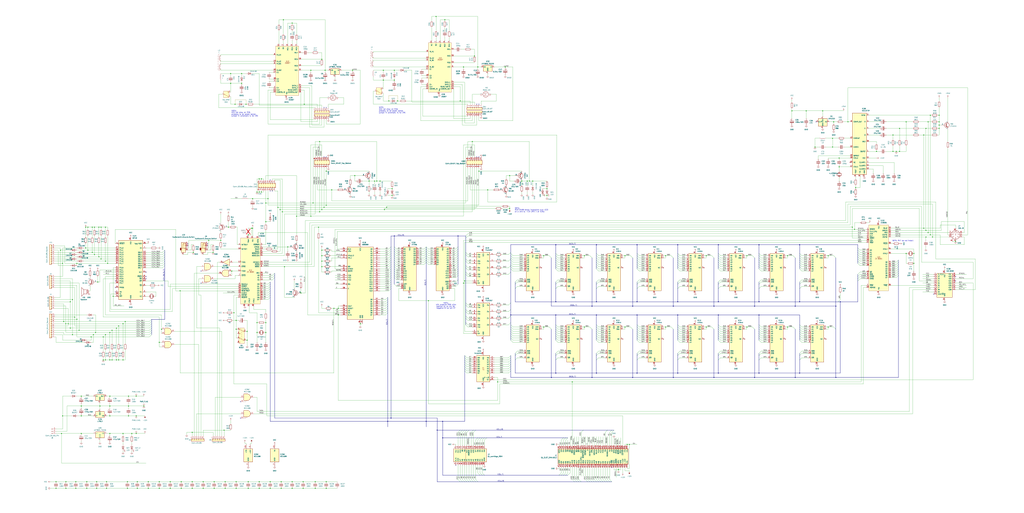
<source format=kicad_sch>
(kicad_sch (version 20231120) (generator "eeschema") (generator_version "8.0")
  (paper "User" 1184 594)
  (title_block (title "Sinclair QL Recreated") (date "2024-11-20") (rev "0") (company "by Alvaro Alea") (comment 1 "Based on ISSUE 6"))
  (lib_symbols
    (symbol "74xx:74LS245" (pin_names (offset 1.016))
      (property "Reference" "U" (at -7.62 16.51 0))
      (property "Value" "74LS245" (at -7.62 -16.51 0))
      (symbol "74LS245_1_0"
        (pin input line (at -12.7 -10.16 0) (length 5.08) (name "A->B") (number "1"))
        (pin power_in line (at 0 -20.32 90) (length 5.08) (name "GND") (number "10"))
        (pin tri_state line (at 12.7 -5.08 180) (length 5.08) (name "B7") (number "11"))
        (pin tri_state line (at 12.7 -2.54 180) (length 5.08) (name "B6") (number "12"))
        (pin tri_state line (at 12.7 0 180) (length 5.08) (name "B5") (number "13"))
        (pin tri_state line (at 12.7 2.54 180) (length 5.08) (name "B4") (number "14"))
        (pin tri_state line (at 12.7 5.08 180) (length 5.08) (name "B3") (number "15"))
        (pin tri_state line (at 12.7 7.62 180) (length 5.08) (name "B2") (number "16"))
        (pin tri_state line (at 12.7 10.16 180) (length 5.08) (name "B1") (number "17"))
        (pin tri_state line (at 12.7 12.7 180) (length 5.08) (name "B0") (number "18"))
        (pin input inverted (at -12.7 -12.7 0) (length 5.08) (name "CE") (number "19"))
        (pin tri_state line (at -12.7 12.7 0) (length 5.08) (name "A0") (number "2"))
        (pin power_in line (at 0 20.32 270) (length 5.08) (name "VCC") (number "20"))
        (pin tri_state line (at -12.7 10.16 0) (length 5.08) (name "A1") (number "3"))
        (pin tri_state line (at -12.7 7.62 0) (length 5.08) (name "A2") (number "4"))
        (pin tri_state line (at -12.7 5.08 0) (length 5.08) (name "A3") (number "5"))
        (pin tri_state line (at -12.7 2.54 0) (length 5.08) (name "A4") (number "6"))
        (pin tri_state line (at -12.7 0 0) (length 5.08) (name "A5") (number "7"))
        (pin tri_state line (at -12.7 -2.54 0) (length 5.08) (name "A6") (number "8"))
        (pin tri_state line (at -12.7 -5.08 0) (length 5.08) (name "A7") (number "9"))
      )
    )
    (symbol "74xx:74LS257" (pin_names (offset 1.016))
      (property "Reference" "U" (at -7.62 19.05 0))
      (property "Value" "74LS257" (at -7.62 -21.59 0))
      (symbol "74LS257_1_0"
        (pin input line (at -12.7 -15.24 0) (length 5.08) (name "S") (number "1"))
        (pin input line (at -12.7 -10.16 0) (length 5.08) (name "I1d") (number "10"))
        (pin input line (at -12.7 -7.62 0) (length 5.08) (name "I0d") (number "11"))
        (pin tri_state line (at 12.7 0 180) (length 5.08) (name "Zc") (number "12"))
        (pin input line (at -12.7 -2.54 0) (length 5.08) (name "I1c") (number "13"))
        (pin input line (at -12.7 0 0) (length 5.08) (name "I0c") (number "14"))
        (pin input inverted (at -12.7 -17.78 0) (length 5.08) (name "OE") (number "15"))
        (pin power_in line (at 0 22.86 270) (length 5.08) (name "VCC") (number "16"))
        (pin input line (at -12.7 15.24 0) (length 5.08) (name "I0a") (number "2"))
        (pin input line (at -12.7 12.7 0) (length 5.08) (name "I1a") (number "3"))
        (pin tri_state line (at 12.7 15.24 180) (length 5.08) (name "Za") (number "4"))
        (pin input line (at -12.7 7.62 0) (length 5.08) (name "I0b") (number "5"))
        (pin input line (at -12.7 5.08 0) (length 5.08) (name "I1b") (number "6"))
        (pin tri_state line (at 12.7 7.62 180) (length 5.08) (name "Zb") (number "7"))
        (pin power_in line (at 0 -25.4 90) (length 5.08) (name "GND") (number "8"))
        (pin tri_state line (at 12.7 -7.62 180) (length 5.08) (name "Zd") (number "9"))
      )
    )
    (symbol "8bits:2G007" (pin_names (offset 1.016))
      (property "Reference" "U29" (at 0.9241 -31.75 0))
      (property "Value" "2G007" (at 0.9241 -34.29 0))
      (symbol "2G007_1_1"
        (text "ULA\n2G007" (at -0.254 9.398 0) (effects (font (size 1.27 1.27))))
        (pin passive line (at -16.51 -12.7 0) (length 2.54) (name "C3") (number "1"))
        (pin passive line (at -16.51 0 0) (length 2.54) (name "IN_B2") (number "10"))
        (pin passive line (at -10.16 30.48 270) (length 2.54) (name "R1") (number "11"))
        (pin power_in line (at -1.27 -31.75 90) (length 2.54) (name "Vss") (number "12"))
        (pin passive line (at -16.51 10.16 0) (length 2.54) (name "IN_A2") (number "13"))
        (pin passive line (at 15.24 20.32 180) (length 2.54) (name "RC4") (number "14"))
        (pin passive line (at 15.24 5.08 180) (length 2.54) (name "RC6") (number "15"))
        (pin passive line (at 15.24 12.7 180) (length 2.54) (name "RC5") (number "16"))
        (pin passive line (at -16.51 -2.54 0) (length 2.54) (name "C1") (number "17"))
        (pin passive line (at -16.51 -10.16 0) (length 2.54) (name "C2") (number "18"))
        (pin bidirectional line (at 15.24 -20.32 180) (length 2.54) (name "DATA_2") (number "19"))
        (pin passive line (at -16.51 -20.32 0) (length 2.54) (name "C4") (number "2"))
        (pin output line (at 15.24 -25.4 180) (length 2.54) (name "COMMS_OUT") (number "20"))
        (pin input line (at -16.51 -22.86 0) (length 2.54) (name "CLK") (number "21"))
        (pin input line (at -16.51 -25.4 0) (length 2.54) (name "COMMS_IN") (number "22"))
        (pin input line (at 15.24 -22.86 180) (length 2.54) (name "READ/WRITE") (number "23"))
        (pin bidirectional line (at 15.24 -17.78 180) (length 2.54) (name "DATA_1") (number "24"))
        (pin passive line (at 0 30.48 270) (length 2.54) (name "RC1") (number "3"))
        (pin passive line (at 10.16 30.48 270) (length 2.54) (name "RC3") (number "4"))
        (pin passive line (at 5.08 30.48 270) (length 2.54) (name "RC2") (number "5"))
        (pin passive line (at -16.51 7.62 0) (length 2.54) (name "IN_B1") (number "6"))
        (pin passive line (at -5.08 30.48 270) (length 2.54) (name "R2") (number "7"))
        (pin passive line (at -16.51 17.78 0) (length 2.54) (name "IN_A1") (number "8"))
        (pin power_in line (at 15.24 0 180) (length 2.54) (name "VCC") (number "9"))
      )
    )
    (symbol "8bits:4164A" (pin_names (offset 1.016))
      (property "Reference" "U1" (at 2.1941 30.48 0))
      (property "Value" "4164A" (at 2.1941 27.94 0))
      (symbol "4164A_1_1"
        (pin no_connect line (at 10.16 8.89 180) (length 2.54) (name "NC") (number "1"))
        (pin input line (at -10.16 10.16 0) (length 2.54) (name "A5") (number "10"))
        (pin input line (at -10.16 12.7 0) (length 2.54) (name "A4") (number "11"))
        (pin input line (at -10.16 15.24 0) (length 2.54) (name "A3") (number "12"))
        (pin input line (at -10.16 7.62 0) (length 2.54) (name "A6") (number "13"))
        (pin tri_state line (at 10.16 20.32 180) (length 2.54) (name "D0o") (number "14"))
        (pin input line (at -10.16 -7.62 0) (length 2.54) (name "~{CAS}") (number "15"))
        (pin power_in line (at 0 -20.32 90) (length 2.54) (name "GND") (number "16"))
        (pin tri_state line (at 10.16 22.86 180) (length 2.54) (name "D0i") (number "2"))
        (pin input line (at -10.16 -12.7 0) (length 2.54) (name "~{WR}") (number "3"))
        (pin input line (at -10.16 -5.08 0) (length 2.54) (name "~{RAS}") (number "4"))
        (pin input line (at -10.16 22.86 0) (length 2.54) (name "A0") (number "5"))
        (pin input line (at -10.16 17.78 0) (length 2.54) (name "A2") (number "6"))
        (pin input line (at -10.16 20.32 0) (length 2.54) (name "A1") (number "7"))
        (pin power_in line (at 0 27.94 270) (length 2.54) (name "VCC") (number "8"))
        (pin input line (at -10.16 5.08 0) (length 2.54) (name "A7") (number "9"))
      )
    )
    (symbol "8bits:68008D" (pin_names (offset 1.016))
      (property "Reference" "U1" (at 2.1941 46.355 0))
      (property "Value" "68008D" (at 2.1941 43.815 0))
      (symbol "68008D_1_1"
        (pin tri_state line (at 22.86 30.48 180) (length 7.62) (name "A3") (number "1"))
        (pin tri_state line (at 22.86 7.62 180) (length 7.62) (name "A12") (number "10"))
        (pin tri_state line (at 22.86 5.08 180) (length 7.62) (name "A13") (number "11"))
        (pin tri_state line (at 22.86 2.54 180) (length 7.62) (name "A14") (number "12"))
        (pin power_in line (at 0 45.72 270) (length 5.08) (name "VCC") (number "13"))
        (pin tri_state line (at 22.86 0 180) (length 7.62) (name "A15") (number "14"))
        (pin power_in line (at 2.54 -48.26 90) (length 5.08) (name "GND") (number "15"))
        (pin tri_state line (at 22.86 -2.54 180) (length 7.62) (name "A16") (number "16"))
        (pin tri_state line (at 22.86 -5.08 180) (length 7.62) (name "A17") (number "17"))
        (pin tri_state line (at 22.86 -7.62 180) (length 7.62) (name "A18") (number "18"))
        (pin tri_state line (at 22.86 -10.16 180) (length 7.62) (name "A19") (number "19"))
        (pin tri_state line (at 22.86 27.94 180) (length 7.62) (name "A4") (number "2"))
        (pin tri_state line (at 22.86 -38.1 180) (length 7.62) (name "D7") (number "20"))
        (pin tri_state line (at 22.86 -35.56 180) (length 7.62) (name "D6") (number "21"))
        (pin tri_state line (at 22.86 -33.02 180) (length 7.62) (name "D5") (number "22"))
        (pin tri_state line (at 22.86 -30.48 180) (length 7.62) (name "D4") (number "23"))
        (pin tri_state line (at 22.86 -27.94 180) (length 7.62) (name "D3") (number "24"))
        (pin tri_state line (at 22.86 -25.4 180) (length 7.62) (name "D2") (number "25"))
        (pin tri_state line (at 22.86 -22.86 180) (length 7.62) (name "D1") (number "26"))
        (pin tri_state line (at 22.86 -20.32 180) (length 7.62) (name "D0") (number "27"))
        (pin tri_state inverted (at -22.86 -33.02 0) (length 7.62) (name "AS") (number "28"))
        (pin tri_state inverted (at -22.86 -35.56 0) (length 7.62) (name "DS") (number "29"))
        (pin tri_state line (at 22.86 25.4 180) (length 7.62) (name "A5") (number "3"))
        (pin tri_state line (at -22.86 -38.1 0) (length 7.62) (name "R/W") (number "30"))
        (pin input inverted (at -22.86 15.24 0) (length 7.62) (name "DTACK") (number "31"))
        (pin output inverted (at -22.86 -2.54 0) (length 7.62) (name "BG") (number "32"))
        (pin input inverted (at -22.86 17.78 0) (length 7.62) (name "BR") (number "33"))
        (pin input clock (at -22.86 38.1 0) (length 7.62) (name "CLK") (number "34"))
        (pin power_in line (at 0 -48.26 90) (length 5.08) (name "GND") (number "35"))
        (pin bidirectional inverted (at -22.86 -27.94 0) (length 7.62) (name "HALT") (number "36"))
        (pin bidirectional inverted (at -22.86 -30.48 0) (length 7.62) (name "RESET") (number "37"))
        (pin output line (at -22.86 -7.62 0) (length 7.62) (name "E") (number "38"))
        (pin input inverted (at -22.86 35.56 0) (length 7.62) (name "VPA") (number "39"))
        (pin tri_state line (at 22.86 22.86 180) (length 7.62) (name "A6") (number "4"))
        (pin input inverted (at -22.86 12.7 0) (length 7.62) (name "BERR") (number "40"))
        (pin input inverted (at -22.86 27.94 0) (length 7.62) (name "IPL1") (number "41"))
        (pin input inverted (at -22.86 30.48 0) (length 7.62) (name "IPL0/2") (number "42"))
        (pin output line (at -22.86 2.54 0) (length 7.62) (name "FC2") (number "43"))
        (pin output line (at -22.86 5.08 0) (length 7.62) (name "FC1") (number "44"))
        (pin output line (at -22.86 7.62 0) (length 7.62) (name "FC0") (number "45"))
        (pin tri_state line (at 22.86 38.1 180) (length 7.62) (name "A0") (number "46"))
        (pin tri_state line (at 22.86 35.56 180) (length 7.62) (name "A1") (number "47"))
        (pin tri_state line (at 22.86 33.02 180) (length 7.62) (name "A2") (number "48"))
        (pin tri_state line (at 22.86 20.32 180) (length 7.62) (name "A7") (number "5"))
        (pin tri_state line (at 22.86 17.78 180) (length 7.62) (name "A8") (number "6"))
        (pin tri_state line (at 22.86 15.24 180) (length 7.62) (name "A9") (number "7"))
        (pin tri_state line (at 22.86 12.7 180) (length 7.62) (name "A10") (number "8"))
        (pin tri_state line (at 22.86 10.16 180) (length 7.62) (name "A11") (number "9"))
      )
    )
    (symbol "8bits:MC1377P" (pin_names (offset 1.016))
      (property "Reference" "U28" (at 2.1941 41.91 0))
      (property "Value" "MC1377P" (at 2.1941 39.37 0))
      (symbol "MC1377P_1_1"
        (pin passive line (at 10.16 -7.62 180) (length 2.54) (name "BURST") (number "1"))
        (pin passive line (at -11.43 -2.54 0) (length 2.54) (name "CHRIN") (number "10"))
        (pin passive line (at 10.16 -24.13 180) (length 2.54) (name "CLAMP2") (number "11"))
        (pin passive line (at 10.16 -27.94 180) (length 2.54) (name "CLAMP3") (number "12"))
        (pin passive line (at -11.43 7.62 0) (length 2.54) (name "CHROUT") (number "13"))
        (pin power_in line (at 10.16 -15.24 180) (length 2.54) (name "VCC") (number "14"))
        (pin power_in line (at 5.08 -36.83 90) (length 2.54) (name "GND") (number "15"))
        (pin passive line (at 10.16 3.81 180) (length 2.54) (name "8V2") (number "16"))
        (pin passive line (at -11.43 -25.4 0) (length 2.54) (name "XTAL1") (number "17"))
        (pin passive line (at -11.43 -15.24 0) (length 2.54) (name "XTAL2") (number "18"))
        (pin passive line (at -11.43 -12.7 0) (length 2.54) (name "90ºREF") (number "19"))
        (pin input line (at 10.16 34.29 180) (length 2.54) (name "SYNC") (number "2"))
        (pin no_connect line (at -11.43 -20.32 0) (length 2.54) (name "NC") (number "20"))
        (pin input line (at 10.16 26.67 180) (length 2.54) (name "R") (number "3"))
        (pin input line (at 10.16 19.05 180) (length 2.54) (name "G") (number "4"))
        (pin input line (at 10.16 11.43 180) (length 2.54) (name "B") (number "5"))
        (pin passive line (at -5.08 -36.83 90) (length 2.54) (name "YOUT") (number "6"))
        (pin passive line (at 10.16 -20.32 180) (length 2.54) (name "CLAMP1") (number "7"))
        (pin passive line (at 0 -36.83 90) (length 2.54) (name "YIN") (number "8"))
        (pin output line (at -11.43 26.67 0) (length 2.54) (name "COMP_OUT") (number "9"))
      )
    )
    (symbol "8bits:MC1488" (pin_names (offset 1.016))
      (property "Reference" "U" (at 0 1.27 0))
      (property "Value" "MC1488" (at 0 -1.27 0))
      (symbol "MC1488_1_1"
        (pin input line (at -7.62 0 0) (length 3.81) (name "~") (number "2"))
        (pin output inverted (at 7.62 0 180) (length 3.81) (name "~") (number "3"))
      )
      (symbol "MC1488_1_2"
        (pin input inverted (at -7.62 2.54 0) (length 4.318) (name "~") (number "1"))
        (pin input inverted (at -7.62 -2.54 0) (length 4.318) (name "~") (number "2"))
        (pin output line (at 7.62 0 180) (length 3.81) (name "~") (number "3"))
      )
      (symbol "MC1488_2_1"
        (pin input line (at -7.62 2.54 0) (length 3.81) (name "~") (number "4"))
        (pin input line (at -7.62 -2.54 0) (length 3.81) (name "~") (number "5"))
        (pin output inverted (at 7.62 0 180) (length 3.81) (name "~") (number "6"))
      )
      (symbol "MC1488_2_2"
        (pin input inverted (at -7.62 2.54 0) (length 4.318) (name "~") (number "4"))
        (pin input inverted (at -7.62 -2.54 0) (length 4.318) (name "~") (number "5"))
        (pin output line (at 7.62 0 180) (length 3.81) (name "~") (number "6"))
      )
      (symbol "MC1488_3_1"
        (pin input line (at -7.62 -2.54 0) (length 3.81) (name "~") (number "10"))
        (pin output inverted (at 7.62 0 180) (length 3.81) (name "~") (number "8"))
        (pin input line (at -7.62 2.54 0) (length 3.81) (name "~") (number "9"))
      )
      (symbol "MC1488_3_2"
        (pin input inverted (at -7.62 -2.54 0) (length 4.318) (name "~") (number "10"))
        (pin output line (at 7.62 0 180) (length 3.81) (name "~") (number "8"))
        (pin input inverted (at -7.62 2.54 0) (length 4.318) (name "~") (number "9"))
      )
      (symbol "MC1488_4_1"
        (pin output inverted (at 7.62 0 180) (length 3.81) (name "~") (number "11"))
        (pin input line (at -7.62 2.54 0) (length 3.81) (name "~") (number "12"))
        (pin input line (at -7.62 -2.54 0) (length 3.81) (name "~") (number "13"))
      )
      (symbol "MC1488_4_2"
        (pin output line (at 7.62 0 180) (length 3.81) (name "~") (number "11"))
        (pin input inverted (at -7.62 2.54 0) (length 4.318) (name "~") (number "12"))
        (pin input inverted (at -7.62 -2.54 0) (length 4.318) (name "~") (number "13"))
      )
      (symbol "MC1488_5_0"
        (pin power_in line (at 2.54 12.7 270) (length 5.08) (name "-VEE") (number "1"))
        (pin power_in line (at -2.54 12.7 270) (length 5.08) (name "+Vs") (number "14"))
        (pin power_in line (at 0 -12.7 90) (length 5.08) (name "GND") (number "7"))
      )
    )
    (symbol "8bits:MC1489" (pin_names (offset 1.016))
      (property "Reference" "U" (at 0 1.27 0))
      (property "Value" "MC1489" (at 0 -1.27 0))
      (symbol "MC1489_1_1"
        (pin input line (at -7.62 0 0) (length 3.81) (name "~") (number "1"))
        (pin input line (at -7.62 -5.08 0) (length 3.81) (name "~") (number "2"))
        (pin output inverted (at 7.62 0 180) (length 3.81) (name "~") (number "3"))
      )
      (symbol "MC1489_1_2"
        (pin input inverted (at -7.62 2.54 0) (length 4.318) (name "~") (number "1"))
        (pin input inverted (at -7.62 -2.54 0) (length 4.318) (name "~") (number "2"))
        (pin output line (at 7.62 0 180) (length 3.81) (name "~") (number "3"))
      )
      (symbol "MC1489_2_1"
        (pin input line (at -7.62 0 0) (length 3.81) (name "~") (number "4"))
        (pin input line (at -7.62 -5.08 0) (length 3.81) (name "~") (number "5"))
        (pin output inverted (at 7.62 0 180) (length 3.81) (name "~") (number "6"))
      )
      (symbol "MC1489_2_2"
        (pin input inverted (at -7.62 2.54 0) (length 4.318) (name "~") (number "4"))
        (pin input inverted (at -7.62 -2.54 0) (length 4.318) (name "~") (number "5"))
        (pin output line (at 7.62 0 180) (length 3.81) (name "~") (number "6"))
      )
      (symbol "MC1489_3_1"
        (pin input line (at -7.62 0 0) (length 3.81) (name "~") (number "10"))
        (pin output inverted (at 7.62 0 180) (length 3.81) (name "~") (number "8"))
        (pin input line (at -7.62 -5.08 0) (length 3.81) (name "~") (number "9"))
      )
      (symbol "MC1489_3_2"
        (pin input inverted (at -7.62 -2.54 0) (length 4.318) (name "~") (number "10"))
        (pin output line (at 7.62 0 180) (length 3.81) (name "~") (number "8"))
        (pin input inverted (at -7.62 2.54 0) (length 4.318) (name "~") (number "9"))
      )
      (symbol "MC1489_4_1"
        (pin output inverted (at 7.62 0 180) (length 3.81) (name "~") (number "11"))
        (pin input line (at -7.62 -5.08 0) (length 3.81) (name "~") (number "12"))
        (pin input line (at -7.62 0 0) (length 3.81) (name "~") (number "13"))
      )
      (symbol "MC1489_4_2"
        (pin output line (at 7.62 0 180) (length 3.81) (name "~") (number "11"))
        (pin input inverted (at -7.62 2.54 0) (length 4.318) (name "~") (number "12"))
        (pin input inverted (at -7.62 -2.54 0) (length 4.318) (name "~") (number "13"))
      )
      (symbol "MC1489_5_0"
        (pin power_in line (at 0 12.7 270) (length 5.08) (name "Vs") (number "14"))
        (pin power_in line (at 0 -12.7 90) (length 5.08) (name "GND") (number "7"))
      )
    )
    (symbol "8bits:QL_SLOT_DIN41612" (pin_names (offset 1.016))
      (property "Reference" "J" (at 1.27 40.64 0))
      (property "Value" "QL_SLOT_DIN41612" (at 1.27 -43.18 0))
      (symbol "QL_SLOT_DIN41612_1_1"
        (pin passive line (at -12.7 38.1 0) (length 3.81) (name "GND") (number "a1"))
        (pin passive line (at -12.7 15.24 0) (length 3.81) (name "A16") (number "a10"))
        (pin passive line (at -12.7 12.7 0) (length 3.81) (name "CLKCPU") (number "a11"))
        (pin passive line (at -12.7 10.16 0) (length 3.81) (name "RED") (number "a12"))
        (pin passive line (at -12.7 7.62 0) (length 3.81) (name "A14") (number "a13"))
        (pin passive line (at -12.7 5.08 0) (length 3.81) (name "A13") (number "a14"))
        (pin passive line (at -12.7 2.54 0) (length 3.81) (name "A12") (number "a15"))
        (pin passive line (at -12.7 0 0) (length 3.81) (name "A11") (number "a16"))
        (pin passive line (at -12.7 -2.54 0) (length 3.81) (name "A10") (number "a17"))
        (pin passive line (at -12.7 -5.08 0) (length 3.81) (name "A9") (number "a18"))
        (pin passive line (at -12.7 -7.62 0) (length 3.81) (name "A8") (number "a19"))
        (pin bidirectional line (at -12.7 35.56 0) (length 3.81) (name "D3") (number "a2"))
        (pin passive line (at -12.7 -10.16 0) (length 3.81) (name "A7") (number "a20"))
        (pin passive line (at -12.7 -12.7 0) (length 3.81) (name "A6") (number "a21"))
        (pin passive line (at -12.7 -15.24 0) (length 3.81) (name "A5") (number "a22"))
        (pin passive line (at -12.7 -17.78 0) (length 3.81) (name "A4") (number "a23"))
        (pin passive line (at -12.7 -20.32 0) (length 3.81) (name "A3") (number "a24"))
        (pin passive inverted (at -12.7 -22.86 0) (length 3.81) (name "~{DBG}") (number "a25"))
        (pin passive line (at -12.7 -25.4 0) (length 3.81) (name "SP2") (number "a26"))
        (pin passive inverted (at -12.7 -27.94 0) (length 3.81) (name "~{DSMC}") (number "a27"))
        (pin passive line (at -12.7 -30.48 0) (length 3.81) (name "SP1") (number "a28"))
        (pin passive line (at -12.7 -33.02 0) (length 3.81) (name "SP0") (number "a29"))
        (pin bidirectional line (at -12.7 33.02 0) (length 3.81) (name "D4") (number "a3"))
        (pin passive line (at -12.7 -35.56 0) (length 3.81) (name "+12V") (number "a30"))
        (pin passive line (at -12.7 -38.1 0) (length 3.81) (name "-12V") (number "a31"))
        (pin passive line (at -12.7 -40.64 0) (length 3.81) (name "Vin") (number "a32"))
        (pin bidirectional line (at -12.7 30.48 0) (length 3.81) (name "D5") (number "a4"))
        (pin bidirectional line (at -12.7 27.94 0) (length 3.81) (name "D6") (number "a5"))
        (pin bidirectional line (at -12.7 25.4 0) (length 3.81) (name "D7") (number "a6"))
        (pin passive line (at -12.7 22.86 0) (length 3.81) (name "A19") (number "a7"))
        (pin passive line (at -12.7 20.32 0) (length 3.81) (name "A18") (number "a8"))
        (pin passive line (at -12.7 17.78 0) (length 3.81) (name "A17") (number "a9"))
        (pin passive line (at 12.7 38.1 180) (length 3.81) (name "GND") (number "b1"))
        (pin passive inverted (at 12.7 15.24 180) (length 3.81) (name "~{BR}") (number "b10"))
        (pin passive line (at 12.7 12.7 180) (length 3.81) (name "A15") (number "b11"))
        (pin passive inverted (at 12.7 10.16 180) (length 3.81) (name "~{RESETCPU}") (number "b12"))
        (pin passive inverted (at 12.7 7.62 180) (length 3.81) (name "~{CSYNC}") (number "b13"))
        (pin passive line (at 12.7 5.08 180) (length 3.81) (name "E") (number "b14"))
        (pin passive line (at 12.7 2.54 180) (length 3.81) (name "VSYNCH") (number "b15"))
        (pin passive inverted (at 12.7 0 180) (length 3.81) (name "~{VPA}") (number "b16"))
        (pin passive line (at 12.7 -2.54 180) (length 3.81) (name "GREEN") (number "b17"))
        (pin passive line (at 12.7 -5.08 180) (length 3.81) (name "BLUE") (number "b18"))
        (pin passive line (at 12.7 -7.62 180) (length 3.81) (name "FC2") (number "b19"))
        (pin bidirectional line (at 12.7 35.56 180) (length 3.81) (name "D2") (number "b2"))
        (pin passive line (at 12.7 -10.16 180) (length 3.81) (name "FC1") (number "b20"))
        (pin passive line (at 12.7 -12.7 180) (length 3.81) (name "FC0") (number "b21"))
        (pin passive line (at 12.7 -15.24 180) (length 3.81) (name "A0") (number "b22"))
        (pin passive line (at 12.7 -17.78 180) (length 3.81) (name "ROMOEH") (number "b23"))
        (pin passive line (at 12.7 -20.32 180) (length 3.81) (name "A1") (number "b24"))
        (pin passive line (at 12.7 -22.86 180) (length 3.81) (name "A2") (number "b25"))
        (pin passive line (at 12.7 -25.4 180) (length 3.81) (name "SP3") (number "b26"))
        (pin passive inverted (at 12.7 -27.94 180) (length 3.81) (name "~{IPLO}") (number "b27"))
        (pin passive inverted (at 12.7 -30.48 180) (length 3.81) (name "~{BERR}") (number "b28"))
        (pin passive inverted (at 12.7 -33.02 180) (length 3.81) (name "~{IPL1}") (number "b29"))
        (pin bidirectional line (at 12.7 33.02 180) (length 3.81) (name "D1") (number "b3"))
        (pin passive inverted (at 12.7 -35.56 180) (length 3.81) (name "~{EXTINT}") (number "b30"))
        (pin passive line (at 12.7 -38.1 180) (length 3.81) (name "Vin") (number "b31"))
        (pin passive line (at 12.7 -40.64 180) (length 3.81) (name "Vin") (number "b32"))
        (pin bidirectional line (at 12.7 30.48 180) (length 3.81) (name "D0") (number "b4"))
        (pin passive inverted (at 12.7 27.94 180) (length 3.81) (name "~{AS}") (number "b5"))
        (pin passive inverted (at 12.7 25.4 180) (length 3.81) (name "~{DS}") (number "b6"))
        (pin passive inverted (at 12.7 22.86 180) (length 3.81) (name "~{DRW}") (number "b7"))
        (pin passive inverted (at 12.7 20.32 180) (length 3.81) (name "~{DTACK}") (number "b8"))
        (pin passive inverted (at 12.7 17.78 180) (length 3.81) (name "~{BG}") (number "b9"))
      )
    )
    (symbol "8bits:QL_cartridge_ROM" (pin_names (offset 1.016))
      (property "Reference" "J" (at 1.27 24.13 0))
      (property "Value" "QL_cartridge_ROM" (at 1.27 -16.51 0))
      (symbol "QL_cartridge_ROM_1_1"
        (pin passive line (at 12.7 20.32 180) (length 3.81) (name "Vcc") (number "1"))
        (pin passive line (at -10.16 10.16 0) (length 3.81) (name "A5") (number "10"))
        (pin passive line (at 12.7 7.62 180) (length 3.81) (name "A11") (number "11"))
        (pin passive line (at -10.16 7.62 0) (length 3.81) (name "A4") (number "12"))
        (pin passive line (at 12.7 5.08 180) (length 3.81) (name "~{ROMOE}") (number "13"))
        (pin passive line (at -10.16 5.08 0) (length 3.81) (name "A3") (number "14"))
        (pin passive line (at 12.7 2.54 180) (length 3.81) (name "A10") (number "15"))
        (pin passive line (at -10.16 2.54 0) (length 3.81) (name "A2") (number "16"))
        (pin passive line (at 12.7 0 180) (length 3.81) (name "A15") (number "17"))
        (pin passive line (at -10.16 0 0) (length 3.81) (name "A1") (number "18"))
        (pin passive line (at 12.7 -2.54 180) (length 3.81) (name "D7") (number "19"))
        (pin passive line (at -10.16 20.32 0) (length 3.81) (name "N/C") (number "2"))
        (pin passive line (at -10.16 -2.54 0) (length 3.81) (name "A0") (number "20"))
        (pin passive line (at 12.7 -5.08 180) (length 3.81) (name "D6") (number "21"))
        (pin passive line (at -10.16 -5.08 0) (length 3.81) (name "D0") (number "22"))
        (pin passive line (at 12.7 -7.62 180) (length 3.81) (name "D5") (number "23"))
        (pin passive line (at -10.16 -7.62 0) (length 3.81) (name "D1") (number "24"))
        (pin passive line (at 12.7 -10.16 180) (length 3.81) (name "D4") (number "25"))
        (pin passive line (at -10.16 -10.16 0) (length 3.81) (name "D2") (number "26"))
        (pin passive line (at 12.7 -12.7 180) (length 3.81) (name "D3") (number "27"))
        (pin passive line (at -10.16 -12.7 0) (length 3.81) (name "GND") (number "28"))
        (pin passive line (at 12.7 17.78 180) (length 3.81) (name "A14") (number "3"))
        (pin passive line (at -10.16 17.78 0) (length 3.81) (name "A12") (number "4"))
        (pin passive line (at 12.7 15.24 180) (length 3.81) (name "A13") (number "5"))
        (pin passive line (at -10.16 15.24 0) (length 3.81) (name "A7") (number "6"))
        (pin passive line (at 12.7 12.7 180) (length 3.81) (name "A8") (number "7"))
        (pin passive line (at -10.16 12.7 0) (length 3.81) (name "A6") (number "8"))
        (pin passive line (at 12.7 10.16 180) (length 3.81) (name "A9") (number "9"))
      )
    )
    (symbol "8bits:UM1233" (pin_names (offset 0.254))
      (property "Reference" "U17" (at 5.842 7.874 0))
      (property "Value" "UM1233" (at 5.842 5.334 0))
      (symbol "UM1233_1_1"
        (pin power_in line (at 0 6.35 270) (length 2.54) (name "VCC") (number "1"))
        (pin input line (at -7.62 0 0) (length 2.54) (name "O/P") (number "2"))
        (pin power_in line (at 0 -7.62 90) (length 2.54) (name "GND") (number "3"))
        (pin input line (at 7.62 0 180) (length 2.54) (name "IN") (number "4"))
      )
    )
    (symbol "8bits:ZX8301" (pin_names (offset 1.016))
      (property "Reference" "U22" (at 2.1941 41.91 0))
      (property "Value" "ZX8301" (at 2.1941 39.37 0))
      (symbol "ZX8301_1_1"
        (text "ULA\nZX 8301" (at 0 -1.27 0) (effects (font (size 1.27 1.27))))
        (pin output line (at -13.97 31.75 0) (length 2.54) (name "~{DTACK}") (number "1"))
        (pin output line (at -13.97 -25.4 0) (length 2.54) (name "~{CAS1}") (number "10"))
        (pin output line (at 13.97 22.86 180) (length 2.54) (name "VSYNC") (number "11"))
        (pin output line (at 13.97 25.4 180) (length 2.54) (name "CSYNC") (number "12"))
        (pin output line (at -13.97 7.62 0) (length 2.54) (name "A0") (number "13"))
        (pin bidirectional line (at 13.97 -6.35 180) (length 2.54) (name "D0") (number "14"))
        (pin power_in line (at 0 39.37 270) (length 2.54) (name "Vcc") (number "15"))
        (pin bidirectional line (at 13.97 -8.89 180) (length 2.54) (name "D1") (number "16"))
        (pin output line (at -13.97 5.08 0) (length 2.54) (name "A1") (number "17"))
        (pin output line (at -13.97 2.54 0) (length 2.54) (name "A2") (number "18"))
        (pin bidirectional line (at 13.97 -11.43 180) (length 2.54) (name "D2") (number "19"))
        (pin input line (at -13.97 24.13 0) (length 2.54) (name "A17") (number "2"))
        (pin output line (at -13.97 0 0) (length 2.54) (name "A3") (number "20"))
        (pin bidirectional line (at 13.97 -13.97 180) (length 2.54) (name "D3") (number "21"))
        (pin output line (at -13.97 -2.54 0) (length 2.54) (name "A4") (number "22"))
        (pin bidirectional line (at 13.97 -16.51 180) (length 2.54) (name "D4") (number "23"))
        (pin output line (at -13.97 -5.08 0) (length 2.54) (name "A5") (number "24"))
        (pin bidirectional line (at 13.97 -19.05 180) (length 2.54) (name "D5") (number "25"))
        (pin bidirectional line (at 13.97 -21.59 180) (length 2.54) (name "D6") (number "26"))
        (pin output line (at -13.97 -7.62 0) (length 2.54) (name "A6") (number "27"))
        (pin output line (at -13.97 -10.16 0) (length 2.54) (name "A7") (number "28"))
        (pin bidirectional line (at 13.97 -24.13 180) (length 2.54) (name "D7") (number "29"))
        (pin input line (at -13.97 26.67 0) (length 2.54) (name "A16") (number "3"))
        (pin output line (at 13.97 27.94 180) (length 2.54) (name "RED") (number "30"))
        (pin output line (at 13.97 30.48 180) (length 2.54) (name "GREEN") (number "31"))
        (pin output line (at 13.97 33.02 180) (length 2.54) (name "BLUE") (number "32"))
        (pin output line (at -13.97 -35.56 0) (length 2.54) (name "ROMOE") (number "33"))
        (pin passive line (at 13.97 8.89 180) (length 2.54) (name "XTAL1") (number "34"))
        (pin passive line (at 13.97 3.81 180) (length 2.54) (name "XTAL2") (number "35"))
        (pin passive line (at 13.97 -33.02 180) (length 2.54) (name "~{TXOE}") (number "36"))
        (pin output line (at -13.97 16.51 0) (length 2.54) (name "~{ROW}") (number "37"))
        (pin output line (at -13.97 19.05 0) (length 2.54) (name "VDA") (number "38"))
        (pin passive line (at 13.97 15.24 180) (length 2.54) (name "~{PCEN}") (number "39"))
        (pin output line (at -13.97 -33.02 0) (length 2.54) (name "~{RDW}") (number "4"))
        (pin output line (at -13.97 -17.78 0) (length 2.54) (name "~{WE}") (number "40"))
        (pin input line (at -13.97 21.59 0) (length 2.54) (name "~{DSMC}") (number "5"))
        (pin power_in line (at 0 -41.91 90) (length 2.54) (name "Vss") (number "6"))
        (pin output line (at -13.97 29.21 0) (length 2.54) (name "CLK_CPU") (number "7"))
        (pin output line (at -13.97 -20.32 0) (length 2.54) (name "~{RAS}") (number "8"))
        (pin output line (at -13.97 -22.86 0) (length 2.54) (name "~{CAS0}") (number "9"))
      )
    )
    (symbol "8bits:ZX8302" (pin_names (offset 1.016))
      (property "Reference" "U23" (at 11.0841 41.91 0))
      (property "Value" "ZX8302" (at 9.652 39.37 0))
      (symbol "ZX8302_1_1"
        (text "ULA\nZX 8302" (at 0 -1.27 0) (effects (font (size 1.27 1.27))))
        (pin output line (at 13.97 26.67 180) (length 2.54) (name "ERASE") (number "1"))
        (pin input line (at 13.97 6.35 180) (length 2.54) (name "~{PCEN}") (number "10"))
        (pin power_in line (at 2.54 39.37 270) (length 2.54) (name "Vcc") (number "11"))
        (pin bidirectional line (at 13.97 -21.59 180) (length 2.54) (name "D2") (number "12"))
        (pin output line (at -13.97 8.89 0) (length 2.54) (name "TXD1") (number "13"))
        (pin output line (at -13.97 -1.27 0) (length 2.54) (name "TXD2") (number "14"))
        (pin input line (at 13.97 -11.43 180) (length 2.54) (name "A5") (number "15"))
        (pin input line (at -13.97 24.13 0) (length 2.54) (name "NETINT") (number "16"))
        (pin input line (at 13.97 -8.89 180) (length 2.54) (name "A1") (number "17"))
        (pin input line (at 13.97 -6.35 180) (length 2.54) (name "A0") (number "18"))
        (pin bidirectional line (at 13.97 24.13 180) (length 2.54) (name "RAW2") (number "19"))
        (pin input line (at -13.97 -29.21 0) (length 2.54) (name "~{EXTINT}") (number "2"))
        (pin power_in line (at -6.35 -41.91 90) (length 2.54) (name "Vss") (number "20"))
        (pin bidirectional line (at 13.97 21.59 180) (length 2.54) (name "RAW1") (number "21"))
        (pin bidirectional line (at 13.97 -34.29 180) (length 2.54) (name "D7") (number "22"))
        (pin bidirectional line (at 13.97 -31.75 180) (length 2.54) (name "D6") (number "23"))
        (pin bidirectional line (at 13.97 -24.13 180) (length 2.54) (name "D3") (number "24"))
        (pin input line (at -13.97 -26.67 0) (length 2.54) (name "CLOCK") (number "25"))
        (pin input line (at 13.97 -3.81 180) (length 2.54) (name "~{IPLI}") (number "26"))
        (pin input line (at -13.97 -31.75 0) (length 2.54) (name "~{RESINT}") (number "27"))
        (pin output line (at -13.97 -24.13 0) (length 2.54) (name "~{RESETOUT}") (number "28"))
        (pin output line (at -13.97 -19.05 0) (length 2.54) (name "~{COMCT}") (number "29"))
        (pin output line (at 13.97 29.21 180) (length 2.54) (name "~{MDRWD}") (number "3"))
        (pin passive line (at 3.81 -41.91 90) (length 2.54) (name "XTAL1") (number "30"))
        (pin passive line (at -1.27 -41.91 90) (length 2.54) (name "XTAL2") (number "31"))
        (pin input line (at 13.97 8.89 180) (length 2.54) (name "VSYNCH") (number "32"))
        (pin output line (at 13.97 19.05 180) (length 2.54) (name "~{MDSELCK}") (number "33"))
        (pin output line (at 13.97 16.51 180) (length 2.54) (name "MDSELDN") (number "34"))
        (pin bidirectional line (at -13.97 -21.59 0) (length 2.54) (name "COMDATA") (number "35"))
        (pin bidirectional line (at 13.97 -19.05 180) (length 2.54) (name "D1") (number "36"))
        (pin bidirectional line (at 13.97 -16.51 180) (length 2.54) (name "D0") (number "37"))
        (pin bidirectional line (at 13.97 -29.21 180) (length 2.54) (name "D5") (number "38"))
        (pin bidirectional line (at 13.97 -26.67 180) (length 2.54) (name "D4") (number "39"))
        (pin output line (at -13.97 29.21 0) (length 2.54) (name "NETOUT") (number "4"))
        (pin power_in line (at -2.54 39.37 270) (length 2.54) (name "Vbat") (number "40"))
        (pin output line (at -13.97 -16.51 0) (length 2.54) (name "BAUDx4") (number "5"))
        (pin input line (at -13.97 3.81 0) (length 2.54) (name "~{DTR1}") (number "6"))
        (pin input line (at -13.97 -6.35 0) (length 2.54) (name "~{CST2}") (number "7"))
        (pin input line (at 13.97 3.81 180) (length 2.54) (name "~{DSMC}") (number "8"))
        (pin input line (at 8.89 39.37 270) (length 2.54) (name "~{R/W}") (number "9"))
      )
    )
    (symbol "8bits:stereo-magnetic-head" (pin_numbers hide) (pin_names (offset 1.016) hide)
      (property "Reference" "L2" (at -4.064 1.016 0))
      (property "Value" "stereo-magnetic-head" (at -4.318 -1.778 0))
      (symbol "stereo-magnetic-head_1_1"
        (pin passive line (at 0 7.62 180) (length 1.27) (name "1") (number "1"))
        (pin passive line (at 0 2.54 180) (length 1.27) (name "1") (number "2"))
        (pin passive line (at 0 -2.54 180) (length 1.27) (name "2") (number "3"))
        (pin passive line (at 0 -7.62 180) (length 1.27) (name "1") (number "4"))
      )
    )
    (symbol "Connector:Conn_01x03_Pin" (pin_names (offset 1.016) hide)
      (property "Reference" "J" (at 0 5.08 0))
      (property "Value" "Conn_01x03_Pin" (at 0 -5.08 0))
      (symbol "Conn_01x03_Pin_1_1"
        (pin passive line (at 5.08 2.54 180) (length 3.81) (name "Pin_1") (number "1"))
        (pin passive line (at 5.08 0 180) (length 3.81) (name "Pin_2") (number "2"))
        (pin passive line (at 5.08 -2.54 180) (length 3.81) (name "Pin_3") (number "3"))
      )
    )
    (symbol "Connector:DIN-8" (pin_names (offset 1.016))
      (property "Reference" "J7" (at -3.0165 -10.16 0))
      (property "Value" "DIN-8" (at -3.0165 -7.62 0))
      (symbol "DIN-8_1_1"
        (pin passive line (at 3.81 7.62 270) (length 2.54) (name "~") (number "0"))
        (pin passive line (at -7.62 0 0) (length 2.54) (name "~") (number "1"))
        (pin passive line (at 0 7.62 270) (length 2.54) (name "~") (number "2"))
        (pin passive line (at 7.62 0 180) (length 2.54) (name "~") (number "3"))
        (pin passive line (at -7.62 2.54 0) (length 2.54) (name "~") (number "4"))
        (pin passive line (at 7.62 2.54 180) (length 2.54) (name "~") (number "5"))
        (pin passive line (at -7.62 -2.54 0) (length 2.54) (name "~") (number "6"))
        (pin passive line (at 7.62 -2.54 180) (length 2.54) (name "~") (number "7"))
        (pin passive line (at 0 -7.62 90) (length 2.54) (name "~") (number "8"))
      )
    )
    (symbol "Connector_Audio:AudioJack2_Ground_Switch"
      (property "Reference" "J" (at 0 11.43 0))
      (property "Value" "AudioJack2_Ground_Switch" (at 0 8.89 0))
      (symbol "AudioJack2_Ground_Switch_1_1"
        (pin passive line (at 0 -7.62 90) (length 2.54) (name "~") (number "G"))
        (pin passive line (at 5.08 5.08 180) (length 2.54) (name "~") (number "S"))
        (pin passive line (at 5.08 2.54 180) (length 2.54) (name "~") (number "SN"))
        (pin passive line (at 5.08 0 180) (length 2.54) (name "~") (number "T"))
        (pin passive line (at 5.08 -2.54 180) (length 2.54) (name "~") (number "TN"))
      )
    )
    (symbol "Connector_Generic:Conn_01x06" (pin_names (offset 1.016) hide)
      (property "Reference" "J" (at 0 7.62 0))
      (property "Value" "Conn_01x06" (at 0 -10.16 0))
      (symbol "Conn_01x06_1_1"
        (pin passive line (at -5.08 5.08 0) (length 3.81) (name "Pin_1") (number "1"))
        (pin passive line (at -5.08 2.54 0) (length 3.81) (name "Pin_2") (number "2"))
        (pin passive line (at -5.08 0 0) (length 3.81) (name "Pin_3") (number "3"))
        (pin passive line (at -5.08 -2.54 0) (length 3.81) (name "Pin_4") (number "4"))
        (pin passive line (at -5.08 -5.08 0) (length 3.81) (name "Pin_5") (number "5"))
        (pin passive line (at -5.08 -7.62 0) (length 3.81) (name "Pin_6") (number "6"))
      )
    )
    (symbol "Connector_Generic:Conn_01x07" (pin_names (offset 1.016) hide)
      (property "Reference" "J" (at 0 10.16 0))
      (property "Value" "Conn_01x07" (at 0 -10.16 0))
      (symbol "Conn_01x07_1_1"
        (pin passive line (at -5.08 7.62 0) (length 3.81) (name "Pin_1") (number "1"))
        (pin passive line (at -5.08 5.08 0) (length 3.81) (name "Pin_2") (number "2"))
        (pin passive line (at -5.08 2.54 0) (length 3.81) (name "Pin_3") (number "3"))
        (pin passive line (at -5.08 0 0) (length 3.81) (name "Pin_4") (number "4"))
        (pin passive line (at -5.08 -2.54 0) (length 3.81) (name "Pin_5") (number "5"))
        (pin passive line (at -5.08 -5.08 0) (length 3.81) (name "Pin_6") (number "6"))
        (pin passive line (at -5.08 -7.62 0) (length 3.81) (name "Pin_7") (number "7"))
      )
    )
    (symbol "Connector_Generic:Conn_01x09" (pin_names (offset 1.016) hide)
      (property "Reference" "J" (at 0 12.7 0))
      (property "Value" "Conn_01x09" (at 0 -12.7 0))
      (symbol "Conn_01x09_1_1"
        (pin passive line (at -5.08 10.16 0) (length 3.81) (name "Pin_1") (number "1"))
        (pin passive line (at -5.08 7.62 0) (length 3.81) (name "Pin_2") (number "2"))
        (pin passive line (at -5.08 5.08 0) (length 3.81) (name "Pin_3") (number "3"))
        (pin passive line (at -5.08 2.54 0) (length 3.81) (name "Pin_4") (number "4"))
        (pin passive line (at -5.08 0 0) (length 3.81) (name "Pin_5") (number "5"))
        (pin passive line (at -5.08 -2.54 0) (length 3.81) (name "Pin_6") (number "6"))
        (pin passive line (at -5.08 -5.08 0) (length 3.81) (name "Pin_7") (number "7"))
        (pin passive line (at -5.08 -7.62 0) (length 3.81) (name "Pin_8") (number "8"))
        (pin passive line (at -5.08 -10.16 0) (length 3.81) (name "Pin_9") (number "9"))
      )
    )
    (symbol "Connector_Generic:Conn_01x11" (pin_names (offset 1.016) hide)
      (property "Reference" "J" (at 0 15.24 0))
      (property "Value" "Conn_01x11" (at 0 -15.24 0))
      (symbol "Conn_01x11_1_1"
        (pin passive line (at -5.08 12.7 0) (length 3.81) (name "Pin_1") (number "1"))
        (pin passive line (at -5.08 -10.16 0) (length 3.81) (name "Pin_10") (number "10"))
        (pin passive line (at -5.08 -12.7 0) (length 3.81) (name "Pin_11") (number "11"))
        (pin passive line (at -5.08 10.16 0) (length 3.81) (name "Pin_2") (number "2"))
        (pin passive line (at -5.08 7.62 0) (length 3.81) (name "Pin_3") (number "3"))
        (pin passive line (at -5.08 5.08 0) (length 3.81) (name "Pin_4") (number "4"))
        (pin passive line (at -5.08 2.54 0) (length 3.81) (name "Pin_5") (number "5"))
        (pin passive line (at -5.08 0 0) (length 3.81) (name "Pin_6") (number "6"))
        (pin passive line (at -5.08 -2.54 0) (length 3.81) (name "Pin_7") (number "7"))
        (pin passive line (at -5.08 -5.08 0) (length 3.81) (name "Pin_8") (number "8"))
        (pin passive line (at -5.08 -7.62 0) (length 3.81) (name "Pin_9") (number "9"))
      )
    )
    (symbol "Connector_Generic:Conn_02x07_Top_Bottom" (pin_names (offset 1.016) hide)
      (property "Reference" "J" (at 1.27 10.16 0))
      (property "Value" "Conn_02x07_Top_Bottom" (at 1.27 -10.16 0))
      (symbol "Conn_02x07_Top_Bottom_1_1"
        (pin passive line (at -5.08 7.62 0) (length 3.81) (name "Pin_1") (number "1"))
        (pin passive line (at 7.62 2.54 180) (length 3.81) (name "Pin_10") (number "10"))
        (pin passive line (at 7.62 0 180) (length 3.81) (name "Pin_11") (number "11"))
        (pin passive line (at 7.62 -2.54 180) (length 3.81) (name "Pin_12") (number "12"))
        (pin passive line (at 7.62 -5.08 180) (length 3.81) (name "Pin_13") (number "13"))
        (pin passive line (at 7.62 -7.62 180) (length 3.81) (name "Pin_14") (number "14"))
        (pin passive line (at -5.08 5.08 0) (length 3.81) (name "Pin_2") (number "2"))
        (pin passive line (at -5.08 2.54 0) (length 3.81) (name "Pin_3") (number "3"))
        (pin passive line (at -5.08 0 0) (length 3.81) (name "Pin_4") (number "4"))
        (pin passive line (at -5.08 -2.54 0) (length 3.81) (name "Pin_5") (number "5"))
        (pin passive line (at -5.08 -5.08 0) (length 3.81) (name "Pin_6") (number "6"))
        (pin passive line (at -5.08 -7.62 0) (length 3.81) (name "Pin_7") (number "7"))
        (pin passive line (at 7.62 7.62 180) (length 3.81) (name "Pin_8") (number "8"))
        (pin passive line (at 7.62 5.08 180) (length 3.81) (name "Pin_9") (number "9"))
      )
    )
    (symbol "Connector_Generic:Conn_02x08_Row_Letter_Last" (pin_names (offset 1.016) hide)
      (property "Reference" "J" (at 1.27 10.16 0))
      (property "Value" "Conn_02x08_Row_Letter_Last" (at 1.27 -12.7 0))
      (symbol "Conn_02x08_Row_Letter_Last_1_1"
        (pin passive line (at -5.08 7.62 0) (length 3.81) (name "Pin_1a") (number "1a"))
        (pin passive line (at 7.62 7.62 180) (length 3.81) (name "Pin_1b") (number "1b"))
        (pin passive line (at -5.08 5.08 0) (length 3.81) (name "Pin_2a") (number "2a"))
        (pin passive line (at 7.62 5.08 180) (length 3.81) (name "Pin_2b") (number "2b"))
        (pin passive line (at -5.08 2.54 0) (length 3.81) (name "Pin_3a") (number "3a"))
        (pin passive line (at 7.62 2.54 180) (length 3.81) (name "Pin_3b") (number "3b"))
        (pin passive line (at -5.08 0 0) (length 3.81) (name "Pin_4a") (number "4a"))
        (pin passive line (at 7.62 0 180) (length 3.81) (name "Pin_4b") (number "4b"))
        (pin passive line (at -5.08 -2.54 0) (length 3.81) (name "Pin_5a") (number "5a"))
        (pin passive line (at 7.62 -2.54 180) (length 3.81) (name "Pin_5b") (number "5b"))
        (pin passive line (at -5.08 -5.08 0) (length 3.81) (name "Pin_6a") (number "6a"))
        (pin passive line (at 7.62 -5.08 180) (length 3.81) (name "Pin_6b") (number "6b"))
        (pin passive line (at -5.08 -7.62 0) (length 3.81) (name "Pin_7a") (number "7a"))
        (pin passive line (at 7.62 -7.62 180) (length 3.81) (name "Pin_7b") (number "7b"))
        (pin passive line (at -5.08 -10.16 0) (length 3.81) (name "Pin_8a") (number "8a"))
        (pin passive line (at 7.62 -10.16 180) (length 3.81) (name "Pin_8b") (number "8b"))
      )
    )
    (symbol "Device:C" (pin_numbers hide) (pin_names (offset 0.254))
      (property "Reference" "C" (at 0.635 2.54 0))
      (property "Value" "C" (at 0.635 -2.54 0))
      (symbol "C_1_1"
        (pin passive line (at 0 3.81 270) (length 2.794) (name "~") (number "1"))
        (pin passive line (at 0 -3.81 90) (length 2.794) (name "~") (number "2"))
      )
    )
    (symbol "Device:C_Polarized" (pin_numbers hide) (pin_names (offset 0.254))
      (property "Reference" "C" (at 0.635 2.54 0))
      (property "Value" "C_Polarized" (at 0.635 -2.54 0))
      (symbol "C_Polarized_1_1"
        (pin passive line (at 0 3.81 270) (length 2.794) (name "~") (number "1"))
        (pin passive line (at 0 -3.81 90) (length 2.794) (name "~") (number "2"))
      )
    )
    (symbol "Device:Crystal" (pin_numbers hide) (pin_names (offset 1.016) hide)
      (property "Reference" "Y" (at 0 3.81 0))
      (property "Value" "Crystal" (at 0 -3.81 0))
      (symbol "Crystal_1_1"
        (pin passive line (at -3.81 0 0) (length 1.27) (name "1") (number "1"))
        (pin passive line (at 3.81 0 180) (length 1.27) (name "2") (number "2"))
      )
    )
    (symbol "Device:D" (pin_numbers hide) (pin_names (offset 1.016) hide)
      (property "Reference" "D" (at 0 2.54 0))
      (property "Value" "D" (at 0 -2.54 0))
      (symbol "D_1_1"
        (pin passive line (at -3.81 0 0) (length 2.54) (name "K") (number "1"))
        (pin passive line (at 3.81 0 180) (length 2.54) (name "A") (number "2"))
      )
    )
    (symbol "Device:L" (pin_numbers hide) (pin_names (offset 1.016) hide)
      (property "Reference" "L" (at -1.27 0 90))
      (property "Value" "L" (at 1.905 0 90))
      (symbol "L_1_1"
        (pin passive line (at 0 3.81 270) (length 1.27) (name "1") (number "1"))
        (pin passive line (at 0 -3.81 90) (length 1.27) (name "2") (number "2"))
      )
    )
    (symbol "Device:LED" (pin_numbers hide) (pin_names (offset 1.016) hide)
      (property "Reference" "D" (at 0 2.54 0))
      (property "Value" "LED" (at 0 -2.54 0))
      (symbol "LED_1_1"
        (pin passive line (at -3.81 0 0) (length 2.54) (name "K") (number "1"))
        (pin passive line (at 3.81 0 180) (length 2.54) (name "A") (number "2"))
      )
    )
    (symbol "Device:R" (pin_numbers hide) (pin_names (offset 0))
      (property "Reference" "R" (at 2.032 0 90))
      (property "Value" "R" (at 0 0 90))
      (symbol "R_1_1"
        (pin passive line (at 0 3.81 270) (length 1.27) (name "~") (number "1"))
        (pin passive line (at 0 -3.81 90) (length 1.27) (name "~") (number "2"))
      )
    )
    (symbol "Device:Speaker" (pin_names (offset 0) hide)
      (property "Reference" "LS" (at 1.27 5.715 0))
      (property "Value" "Speaker" (at 1.27 3.81 0))
      (symbol "Speaker_1_1"
        (pin input line (at -5.08 0 0) (length 2.54) (name "1") (number "1"))
        (pin input line (at -5.08 -2.54 0) (length 2.54) (name "2") (number "2"))
      )
    )
    (symbol "Logic_Programmable:GAL16V8" (pin_names (offset 1.016))
      (property "Reference" "U" (at -8.89 16.51 0))
      (property "Value" "GAL16V8" (at 1.27 16.51 0))
      (symbol "GAL16V8_0_0"
        (pin power_in line (at 0 -17.78 90) (length 3.81) (name "GND") (number "10"))
        (pin power_in line (at 0 17.78 270) (length 3.81) (name "VCC") (number "20"))
      )
      (symbol "GAL16V8_1_1"
        (pin input line (at -12.7 12.7 0) (length 3.81) (name "I1/CLK") (number "1"))
        (pin input line (at -12.7 -10.16 0) (length 3.81) (name "I10/~{OE}") (number "11"))
        (pin tri_state line (at 12.7 -5.08 180) (length 3.81) (name "IO8") (number "12"))
        (pin tri_state line (at 12.7 -2.54 180) (length 3.81) (name "IO7") (number "13"))
        (pin tri_state line (at 12.7 0 180) (length 3.81) (name "IO6") (number "14"))
        (pin tri_state line (at 12.7 2.54 180) (length 3.81) (name "IO5") (number "15"))
        (pin tri_state line (at 12.7 5.08 180) (length 3.81) (name "IO4") (number "16"))
        (pin tri_state line (at 12.7 7.62 180) (length 3.81) (name "I03") (number "17"))
        (pin tri_state line (at 12.7 10.16 180) (length 3.81) (name "IO2") (number "18"))
        (pin tri_state line (at 12.7 12.7 180) (length 3.81) (name "IO1") (number "19"))
        (pin input line (at -12.7 10.16 0) (length 3.81) (name "I2") (number "2"))
        (pin input line (at -12.7 7.62 0) (length 3.81) (name "I3") (number "3"))
        (pin input line (at -12.7 5.08 0) (length 3.81) (name "I4") (number "4"))
        (pin input line (at -12.7 2.54 0) (length 3.81) (name "I5") (number "5"))
        (pin input line (at -12.7 0 0) (length 3.81) (name "I6") (number "6"))
        (pin input line (at -12.7 -2.54 0) (length 3.81) (name "I7") (number "7"))
        (pin input line (at -12.7 -5.08 0) (length 3.81) (name "I8") (number "8"))
        (pin input line (at -12.7 -7.62 0) (length 3.81) (name "I9") (number "9"))
      )
    )
    (symbol "MCU_Intel:8749" (pin_names (offset 1.016))
      (property "Reference" "U" (at -13.97 35.56 0))
      (property "Value" "8749" (at 8.89 35.56 0))
      (symbol "8749_1_1"
        (pin input line (at -17.78 -25.4 0) (length 3.81) (name "T0") (number "1"))
        (pin output output_low (at 17.78 -12.7 180) (length 3.81) (name "~{WR}") (number "10"))
        (pin output line (at 17.78 -2.54 180) (length 3.81) (name "ALE") (number "11"))
        (pin bidirectional line (at 17.78 20.32 180) (length 3.81) (name "DB.0") (number "12"))
        (pin bidirectional line (at 17.78 17.78 180) (length 3.81) (name "DB.1") (number "13"))
        (pin bidirectional line (at 17.78 15.24 180) (length 3.81) (name "DB.2") (number "14"))
        (pin bidirectional line (at 17.78 12.7 180) (length 3.81) (name "DB.3") (number "15"))
        (pin bidirectional line (at 17.78 10.16 180) (length 3.81) (name "DB.4") (number "16"))
        (pin bidirectional line (at 17.78 7.62 180) (length 3.81) (name "DB.5") (number "17"))
        (pin bidirectional line (at 17.78 5.08 180) (length 3.81) (name "DB.6") (number "18"))
        (pin bidirectional line (at 17.78 2.54 180) (length 3.81) (name "DB.7") (number "19"))
        (pin input line (at 17.78 -25.4 180) (length 3.81) (name "X1") (number "2"))
        (pin power_in line (at 0 -38.1 90) (length 3.81) (name "GND") (number "20"))
        (pin bidirectional line (at -17.78 2.54 0) (length 3.81) (name "P2.0") (number "21"))
        (pin bidirectional line (at -17.78 0 0) (length 3.81) (name "P2.1") (number "22"))
        (pin bidirectional line (at -17.78 -2.54 0) (length 3.81) (name "P2.2") (number "23"))
        (pin bidirectional line (at -17.78 -5.08 0) (length 3.81) (name "P2.3") (number "24"))
        (pin output line (at -17.78 -20.32 0) (length 3.81) (name "PROG") (number "25"))
        (pin power_in line (at 17.78 30.48 180) (length 3.81) (name "Vpp/VDD") (number "26"))
        (pin bidirectional line (at -17.78 25.4 0) (length 3.81) (name "P1.0") (number "27"))
        (pin bidirectional line (at -17.78 22.86 0) (length 3.81) (name "P1.1") (number "28"))
        (pin bidirectional line (at -17.78 20.32 0) (length 3.81) (name "P1.2") (number "29"))
        (pin output line (at 17.78 -30.48 180) (length 3.81) (name "X2") (number "3"))
        (pin bidirectional line (at -17.78 17.78 0) (length 3.81) (name "P1.3") (number "30"))
        (pin bidirectional line (at -17.78 15.24 0) (length 3.81) (name "P1.4") (number "31"))
        (pin bidirectional line (at -17.78 12.7 0) (length 3.81) (name "P1.5") (number "32"))
        (pin bidirectional line (at -17.78 10.16 0) (length 3.81) (name "P1.6") (number "33"))
        (pin bidirectional line (at -17.78 7.62 0) (length 3.81) (name "P1.7") (number "34"))
        (pin bidirectional line (at -17.78 -7.62 0) (length 3.81) (name "P2.4") (number "35"))
        (pin bidirectional line (at -17.78 -10.16 0) (length 3.81) (name "P2.5") (number "36"))
        (pin bidirectional line (at -17.78 -12.7 0) (length 3.81) (name "P2.6") (number "37"))
        (pin bidirectional line (at -17.78 -15.24 0) (length 3.81) (name "P2.7") (number "38"))
        (pin input line (at -17.78 -27.94 0) (length 3.81) (name "T1") (number "39"))
        (pin input inverted (at -17.78 30.48 0) (length 3.81) (name "~{RESET}") (number "4"))
        (pin power_in line (at 0 38.1 270) (length 3.81) (name "VCC") (number "40"))
        (pin input inverted (at 17.78 -17.78 180) (length 3.81) (name "~{SS}") (number "5"))
        (pin input inverted (at -17.78 -30.48 0) (length 3.81) (name "~{INT}") (number "6"))
        (pin input line (at 17.78 25.4 180) (length 3.81) (name "EA") (number "7"))
        (pin output output_low (at 17.78 -10.16 180) (length 3.81) (name "~{RD}") (number "8"))
        (pin output output_low (at 17.78 -7.62 180) (length 3.81) (name "~{PSEN}") (number "9"))
      )
    )
    (symbol "Memory_EPROM:27128"
      (property "Reference" "U" (at -7.62 26.67 0))
      (property "Value" "27128" (at 2.54 -26.67 0))
      (symbol "27128_1_1"
        (pin input line (at -10.16 -17.78 0) (length 2.54) (name "VPP") (number "1"))
        (pin input line (at -10.16 22.86 0) (length 2.54) (name "A0") (number "10"))
        (pin tri_state line (at 10.16 22.86 180) (length 2.54) (name "D0") (number "11"))
        (pin tri_state line (at 10.16 20.32 180) (length 2.54) (name "D1") (number "12"))
        (pin tri_state line (at 10.16 17.78 180) (length 2.54) (name "D2") (number "13"))
        (pin power_in line (at 0 -27.94 90) (length 2.54) (name "GND") (number "14"))
        (pin tri_state line (at 10.16 15.24 180) (length 2.54) (name "D3") (number "15"))
        (pin tri_state line (at 10.16 12.7 180) (length 2.54) (name "D4") (number "16"))
        (pin tri_state line (at 10.16 10.16 180) (length 2.54) (name "D5") (number "17"))
        (pin tri_state line (at 10.16 7.62 180) (length 2.54) (name "D6") (number "18"))
        (pin tri_state line (at 10.16 5.08 180) (length 2.54) (name "D7") (number "19"))
        (pin input line (at -10.16 -7.62 0) (length 2.54) (name "A12") (number "2"))
        (pin input line (at -10.16 -20.32 0) (length 2.54) (name "~{CE}") (number "20"))
        (pin input line (at -10.16 -2.54 0) (length 2.54) (name "A10") (number "21"))
        (pin input line (at -10.16 -22.86 0) (length 2.54) (name "~{OE}") (number "22"))
        (pin input line (at -10.16 -5.08 0) (length 2.54) (name "A11") (number "23"))
        (pin input line (at -10.16 0 0) (length 2.54) (name "A9") (number "24"))
        (pin input line (at -10.16 2.54 0) (length 2.54) (name "A8") (number "25"))
        (pin input line (at -10.16 -10.16 0) (length 2.54) (name "A13") (number "26"))
        (pin input line (at -10.16 -15.24 0) (length 2.54) (name "~{PGM}") (number "27"))
        (pin power_in line (at 0 27.94 270) (length 2.54) (name "VCC") (number "28"))
        (pin input line (at -10.16 5.08 0) (length 2.54) (name "A7") (number "3"))
        (pin input line (at -10.16 7.62 0) (length 2.54) (name "A6") (number "4"))
        (pin input line (at -10.16 10.16 0) (length 2.54) (name "A5") (number "5"))
        (pin input line (at -10.16 12.7 0) (length 2.54) (name "A4") (number "6"))
        (pin input line (at -10.16 15.24 0) (length 2.54) (name "A3") (number "7"))
        (pin input line (at -10.16 17.78 0) (length 2.54) (name "A2") (number "8"))
        (pin input line (at -10.16 20.32 0) (length 2.54) (name "A1") (number "9"))
      )
    )
    (symbol "Memory_EPROM:27256"
      (property "Reference" "U" (at -7.62 26.67 0))
      (property "Value" "27256" (at 2.54 -26.67 0))
      (symbol "27256_1_1"
        (pin input line (at -10.16 -17.78 0) (length 2.54) (name "VPP") (number "1"))
        (pin input line (at -10.16 22.86 0) (length 2.54) (name "A0") (number "10"))
        (pin tri_state line (at 10.16 22.86 180) (length 2.54) (name "D0") (number "11"))
        (pin tri_state line (at 10.16 20.32 180) (length 2.54) (name "D1") (number "12"))
        (pin tri_state line (at 10.16 17.78 180) (length 2.54) (name "D2") (number "13"))
        (pin power_in line (at 0 -27.94 90) (length 2.54) (name "GND") (number "14"))
        (pin tri_state line (at 10.16 15.24 180) (length 2.54) (name "D3") (number "15"))
        (pin tri_state line (at 10.16 12.7 180) (length 2.54) (name "D4") (number "16"))
        (pin tri_state line (at 10.16 10.16 180) (length 2.54) (name "D5") (number "17"))
        (pin tri_state line (at 10.16 7.62 180) (length 2.54) (name "D6") (number "18"))
        (pin tri_state line (at 10.16 5.08 180) (length 2.54) (name "D7") (number "19"))
        (pin input line (at -10.16 -7.62 0) (length 2.54) (name "A12") (number "2"))
        (pin input line (at -10.16 -20.32 0) (length 2.54) (name "~{CE}") (number "20"))
        (pin input line (at -10.16 -2.54 0) (length 2.54) (name "A10") (number "21"))
        (pin input line (at -10.16 -22.86 0) (length 2.54) (name "~{OE}") (number "22"))
        (pin input line (at -10.16 -5.08 0) (length 2.54) (name "A11") (number "23"))
        (pin input line (at -10.16 0 0) (length 2.54) (name "A9") (number "24"))
        (pin input line (at -10.16 2.54 0) (length 2.54) (name "A8") (number "25"))
        (pin input line (at -10.16 -10.16 0) (length 2.54) (name "A13") (number "26"))
        (pin input line (at -10.16 -12.7 0) (length 2.54) (name "A14") (number "27"))
        (pin power_in line (at 0 27.94 270) (length 2.54) (name "VCC") (number "28"))
        (pin input line (at -10.16 5.08 0) (length 2.54) (name "A7") (number "3"))
        (pin input line (at -10.16 7.62 0) (length 2.54) (name "A6") (number "4"))
        (pin input line (at -10.16 10.16 0) (length 2.54) (name "A5") (number "5"))
        (pin input line (at -10.16 12.7 0) (length 2.54) (name "A4") (number "6"))
        (pin input line (at -10.16 15.24 0) (length 2.54) (name "A3") (number "7"))
        (pin input line (at -10.16 17.78 0) (length 2.54) (name "A2") (number "8"))
        (pin input line (at -10.16 20.32 0) (length 2.54) (name "A1") (number "9"))
      )
    )
    (symbol "Motor:Motor_DC" (pin_names (offset 0))
      (property "Reference" "M" (at 2.54 2.54 0))
      (property "Value" "Motor_DC" (at 2.54 -5.08 0))
      (symbol "Motor_DC_1_1"
        (pin passive line (at 0 5.08 270) (length 2.54) (name "+") (number "1"))
        (pin passive line (at 0 -7.62 90) (length 2.54) (name "-") (number "2"))
      )
    )
    (symbol "Regulator_Linear:L7812" (pin_names (offset 0.254))
      (property "Reference" "U" (at -3.81 3.175 0))
      (property "Value" "L7812" (at 0 3.175 0))
      (symbol "L7812_1_1"
        (pin power_in line (at -7.62 0 0) (length 2.54) (name "IN") (number "1"))
        (pin power_in line (at 0 -7.62 90) (length 2.54) (name "GND") (number "2"))
        (pin power_out line (at 7.62 0 180) (length 2.54) (name "OUT") (number "3"))
      )
    )
    (symbol "Regulator_Linear:L7912" (pin_names (offset 0.254))
      (property "Reference" "U" (at -3.81 -3.175 0))
      (property "Value" "L7912" (at 0 -3.175 0))
      (symbol "L7912_1_1"
        (pin power_in line (at 0 7.62 270) (length 2.54) (name "GND") (number "1"))
        (pin power_in line (at -7.62 0 0) (length 2.54) (name "VI") (number "2"))
        (pin power_out line (at 7.62 0 180) (length 2.54) (name "VO") (number "3"))
      )
    )
    (symbol "Regulator_Linear:LM7805_TO220" (pin_names (offset 0.254))
      (property "Reference" "U" (at -3.81 3.175 0))
      (property "Value" "LM7805_TO220" (at 0 3.175 0))
      (symbol "LM7805_TO220_1_1"
        (pin power_in line (at -7.62 0 0) (length 2.54) (name "VI") (number "1"))
        (pin power_in line (at 0 -7.62 90) (length 2.54) (name "GND") (number "2"))
        (pin power_out line (at 7.62 0 180) (length 2.54) (name "VO") (number "3"))
      )
    )
    (symbol "SW_SPDT_1" (pin_names (offset 0) hide)
      (property "Reference" "SW2" (at 0 8.89 0))
      (property "Value" "SW_SPDT" (at 0 6.35 0))
      (symbol "SW_SPDT_1_1_1"
        (pin passive line (at -5.08 0 0) (length 2.54) (name "B") (number "1"))
        (pin passive line (at 5.08 2.54 180) (length 2.54) (name "A") (number "2"))
        (pin passive line (at 5.08 -2.54 180) (length 2.54) (name "C") (number "3"))
      )
    )
    (symbol "Simulation_SPICE:NPN" (pin_numbers hide) (pin_names (offset 0))
      (property "Reference" "Q" (at -2.54 7.62 0))
      (property "Value" "NPN" (at -2.54 5.08 0))
      (symbol "NPN_1_1"
        (pin open_collector line (at 2.54 5.08 270) (length 2.54) (name "C") (number "1"))
        (pin input line (at -5.08 0 0) (length 2.54) (name "B") (number "2"))
        (pin open_emitter line (at 2.54 -5.08 90) (length 2.54) (name "E") (number "3"))
      )
    )
    (symbol "Simulation_SPICE:PNP" (pin_numbers hide) (pin_names (offset 0))
      (property "Reference" "Q" (at -2.54 7.62 0))
      (property "Value" "PNP" (at -2.54 5.08 0))
      (symbol "PNP_1_1"
        (pin open_collector line (at 2.54 5.08 270) (length 2.54) (name "C") (number "1"))
        (pin input line (at -5.08 0 0) (length 2.54) (name "B") (number "2"))
        (pin open_emitter line (at 2.54 -5.08 90) (length 2.54) (name "E") (number "3"))
      )
    )
    (symbol "Switch:SW_Push_DPDT" (pin_names (offset 0) hide)
      (property "Reference" "SW" (at 0 10.16 0))
      (property "Value" "SW_Push_DPDT" (at 0 -10.16 0))
      (symbol "SW_Push_DPDT_1_1"
        (pin passive line (at 5.08 7.62 180) (length 2.54) (name "A") (number "1"))
        (pin passive line (at -5.08 5.08 0) (length 2.54) (name "B") (number "2"))
        (pin passive line (at 5.08 2.54 180) (length 2.54) (name "C") (number "3"))
        (pin passive line (at 5.08 -2.54 180) (length 2.54) (name "A") (number "4"))
        (pin passive line (at -5.08 -5.08 0) (length 2.54) (name "B") (number "5"))
        (pin passive line (at 5.08 -7.62 180) (length 2.54) (name "C") (number "6"))
      )
    )
    (symbol "power:+12V" (power) (pin_numbers hide) (pin_names (offset 0) hide)
      (property "Value" "+12V" (at 0 3.556 0))
      (symbol "+12V_1_1"
        (pin power_in line (at 0 0 90) (length 0) (name "~") (number "1"))
      )
    )
    (symbol "power:+5VA" (power) (pin_numbers hide) (pin_names (offset 0) hide)
      (property "Value" "+5VA" (at 0 3.556 0))
      (symbol "+5VA_1_1"
        (pin power_in line (at 0 0 90) (length 0) (name "~") (number "1"))
      )
    )
    (symbol "power:-12V" (power) (pin_numbers hide) (pin_names (offset 0) hide)
      (property "Value" "-12V" (at 0 3.556 0))
      (symbol "-12V_0_0"
        (pin power_in line (at 0 0 90) (length 0) (name "~") (number "1"))
      )
    )
    (symbol "power:GND" (power) (pin_numbers hide) (pin_names (offset 0) hide)
      (property "Value" "GND" (at 0 -3.81 0))
      (symbol "GND_1_1"
        (pin power_in line (at 0 0 270) (length 0) (name "~") (number "1"))
      )
    )
    (symbol "power:GND1" (power) (pin_numbers hide) (pin_names (offset 0) hide)
      (property "Value" "GND1" (at 0 -3.81 0))
      (symbol "GND1_1_1"
        (pin power_in line (at 0 0 270) (length 0) (name "~") (number "1"))
      )
    )
    (symbol "power:PWR_FLAG" (power) (pin_numbers hide) (pin_names (offset 0) hide)
      (property "Value" "PWR_FLAG" (at 0 3.81 0))
      (symbol "PWR_FLAG_0_0"
        (pin power_out line (at 0 0 90) (length 0) (name "~") (number "1"))
      )
    )
    (symbol "power:VCC" (power) (pin_numbers hide) (pin_names (offset 0) hide)
      (property "Value" "VCC" (at 0 3.556 0))
      (symbol "VCC_1_1"
        (pin power_in line (at 0 0 90) (length 0) (name "~") (number "1"))
      )
    )
  )
  (junction (at 307.34 256.54))
  (junction (at 292.1 264.16))
  (junction (at 731.52 436.88))
  (junction (at 147.32 565.15))
  (junction (at 552.45 77.47))
  (junction (at 1047.75 140.97))
  (junction (at 642.62 431.8))
  (junction (at 264.16 262.89))
  (junction (at 106.68 262.89))
  (junction (at 537.21 325.12))
  (junction (at 455.93 81.28))
  (junction (at 872.49 354.33))
  (junction (at 234.95 557.53))
  (junction (at 312.42 565.15))
  (junction (at 447.04 240.03))
  (junction (at 297.18 373.38))
  (junction (at 377.19 237.49))
  (junction (at 307.34 384.81))
  (junction (at 727.71 514.35))
  (junction (at 347.98 339.09))
  (junction (at 449.58 116.84))
  (junction (at 124.46 304.8))
  (junction (at 109.22 262.89))
  (junction (at 584.2 77.47))
  (junction (at 386.08 356.87))
  (junction (at 1078.23 274.32))
  (junction (at 83.82 387.35))
  (junction (at 736.6 431.8))
  (junction (at 266.7 96.52))
  (junction (at 111.76 565.15))
  (junction (at 109.22 294.64))
  (junction (at 910.59 378.46))
  (junction (at 1070.61 266.7))
  (junction (at 208.28 336.55))
  (junction (at 877.57 364.49))
  (junction (at 736.6 349.25))
  (junction (at 963.93 140.97))
  (junction (at 722.63 295.91))
  (junction (at 1085.85 144.78))
  (junction (at 166.37 469.9))
  (junction (at 689.61 349.25))
  (junction (at 589.28 241.3))
  (junction (at 325.12 557.53))
  (junction (at 377.19 198.12))
  (junction (at 259.08 497.84))
  (junction (at 64.77 565.15))
  (junction (at 529.59 273.05))
  (junction (at 359.41 250.19))
  (junction (at 209.55 565.15))
  (junction (at 148.59 469.9))
  (junction (at 642.62 283.21))
  (junction (at 609.6 209.55))
  (junction (at 267.97 313.69))
  (junction (at 439.42 209.55))
  (junction (at 725.17 514.35))
  (junction (at 196.85 565.15))
  (junction (at 553.72 198.12))
  (junction (at 105.41 389.89))
  (junction (at 825.5 436.88))
  (junction (at 971.55 349.25))
  (junction (at 924.56 431.8))
  (junction (at 129.54 382.27))
  (junction (at 391.16 356.87))
  (junction (at 675.64 378.46))
  (junction (at 455.93 273.05))
  (junction (at 830.58 283.21))
  (junction (at 444.5 242.57))
  (junction (at 119.38 389.89))
  (junction (at 171.45 565.15))
  (junction (at 184.15 565.15))
  (junction (at 375.92 81.28))
  (junction (at 830.58 349.25))
  (junction (at 114.3 297.18))
  (junction (at 285.75 383.54))
  (junction (at 448.31 487.68))
  (junction (at 255.27 278.13))
  (junction (at 326.39 245.11))
  (junction (at 459.74 116.84))
  (junction (at 715.01 543.56))
  (junction (at 1070.61 274.32))
  (junction (at 675.64 295.91))
  (junction (at 287.02 557.53))
  (junction (at 148.59 458.47))
  (junction (at 328.93 308.61))
  (junction (at 337.82 565.15))
  (junction (at 111.76 557.53))
  (junction (at 830.58 364.49))
  (junction (at 76.2 557.53))
  (junction (at 736.6 283.21))
  (junction (at 337.82 26.67))
  (junction (at 121.92 302.26))
  (junction (at 142.24 374.65))
  (junction (at 980.44 140.97))
  (junction (at 372.11 68.58))
  (junction (at 661.67 441.96))
  (junction (at 127 501.65))
  (junction (at 93.98 481.33))
  (junction (at 127 384.81))
  (junction (at 532.13 116.84))
  (junction (at 863.6 378.46))
  (junction (at 364.49 557.53))
  (junction (at 966.47 436.88))
  (junction (at 642.62 364.49))
  (junction (at 589.28 203.2))
  (junction (at 443.23 81.28))
  (junction (at 372.11 295.91))
  (junction (at 337.82 557.53))
  (junction (at 989.33 217.17))
  (junction (at 307.34 373.38))
  (junction (at 76.2 565.15))
  (junction (at 64.77 557.53))
  (junction (at 287.02 565.15))
  (junction (at 1056.64 293.37))
  (junction (at 1075.69 133.35))
  (junction (at 144.78 372.11))
  (junction (at 383.54 219.71))
  (junction (at 1032.51 156.21))
  (junction (at 1013.46 175.26))
  (junction (at 106.68 292.1))
  (junction (at 372.11 242.57))
  (junction (at 1056.64 304.8))
  (junction (at 91.44 382.27))
  (junction (at 877.57 283.21))
  (junction (at 452.12 483.87))
  (junction (at 632.46 226.06))
  (junction (at 495.3 347.98))
  (junction (at 123.19 557.53))
  (junction (at 1075.69 271.78))
  (junction (at 637.54 436.88))
  (junction (at 113.03 326.39))
  (junction (at 93.98 501.65))
  (junction (at 1068.07 264.16))
  (junction (at 932.18 128.27))
  (junction (at 247.65 557.53))
  (junction (at 783.59 364.49))
  (junction (at 511.81 487.68))
  (junction (at 689.61 283.21))
  (junction (at 722.63 378.46))
  (junction (at 148.59 481.33))
  (junction (at 872.49 436.88))
  (junction (at 299.72 222.25))
  (junction (at 1068.07 156.21))
  (junction (at 127 469.9))
  (junction (at 196.85 557.53))
  (junction (at 966.47 354.33))
  (junction (at 100.33 565.15))
  (junction (at 368.3 262.89))
  (junction (at 505.46 497.84))
  (junction (at 152.4 501.65))
  (junction (at 234.95 565.15))
  (junction (at 511.81 506.73))
  (junction (at 69.85 289.56))
  (junction (at 327.66 22.86))
  (junction (at 266.7 85.09))
  (junction (at 535.94 327.66))
  (junction (at 351.79 120.65))
  (junction (at 364.49 565.15))
  (junction (at 287.02 271.78))
  (junction (at 114.3 262.89))
  (junction (at 426.72 209.55))
  (junction (at 142.24 501.65))
  (junction (at 260.35 557.53))
  (junction (at 942.34 170.18))
  (junction (at 736.6 364.49))
  (junction (at 99.06 287.02))
  (junction (at 101.6 262.89))
  (junction (at 184.15 396.24))
  (junction (at 223.52 292.1))
  (junction (at 361.95 234.95))
  (junction (at 628.65 378.46))
  (junction (at 350.52 565.15))
  (junction (at 504.19 19.05))
  (junction (at 548.64 64.77))
  (junction (at 292.1 229.87))
  (junction (at 307.34 234.95))
  (junction (at 246.38 292.1))
  (junction (at 99.06 262.89))
  (junction (at 134.62 416.56))
  (junction (at 119.38 416.56))
  (junction (at 309.88 229.87))
  (junction (at 391.16 364.49))
  (junction (at 72.39 304.8))
  (junction (at 87.63 565.15))
  (junction (at 157.48 501.65))
  (junction (at 970.28 193.04))
  (junction (at 877.57 349.25))
  (junction (at 297.18 222.25))
  (junction (at 615.95 209.55))
  (junction (at 81.28 379.73))
  (junction (at 957.58 378.46))
  (junction (at 273.05 370.84))
  (junction (at 271.78 120.65))
  (junction (at 689.61 364.49))
  (junction (at 299.72 207.01))
  (junction (at 142.24 416.56))
  (junction (at 134.62 379.73))
  (junction (at 273.05 381))
  (junction (at 863.6 295.91))
  (junction (at 1085.85 133.35))
  (junction (at 369.57 245.11))
  (junction (at 123.19 565.15))
  (junction (at 247.65 565.15))
  (junction (at 1040.13 148.59))
  (junction (at 684.53 354.33))
  (junction (at 435.61 209.55))
  (junction (at 919.48 436.88))
  (junction (at 78.74 374.65))
  (junction (at 632.46 218.44))
  (junction (at 453.39 226.06))
  (junction (at 962.66 160.02))
  (junction (at 1073.15 140.97))
  (junction (at 127 481.33))
  (junction (at 970.28 182.88))
  (junction (at 302.26 207.01))
  (junction (at 290.83 264.16))
  (junction (at 514.35 22.86))
  (junction (at 575.31 441.96))
  (junction (at 377.19 557.53))
  (junction (at 924.56 349.25))
  (junction (at 416.56 374.65))
  (junction (at 1047.75 293.37))
  (junction (at 778.51 436.88))
  (junction (at 1085.85 148.59))
  (junction (at 88.9 304.8))
  (junction (at 769.62 378.46))
  (junction (at 83.82 346.71))
  (junction (at 563.88 219.71))
  (junction (at 951.23 128.27))
  (junction (at 285.75 393.7))
  (junction (at 110.49 384.81))
  (junction (at 81.28 349.25))
  (junction (at 299.72 557.53))
  (junction (at 270.51 361.95))
  (junction (at 369.57 163.83))
  (junction (at 121.92 387.35))
  (junction (at 158.75 565.15))
  (junction (at 642.62 349.25))
  (junction (at 88.9 369.57))
  (junction (at 137.16 377.19))
  (junction (at 492.76 487.68))
  (junction (at 312.42 557.53))
  (junction (at 830.58 431.8))
  (junction (at 157.48 481.33))
  (junction (at 137.16 416.56))
  (junction (at 689.61 431.8))
  (junction (at 158.75 557.53))
  (junction (at 924.56 283.21))
  (junction (at 1070.61 148.59))
  (junction (at 453.39 218.44))
  (junction (at 87.63 557.53))
  (junction (at 93.98 458.47))
  (junction (at 407.67 81.28))
  (junction (at 100.33 557.53))
  (junction (at 372.11 308.61))
  (junction (at 130.81 342.9))
  (junction (at 73.66 372.11))
  (junction (at 186.69 381))
  (junction (at 372.11 302.26))
  (junction (at 115.57 469.9))
  (junction (at 342.9 250.19))
  (junction (at 222.25 500.38))
  (junction (at 299.72 565.15))
  (junction (at 107.95 387.35))
  (junction (at 93.98 469.9))
  (junction (at 816.61 295.91))
  (junction (at 171.45 557.53))
  (junction (at 116.84 262.89))
  (junction (at 222.25 565.15))
  (junction (at 1073.15 269.24))
  (junction (at 323.85 242.57))
  (junction (at 121.92 262.89))
  (junction (at 603.25 209.55))
  (junction (at 915.67 128.27))
  (junction (at 443.23 92.71))
  (junction (at 273.05 565.15))
  (junction (at 302.26 222.25))
  (junction (at 628.65 295.91))
  (junction (at 1085.85 140.97))
  (junction (at 433.07 209.55))
  (junction (at 1036.32 175.26))
  (junction (at 129.54 416.56))
  (junction (at 825.5 354.33))
  (junction (at 985.52 262.89))
  (junction (at 988.06 265.43))
  (junction (at 241.3 278.13))
  (junction (at 359.41 81.28))
  (junction (at 71.12 501.65))
  (junction (at 76.2 374.65))
  (junction (at 86.36 367.03))
  (junction (at 350.52 557.53))
  (junction (at 332.74 285.75))
  (junction (at 535.94 77.47))
  (junction (at 1104.9 279.4))
  (junction (at 147.32 557.53))
  (junction (at 157.48 458.47))
  (junction (at 816.61 378.46))
  (junction (at 877.57 431.8))
  (junction (at 127 458.47))
  (junction (at 769.62 295.91))
  (junction (at 222.25 557.53))
  (junction (at 209.55 557.53))
  (junction (at 962.66 170.18))
  (junction (at 374.65 240.03))
  (junction (at 957.58 295.91))
  (junction (at 455.93 92.71))
  (junction (at 684.53 436.88))
  (junction (at 783.59 283.21))
  (junction (at 121.92 416.56))
  (junction (at 1040.13 175.26))
  (junction (at 590.55 364.49))
  (junction (at 783.59 349.25))
  (junction (at 279.4 85.09))
  (junction (at 184.15 557.53))
  (junction (at 72.39 481.33))
  (junction (at 325.12 565.15))
  (junction (at 127 416.56))
  (junction (at 778.51 354.33))
  (junction (at 284.48 120.65))
  (junction (at 377.19 565.15))
  (junction (at 279.4 96.52))
  (junction (at 783.59 431.8))
  (junction (at 612.14 209.55))
  (junction (at 260.35 565.15))
  (junction (at 731.52 354.33))
  (junction (at 910.59 295.91))
  (junction (at 297.18 384.81))
  (junction (at 273.05 557.53))
  (junction (at 919.48 354.33))
  (junction (at 1032.51 175.26))
  (junction (at 101.6 289.56))
  (junction (at 116.84 299.72))
  (junction (at 372.11 289.56))
  (junction (at 410.21 203.2))
  (junction (at 321.31 240.03))
  (junction (at 546.1 163.83))
  (no_connect (at 232.41 327.66))
  (no_connect (at 551.18 120.65))
  (no_connect (at 527.05 538.48))
  (no_connect (at 217.17 281.94))
  (no_connect (at 377.19 124.46))
  (no_connect (at 133.35 337.82))
  (no_connect (at 374.65 181.61))
  (no_connect (at 168.91 314.96))
  (no_connect (at 240.03 281.94))
  (no_connect (at 168.91 322.58))
  (no_connect (at 312.42 208.28))
  (no_connect (at 133.35 332.74))
  (no_connect (at 374.65 124.46))
  (no_connect (at 1079.5 340.36))
  (no_connect (at 553.72 120.65))
  (no_connect (at 1104.9 320.04))
  (no_connect (at 240.03 284.48))
  (no_connect (at 1104.9 325.12))
  (no_connect (at 278.13 464.82))
  (no_connect (at 943.61 140.97))
  (no_connect (at 217.17 284.48))
  (no_connect (at 312.42 220.98))
  (no_connect (at 377.19 181.61))
  (no_connect (at 133.35 325.12))
  (no_connect (at 707.39 541.02))
  (no_connect (at 232.41 313.69))
  (no_connect (at 314.96 220.98))
  (no_connect (at 553.72 181.61))
  (no_connect (at 168.91 320.04))
  (no_connect (at 551.18 181.61))
  (no_connect (at 278.13 483.87))
  (bus_entry (at 880.11 326.39) (size -2.54 2.54))
  (bus_entry (at 830.58 391.16) (size 2.54 2.54))
  (bus_entry (at 924.56 311.15) (size 2.54 2.54))
  (bus_entry (at 924.56 306.07) (size 2.54 2.54))
  (bus_entry (at 736.6 388.62) (size 2.54 2.54))
  (bus_entry (at 880.11 408.94) (size -2.54 2.54))
  (bus_entry (at 590.55 386.08) (size 2.54 2.54))
  (bus_entry (at 537.21 557.53) (size -2.54 -2.54))
  (bus_entry (at 830.58 381) (size 2.54 2.54))
  (bus_entry (at 312.42 326.39) (size -2.54 2.54))
  (bus_entry (at 927.1 406.4) (size -2.54 2.54))
  (bus_entry (at 830.58 293.37) (size 2.54 2.54))
  (bus_entry (at 642.62 303.53) (size 2.54 2.54))
  (bus_entry (at 452.12 334.01) (size -2.54 2.54))
  (bus_entry (at 455.93 321.31) (size 2.54 2.54))
  (bus_entry (at 924.56 391.16) (size 2.54 2.54))
  (bus_entry (at 529.59 303.53) (size -2.54 2.54))
  (bus_entry (at 452.12 295.91) (size -2.54 2.54))
  (bus_entry (at 833.12 414.02) (size -2.54 2.54))
  (bus_entry (at 590.55 429.26) (size -2.54 2.54))
  (bus_entry (at 877.57 298.45) (size 2.54 2.54))
  (bus_entry (at 175.26 369.57) (size -2.54 2.54))
  (bus_entry (at 455.93 288.29) (size 2.54 2.54))
  (bus_entry (at 739.14 414.02) (size -2.54 2.54))
  (bus_entry (at 924.56 378.46) (size 2.54 2.54))
  (bus_entry (at 317.5 318.77) (size -2.54 2.54))
  (bus_entry (at 529.59 295.91) (size -2.54 2.54))
  (bus_entry (at 538.48 368.3) (size 2.54 2.54))
  (bus_entry (at 783.59 306.07) (size 2.54 2.54))
  (bus_entry (at 833.12 323.85) (size -2.54 2.54))
  (bus_entry (at 924.56 381) (size 2.54 2.54))
  (bus_entry (at 924.56 383.54) (size 2.54 2.54))
  (bus_entry (at 877.57 391.16) (size 2.54 2.54))
  (bus_entry (at 538.48 302.26) (size 2.54 2.54))
  (bus_entry (at 783.59 386.08) (size 2.54 2.54))
  (bus_entry (at 991.87 304.8) (size 2.54 2.54))
  (bus_entry (at 455.93 290.83) (size 2.54 2.54))
  (bus_entry (at 830.58 375.92) (size 2.54 2.54))
  (bus_entry (at 554.99 549.91) (size -2.54 -2.54))
  (bus_entry (at 190.5 302.26) (size -2.54 2.54))
  (bus_entry (at 694.69 557.53) (size -2.54 -2.54))
  (bus_entry (at 455.93 295.91) (size 2.54 2.54))
  (bus_entry (at 880.11 406.4) (size -2.54 2.54))
  (bus_entry (at 775.97 378.46) (size 2.54 2.54))
  (bus_entry (at 312.42 339.09) (size -2.54 2.54))
  (bus_entry (at 1038.86 306.07) (size -2.54 2.54))
  (bus_entry (at 991.87 294.64) (size 2.54 2.54))
  (bus_entry (at 880.11 331.47) (size -2.54 2.54))
  (bus_entry (at 783.59 391.16) (size 2.54 2.54))
  (bus_entry (at 689.61 383.54) (size 2.54 2.54))
  (bus_entry (at 544.83 557.53) (size -2.54 -2.54))
  (bus_entry (at 598.17 331.47) (size -2.54 2.54))
  (bus_entry (at 529.59 308.61) (size -2.54 2.54))
  (bus_entry (at 552.45 506.73) (size -2.54 2.54))
  (bus_entry (at 736.6 393.7) (size 2.54 2.54))
  (bus_entry (at 692.15 414.02) (size -2.54 2.54))
  (bus_entry (at 736.6 375.92) (size 2.54 2.54))
  (bus_entry (at 645.16 406.4) (size -2.54 2.54))
  (bus_entry (at 692.15 323.85) (size -2.54 2.54))
  (bus_entry (at 877.57 311.15) (size 2.54 2.54))
  (bus_entry (at 671.83 557.53) (size -2.54 -2.54))
  (bus_entry (at 681.99 295.91) (size 2.54 2.54))
  (bus_entry (at 529.59 313.69) (size -2.54 2.54))
  (bus_entry (at 689.61 298.45) (size 2.54 2.54))
  (bus_entry (at 736.6 381) (size 2.54 2.54))
  (bus_entry (at 689.61 293.37) (size 2.54 2.54))
  (bus_entry (at 549.91 557.53) (size -2.54 -2.54))
  (bus_entry (at 707.39 557.53) (size -2.54 -2.54))
  (bus_entry (at 689.61 308.61) (size 2.54 2.54))
  (bus_entry (at 538.48 307.34) (size 2.54 2.54))
  (bus_entry (at 692.15 406.4) (size -2.54 2.54))
  (bus_entry (at 666.75 557.53) (size -2.54 -2.54))
  (bus_entry (at 994.41 320.04) (size -2.54 2.54))
  (bus_entry (at 590.55 391.16) (size 2.54 2.54))
  (bus_entry (at 537.21 429.26) (size 2.54 2.54))
  (bus_entry (at 492.76 293.37) (size -2.54 2.54))
  (bus_entry (at 681.99 378.46) (size 2.54 2.54))
  (bus_entry (at 692.15 331.47) (size -2.54 2.54))
  (bus_entry (at 924.56 293.37) (size 2.54 2.54))
  (bus_entry (at 656.59 549.91) (size 2.54 -2.54))
  (bus_entry (at 538.48 292.1) (size 2.54 2.54))
  (bus_entry (at 552.45 557.53) (size -2.54 -2.54))
  (bus_entry (at 833.12 331.47) (size -2.54 2.54))
  (bus_entry (at 539.75 497.84) (size -2.54 2.54))
  (bus_entry (at 689.61 393.7) (size 2.54 2.54))
  (bus_entry (at 924.56 393.7) (size 2.54 2.54))
  (bus_entry (at 452.12 298.45) (size -2.54 2.54))
  (bus_entry (at 537.21 421.64) (size 2.54 2.54))
  (bus_entry (at 1038.86 300.99) (size -2.54 2.54))
  (bus_entry (at 534.67 497.84) (size -2.54 2.54))
  (bus_entry (at 822.96 378.46) (size 2.54 2.54))
  (bus_entry (at 830.58 303.53) (size 2.54 2.54))
  (bus_entry (at 656.59 506.73) (size -2.54 2.54))
  (bus_entry (at 728.98 378.46) (size 2.54 2.54))
  (bus_entry (at 689.61 391.16) (size 2.54 2.54))
  (bus_entry (at 648.97 549.91) (size 2.54 -2.54))
  (bus_entry (at 455.93 328.93) (size 2.54 2.54))
  (bus_entry (at 924.56 308.61) (size 2.54 2.54))
  (bus_entry (at 598.17 406.4) (size -2.54 2.54))
  (bus_entry (at 590.55 373.38) (size -2.54 2.54))
  (bus_entry (at 538.48 358.14) (size 2.54 2.54))
  (bus_entry (at 1038.86 308.61) (size -2.54 2.54))
  (bus_entry (at 492.76 303.53) (size -2.54 2.54))
  (bus_entry (at 1038.86 311.15) (size -2.54 2.54))
  (bus_entry (at 542.29 497.84) (size -2.54 2.54))
  (bus_entry (at 704.85 557.53) (size -2.54 -2.54))
  (bus_entry (at 590.55 419.1) (size -2.54 2.54))
  (bus_entry (at 877.57 308.61) (size 2.54 2.54))
  (bus_entry (at 702.31 557.53) (size -2.54 -2.54))
  (bus_entry (at 455.93 316.23) (size 2.54 2.54))
  (bus_entry (at 190.5 289.56) (size -2.54 2.54))
  (bus_entry (at 492.76 285.75) (size 2.54 2.54))
  (bus_entry (at 1038.86 313.69) (size -2.54 2.54))
  (bus_entry (at 642.62 386.08) (size 2.54 2.54))
  (bus_entry (at 689.61 295.91) (size 2.54 2.54))
  (bus_entry (at 736.6 306.07) (size 2.54 2.54))
  (bus_entry (at 689.61 388.62) (size 2.54 2.54))
  (bus_entry (at 492.76 290.83) (size -2.54 2.54))
  (bus_entry (at 529.59 306.07) (size -2.54 2.54))
  (bus_entry (at 736.6 303.53) (size 2.54 2.54))
  (bus_entry (at 590.55 298.45) (size 2.54 2.54))
  (bus_entry (at 924.56 303.53) (size 2.54 2.54))
  (bus_entry (at 190.5 294.64) (size -2.54 2.54))
  (bus_entry (at 529.59 285.75) (size -2.54 2.54))
  (bus_entry (at 448.31 356.87) (size -2.54 2.54))
  (bus_entry (at 448.31 359.41) (size -2.54 2.54))
  (bus_entry (at 538.48 273.05) (size 2.54 -2.54))
  (bus_entry (at 175.26 372.11) (size -2.54 2.54))
  (bus_entry (at 877.57 303.53) (size 2.54 2.54))
  (bus_entry (at 538.48 309.88) (size 2.54 2.54))
  (bus_entry (at 448.31 346.71) (size -2.54 2.54))
  (bus_entry (at 590.55 299.72) (size -2.54 2.54))
  (bus_entry (at 537.21 411.48) (size 2.54 2.54))
  (bus_entry (at 689.61 557.53) (size -2.54 -2.54))
  (bus_entry (at 991.87 292.1) (size 2.54 2.54))
  (bus_entry (at 833.12 326.39) (size -2.54 2.54))
  (bus_entry (at 877.57 293.37) (size 2.54 2.54))
  (bus_entry (at 175.26 377.19) (size -2.54 2.54))
  (bus_entry (at 991.87 302.26) (size 2.54 2.54))
  (bus_entry (at 190.5 304.8) (size -2.54 2.54))
  (bus_entry (at 537.21 419.1) (size 2.54 2.54))
  (bus_entry (at 529.59 318.77) (size -2.54 2.54))
  (bus_entry (at 642.62 295.91) (size 2.54 2.54))
  (bus_entry (at 642.62 300.99) (size 2.54 2.54))
  (bus_entry (at 877.57 295.91) (size 2.54 2.54))
  (bus_entry (at 739.14 323.85) (size -2.54 2.54))
  (bus_entry (at 529.59 323.85) (size -2.54 2.54))
  (bus_entry (at 317.5 316.23) (size -2.54 2.54))
  (bus_entry (at 783.59 375.92) (size 2.54 2.54))
  (bus_entry (at 529.59 293.37) (size -2.54 2.54))
  (bus_entry (at 642.62 391.16) (size 2.54 2.54))
  (bus_entry (at 532.13 497.84) (size -2.54 2.54))
  (bus_entry (at 547.37 557.53) (size -2.54 -2.54))
  (bus_entry (at 786.13 331.47) (size -2.54 2.54))
  (bus_entry (at 645.16 326.39) (size -2.54 2.54))
  (bus_entry (at 529.59 298.45) (size -2.54 2.54))
  (bus_entry (at 642.62 375.92) (size 2.54 2.54))
  (bus_entry (at 880.11 414.02) (size -2.54 2.54))
  (bus_entry (at 869.95 295.91) (size 2.54 2.54))
  (bus_entry (at 692.15 408.94) (size -2.54 2.54))
  (bus_entry (at 452.12 323.85) (size -2.54 2.54))
  (bus_entry (at 783.59 383.54) (size 2.54 2.54))
  (bus_entry (at 492.76 303.53) (size 2.54 2.54))
  (bus_entry (at 642.62 308.61) (size 2.54 2.54))
  (bus_entry (at 549.91 497.84) (size -2.54 2.54))
  (bus_entry (at 645.16 408.94) (size -2.54 2.54))
  (bus_entry (at 529.59 316.23) (size -2.54 2.54))
  (bus_entry (at 452.12 313.69) (size -2.54 2.54))
  (bus_entry (at 924.56 386.08) (size 2.54 2.54))
  (bus_entry (at 537.21 424.18) (size 2.54 2.54))
  (bus_entry (at 590.55 300.99) (size 2.54 2.54))
  (bus_entry (at 697.23 557.53) (size -2.54 -2.54))
  (bus_entry (at 590.55 293.37) (size 2.54 2.54))
  (bus_entry (at 538.48 350.52) (size 2.54 2.54))
  (bus_entry (at 1038.86 316.23) (size -2.54 2.54))
  (bus_entry (at 590.55 416.56) (size -2.54 2.54))
  (bus_entry (at 994.41 322.58) (size -2.54 2.54))
  (bus_entry (at 598.17 323.85) (size -2.54 2.54))
  (bus_entry (at 642.62 311.15) (size 2.54 2.54))
  (bus_entry (at 538.48 275.59) (size 2.54 -2.54))
  (bus_entry (at 448.31 354.33) (size -2.54 2.54))
  (bus_entry (at 654.05 549.91) (size 2.54 -2.54))
  (bus_entry (at 452.12 311.15) (size -2.54 2.54))
  (bus_entry (at 830.58 378.46) (size 2.54 2.54))
  (bus_entry (at 492.76 288.29) (size 2.54 2.54))
  (bus_entry (at 312.42 331.47) (size -2.54 2.54))
  (bus_entry (at 590.55 307.34) (size -2.54 2.54))
  (bus_entry (at 830.58 298.45) (size 2.54 2.54))
  (bus_entry (at 452.12 300.99) (size -2.54 2.54))
  (bus_entry (at 991.87 289.56) (size 2.54 2.54))
  (bus_entry (at 317.5 321.31) (size -2.54 2.54))
  (bus_entry (at 689.61 381) (size 2.54 2.54))
  (bus_entry (at 645.16 414.02) (size -2.54 2.54))
  (bus_entry (at 736.6 295.91) (size 2.54 2.54))
  (bus_entry (at 830.58 393.7) (size 2.54 2.54))
  (bus_entry (at 877.57 381) (size 2.54 2.54))
  (bus_entry (at 538.48 373.38) (size 2.54 2.54))
  (bus_entry (at 651.51 549.91) (size 2.54 -2.54))
  (bus_entry (at 963.93 295.91) (size 2.54 2.54))
  (bus_entry (at 175.26 387.35) (size -2.54 2.54))
  (bus_entry (at 877.57 388.62) (size 2.54 2.54))
  (bus_entry (at 783.59 388.62) (size 2.54 2.54))
  (bus_entry (at 775.97 295.91) (size 2.54 2.54))
  (bus_entry (at 590.55 365.76) (size -2.54 2.54))
  (bus_entry (at 830.58 388.62) (size 2.54 2.54))
  (bus_entry (at 869.95 378.46) (size 2.54 2.54))
  (bus_entry (at 833.12 406.4) (size -2.54 2.54))
  (bus_entry (at 991.87 297.18) (size 2.54 2.54))
  (bus_entry (at 692.15 557.53) (size -2.54 -2.54))
  (bus_entry (at 739.14 408.94) (size -2.54 2.54))
  (bus_entry (at 674.37 497.84) (size -2.54 2.54))
  (bus_entry (at 689.61 378.46) (size 2.54 2.54))
  (bus_entry (at 642.62 306.07) (size 2.54 2.54))
  (bus_entry (at 529.59 300.99) (size -2.54 2.54))
  (bus_entry (at 669.29 557.53) (size -2.54 -2.54))
  (bus_entry (at 448.31 344.17) (size -2.54 2.54))
  (bus_entry (at 537.21 416.56) (size 2.54 2.54))
  (bus_entry (at 598.17 326.39) (size -2.54 2.54))
  (bus_entry (at 590.55 295.91) (size 2.54 2.54))
  (bus_entry (at 877.57 375.92) (size 2.54 2.54))
  (bus_entry (at 448.31 361.95) (size -2.54 2.54))
  (bus_entry (at 312.42 334.01) (size -2.54 2.54))
  (bus_entry (at 830.58 306.07) (size 2.54 2.54))
  (bus_entry (at 736.6 311.15) (size 2.54 2.54))
  (bus_entry (at 702.31 497.84) (size -2.54 2.54))
  (bus_entry (at 538.48 314.96) (size 2.54 2.54))
  (bus_entry (at 554.99 506.73) (size -2.54 2.54))
  (bus_entry (at 492.76 300.99) (size 2.54 2.54))
  (bus_entry (at 927.1 408.94) (size -2.54 2.54))
  (bus_entry (at 971.55 346.71) (size -2.54 2.54))
  (bus_entry (at 590.55 308.61) (size 2.54 2.54))
  (bus_entry (at 562.61 506.73) (size -2.54 2.54))
  (bus_entry (at 689.61 375.92) (size 2.54 2.54))
  (bus_entry (at 452.12 306.07) (size -2.54 2.54))
  (bus_entry (at 635 295.91) (size 2.54 2.54))
  (bus_entry (at 538.48 375.92) (size 2.54 2.54))
  (bus_entry (at 452.12 316.23) (size -2.54 2.54))
  (bus_entry (at 452.12 318.77) (size -2.54 2.54))
  (bus_entry (at 783.59 311.15) (size 2.54 2.54))
  (bus_entry (at 822.96 295.91) (size 2.54 2.54))
  (bus_entry (at 1038.86 303.53) (size -2.54 2.54))
  (bus_entry (at 455.93 306.07) (size 2.54 2.54))
  (bus_entry (at 927.1 323.85) (size -2.54 2.54))
  (bus_entry (at 529.59 290.83) (size -2.54 2.54))
  (bus_entry (at 590.55 311.15) (size 2.54 2.54))
  (bus_entry (at 877.57 300.99) (size 2.54 2.54))
  (bus_entry (at 739.14 326.39) (size -2.54 2.54))
  (bus_entry (at 590.55 306.07) (size 2.54 2.54))
  (bus_entry (at 492.76 290.83) (size 2.54 2.54))
  (bus_entry (at 452.12 326.39) (size -2.54 2.54))
  (bus_entry (at 924.56 388.62) (size 2.54 2.54))
  (bus_entry (at 492.76 300.99) (size -2.54 2.54))
  (bus_entry (at 642.62 378.46) (size 2.54 2.54))
  (bus_entry (at 642.62 381) (size 2.54 2.54))
  (bus_entry (at 538.48 365.76) (size 2.54 2.54))
  (bus_entry (at 557.53 506.73) (size -2.54 2.54))
  (bus_entry (at 590.55 350.52) (size -2.54 2.54))
  (bus_entry (at 833.12 408.94) (size -2.54 2.54))
  (bus_entry (at 312.42 344.17) (size -2.54 2.54))
  (bus_entry (at 590.55 411.48) (size -2.54 2.54))
  (bus_entry (at 709.93 497.84) (size -2.54 2.54))
  (bus_entry (at 590.55 381) (size 2.54 2.54))
  (bus_entry (at 877.57 306.07) (size 2.54 2.54))
  (bus_entry (at 537.21 497.84) (size -2.54 2.54))
  (bus_entry (at 547.37 497.84) (size -2.54 2.54))
  (bus_entry (at 786.13 414.02) (size -2.54 2.54))
  (bus_entry (at 830.58 386.08) (size 2.54 2.54))
  (bus_entry (at 646.43 549.91) (size 2.54 -2.54))
  (bus_entry (at 786.13 326.39) (size -2.54 2.54))
  (bus_entry (at 492.76 288.29) (size -2.54 2.54))
  (bus_entry (at 538.48 317.5) (size 2.54 2.54))
  (bus_entry (at 532.13 557.53) (size -2.54 -2.54))
  (bus_entry (at 994.41 317.5) (size -2.54 2.54))
  (bus_entry (at 783.59 303.53) (size 2.54 2.54))
  (bus_entry (at 452.12 321.31) (size -2.54 2.54))
  (bus_entry (at 452.12 331.47) (size -2.54 2.54))
  (bus_entry (at 880.11 323.85) (size -2.54 2.54))
  (bus_entry (at 455.93 311.15) (size 2.54 2.54))
  (bus_entry (at 963.93 378.46) (size 2.54 2.54))
  (bus_entry (at 783.59 295.91) (size 2.54 2.54))
  (bus_entry (at 681.99 557.53) (size -2.54 -2.54))
  (bus_entry (at 448.31 349.25) (size -2.54 2.54))
  (bus_entry (at 786.13 408.94) (size -2.54 2.54))
  (bus_entry (at 924.56 298.45) (size 2.54 2.54))
  (bus_entry (at 590.55 414.02) (size -2.54 2.54))
  (bus_entry (at 1038.86 318.77) (size -2.54 2.54))
  (bus_entry (at 455.93 298.45) (size 2.54 2.54))
  (bus_entry (at 492.76 285.75) (size -2.54 2.54))
  (bus_entry (at 689.61 306.07) (size 2.54 2.54))
  (bus_entry (at 707.39 497.84) (size -2.54 2.54))
  (bus_entry (at 783.59 378.46) (size 2.54 2.54))
  (bus_entry (at 492.76 293.37) (size 2.54 2.54))
  (bus_entry (at 590.55 383.54) (size 2.54 2.54))
  (bus_entry (at 590.55 393.7) (size 2.54 2.54))
  (bus_entry (at 590.55 303.53) (size 2.54 2.54))
  (bus_entry (at 736.6 386.08) (size 2.54 2.54))
  (bus_entry (at 537.21 414.02) (size 2.54 2.54))
  (bus_entry (at 736.6 308.61) (size 2.54 2.54))
  (bus_entry (at 538.48 299.72) (size 2.54 2.54))
  (bus_entry (at 924.56 295.91) (size 2.54 2.54))
  (bus_entry (at 739.14 331.47) (size -2.54 2.54))
  (bus_entry (at 991.87 287.02) (size 2.54 2.54))
  (bus_entry (at 538.48 294.64) (size 2.54 2.54))
  (bus_entry (at 452.12 328.93) (size -2.54 2.54))
  (bus_entry (at 830.58 311.15) (size 2.54 2.54))
  (bus_entry (at 635 378.46) (size 2.54 2.54))
  (bus_entry (at 645.16 323.85) (size -2.54 2.54))
  (bus_entry (at 452.12 303.53) (size -2.54 2.54))
  (bus_entry (at 783.59 300.99) (size 2.54 2.54))
  (bus_entry (at 736.6 298.45) (size 2.54 2.54))
  (bus_entry (at 927.1 326.39) (size -2.54 2.54))
  (bus_entry (at 492.76 295.91) (size -2.54 2.54))
  (bus_entry (at 542.29 557.53) (size -2.54 -2.54))
  (bus_entry (at 537.21 426.72) (size 2.54 2.54))
  (bus_entry (at 924.56 375.92) (size 2.54 2.54))
  (bus_entry (at 783.59 293.37) (size 2.54 2.54))
  (bus_entry (at 689.61 303.53) (size 2.54 2.54))
  (bus_entry (at 783.59 381) (size 2.54 2.54))
  (bus_entry (at 554.99 547.37) (size 2.54 2.54))
  (bus_entry (at 916.94 295.91) (size 2.54 2.54))
  (bus_entry (at 529.59 328.93) (size -2.54 2.54))
  (bus_entry (at 783.59 393.7) (size 2.54 2.54))
  (bus_entry (at 190.5 297.18) (size -2.54 2.54))
  (bus_entry (at 645.16 331.47) (size -2.54 2.54))
  (bus_entry (at 642.62 388.62) (size 2.54 2.54))
  (bus_entry (at 916.94 378.46) (size 2.54 2.54))
  (bus_entry (at 736.6 300.99) (size 2.54 2.54))
  (bus_entry (at 830.58 295.91) (size 2.54 2.54))
  (bus_entry (at 598.17 408.94) (size -2.54 2.54))
  (bus_entry (at 739.14 406.4) (size -2.54 2.54))
  (bus_entry (at 492.76 298.45) (size 2.54 2.54))
  (bus_entry (at 452.12 290.83) (size -2.54 2.54))
  (bus_entry (at 689.61 386.08) (size 2.54 2.54))
  (bus_entry (at 175.26 379.73) (size -2.54 2.54))
  (bus_entry (at 994.41 314.96) (size -2.54 2.54))
  (bus_entry (at 175.26 382.27) (size -2.54 2.54))
  (bus_entry (at 529.59 311.15) (size -2.54 2.54))
  (bus_entry (at 175.26 374.65) (size -2.54 2.54))
  (bus_entry (at 590.55 314.96) (size -2.54 2.54))
  (bus_entry (at 877.57 386.08) (size 2.54 2.54))
  (bus_entry (at 786.13 406.4) (size -2.54 2.54))
  (bus_entry (at 664.21 557.53) (size -2.54 -2.54))
  (bus_entry (at 560.07 506.73) (size -2.54 2.54))
  (bus_entry (at 538.48 353.06) (size 2.54 2.54))
  (bus_entry (at 455.93 313.69) (size 2.54 2.54))
  (bus_entry (at 642.62 383.54) (size 2.54 2.54))
  (bus_entry (at 736.6 383.54) (size 2.54 2.54))
  (bus_entry (at 455.93 300.99) (size 2.54 2.54))
  (bus_entry (at 455.93 303.53) (size 2.54 2.54))
  (bus_entry (at 312.42 328.93) (size -2.54 2.54))
  (bus_entry (at 736.6 293.37) (size 2.54 2.54))
  (bus_entry (at 830.58 383.54) (size 2.54 2.54))
  (bus_entry (at 924.56 300.99) (size 2.54 2.54))
  (bus_entry (at 190.5 292.1) (size -2.54 2.54))
  (bus_entry (at 492.76 298.45) (size -2.54 2.54))
  (bus_entry (at 590.55 375.92) (size 2.54 2.54))
  (bus_entry (at 679.45 557.53) (size -2.54 -2.54))
  (bus_entry (at 927.1 414.02) (size -2.54 2.54))
  (bus_entry (at 991.87 299.72) (size 2.54 2.54))
  (bus_entry (at 312.42 341.63) (size -2.54 2.54))
  (bus_entry (at 642.62 293.37) (size 2.54 2.54))
  (bus_entry (at 877.57 378.46) (size 2.54 2.54))
  (bus_entry (at 927.1 331.47) (size -2.54 2.54))
  (bus_entry (at 598.17 414.02) (size -2.54 2.54))
  (bus_entry (at 452.12 308.61) (size -2.54 2.54))
  (bus_entry (at 689.61 311.15) (size 2.54 2.54))
  (bus_entry (at 687.07 557.53) (size -2.54 -2.54))
  (bus_entry (at 654.05 506.73) (size -2.54 2.54))
  (bus_entry (at 590.55 421.64) (size -2.54 2.54))
  (bus_entry (at 786.13 323.85) (size -2.54 2.54))
  (bus_entry (at 455.93 308.61) (size 2.54 2.54))
  (bus_entry (at 452.12 293.37) (size -2.54 2.54))
  (bus_entry (at 830.58 300.99) (size 2.54 2.54))
  (bus_entry (at 736.6 378.46) (size 2.54 2.54))
  (bus_entry (at 557.53 547.37) (size 2.54 2.54))
  (bus_entry (at 651.51 506.73) (size -2.54 2.54))
  (bus_entry (at 312.42 336.55) (size -2.54 2.54))
  (bus_entry (at 175.26 384.81) (size -2.54 2.54))
  (bus_entry (at 642.62 393.7) (size 2.54 2.54))
  (bus_entry (at 190.5 299.72) (size -2.54 2.54))
  (bus_entry (at 736.6 391.16) (size 2.54 2.54))
  (bus_entry (at 590.55 292.1) (size -2.54 2.54))
  (bus_entry (at 538.48 360.68) (size 2.54 2.54))
  (bus_entry (at 783.59 298.45) (size 2.54 2.54))
  (bus_entry (at 692.15 326.39) (size -2.54 2.54))
  (bus_entry (at 689.61 300.99) (size 2.54 2.54))
  (bus_entry (at 455.93 285.75) (size 2.54 2.54))
  (bus_entry (at 529.59 288.29) (size -2.54 2.54))
  (bus_entry (at 877.57 393.7) (size 2.54 2.54))
  (bus_entry (at 590.55 388.62) (size 2.54 2.54))
  (bus_entry (at 590.55 424.18) (size -2.54 2.54))
  (bus_entry (at 539.75 557.53) (size -2.54 -2.54))
  (bus_entry (at 455.93 293.37) (size 2.54 2.54))
  (bus_entry (at 534.67 557.53) (size -2.54 -2.54))
  (bus_entry (at 455.93 318.77) (size 2.54 2.54))
  (bus_entry (at 590.55 426.72) (size -2.54 2.54))
  (bus_entry (at 452.12 285.75) (size -2.54 2.54))
  (bus_entry (at 190.5 307.34) (size -2.54 2.54))
  (bus_entry (at 492.76 295.91) (size 2.54 2.54))
  (bus_entry (at 699.77 557.53) (size -2.54 -2.54))
  (bus_entry (at 642.62 298.45) (size 2.54 2.54))
  (bus_entry (at 783.59 308.61) (size 2.54 2.54))
  (bus_entry (at 590.55 378.46) (size 2.54 2.54))
  (bus_entry (at 830.58 308.61) (size 2.54 2.54))
  (bus_entry (at 452.12 288.29) (size -2.54 2.54))
  (bus_entry (at 877.57 383.54) (size 2.54 2.54))
  (bus_entry (at 728.98 295.91) (size 2.54 2.54))
  (bus_entry (at 684.53 557.53) (size -2.54 -2.54))
  (bus_entry (at 448.31 351.79) (size -2.54 2.54))
  (bus_entry (at 590.55 358.14) (size -2.54 2.54))
  (wire (pts (xy 447.04 238.76) (xy 447.04 240.03)))
  (bus (pts (xy 590.55 293.37) (xy 590.55 295.91)))
  (wire (pts (xy 326.39 245.11) (xy 326.39 293.37)))
  (wire (pts (xy 240.03 292.1) (xy 246.38 292.1)))
  (wire (pts (xy 575.31 436.88) (xy 571.5 436.88)))
  (wire (pts (xy 243.84 283.21) (xy 246.38 283.21)))
  (wire (pts (xy 1040.13 175.26) (xy 1047.75 175.26)))
  (bus (pts (xy 642.62 326.39) (xy 642.62 328.93)))
  (wire (pts (xy 1104.9 317.5) (xy 1117.6 317.5)))
  (wire (pts (xy 364.49 163.83) (xy 369.57 163.83)))
  (bus (pts (xy 689.61 326.39) (xy 689.61 328.93)))
  (wire (pts (xy 1115.06 269.24) (xy 1112.52 269.24)))
  (bus (pts (xy 830.58 300.99) (xy 830.58 303.53)))
  (wire (pts (xy 386.08 356.87) (xy 386.08 431.8)))
  (wire (pts (xy 223.52 290.83) (xy 223.52 292.1)))
  (wire (pts (xy 347.98 104.14) (xy 351.79 104.14)))
  (bus (pts (xy 590.55 421.64) (xy 590.55 424.18)))
  (wire (pts (xy 626.11 295.91) (xy 628.65 295.91)))
  (bus (pts (xy 452.12 483.87) (xy 505.46 483.87)))
  (wire (pts (xy 186.69 381) (xy 186.69 386.08)))
  (wire (pts (xy 556.26 120.65) (xy 556.26 116.84)))
  (wire (pts (xy 548.64 64.77) (xy 548.64 57.15)))
  (wire (pts (xy 232.41 322.58) (xy 229.87 322.58)))
  (wire (pts (xy 76.2 565.15) (xy 87.63 565.15)))
  (bus (pts (xy 537.21 426.72) (xy 537.21 429.26)))
  (wire (pts (xy 255.27 71.12) (xy 316.23 71.12)))
  (wire (pts (xy 327.66 22.86) (xy 322.58 22.86)))
  (bus (pts (xy 642.62 381) (xy 642.62 383.54)))
  (wire (pts (xy 739.14 298.45) (xy 746.76 298.45)))
  (wire (pts (xy 535.94 167.64) (xy 535.94 250.19)))
  (wire (pts (xy 88.9 299.72) (xy 116.84 299.72)))
  (bus (pts (xy 590.55 299.72) (xy 590.55 300.99)))
  (wire (pts (xy 532.13 500.38) (xy 532.13 515.62)))
  (wire (pts (xy 684.53 505.46) (xy 684.53 515.62)))
  (wire (pts (xy 405.13 207.01) (xy 405.13 203.2)))
  (wire (pts (xy 1085.85 144.78) (xy 1085.85 148.59)))
  (wire (pts (xy 594.36 209.55) (xy 589.28 209.55)))
  (wire (pts (xy 76.2 384.81) (xy 110.49 384.81)))
  (wire (pts (xy 439.42 318.77) (xy 449.58 318.77)))
  (wire (pts (xy 67.31 307.34) (xy 67.31 289.56)))
  (bus (pts (xy 452.12 328.93) (xy 452.12 331.47)))
  (wire (pts (xy 910.59 378.46) (xy 916.94 378.46)))
  (wire (pts (xy 535.94 327.66) (xy 546.1 327.66)))
  (bus (pts (xy 590.55 314.96) (xy 590.55 350.52)))
  (wire (pts (xy 389.89 267.97) (xy 1002.03 267.97)))
  (wire (pts (xy 692.15 331.47) (xy 699.77 331.47)))
  (wire (pts (xy 541.02 355.6) (xy 546.1 355.6)))
  (bus (pts (xy 537.21 419.1) (xy 537.21 421.64)))
  (bus (pts (xy 830.58 391.16) (xy 830.58 393.7)))
  (wire (pts (xy 645.16 414.02) (xy 652.78 414.02)))
  (wire (pts (xy 679.45 541.02) (xy 679.45 554.99)))
  (bus (pts (xy 538.48 299.72) (xy 538.48 294.64)))
  (wire (pts (xy 317.5 208.28) (xy 323.85 208.28)))
  (wire (pts (xy 119.38 389.89) (xy 172.72 389.89)))
  (wire (pts (xy 377.19 198.12) (xy 426.72 198.12)))
  (wire (pts (xy 127 480.06) (xy 127 481.33)))
  (wire (pts (xy 1104.9 327.66) (xy 1125.22 327.66)))
  (wire (pts (xy 96.52 302.26) (xy 121.92 302.26)))
  (wire (pts (xy 585.47 226.06) (xy 585.47 224.79)))
  (bus (pts (xy 689.61 349.25) (xy 736.6 349.25)))
  (wire (pts (xy 675.64 378.46) (xy 681.99 378.46)))
  (wire (pts (xy 880.11 295.91) (xy 887.73 295.91)))
  (wire (pts (xy 274.32 283.21) (xy 274.32 262.89)))
  (bus (pts (xy 455.93 273.05) (xy 529.59 273.05)))
  (wire (pts (xy 63.5 332.74) (xy 86.36 332.74)))
  (wire (pts (xy 463.55 311.15) (xy 458.47 311.15)))
  (wire (pts (xy 416.56 374.65) (xy 419.1 374.65)))
  (wire (pts (xy 96.52 292.1) (xy 106.68 292.1)))
  (wire (pts (xy 1125.22 322.58) (xy 1125.22 303.53)))
  (wire (pts (xy 299.72 121.92) (xy 372.11 121.92)))
  (wire (pts (xy 704.85 500.38) (xy 704.85 515.62)))
  (wire (pts (xy 577.85 467.36) (xy 577.85 444.5)))
  (wire (pts (xy 957.58 295.91) (xy 957.58 298.45)))
  (wire (pts (xy 927.1 311.15) (xy 934.72 311.15)))
  (wire (pts (xy 593.09 393.7) (xy 605.79 393.7)))
  (bus (pts (xy 547.37 497.84) (xy 549.91 497.84)))
  (bus (pts (xy 919.48 354.33) (xy 966.47 354.33)))
  (wire (pts (xy 609.6 222.25) (xy 609.6 224.79)))
  (bus (pts (xy 312.42 334.01) (xy 312.42 336.55)))
  (wire (pts (xy 369.57 113.03) (xy 369.57 124.46)))
  (wire (pts (xy 292.1 229.87) (xy 292.1 231.14)))
  (wire (pts (xy 240.03 287.02) (xy 241.3 287.02)))
  (wire (pts (xy 212.09 294.64) (xy 217.17 294.64)))
  (wire (pts (xy 332.74 285.75) (xy 335.28 285.75)))
  (wire (pts (xy 1040.13 148.59) (xy 1055.37 148.59)))
  (wire (pts (xy 712.47 541.02) (xy 712.47 552.45)))
  (wire (pts (xy 431.8 105.41) (xy 433.07 105.41)))
  (wire (pts (xy 720.09 515.62) (xy 720.09 481.33)))
  (bus (pts (xy 492.76 285.75) (xy 492.76 288.29)))
  (wire (pts (xy 786.13 383.54) (xy 793.75 383.54)))
  (bus (pts (xy 736.6 375.92) (xy 736.6 378.46)))
  (bus (pts (xy 590.55 381) (xy 590.55 383.54)))
  (bus (pts (xy 642.62 298.45) (xy 642.62 300.99)))
  (wire (pts (xy 603.25 209.55) (xy 601.98 209.55)))
  (wire (pts (xy 593.09 388.62) (xy 605.79 388.62)))
  (wire (pts (xy 372.11 289.56) (xy 374.65 289.56)))
  (bus (pts (xy 537.21 411.48) (xy 537.21 414.02)))
  (wire (pts (xy 127 458.47) (xy 127 459.74)))
  (bus (pts (xy 452.12 273.05) (xy 452.12 285.75)))
  (wire (pts (xy 541.02 317.5) (xy 546.1 317.5)))
  (wire (pts (xy 598.17 406.4) (xy 605.79 406.4)))
  (bus (pts (xy 511.81 549.91) (xy 554.99 549.91)))
  (wire (pts (xy 593.09 391.16) (xy 605.79 391.16)))
  (bus (pts (xy 595.63 334.01) (xy 595.63 349.25)))
  (wire (pts (xy 81.28 289.56) (xy 69.85 289.56)))
  (bus (pts (xy 317.5 321.31) (xy 317.5 483.87)))
  (bus (pts (xy 877.57 431.8) (xy 924.56 431.8)))
  (bus (pts (xy 736.6 386.08) (xy 736.6 388.62)))
  (bus (pts (xy 924.56 326.39) (xy 924.56 328.93)))
  (wire (pts (xy 116.84 273.05) (xy 116.84 299.72)))
  (wire (pts (xy 123.19 481.33) (xy 127 481.33)))
  (wire (pts (xy 664.21 541.02) (xy 664.21 554.99)))
  (wire (pts (xy 915.67 115.57) (xy 915.67 118.11)))
  (wire (pts (xy 833.12 300.99) (xy 840.74 300.99)))
  (wire (pts (xy 72.39 481.33) (xy 82.55 481.33)))
  (wire (pts (xy 1032.51 281.94) (xy 1029.97 281.94)))
  (wire (pts (xy 593.09 306.07) (xy 605.79 306.07)))
  (wire (pts (xy 739.14 295.91) (xy 746.76 295.91)))
  (bus (pts (xy 684.53 436.88) (xy 731.52 436.88)))
  (wire (pts (xy 675.64 298.45) (xy 673.1 298.45)))
  (wire (pts (xy 833.12 306.07) (xy 840.74 306.07)))
  (wire (pts (xy 593.09 381) (xy 605.79 381)))
  (wire (pts (xy 816.61 295.91) (xy 816.61 298.45)))
  (wire (pts (xy 116.84 262.89) (xy 121.92 262.89)))
  (bus (pts (xy 190.5 302.26) (xy 190.5 304.8)))
  (wire (pts (xy 431.8 88.9) (xy 431.8 92.71)))
  (wire (pts (xy 722.63 295.91) (xy 728.98 295.91)))
  (wire (pts (xy 538.48 170.18) (xy 543.56 170.18)))
  (wire (pts (xy 786.13 393.7) (xy 793.75 393.7)))
  (wire (pts (xy 541.02 363.22) (xy 546.1 363.22)))
  (wire (pts (xy 739.14 311.15) (xy 746.76 311.15)))
  (wire (pts (xy 927.1 298.45) (xy 934.72 298.45)))
  (bus (pts (xy 924.56 303.53) (xy 924.56 306.07)))
  (wire (pts (xy 275.59 328.93) (xy 196.85 328.93)))
  (wire (pts (xy 78.74 356.87) (xy 78.74 374.65)))
  (wire (pts (xy 1004.57 163.83) (xy 1013.46 163.83)))
  (wire (pts (xy 303.53 290.83) (xy 313.69 290.83)))
  (wire (pts (xy 104.14 320.04) (xy 104.14 321.31)))
  (wire (pts (xy 372.11 124.46) (xy 372.11 121.92)))
  (wire (pts (xy 739.14 303.53) (xy 746.76 303.53)))
  (wire (pts (xy 593.09 300.99) (xy 605.79 300.99)))
  (wire (pts (xy 297.18 361.95) (xy 297.18 373.38)))
  (wire (pts (xy 355.6 364.49) (xy 391.16 364.49)))
  (wire (pts (xy 1062.99 140.97) (xy 1073.15 140.97)))
  (wire (pts (xy 134.62 416.56) (xy 129.54 416.56)))
  (bus (pts (xy 455.93 285.75) (xy 455.93 288.29)))
  (bus (pts (xy 991.87 294.64) (xy 991.87 297.18)))
  (wire (pts (xy 593.09 298.45) (xy 605.79 298.45)))
  (bus (pts (xy 452.12 316.23) (xy 452.12 318.77)))
  (wire (pts (xy 1013.46 175.26) (xy 1017.27 175.26)))
  (wire (pts (xy 645.16 306.07) (xy 652.78 306.07)))
  (wire (pts (xy 194.31 325.12) (xy 168.91 325.12)))
  (wire (pts (xy 302.26 207.01) (xy 299.72 207.01)))
  (wire (pts (xy 121.92 262.89) (xy 121.92 274.32)))
  (wire (pts (xy 571.5 375.92) (xy 572.77 375.92)))
  (wire (pts (xy 692.15 396.24) (xy 699.77 396.24)))
  (wire (pts (xy 1004.57 191.77) (xy 1021.08 191.77)))
  (wire (pts (xy 266.7 229.87) (xy 279.4 229.87)))
  (wire (pts (xy 100.33 565.15) (xy 111.76 565.15)))
  (bus (pts (xy 538.48 375.92) (xy 538.48 373.38)))
  (wire (pts (xy 180.34 330.2) (xy 181.61 330.2)))
  (wire (pts (xy 910.59 295.91) (xy 916.94 295.91)))
  (wire (pts (xy 932.18 128.27) (xy 951.23 128.27)))
  (wire (pts (xy 539.75 538.48) (xy 539.75 554.99)))
  (wire (pts (xy 1002.03 332.74) (xy 998.22 332.74)))
  (wire (pts (xy 521.97 298.45) (xy 527.05 298.45)))
  (bus (pts (xy 642.62 295.91) (xy 642.62 298.45)))
  (wire (pts (xy 105.41 389.89) (xy 105.41 393.7)))
  (wire (pts (xy 152.4 501.65) (xy 157.48 501.65)))
  (wire (pts (xy 722.63 378.46) (xy 728.98 378.46)))
  (bus (pts (xy 872.49 381) (xy 872.49 436.88)))
  (wire (pts (xy 106.68 292.1) (xy 133.35 292.1)))
  (wire (pts (xy 539.75 424.18) (xy 546.1 424.18)))
  (wire (pts (xy 445.77 361.95) (xy 439.42 361.95)))
  (wire (pts (xy 194.31 331.47) (xy 194.31 325.12)))
  (wire (pts (xy 443.23 81.28) (xy 443.23 83.82)))
  (wire (pts (xy 593.09 308.61) (xy 605.79 308.61)))
  (wire (pts (xy 293.37 459.74) (xy 297.18 459.74)))
  (wire (pts (xy 83.82 322.58) (xy 63.5 322.58)))
  (wire (pts (xy 645.16 388.62) (xy 652.78 388.62)))
  (wire (pts (xy 372.11 314.96) (xy 374.65 314.96)))
  (bus (pts (xy 190.5 304.8) (xy 190.5 307.34)))
  (wire (pts (xy 645.16 331.47) (xy 652.78 331.47)))
  (wire (pts (xy 63.5 356.87) (xy 78.74 356.87)))
  (bus (pts (xy 689.61 298.45) (xy 689.61 300.99)))
  (wire (pts (xy 288.29 354.33) (xy 288.29 361.95)))
  (wire (pts (xy 83.82 346.71) (xy 63.5 346.71)))
  (wire (pts (xy 659.13 505.46) (xy 659.13 515.62)))
  (wire (pts (xy 168.91 337.82) (xy 180.34 337.82)))
  (wire (pts (xy 328.93 344.17) (xy 328.93 308.61)))
  (wire (pts (xy 1068.07 156.21) (xy 1076.96 156.21)))
  (wire (pts (xy 218.44 278.13) (xy 218.44 287.02)))
  (wire (pts (xy 1029.97 266.7) (xy 1070.61 266.7)))
  (wire (pts (xy 814.07 378.46) (xy 816.61 378.46)))
  (wire (pts (xy 129.54 382.27) (xy 172.72 382.27)))
  (wire (pts (xy 575.31 441.96) (xy 575.31 436.88)))
  (wire (pts (xy 347.98 334.01) (xy 347.98 339.09)))
  (wire (pts (xy 383.54 302.26) (xy 383.54 298.45)))
  (wire (pts (xy 927.1 326.39) (xy 934.72 326.39)))
  (wire (pts (xy 298.45 269.24) (xy 298.45 273.05)))
  (wire (pts (xy 119.38 367.03) (xy 184.15 367.03)))
  (wire (pts (xy 439.42 209.55) (xy 453.39 209.55)))
  (wire (pts (xy 367.03 194.31) (xy 367.03 219.71)))
  (wire (pts (xy 101.6 273.05) (xy 101.6 289.56)))
  (bus (pts (xy 924.56 298.45) (xy 924.56 300.99)))
  (bus (pts (xy 595.63 349.25) (xy 642.62 349.25)))
  (wire (pts (xy 377.19 237.49) (xy 553.72 237.49)))
  (wire (pts (xy 121.92 416.56) (xy 121.92 405.13)))
  (wire (pts (xy 71.12 535.94) (xy 168.91 535.94)))
  (wire (pts (xy 580.39 317.5) (xy 588.01 317.5)))
  (wire (pts (xy 69.85 289.56) (xy 69.85 287.02)))
  (bus (pts (xy 783.59 300.99) (xy 783.59 303.53)))
  (wire (pts (xy 628.65 378.46) (xy 628.65 381)))
  (bus (pts (xy 642.62 300.99) (xy 642.62 303.53)))
  (bus (pts (xy 547.37 557.53) (xy 544.83 557.53)))
  (wire (pts (xy 124.46 304.8) (xy 133.35 304.8)))
  (wire (pts (xy 1085.85 140.97) (xy 1085.85 144.78)))
  (wire (pts (xy 962.66 160.02) (xy 969.01 160.02)))
  (wire (pts (xy 256.54 504.19) (xy 256.54 383.54)))
  (wire (pts (xy 220.98 283.21) (xy 223.52 283.21)))
  (wire (pts (xy 309.88 143.51) (xy 369.57 143.51)))
  (bus (pts (xy 452.12 295.91) (xy 452.12 298.45)))
  (bus (pts (xy 736.6 408.94) (xy 736.6 411.48)))
  (wire (pts (xy 269.24 361.95) (xy 270.51 361.95)))
  (bus (pts (xy 783.59 431.8) (xy 830.58 431.8)))
  (wire (pts (xy 328.93 247.65) (xy 328.93 295.91)))
  (wire (pts (xy 158.75 565.15) (xy 171.45 565.15)))
  (wire (pts (xy 580.39 241.3) (xy 589.28 241.3)))
  (wire (pts (xy 411.48 209.55) (xy 410.21 209.55)))
  (wire (pts (xy 537.21 383.54) (xy 537.21 325.12)))
  (wire (pts (xy 332.74 299.72) (xy 332.74 298.45)))
  (wire (pts (xy 157.48 458.47) (xy 166.37 458.47)))
  (wire (pts (xy 720.09 295.91) (xy 722.63 295.91)))
  (wire (pts (xy 255.27 257.81) (xy 255.27 247.65)))
  (bus (pts (xy 542.29 557.53) (xy 539.75 557.53)))
  (wire (pts (xy 908.05 378.46) (xy 910.59 378.46)))
  (bus (pts (xy 538.48 307.34) (xy 538.48 302.26)))
  (bus (pts (xy 736.6 334.01) (xy 736.6 349.25)))
  (bus (pts (xy 707.39 497.84) (xy 709.93 497.84)))
  (wire (pts (xy 1096.01 149.86) (xy 1096.01 163.83)))
  (wire (pts (xy 927.1 303.53) (xy 934.72 303.53)))
  (bus (pts (xy 562.61 506.73) (xy 560.07 506.73)))
  (wire (pts (xy 490.22 288.29) (xy 483.87 288.29)))
  (wire (pts (xy 144.78 405.13) (xy 144.78 416.56)))
  (wire (pts (xy 1055.37 335.28) (xy 1079.5 335.28)))
  (bus (pts (xy 505.46 497.84) (xy 532.13 497.84)))
  (wire (pts (xy 541.02 370.84) (xy 546.1 370.84)))
  (wire (pts (xy 833.12 331.47) (xy 840.74 331.47)))
  (wire (pts (xy 1009.65 200.66) (xy 1009.65 195.58)))
  (wire (pts (xy 387.35 328.93) (xy 393.7 328.93)))
  (wire (pts (xy 360.68 144.78) (xy 360.68 99.06)))
  (wire (pts (xy 1115.06 283.21) (xy 1115.06 274.32)))
  (wire (pts (xy 863.6 378.46) (xy 869.95 378.46)))
  (bus (pts (xy 681.99 557.53) (xy 684.53 557.53)))
  (wire (pts (xy 861.06 378.46) (xy 863.6 378.46)))
  (wire (pts (xy 439.42 306.07) (xy 449.58 306.07)))
  (bus (pts (xy 689.61 408.94) (xy 689.61 411.48)))
  (wire (pts (xy 285.75 383.54) (xy 285.75 393.7)))
  (wire (pts (xy 645.16 408.94) (xy 652.78 408.94)))
  (wire (pts (xy 363.22 262.89) (xy 368.3 262.89)))
  (wire (pts (xy 542.29 505.46) (xy 542.29 515.62)))
  (wire (pts (xy 1084.58 133.35) (xy 1085.85 133.35)))
  (bus (pts (xy 590.55 299.72) (xy 590.55 298.45)))
  (wire (pts (xy 93.98 481.33) (xy 107.95 481.33)))
  (bus (pts (xy 590.55 283.21) (xy 642.62 283.21)))
  (bus (pts (xy 452.12 313.69) (xy 452.12 316.23)))
  (wire (pts (xy 88.9 304.8) (xy 88.9 307.34)))
  (bus (pts (xy 492.76 288.29) (xy 492.76 290.83)))
  (wire (pts (xy 69.85 344.17) (xy 63.5 344.17)))
  (wire (pts (xy 168.91 304.8) (xy 187.96 304.8)))
  (bus (pts (xy 830.58 283.21) (xy 830.58 293.37)))
  (bus (pts (xy 537.21 416.56) (xy 537.21 419.1)))
  (wire (pts (xy 692.15 300.99) (xy 699.77 300.99)))
  (wire (pts (xy 127 467.36) (xy 127 469.9)))
  (wire (pts (xy 299.72 85.09) (xy 292.1 85.09)))
  (wire (pts (xy 116.84 299.72) (xy 133.35 299.72)))
  (bus (pts (xy 689.61 411.48) (xy 689.61 416.56)))
  (wire (pts (xy 786.13 295.91) (xy 793.75 295.91)))
  (wire (pts (xy 463.55 288.29) (xy 458.47 288.29)))
  (wire (pts (xy 130.81 309.88) (xy 130.81 342.9)))
  (wire (pts (xy 645.16 326.39) (xy 652.78 326.39)))
  (wire (pts (xy 612.14 209.55) (xy 615.95 209.55)))
  (wire (pts (xy 927.1 396.24) (xy 934.72 396.24)))
  (wire (pts (xy 410.21 209.55) (xy 410.21 203.2)))
  (wire (pts (xy 287.02 229.87) (xy 292.1 229.87)))
  (wire (pts (xy 127 416.56) (xy 127 414.02)))
  (bus (pts (xy 689.61 293.37) (xy 689.61 295.91)))
  (wire (pts (xy 229.87 341.63) (xy 232.41 341.63)))
  (wire (pts (xy 88.9 330.2) (xy 88.9 369.57)))
  (wire (pts (xy 675.64 295.91) (xy 681.99 295.91)))
  (wire (pts (xy 786.13 323.85) (xy 793.75 323.85)))
  (wire (pts (xy 443.23 116.84) (xy 443.23 107.95)))
  (wire (pts (xy 571.5 431.8) (xy 588.01 431.8)))
  (wire (pts (xy 377.19 565.15) (xy 389.89 565.15)))
  (bus (pts (xy 830.58 283.21) (xy 877.57 283.21)))
  (wire (pts (xy 383.54 314.96) (xy 383.54 313.69)))
  (wire (pts (xy 524.51 64.77) (xy 548.64 64.77)))
  (wire (pts (xy 957.58 298.45) (xy 955.04 298.45)))
  (wire (pts (xy 786.13 378.46) (xy 793.75 378.46)))
  (wire (pts (xy 63.5 387.35) (xy 72.39 387.35)))
  (wire (pts (xy 490.22 295.91) (xy 483.87 295.91)))
  (bus (pts (xy 671.83 557.53) (xy 679.45 557.53)))
  (wire (pts (xy 1070.61 266.7) (xy 1088.39 266.7)))
  (wire (pts (xy 521.97 311.15) (xy 527.05 311.15)))
  (bus (pts (xy 664.21 557.53) (xy 666.75 557.53)))
  (wire (pts (xy 880.11 386.08) (xy 887.73 386.08)))
  (wire (pts (xy 81.28 349.25) (xy 63.5 349.25)))
  (bus (pts (xy 877.57 416.56) (xy 877.57 431.8)))
  (bus (pts (xy 689.61 334.01) (xy 689.61 349.25)))
  (bus (pts (xy 689.61 308.61) (xy 689.61 311.15)))
  (wire (pts (xy 739.14 308.61) (xy 746.76 308.61)))
  (wire (pts (xy 994.41 294.64) (xy 1002.03 294.64)))
  (wire (pts (xy 1066.8 317.5) (xy 1079.5 317.5)))
  (wire (pts (xy 284.48 85.09) (xy 279.4 85.09)))
  (bus (pts (xy 1038.86 318.77) (xy 1038.86 436.88)))
  (wire (pts (xy 303.53 293.37) (xy 326.39 293.37)))
  (wire (pts (xy 863.6 295.91) (xy 863.6 298.45)))
  (bus (pts (xy 830.58 306.07) (xy 830.58 308.61)))
  (wire (pts (xy 292.1 238.76) (xy 292.1 240.03)))
  (wire (pts (xy 369.57 143.51) (xy 369.57 138.43)))
  (bus (pts (xy 529.59 316.23) (xy 529.59 318.77)))
  (wire (pts (xy 322.58 22.86) (xy 322.58 27.94)))
  (wire (pts (xy 267.97 313.69) (xy 275.59 313.69)))
  (wire (pts (xy 932.18 128.27) (xy 932.18 137.16)))
  (wire (pts (xy 463.55 316.23) (xy 458.47 316.23)))
  (bus (pts (xy 689.61 306.07) (xy 689.61 308.61)))
  (wire (pts (xy 1084.58 156.21) (xy 1085.85 156.21)))
  (wire (pts (xy 302.26 220.98) (xy 302.26 222.25)))
  (wire (pts (xy 580.39 309.88) (xy 588.01 309.88)))
  (wire (pts (xy 521.97 290.83) (xy 527.05 290.83)))
  (bus (pts (xy 455.93 308.61) (xy 455.93 311.15)))
  (wire (pts (xy 585.47 203.2) (xy 589.28 203.2)))
  (bus (pts (xy 830.58 349.25) (xy 877.57 349.25)))
  (wire (pts (xy 833.12 295.91) (xy 840.74 295.91)))
  (wire (pts (xy 927.1 388.62) (xy 934.72 388.62)))
  (wire (pts (xy 142.24 374.65) (xy 172.72 374.65)))
  (wire (pts (xy 377.19 138.43) (xy 377.19 143.51)))
  (wire (pts (xy 307.34 203.2) (xy 342.9 203.2)))
  (wire (pts (xy 391.16 463.55) (xy 575.31 463.55)))
  (wire (pts (xy 1070.61 148.59) (xy 1070.61 266.7)))
  (wire (pts (xy 439.42 300.99) (xy 449.58 300.99)))
  (wire (pts (xy 321.31 220.98) (xy 317.5 220.98)))
  (wire (pts (xy 321.31 220.98) (xy 321.31 240.03)))
  (wire (pts (xy 121.92 387.35) (xy 172.72 387.35)))
  (wire (pts (xy 833.12 308.61) (xy 840.74 308.61)))
  (wire (pts (xy 927.1 414.02) (xy 934.72 414.02)))
  (bus (pts (xy 529.59 303.53) (xy 529.59 306.07)))
  (bus (pts (xy 924.56 364.49) (xy 924.56 375.92)))
  (wire (pts (xy 73.66 351.79) (xy 73.66 372.11)))
  (wire (pts (xy 332.74 26.67) (xy 337.82 26.67)))
  (wire (pts (xy 488.95 134.62) (xy 541.02 134.62)))
  (bus (pts (xy 736.6 326.39) (xy 736.6 328.93)))
  (wire (pts (xy 541.02 353.06) (xy 546.1 353.06)))
  (wire (pts (xy 487.68 80.01) (xy 492.76 80.01)))
  (wire (pts (xy 426.72 222.25) (xy 426.72 224.79)))
  (wire (pts (xy 786.13 388.62) (xy 793.75 388.62)))
  (wire (pts (xy 541.02 273.05) (xy 1002.03 273.05)))
  (wire (pts (xy 546.1 194.31) (xy 546.1 245.11)))
  (wire (pts (xy 101.6 262.89) (xy 106.68 262.89)))
  (bus (pts (xy 877.57 283.21) (xy 924.56 283.21)))
  (wire (pts (xy 307.34 373.38) (xy 307.34 384.81)))
  (wire (pts (xy 431.8 105.41) (xy 431.8 120.65)))
  (wire (pts (xy 137.16 416.56) (xy 137.16 405.13)))
  (wire (pts (xy 681.99 505.46) (xy 681.99 515.62)))
  (wire (pts (xy 463.55 308.61) (xy 458.47 308.61)))
  (wire (pts (xy 687.07 541.02) (xy 687.07 554.99)))
  (wire (pts (xy 309.88 336.55) (xy 303.53 336.55)))
  (wire (pts (xy 109.22 294.64) (xy 133.35 294.64)))
  (wire (pts (xy 171.45 557.53) (xy 184.15 557.53)))
  (bus (pts (xy 529.59 295.91) (xy 529.59 298.45)))
  (wire (pts (xy 1047.75 140.97) (xy 1047.75 161.29)))
  (wire (pts (xy 383.54 219.71) (xy 383.54 232.41)))
  (wire (pts (xy 184.15 557.53) (xy 196.85 557.53)))
  (wire (pts (xy 290.83 513.08) (xy 289.56 513.08)))
  (wire (pts (xy 699.77 541.02) (xy 699.77 554.99)))
  (wire (pts (xy 439.42 290.83) (xy 449.58 290.83)))
  (wire (pts (xy 309.88 341.63) (xy 303.53 341.63)))
  (wire (pts (xy 63.5 384.81) (xy 73.66 384.81)))
  (wire (pts (xy 727.71 514.35) (xy 727.71 542.29)))
  (wire (pts (xy 247.65 308.61) (xy 275.59 308.61)))
  (wire (pts (xy 541.02 320.04) (xy 546.1 320.04)))
  (bus (pts (xy 452.12 326.39) (xy 452.12 328.93)))
  (bus (pts (xy 991.87 292.1) (xy 991.87 294.64)))
  (wire (pts (xy 273.05 557.53) (xy 287.02 557.53)))
  (wire (pts (xy 490.22 306.07) (xy 483.87 306.07)))
  (wire (pts (xy 1068.07 264.16) (xy 1087.12 264.16)))
  (wire (pts (xy 786.13 408.94) (xy 793.75 408.94)))
  (wire (pts (xy 1096.01 171.45) (xy 1096.01 271.78)))
  (wire (pts (xy 347.98 68.58) (xy 372.11 68.58)))
  (bus (pts (xy 924.56 408.94) (xy 924.56 411.48)))
  (wire (pts (xy 63.5 389.89) (xy 64.77 389.89)))
  (bus (pts (xy 448.31 351.79) (xy 448.31 354.33)))
  (wire (pts (xy 487.68 87.63) (xy 492.76 87.63)))
  (wire (pts (xy 261.62 361.95) (xy 260.35 361.95)))
  (wire (pts (xy 383.54 290.83) (xy 393.7 290.83)))
  (bus (pts (xy 529.59 313.69) (xy 529.59 316.23)))
  (wire (pts (xy 372.11 194.31) (xy 372.11 242.57)))
  (wire (pts (xy 692.15 406.4) (xy 699.77 406.4)))
  (wire (pts (xy 1024.89 148.59) (xy 1040.13 148.59)))
  (wire (pts (xy 83.82 346.71) (xy 83.82 322.58)))
  (wire (pts (xy 307.34 369.57) (xy 307.34 373.38)))
  (wire (pts (xy 387.35 334.01) (xy 393.7 334.01)))
  (bus (pts (xy 455.93 273.05) (xy 455.93 285.75)))
  (bus (pts (xy 825.5 354.33) (xy 872.49 354.33)))
  (bus (pts (xy 642.62 306.07) (xy 642.62 308.61)))
  (wire (pts (xy 975.36 140.97) (xy 980.44 140.97)))
  (wire (pts (xy 234.95 557.53) (xy 247.65 557.53)))
  (wire (pts (xy 435.61 209.55) (xy 433.07 209.55)))
  (wire (pts (xy 534.67 538.48) (xy 534.67 554.99)))
  (wire (pts (xy 134.62 406.4) (xy 134.62 379.73)))
  (wire (pts (xy 722.63 514.35) (xy 725.17 514.35)))
  (wire (pts (xy 77.47 469.9) (xy 93.98 469.9)))
  (wire (pts (xy 209.55 557.53) (xy 222.25 557.53)))
  (wire (pts (xy 184.15 565.15) (xy 196.85 565.15)))
  (wire (pts (xy 1036.32 306.07) (xy 1029.97 306.07)))
  (bus (pts (xy 642.62 303.53) (xy 642.62 306.07)))
  (wire (pts (xy 486.41 100.33) (xy 486.41 139.7)))
  (wire (pts (xy 554.99 509.27) (xy 554.99 515.62)))
  (wire (pts (xy 739.14 306.07) (xy 746.76 306.07)))
  (wire (pts (xy 208.28 431.8) (xy 208.28 336.55)))
  (wire (pts (xy 645.16 308.61) (xy 652.78 308.61)))
  (wire (pts (xy 289.56 513.08) (xy 289.56 514.35)))
  (wire (pts (xy 199.39 360.68) (xy 127 360.68)))
  (wire (pts (xy 1032.51 156.21) (xy 1024.89 156.21)))
  (wire (pts (xy 287.02 271.78) (xy 290.83 271.78)))
  (wire (pts (xy 786.13 306.07) (xy 793.75 306.07)))
  (wire (pts (xy 543.56 194.31) (xy 543.56 219.71)))
  (wire (pts (xy 504.19 43.18) (xy 504.19 46.99)))
  (wire (pts (xy 648.97 547.37) (xy 648.97 541.02)))
  (wire (pts (xy 689.61 541.02) (xy 689.61 554.99)))
  (wire (pts (xy 71.12 501.65) (xy 93.98 501.65)))
  (wire (pts (xy 980.44 101.6) (xy 980.44 140.97)))
  (wire (pts (xy 109.22 262.89) (xy 109.22 265.43)))
  (wire (pts (xy 1104.9 332.74) (xy 1117.6 332.74)))
  (wire (pts (xy 1070.61 285.75) (xy 1070.61 288.29)))
  (wire (pts (xy 588.01 238.76) (xy 589.28 238.76)))
  (wire (pts (xy 127 501.65) (xy 142.24 501.65)))
  (wire (pts (xy 142.24 374.65) (xy 142.24 406.4)))
  (bus (pts (xy 825.5 298.45) (xy 825.5 354.33)))
  (bus (pts (xy 651.51 506.73) (xy 562.61 506.73)))
  (wire (pts (xy 982.98 193.04) (xy 970.28 193.04)))
  (wire (pts (xy 1112.52 271.78) (xy 1118.87 271.78)))
  (wire (pts (xy 1087.12 260.35) (xy 1104.9 260.35)))
  (wire (pts (xy 439.42 214.63) (xy 439.42 209.55)))
  (wire (pts (xy 372.11 302.26) (xy 372.11 308.61)))
  (wire (pts (xy 347.98 101.6) (xy 358.14 101.6)))
  (wire (pts (xy 739.14 408.94) (xy 746.76 408.94)))
  (wire (pts (xy 541.02 194.31) (xy 541.02 232.41)))
  (wire (pts (xy 102.87 336.55) (xy 104.14 336.55)))
  (wire (pts (xy 548.64 142.24) (xy 537.21 142.24)))
  (wire (pts (xy 786.13 414.02) (xy 793.75 414.02)))
  (wire (pts (xy 347.98 339.09) (xy 353.06 339.09)))
  (wire (pts (xy 769.62 298.45) (xy 767.08 298.45)))
  (wire (pts (xy 539.75 429.26) (xy 546.1 429.26)))
  (wire (pts (xy 86.36 332.74) (xy 86.36 367.03)))
  (bus (pts (xy 924.56 308.61) (xy 924.56 311.15)))
  (wire (pts (xy 556.26 77.47) (xy 552.45 77.47)))
  (wire (pts (xy 553.72 134.62) (xy 553.72 139.7)))
  (wire (pts (xy 455.93 81.28) (xy 455.93 83.82)))
  (wire (pts (xy 328.93 308.61) (xy 363.22 308.61)))
  (wire (pts (xy 264.16 262.89) (xy 265.43 262.89)))
  (bus (pts (xy 537.21 421.64) (xy 537.21 424.18)))
  (wire (pts (xy 553.72 194.31) (xy 553.72 198.12)))
  (bus (pts (xy 190.5 307.34) (xy 190.5 369.57)))
  (wire (pts (xy 980.44 236.22) (xy 1078.23 236.22)))
  (bus (pts (xy 642.62 378.46) (xy 642.62 381)))
  (wire (pts (xy 546.1 109.22) (xy 554.99 109.22)))
  (bus (pts (xy 731.52 298.45) (xy 731.52 354.33)))
  (wire (pts (xy 137.16 377.19) (xy 172.72 377.19)))
  (wire (pts (xy 692.15 306.07) (xy 699.77 306.07)))
  (wire (pts (xy 349.25 60.96) (xy 347.98 60.96)))
  (wire (pts (xy 509.27 46.99) (xy 509.27 22.86)))
  (wire (pts (xy 957.58 295.91) (xy 963.93 295.91)))
  (wire (pts (xy 391.16 364.49) (xy 391.16 463.55)))
  (wire (pts (xy 137.16 416.56) (xy 134.62 416.56)))
  (wire (pts (xy 91.44 382.27) (xy 129.54 382.27)))
  (wire (pts (xy 1040.13 148.59) (xy 1040.13 161.29)))
  (wire (pts (xy 256.54 109.22) (xy 252.73 109.22)))
  (wire (pts (xy 463.55 313.69) (xy 458.47 313.69)))
  (bus (pts (xy 642.62 334.01) (xy 642.62 349.25)))
  (wire (pts (xy 127 469.9) (xy 127 472.44)))
  (bus (pts (xy 648.97 549.91) (xy 646.43 549.91)))
  (wire (pts (xy 521.97 334.01) (xy 525.78 334.01)))
  (bus (pts (xy 637.54 436.88) (xy 684.53 436.88)))
  (wire (pts (xy 379.73 120.65) (xy 379.73 124.46)))
  (wire (pts (xy 1029.97 288.29) (xy 1056.64 288.29)))
  (wire (pts (xy 407.67 91.44) (xy 407.67 90.17)))
  (wire (pts (xy 168.91 330.2) (xy 172.72 330.2)))
  (wire (pts (xy 119.38 389.89) (xy 119.38 406.4)))
  (bus (pts (xy 736.6 308.61) (xy 736.6 311.15)))
  (wire (pts (xy 769.62 378.46) (xy 775.97 378.46)))
  (bus (pts (xy 511.81 506.73) (xy 511.81 487.68)))
  (wire (pts (xy 574.04 109.22) (xy 567.69 109.22)))
  (bus (pts (xy 544.83 557.53) (xy 542.29 557.53)))
  (wire (pts (xy 543.56 116.84) (xy 543.56 120.65)))
  (wire (pts (xy 994.41 322.58) (xy 1002.03 322.58)))
  (wire (pts (xy 739.14 326.39) (xy 746.76 326.39)))
  (wire (pts (xy 709.93 541.02) (xy 709.93 543.56)))
  (wire (pts (xy 72.39 393.7) (xy 72.39 387.35)))
  (wire (pts (xy 340.36 344.17) (xy 328.93 344.17)))
  (wire (pts (xy 651.51 509.27) (xy 651.51 515.62)))
  (wire (pts (xy 720.09 481.33) (xy 308.61 481.33)))
  (wire (pts (xy 358.14 147.32) (xy 374.65 147.32)))
  (wire (pts (xy 1087.12 271.78) (xy 1087.12 283.21)))
  (wire (pts (xy 455.93 81.28) (xy 443.23 81.28)))
  (wire (pts (xy 499.11 31.75) (xy 499.11 46.99)))
  (wire (pts (xy 382.27 302.26) (xy 383.54 302.26)))
  (wire (pts (xy 121.92 387.35) (xy 121.92 397.51)))
  (wire (pts (xy 985.52 241.3) (xy 1062.99 241.3)))
  (wire (pts (xy 107.95 387.35) (xy 121.92 387.35)))
  (wire (pts (xy 957.58 182.88) (xy 957.58 184.15)))
  (wire (pts (xy 445.77 354.33) (xy 439.42 354.33)))
  (wire (pts (xy 383.54 290.83) (xy 383.54 289.56)))
  (wire (pts (xy 645.16 311.15) (xy 652.78 311.15)))
  (wire (pts (xy 234.95 294.64) (xy 240.03 294.64)))
  (wire (pts (xy 450.85 116.84) (xy 449.58 116.84)))
  (wire (pts (xy 532.13 538.48) (xy 532.13 554.99)))
  (bus (pts (xy 778.51 436.88) (xy 825.5 436.88)))
  (wire (pts (xy 314.96 207.01) (xy 314.96 208.28)))
  (wire (pts (xy 593.09 295.91) (xy 605.79 295.91)))
  (wire (pts (xy 379.73 81.28) (xy 375.92 81.28)))
  (wire (pts (xy 309.88 229.87) (xy 292.1 229.87)))
  (wire (pts (xy 880.11 396.24) (xy 887.73 396.24)))
  (bus (pts (xy 637.54 436.88) (xy 590.55 436.88)))
  (wire (pts (xy 1065.53 303.53) (xy 1065.53 238.76)))
  (wire (pts (xy 833.12 303.53) (xy 840.74 303.53)))
  (wire (pts (xy 99.06 287.02) (xy 133.35 287.02)))
  (bus (pts (xy 452.12 318.77) (xy 452.12 321.31)))
  (wire (pts (xy 248.92 459.74) (xy 278.13 459.74)))
  (wire (pts (xy 377.19 557.53) (xy 389.89 557.53)))
  (wire (pts (xy 1125.22 303.53) (xy 1065.53 303.53)))
  (bus (pts (xy 877.57 334.01) (xy 877.57 349.25)))
  (wire (pts (xy 552.45 509.27) (xy 552.45 515.62)))
  (bus (pts (xy 590.55 373.38) (xy 590.55 375.92)))
  (wire (pts (xy 266.7 486.41) (xy 266.7 490.22)))
  (bus (pts (xy 552.45 557.53) (xy 549.91 557.53)))
  (bus (pts (xy 529.59 311.15) (xy 529.59 313.69)))
  (wire (pts (xy 1004.57 133.35) (xy 1075.69 133.35)))
  (wire (pts (xy 532.13 116.84) (xy 543.56 116.84)))
  (bus (pts (xy 783.59 295.91) (xy 783.59 298.45)))
  (bus (pts (xy 642.62 364.49) (xy 689.61 364.49)))
  (wire (pts (xy 910.59 381) (xy 908.05 381)))
  (wire (pts (xy 994.41 297.18) (xy 1002.03 297.18)))
  (wire (pts (xy 589.28 238.76) (xy 589.28 241.3)))
  (bus (pts (xy 736.6 349.25) (xy 783.59 349.25)))
  (bus (pts (xy 642.62 364.49) (xy 642.62 375.92)))
  (bus (pts (xy 872.49 436.88) (xy 919.48 436.88)))
  (wire (pts (xy 1085.85 113.03) (xy 1085.85 116.84)))
  (bus (pts (xy 560.07 506.73) (xy 557.53 506.73)))
  (wire (pts (xy 307.34 208.28) (xy 307.34 203.2)))
  (wire (pts (xy 548.64 181.61) (xy 548.64 167.64)))
  (wire (pts (xy 521.97 303.53) (xy 527.05 303.53)))
  (wire (pts (xy 209.55 565.15) (xy 222.25 565.15)))
  (wire (pts (xy 628.65 381) (xy 626.11 381)))
  (wire (pts (xy 377.19 194.31) (xy 377.19 198.12)))
  (wire (pts (xy 83.82 387.35) (xy 83.82 346.71)))
  (bus (pts (xy 736.6 293.37) (xy 736.6 295.91)))
  (wire (pts (xy 142.24 521.97) (xy 142.24 523.24)))
  (wire (pts (xy 273.05 565.15) (xy 287.02 565.15)))
  (wire (pts (xy 645.16 386.08) (xy 652.78 386.08)))
  (bus (pts (xy 452.12 290.83) (xy 452.12 293.37)))
  (wire (pts (xy 196.85 328.93) (xy 196.85 358.14)))
  (wire (pts (xy 1004.57 195.58) (xy 1009.65 195.58)))
  (wire (pts (xy 927.1 381) (xy 934.72 381)))
  (wire (pts (xy 321.31 290.83) (xy 323.85 290.83)))
  (wire (pts (xy 675.64 378.46) (xy 675.64 381)))
  (bus (pts (xy 877.57 300.99) (xy 877.57 303.53)))
  (bus (pts (xy 595.63 416.56) (xy 595.63 431.8)))
  (bus (pts (xy 877.57 326.39) (xy 877.57 328.93)))
  (wire (pts (xy 88.9 289.56) (xy 101.6 289.56)))
  (bus (pts (xy 877.57 386.08) (xy 877.57 388.62)))
  (bus (pts (xy 175.26 382.27) (xy 175.26 384.81)))
  (wire (pts (xy 927.1 386.08) (xy 934.72 386.08)))
  (wire (pts (xy 309.88 229.87) (xy 309.88 237.49)))
  (bus (pts (xy 1038.86 303.53) (xy 1038.86 306.07)))
  (wire (pts (xy 367.03 170.18) (xy 367.03 181.61)))
  (wire (pts (xy 692.15 541.02) (xy 692.15 554.99)))
  (bus (pts (xy 448.31 356.87) (xy 448.31 359.41)))
  (wire (pts (xy 692.15 391.16) (xy 699.77 391.16)))
  (wire (pts (xy 113.03 326.39) (xy 111.76 326.39)))
  (wire (pts (xy 671.83 500.38) (xy 671.83 515.62)))
  (wire (pts (xy 529.59 538.48) (xy 529.59 554.99)))
  (wire (pts (xy 955.04 170.18) (xy 962.66 170.18)))
  (wire (pts (xy 203.2 265.43) (xy 203.2 336.55)))
  (wire (pts (xy 727.71 546.1) (xy 727.71 544.83)))
  (bus (pts (xy 554.99 549.91) (xy 557.53 549.91)))
  (wire (pts (xy 1087.12 264.16) (xy 1087.12 260.35)))
  (wire (pts (xy 786.13 406.4) (xy 793.75 406.4)))
  (wire (pts (xy 725.17 541.02) (xy 725.17 542.29)))
  (wire (pts (xy 495.3 306.07) (xy 501.65 306.07)))
  (wire (pts (xy 910.59 378.46) (xy 910.59 381)))
  (wire (pts (xy 539.75 500.38) (xy 539.75 515.62)))
  (wire (pts (xy 337.82 26.67) (xy 342.9 26.67)))
  (wire (pts (xy 554.99 538.48) (xy 554.99 547.37)))
  (wire (pts (xy 90.17 481.33) (xy 93.98 481.33)))
  (wire (pts (xy 284.48 120.65) (xy 285.75 120.65)))
  (wire (pts (xy 255.27 85.09) (xy 266.7 85.09)))
  (wire (pts (xy 63.5 302.26) (xy 88.9 302.26)))
  (wire (pts (xy 495.3 347.98) (xy 495.3 467.36)))
  (wire (pts (xy 1065.53 238.76) (xy 982.98 238.76)))
  (wire (pts (xy 128.27 340.36) (xy 133.35 340.36)))
  (wire (pts (xy 359.41 81.28) (xy 359.41 83.82)))
  (wire (pts (xy 593.09 313.69) (xy 605.79 313.69)))
  (bus (pts (xy 783.59 381) (xy 783.59 383.54)))
  (wire (pts (xy 957.58 378.46) (xy 963.93 378.46)))
  (bus (pts (xy 590.55 295.91) (xy 590.55 298.45)))
  (bus (pts (xy 549.91 497.84) (xy 674.37 497.84)))
  (wire (pts (xy 148.59 467.36) (xy 148.59 469.9)))
  (bus (pts (xy 689.61 300.99) (xy 689.61 303.53)))
  (wire (pts (xy 519.43 22.86) (xy 519.43 35.56)))
  (wire (pts (xy 1085.85 124.46) (xy 1085.85 133.35)))
  (wire (pts (xy 124.46 262.89) (xy 124.46 265.43)))
  (wire (pts (xy 1036.32 316.23) (xy 1029.97 316.23)))
  (wire (pts (xy 977.9 233.68) (xy 1082.04 233.68)))
  (wire (pts (xy 1029.97 274.32) (xy 1070.61 274.32)))
  (wire (pts (xy 93.98 480.06) (xy 93.98 481.33)))
  (wire (pts (xy 347.98 140.97) (xy 347.98 106.68)))
  (wire (pts (xy 645.16 323.85) (xy 652.78 323.85)))
  (bus (pts (xy 666.75 557.53) (xy 669.29 557.53)))
  (wire (pts (xy 1036.32 311.15) (xy 1029.97 311.15)))
  (wire (pts (xy 91.44 327.66) (xy 91.44 382.27)))
  (bus (pts (xy 455.93 316.23) (xy 455.93 318.77)))
  (wire (pts (xy 543.56 137.16) (xy 524.51 137.16)))
  (wire (pts (xy 1075.69 133.35) (xy 1075.69 271.78)))
  (wire (pts (xy 72.39 496.57) (xy 72.39 481.33)))
  (wire (pts (xy 1004.57 175.26) (xy 1013.46 175.26)))
  (wire (pts (xy 521.97 321.31) (xy 527.05 321.31)))
  (wire (pts (xy 720.09 541.02) (xy 720.09 547.37)))
  (wire (pts (xy 692.15 386.08) (xy 699.77 386.08)))
  (wire (pts (xy 521.97 300.99) (xy 527.05 300.99)))
  (bus (pts (xy 552.45 557.53) (xy 664.21 557.53)))
  (wire (pts (xy 833.12 388.62) (xy 840.74 388.62)))
  (bus (pts (xy 689.61 378.46) (xy 689.61 381)))
  (wire (pts (xy 632.46 217.17) (xy 632.46 218.44)))
  (wire (pts (xy 1070.61 274.32) (xy 1078.23 274.32)))
  (wire (pts (xy 910.59 295.91) (xy 910.59 298.45)))
  (wire (pts (xy 312.42 106.68) (xy 312.42 138.43)))
  (bus (pts (xy 590.55 364.49) (xy 642.62 364.49)))
  (wire (pts (xy 661.67 541.02) (xy 661.67 554.99)))
  (bus (pts (xy 590.55 424.18) (xy 590.55 426.72)))
  (wire (pts (xy 297.18 384.81) (xy 297.18 396.24)))
  (wire (pts (xy 257.81 339.09) (xy 275.59 339.09)))
  (wire (pts (xy 368.3 276.86) (xy 368.3 361.95)))
  (wire (pts (xy 541.02 294.64) (xy 546.1 294.64)))
  (wire (pts (xy 342.9 250.19) (xy 359.41 250.19)))
  (wire (pts (xy 1101.09 279.4) (xy 1104.9 279.4)))
  (bus (pts (xy 448.31 361.95) (xy 448.31 487.68)))
  (wire (pts (xy 1082.04 299.72) (xy 1127.76 299.72)))
  (wire (pts (xy 327.66 39.37) (xy 327.66 22.86)))
  (wire (pts (xy 707.39 500.38) (xy 707.39 515.62)))
  (wire (pts (xy 290.83 271.78) (xy 290.83 264.16)))
  (wire (pts (xy 64.77 396.24) (xy 97.79 396.24)))
  (bus (pts (xy 190.5 299.72) (xy 190.5 302.26)))
  (wire (pts (xy 107.95 387.35) (xy 107.95 396.24)))
  (wire (pts (xy 283.21 513.08) (xy 284.48 513.08)))
  (wire (pts (xy 255.27 278.13) (xy 255.27 279.4)))
  (wire (pts (xy 88.9 458.47) (xy 93.98 458.47)))
  (wire (pts (xy 309.88 328.93) (xy 303.53 328.93)))
  (wire (pts (xy 369.57 163.83) (xy 435.61 163.83)))
  (wire (pts (xy 229.87 504.19) (xy 229.87 398.78)))
  (bus (pts (xy 455.93 311.15) (xy 455.93 313.69)))
  (wire (pts (xy 692.15 408.94) (xy 699.77 408.94)))
  (wire (pts (xy 358.14 101.6) (xy 358.14 147.32)))
  (wire (pts (xy 994.41 299.72) (xy 1002.03 299.72)))
  (wire (pts (xy 274.32 120.65) (xy 271.78 120.65)))
  (wire (pts (xy 632.46 226.06) (xy 632.46 228.6)))
  (wire (pts (xy 445.77 346.71) (xy 439.42 346.71)))
  (wire (pts (xy 495.3 347.98) (xy 461.01 347.98)))
  (wire (pts (xy 387.35 323.85) (xy 393.7 323.85)))
  (wire (pts (xy 664.21 505.46) (xy 664.21 515.62)))
  (wire (pts (xy 739.14 313.69) (xy 746.76 313.69)))
  (wire (pts (xy 692.15 311.15) (xy 699.77 311.15)))
  (bus (pts (xy 830.58 386.08) (xy 830.58 388.62)))
  (wire (pts (xy 394.97 81.28) (xy 407.67 81.28)))
  (wire (pts (xy 982.98 238.76) (xy 982.98 260.35)))
  (wire (pts (xy 168.91 294.64) (xy 187.96 294.64)))
  (wire (pts (xy 307.34 358.14) (xy 293.37 358.14)))
  (bus (pts (xy 590.55 303.53) (xy 590.55 306.07)))
  (bus (pts (xy 783.59 364.49) (xy 830.58 364.49)))
  (bus (pts (xy 637.54 354.33) (xy 684.53 354.33)))
  (wire (pts (xy 580.39 368.3) (xy 588.01 368.3)))
  (wire (pts (xy 880.11 303.53) (xy 887.73 303.53)))
  (bus (pts (xy 924.56 388.62) (xy 924.56 391.16)))
  (wire (pts (xy 439.42 288.29) (xy 449.58 288.29)))
  (wire (pts (xy 535.94 386.08) (xy 535.94 327.66)))
  (wire (pts (xy 675.64 381) (xy 673.1 381)))
  (wire (pts (xy 1078.23 274.32) (xy 1097.28 274.32)))
  (bus (pts (xy 830.58 416.56) (xy 830.58 431.8)))
  (wire (pts (xy 955.04 295.91) (xy 957.58 295.91)))
  (wire (pts (xy 495.3 295.91) (xy 501.65 295.91)))
  (wire (pts (xy 463.55 303.53) (xy 458.47 303.53)))
  (bus (pts (xy 455.93 318.77) (xy 455.93 321.31)))
  (bus (pts (xy 924.56 328.93) (xy 924.56 334.01)))
  (wire (pts (xy 1029.97 269.24) (xy 1073.15 269.24)))
  (bus (pts (xy 877.57 411.48) (xy 877.57 416.56)))
  (wire (pts (xy 495.3 293.37) (xy 501.65 293.37)))
  (bus (pts (xy 448.31 344.17) (xy 448.31 346.71)))
  (bus (pts (xy 736.6 364.49) (xy 783.59 364.49)))
  (wire (pts (xy 369.57 245.11) (xy 546.1 245.11)))
  (wire (pts (xy 490.22 290.83) (xy 483.87 290.83)))
  (wire (pts (xy 111.76 557.53) (xy 123.19 557.53)))
  (wire (pts (xy 279.4 85.09) (xy 266.7 85.09)))
  (wire (pts (xy 643.89 156.21) (xy 309.88 156.21)))
  (wire (pts (xy 72.39 287.02) (xy 72.39 304.8)))
  (wire (pts (xy 323.85 242.57) (xy 323.85 290.83)))
  (wire (pts (xy 63.5 379.73) (xy 81.28 379.73)))
  (wire (pts (xy 459.74 116.84) (xy 462.28 116.84)))
  (wire (pts (xy 628.65 295.91) (xy 628.65 298.45)))
  (wire (pts (xy 63.5 372.11) (xy 73.66 372.11)))
  (bus (pts (xy 590.55 365.76) (xy 590.55 373.38)))
  (wire (pts (xy 970.28 205.74) (xy 970.28 209.55)))
  (wire (pts (xy 722.63 298.45) (xy 720.09 298.45)))
  (wire (pts (xy 241.3 278.13) (xy 241.3 287.02)))
  (wire (pts (xy 303.53 323.85) (xy 314.96 323.85)))
  (wire (pts (xy 994.41 257.81) (xy 988.06 257.81)))
  (wire (pts (xy 524.51 100.33) (xy 532.13 100.33)))
  (wire (pts (xy 1032.51 156.21) (xy 1032.51 161.29)))
  (wire (pts (xy 661.67 441.96) (xy 995.68 441.96)))
  (wire (pts (xy 1085.85 144.78) (xy 1088.39 144.78)))
  (bus (pts (xy 783.59 383.54) (xy 783.59 386.08)))
  (bus (pts (xy 877.57 349.25) (xy 924.56 349.25)))
  (wire (pts (xy 241.3 278.13) (xy 255.27 278.13)))
  (wire (pts (xy 303.53 285.75) (xy 332.74 285.75)))
  (wire (pts (xy 93.98 501.65) (xy 93.98 502.92)))
  (wire (pts (xy 251.46 303.53) (xy 251.46 504.19)))
  (wire (pts (xy 196.85 358.14) (xy 128.27 358.14)))
  (wire (pts (xy 63.5 354.33) (xy 76.2 354.33)))
  (wire (pts (xy 266.7 85.09) (xy 266.7 87.63)))
  (wire (pts (xy 980.44 257.81) (xy 980.44 236.22)))
  (wire (pts (xy 863.6 295.91) (xy 869.95 295.91)))
  (wire (pts (xy 646.43 514.35) (xy 646.43 515.62)))
  (wire (pts (xy 681.99 541.02) (xy 681.99 554.99)))
  (wire (pts (xy 786.13 326.39) (xy 793.75 326.39)))
  (bus (pts (xy 689.61 391.16) (xy 689.61 393.7)))
  (bus (pts (xy 736.6 303.53) (xy 736.6 306.07)))
  (wire (pts (xy 327.66 46.99) (xy 327.66 50.8)))
  (wire (pts (xy 168.91 292.1) (xy 187.96 292.1)))
  (wire (pts (xy 347.98 99.06) (xy 360.68 99.06)))
  (bus (pts (xy 778.51 354.33) (xy 825.5 354.33)))
  (wire (pts (xy 495.3 300.99) (xy 501.65 300.99)))
  (wire (pts (xy 970.28 182.88) (xy 957.58 182.88)))
  (wire (pts (xy 495.3 288.29) (xy 501.65 288.29)))
  (wire (pts (xy 363.22 308.61) (xy 363.22 262.89)))
  (wire (pts (xy 1021.08 200.66) (xy 1021.08 191.77)))
  (wire (pts (xy 541.02 378.46) (xy 546.1 378.46)))
  (bus (pts (xy 492.76 295.91) (xy 492.76 298.45)))
  (wire (pts (xy 702.31 541.02) (xy 702.31 554.99)))
  (wire (pts (xy 593.09 311.15) (xy 605.79 311.15)))
  (wire (pts (xy 243.84 289.56) (xy 243.84 283.21)))
  (wire (pts (xy 1036.32 303.53) (xy 1029.97 303.53)))
  (wire (pts (xy 307.34 384.81) (xy 307.34 396.24)))
  (bus (pts (xy 534.67 497.84) (xy 537.21 497.84)))
  (wire (pts (xy 580.39 353.06) (xy 588.01 353.06)))
  (wire (pts (xy 252.73 124.46) (xy 364.49 124.46)))
  (wire (pts (xy 387.35 311.15) (xy 393.7 311.15)))
  (wire (pts (xy 495.3 303.53) (xy 501.65 303.53)))
  (wire (pts (xy 951.23 128.27) (xy 975.36 128.27)))
  (wire (pts (xy 309.88 237.49) (xy 377.19 237.49)))
  (wire (pts (xy 115.57 511.81) (xy 115.57 509.27)))
  (bus (pts (xy 689.61 383.54) (xy 689.61 386.08)))
  (wire (pts (xy 168.91 309.88) (xy 187.96 309.88)))
  (wire (pts (xy 552.45 19.05) (xy 552.45 77.47)))
  (wire (pts (xy 87.63 565.15) (xy 100.33 565.15)))
  (wire (pts (xy 127 360.68) (xy 127 327.66)))
  (wire (pts (xy 1084.58 140.97) (xy 1085.85 140.97)))
  (bus (pts (xy 590.55 300.99) (xy 590.55 303.53)))
  (wire (pts (xy 255.27 69.85) (xy 255.27 71.12)))
  (wire (pts (xy 534.67 144.78) (xy 551.18 144.78)))
  (wire (pts (xy 63.5 297.18) (xy 88.9 297.18)))
  (bus (pts (xy 924.56 383.54) (xy 924.56 386.08)))
  (wire (pts (xy 369.57 163.83) (xy 369.57 181.61)))
  (bus (pts (xy 452.12 288.29) (xy 452.12 290.83)))
  (wire (pts (xy 692.15 308.61) (xy 699.77 308.61)))
  (wire (pts (xy 431.8 92.71) (xy 443.23 92.71)))
  (bus (pts (xy 872.49 298.45) (xy 872.49 354.33)))
  (wire (pts (xy 270.51 361.95) (xy 270.51 341.63)))
  (wire (pts (xy 694.69 541.02) (xy 694.69 554.99)))
  (wire (pts (xy 461.01 334.01) (xy 463.55 334.01)))
  (wire (pts (xy 544.83 500.38) (xy 544.83 515.62)))
  (wire (pts (xy 312.42 256.54) (xy 307.34 256.54)))
  (bus (pts (xy 455.93 321.31) (xy 455.93 328.93)))
  (wire (pts (xy 372.11 354.33) (xy 372.11 356.87)))
  (bus (pts (xy 448.31 349.25) (xy 448.31 351.79)))
  (wire (pts (xy 927.1 378.46) (xy 934.72 378.46)))
  (bus (pts (xy 538.48 294.64) (xy 538.48 292.1)))
  (wire (pts (xy 571.5 360.68) (xy 572.77 360.68)))
  (wire (pts (xy 368.3 361.95) (xy 393.7 361.95)))
  (bus (pts (xy 971.55 349.25) (xy 971.55 431.8)))
  (wire (pts (xy 252.73 109.22) (xy 252.73 124.46)))
  (wire (pts (xy 279.4 85.09) (xy 279.4 87.63)))
  (wire (pts (xy 994.41 320.04) (xy 1002.03 320.04)))
  (bus (pts (xy 697.23 557.53) (xy 699.77 557.53)))
  (wire (pts (xy 551.18 194.31) (xy 551.18 240.03)))
  (wire (pts (xy 453.39 217.17) (xy 453.39 218.44)))
  (wire (pts (xy 312.42 557.53) (xy 325.12 557.53)))
  (bus (pts (xy 736.6 298.45) (xy 736.6 300.99)))
  (bus (pts (xy 175.26 372.11) (xy 175.26 374.65)))
  (wire (pts (xy 127 458.47) (xy 148.59 458.47)))
  (bus (pts (xy 537.21 414.02) (xy 537.21 416.56)))
  (wire (pts (xy 816.61 298.45) (xy 814.07 298.45)))
  (wire (pts (xy 717.55 506.73) (xy 717.55 515.62)))
  (bus (pts (xy 646.43 549.91) (xy 560.07 549.91)))
  (wire (pts (xy 571.5 302.26) (xy 572.77 302.26)))
  (wire (pts (xy 445.77 359.41) (xy 439.42 359.41)))
  (wire (pts (xy 722.63 381) (xy 720.09 381)))
  (bus (pts (xy 312.42 339.09) (xy 312.42 341.63)))
  (wire (pts (xy 133.35 281.94) (xy 133.35 265.43)))
  (wire (pts (xy 383.54 298.45) (xy 393.7 298.45)))
  (wire (pts (xy 148.59 458.47) (xy 157.48 458.47)))
  (bus (pts (xy 651.51 549.91) (xy 648.97 549.91)))
  (wire (pts (xy 537.21 57.15) (xy 533.4 57.15)))
  (wire (pts (xy 645.16 381) (xy 652.78 381)))
  (bus (pts (xy 529.59 288.29) (xy 529.59 290.83)))
  (wire (pts (xy 129.54 382.27) (xy 129.54 397.51)))
  (bus (pts (xy 689.61 388.62) (xy 689.61 391.16)))
  (wire (pts (xy 575.31 463.55) (xy 575.31 441.96)))
  (wire (pts (xy 267.97 313.69) (xy 267.97 318.77)))
  (wire (pts (xy 270.51 444.5) (xy 270.51 361.95)))
  (wire (pts (xy 598.17 414.02) (xy 605.79 414.02)))
  (wire (pts (xy 271.78 120.65) (xy 266.7 120.65)))
  (bus (pts (xy 549.91 557.53) (xy 547.37 557.53)))
  (wire (pts (xy 444.5 241.3) (xy 444.5 242.57)))
  (wire (pts (xy 609.6 209.55) (xy 612.14 209.55)))
  (bus (pts (xy 783.59 306.07) (xy 783.59 308.61)))
  (wire (pts (xy 880.11 393.7) (xy 887.73 393.7)))
  (bus (pts (xy 689.61 283.21) (xy 736.6 283.21)))
  (wire (pts (xy 309.88 156.21) (xy 309.88 208.28)))
  (wire (pts (xy 304.8 208.28) (xy 304.8 207.01)))
  (wire (pts (xy 1087.12 283.21) (xy 1115.06 283.21)))
  (wire (pts (xy 168.91 281.94) (xy 171.45 281.94)))
  (bus (pts (xy 538.48 365.76) (xy 538.48 360.68)))
  (wire (pts (xy 284.48 393.7) (xy 285.75 393.7)))
  (wire (pts (xy 342.9 203.2) (xy 342.9 250.19)))
  (bus (pts (xy 529.59 293.37) (xy 529.59 295.91)))
  (wire (pts (xy 358.14 303.53) (xy 358.14 257.81)))
  (wire (pts (xy 692.15 378.46) (xy 699.77 378.46)))
  (wire (pts (xy 259.08 497.84) (xy 234.95 497.84)))
  (wire (pts (xy 495.3 467.36) (xy 577.85 467.36)))
  (wire (pts (xy 994.41 307.34) (xy 1002.03 307.34)))
  (wire (pts (xy 654.05 547.37) (xy 654.05 541.02)))
  (wire (pts (xy 1036.32 321.31) (xy 1029.97 321.31)))
  (wire (pts (xy 535.94 278.13) (xy 535.94 327.66)))
  (wire (pts (xy 880.11 414.02) (xy 887.73 414.02)))
  (wire (pts (xy 261.62 370.84) (xy 260.35 370.84)))
  (wire (pts (xy 1068.07 156.21) (xy 1068.07 264.16)))
  (wire (pts (xy 833.12 414.02) (xy 840.74 414.02)))
  (wire (pts (xy 816.61 295.91) (xy 822.96 295.91)))
  (bus (pts (xy 590.55 419.1) (xy 590.55 421.64)))
  (bus (pts (xy 537.21 497.84) (xy 539.75 497.84)))
  (wire (pts (xy 433.07 214.63) (xy 433.07 209.55)))
  (bus (pts (xy 590.55 308.61) (xy 590.55 311.15)))
  (wire (pts (xy 1056.64 288.29) (xy 1056.64 293.37)))
  (wire (pts (xy 123.19 458.47) (xy 127 458.47)))
  (bus (pts (xy 595.63 411.48) (xy 595.63 416.56)))
  (wire (pts (xy 278.13 478.79) (xy 227.33 478.79)))
  (wire (pts (xy 547.37 500.38) (xy 547.37 515.62)))
  (wire (pts (xy 256.54 383.54) (xy 201.93 383.54)))
  (bus (pts (xy 830.58 303.53) (xy 830.58 306.07)))
  (wire (pts (xy 309.88 339.09) (xy 303.53 339.09)))
  (bus (pts (xy 924.56 349.25) (xy 969.01 349.25)))
  (wire (pts (xy 104.14 336.55) (xy 104.14 331.47)))
  (wire (pts (xy 1051.56 332.74) (xy 1051.56 476.25)))
  (wire (pts (xy 549.91 538.48) (xy 549.91 554.99)))
  (wire (pts (xy 447.04 240.03) (xy 551.18 240.03)))
  (bus (pts (xy 642.62 391.16) (xy 642.62 393.7)))
  (wire (pts (xy 880.11 406.4) (xy 887.73 406.4)))
  (bus (pts (xy 312.42 331.47) (xy 312.42 334.01)))
  (bus (pts (xy 590.55 391.16) (xy 590.55 393.7)))
  (bus (pts (xy 538.48 314.96) (xy 538.48 309.88)))
  (wire (pts (xy 439.42 334.01) (xy 449.58 334.01)))
  (wire (pts (xy 519.43 43.18) (xy 519.43 46.99)))
  (wire (pts (xy 246.38 500.38) (xy 222.25 500.38)))
  (wire (pts (xy 372.11 60.96) (xy 368.3 60.96)))
  (wire (pts (xy 1032.51 175.26) (xy 1036.32 175.26)))
  (bus (pts (xy 590.55 307.34) (xy 590.55 306.07)))
  (wire (pts (xy 285.75 370.84) (xy 283.21 370.84)))
  (wire (pts (xy 541.02 181.61) (xy 541.02 163.83)))
  (wire (pts (xy 553.72 139.7) (xy 593.09 139.7)))
  (bus (pts (xy 830.58 383.54) (xy 830.58 386.08)))
  (wire (pts (xy 311.15 93.98) (xy 316.23 93.98)))
  (wire (pts (xy 1004.57 182.88) (xy 1013.46 182.88)))
  (wire (pts (xy 739.14 391.16) (xy 746.76 391.16)))
  (wire (pts (xy 262.89 262.89) (xy 264.16 262.89)))
  (wire (pts (xy 260.35 565.15) (xy 273.05 565.15)))
  (bus (pts (xy 492.76 293.37) (xy 492.76 295.91)))
  (bus (pts (xy 175.26 372.11) (xy 175.26 369.57)))
  (wire (pts (xy 87.63 557.53) (xy 100.33 557.53)))
  (wire (pts (xy 546.1 383.54) (xy 537.21 383.54)))
  (wire (pts (xy 72.39 481.33) (xy 72.39 458.47)))
  (wire (pts (xy 524.51 77.47) (xy 535.94 77.47)))
  (wire (pts (xy 833.12 393.7) (xy 840.74 393.7)))
  (wire (pts (xy 521.97 326.39) (xy 527.05 326.39)))
  (wire (pts (xy 571.5 294.64) (xy 572.77 294.64)))
  (wire (pts (xy 816.61 378.46) (xy 822.96 378.46)))
  (wire (pts (xy 372.11 287.02) (xy 372.11 289.56)))
  (wire (pts (xy 603.25 209.55) (xy 603.25 208.28)))
  (wire (pts (xy 93.98 469.9) (xy 115.57 469.9)))
  (wire (pts (xy 309.88 220.98) (xy 309.88 229.87)))
  (bus (pts (xy 919.48 436.88) (xy 966.47 436.88)))
  (wire (pts (xy 387.35 321.31) (xy 393.7 321.31)))
  (bus (pts (xy 778.51 298.45) (xy 778.51 354.33)))
  (bus (pts (xy 642.62 283.21) (xy 642.62 293.37)))
  (bus (pts (xy 830.58 378.46) (xy 830.58 381)))
  (wire (pts (xy 147.32 557.53) (xy 158.75 557.53)))
  (bus (pts (xy 590.55 364.49) (xy 590.55 365.76)))
  (wire (pts (xy 628.65 298.45) (xy 626.11 298.45)))
  (bus (pts (xy 590.55 283.21) (xy 590.55 292.1)))
  (wire (pts (xy 266.7 497.84) (xy 259.08 497.84)))
  (wire (pts (xy 326.39 207.01) (xy 326.39 245.11)))
  (bus (pts (xy 969.01 349.25) (xy 971.55 349.25)))
  (bus (pts (xy 919.48 298.45) (xy 919.48 354.33)))
  (wire (pts (xy 342.9 290.83) (xy 342.9 292.1)))
  (wire (pts (xy 970.28 182.88) (xy 970.28 184.15)))
  (wire (pts (xy 332.74 285.75) (xy 332.74 290.83)))
  (wire (pts (xy 63.5 374.65) (xy 76.2 374.65)))
  (wire (pts (xy 302.26 222.25) (xy 299.72 222.25)))
  (wire (pts (xy 431.8 66.04) (xy 431.8 67.31)))
  (wire (pts (xy 927.1 313.69) (xy 934.72 313.69)))
  (wire (pts (xy 130.81 342.9) (xy 133.35 342.9)))
  (wire (pts (xy 266.7 95.25) (xy 266.7 96.52)))
  (wire (pts (xy 283.21 511.81) (xy 283.21 513.08)))
  (wire (pts (xy 127 501.65) (xy 127 504.19)))
  (bus (pts (xy 312.42 326.39) (xy 312.42 328.93)))
  (wire (pts (xy 648.97 509.27) (xy 648.97 515.62)))
  (wire (pts (xy 63.5 330.2) (xy 88.9 330.2)))
  (wire (pts (xy 927.1 331.47) (xy 934.72 331.47)))
  (wire (pts (xy 571.5 368.3) (xy 572.77 368.3)))
  (wire (pts (xy 546.1 109.22) (xy 546.1 120.65)))
  (wire (pts (xy 306.07 384.81) (xy 307.34 384.81)))
  (wire (pts (xy 994.41 314.96) (xy 1002.03 314.96)))
  (wire (pts (xy 367.03 219.71) (xy 383.54 219.71)))
  (wire (pts (xy 833.12 323.85) (xy 840.74 323.85)))
  (wire (pts (xy 93.98 469.9) (xy 93.98 472.44)))
  (wire (pts (xy 180.34 337.82) (xy 180.34 342.9)))
  (wire (pts (xy 504.19 19.05) (xy 552.45 19.05)))
  (wire (pts (xy 463.55 295.91) (xy 458.47 295.91)))
  (bus (pts (xy 924.56 386.08) (xy 924.56 388.62)))
  (bus (pts (xy 924.56 334.01) (xy 924.56 349.25)))
  (wire (pts (xy 78.74 374.65) (xy 142.24 374.65)))
  (wire (pts (xy 571.5 429.26) (xy 588.01 429.26)))
  (wire (pts (xy 260.35 557.53) (xy 273.05 557.53)))
  (wire (pts (xy 571.5 317.5) (xy 572.77 317.5)))
  (wire (pts (xy 687.07 505.46) (xy 687.07 515.62)))
  (wire (pts (xy 372.11 295.91) (xy 374.65 295.91)))
  (wire (pts (xy 386.08 356.87) (xy 391.16 356.87)))
  (wire (pts (xy 439.42 303.53) (xy 449.58 303.53)))
  (wire (pts (xy 571.5 439.42) (xy 1125.22 439.42)))
  (wire (pts (xy 976.63 160.02) (xy 982.98 160.02)))
  (wire (pts (xy 692.15 295.91) (xy 699.77 295.91)))
  (wire (pts (xy 115.57 466.09) (xy 115.57 469.9)))
  (bus (pts (xy 656.59 549.91) (xy 654.05 549.91)))
  (wire (pts (xy 181.61 287.02) (xy 182.88 287.02)))
  (bus (pts (xy 452.12 331.47) (xy 452.12 334.01)))
  (wire (pts (xy 1047.75 304.8) (xy 1047.75 293.37)))
  (wire (pts (xy 367.03 124.46) (xy 367.03 120.65)))
  (wire (pts (xy 769.62 295.91) (xy 769.62 298.45)))
  (bus (pts (xy 492.76 300.99) (xy 492.76 303.53)))
  (wire (pts (xy 328.93 247.65) (xy 364.49 247.65)))
  (wire (pts (xy 119.38 322.58) (xy 119.38 367.03)))
  (wire (pts (xy 715.01 543.56) (xy 715.01 544.83)))
  (wire (pts (xy 656.59 547.37) (xy 656.59 541.02)))
  (wire (pts (xy 786.13 300.99) (xy 793.75 300.99)))
  (bus (pts (xy 971.55 349.25) (xy 991.87 349.25)))
  (bus (pts (xy 642.62 293.37) (xy 642.62 295.91)))
  (wire (pts (xy 739.14 331.47) (xy 746.76 331.47)))
  (bus (pts (xy 877.57 381) (xy 877.57 383.54)))
  (wire (pts (xy 459.74 116.84) (xy 459.74 110.49)) (stroke (width 0) (color 132 132 0 1)))
  (bus (pts (xy 455.93 313.69) (xy 455.93 316.23)))
  (wire (pts (xy 63.5 284.48) (xy 74.93 284.48)))
  (wire (pts (xy 342.9 26.67) (xy 342.9 39.37)))
  (wire (pts (xy 443.23 92.71) (xy 455.93 92.71)))
  (wire (pts (xy 439.42 298.45) (xy 449.58 298.45)))
  (wire (pts (xy 303.53 288.29) (xy 307.34 288.29)))
  (wire (pts (xy 326.39 245.11) (xy 369.57 245.11)))
  (wire (pts (xy 234.95 565.15) (xy 247.65 565.15)))
  (wire (pts (xy 307.34 220.98) (xy 307.34 234.95)))
  (wire (pts (xy 571.5 416.56) (xy 588.01 416.56)))
  (wire (pts (xy 532.13 100.33) (xy 532.13 116.84)))
  (wire (pts (xy 142.24 501.65) (xy 152.4 501.65)))
  (wire (pts (xy 405.13 203.2) (xy 410.21 203.2)))
  (wire (pts (xy 709.93 506.73) (xy 709.93 515.62)))
  (wire (pts (xy 739.14 396.24) (xy 746.76 396.24)))
  (wire (pts (xy 375.92 81.28) (xy 359.41 81.28)))
  (bus (pts (xy 532.13 557.53) (xy 505.46 557.53)))
  (wire (pts (xy 958.85 140.97) (xy 963.93 140.97)))
  (wire (pts (xy 722.63 544.83) (xy 722.63 541.02)))
  (bus (pts (xy 783.59 391.16) (xy 783.59 393.7)))
  (wire (pts (xy 514.35 43.18) (xy 514.35 46.99)))
  (bus (pts (xy 830.58 364.49) (xy 830.58 375.92)))
  (wire (pts (xy 439.42 326.39) (xy 449.58 326.39)))
  (bus (pts (xy 684.53 298.45) (xy 684.53 354.33)))
  (wire (pts (xy 63.5 299.72) (xy 81.28 299.72)))
  (wire (pts (xy 571.5 419.1) (xy 588.01 419.1)))
  (bus (pts (xy 924.56 375.92) (xy 924.56 378.46)))
  (wire (pts (xy 458.47 331.47) (xy 463.55 331.47)))
  (wire (pts (xy 584.2 77.47) (xy 593.09 77.47)))
  (wire (pts (xy 269.24 303.53) (xy 275.59 303.53)))
  (wire (pts (xy 347.98 325.12) (xy 347.98 326.39)))
  (wire (pts (xy 157.48 501.65) (xy 167.64 501.65)))
  (bus (pts (xy 689.61 328.93) (xy 689.61 334.01)))
  (wire (pts (xy 426.72 214.63) (xy 426.72 209.55)))
  (bus (pts (xy 736.6 378.46) (xy 736.6 381)))
  (wire (pts (xy 863.6 298.45) (xy 861.06 298.45)))
  (wire (pts (xy 148.59 458.47) (xy 148.59 459.74)))
  (wire (pts (xy 152.4 511.81) (xy 152.4 514.35)))
  (bus (pts (xy 537.21 424.18) (xy 537.21 426.72)))
  (wire (pts (xy 963.93 140.97) (xy 963.93 143.51)))
  (wire (pts (xy 266.7 96.52) (xy 279.4 96.52)))
  (bus (pts (xy 783.59 364.49) (xy 783.59 375.92)))
  (wire (pts (xy 110.49 384.81) (xy 127 384.81)))
  (wire (pts (xy 833.12 406.4) (xy 840.74 406.4)))
  (wire (pts (xy 121.92 364.49) (xy 186.69 364.49)))
  (wire (pts (xy 720.09 378.46) (xy 722.63 378.46)))
  (wire (pts (xy 553.72 198.12) (xy 553.72 237.49)))
  (wire (pts (xy 431.8 59.69) (xy 492.76 59.69)))
  (wire (pts (xy 539.75 431.8) (xy 546.1 431.8)))
  (wire (pts (xy 1002.03 257.81) (xy 1005.84 257.81)))
  (wire (pts (xy 455.93 91.44) (xy 455.93 92.71)))
  (wire (pts (xy 374.65 194.31) (xy 374.65 240.03)))
  (bus (pts (xy 590.55 378.46) (xy 590.55 381)))
  (wire (pts (xy 350.52 565.15) (xy 364.49 565.15)))
  (bus (pts (xy 736.6 383.54) (xy 736.6 386.08)))
  (wire (pts (xy 307.34 234.95) (xy 361.95 234.95)))
  (wire (pts (xy 287.02 565.15) (xy 299.72 565.15)))
  (wire (pts (xy 1062.99 325.12) (xy 1079.5 325.12)))
  (wire (pts (xy 645.16 383.54) (xy 652.78 383.54)))
  (wire (pts (xy 833.12 391.16) (xy 840.74 391.16)))
  (bus (pts (xy 452.12 323.85) (xy 452.12 326.39)))
  (wire (pts (xy 114.3 297.18) (xy 133.35 297.18)))
  (wire (pts (xy 1062.99 148.59) (xy 1070.61 148.59)))
  (bus (pts (xy 455.93 298.45) (xy 455.93 300.99)))
  (wire (pts (xy 563.88 219.71) (xy 570.23 219.71)))
  (wire (pts (xy 100.33 557.53) (xy 111.76 557.53)))
  (wire (pts (xy 692.15 323.85) (xy 699.77 323.85)))
  (wire (pts (xy 692.15 393.7) (xy 699.77 393.7)))
  (wire (pts (xy 229.87 398.78) (xy 201.93 398.78)))
  (bus (pts (xy 736.6 411.48) (xy 736.6 416.56)))
  (wire (pts (xy 299.72 207.01) (xy 297.18 207.01)))
  (wire (pts (xy 537.21 280.67) (xy 1002.03 280.67)))
  (bus (pts (xy 538.48 350.52) (xy 538.48 317.5)))
  (wire (pts (xy 264.16 247.65) (xy 264.16 248.92)))
  (bus (pts (xy 452.12 303.53) (xy 452.12 306.07)))
  (wire (pts (xy 880.11 311.15) (xy 887.73 311.15)))
  (wire (pts (xy 297.18 373.38) (xy 297.18 384.81)))
  (bus (pts (xy 537.21 557.53) (xy 534.67 557.53)))
  (bus (pts (xy 830.58 328.93) (xy 830.58 334.01)))
  (wire (pts (xy 669.29 505.46) (xy 669.29 515.62)))
  (wire (pts (xy 64.77 557.53) (xy 76.2 557.53)))
  (wire (pts (xy 676.91 505.46) (xy 676.91 515.62)))
  (wire (pts (xy 63.5 327.66) (xy 91.44 327.66)))
  (wire (pts (xy 571.5 353.06) (xy 572.77 353.06)))
  (wire (pts (xy 1066.8 327.66) (xy 1079.5 327.66)))
  (wire (pts (xy 632.46 226.06) (xy 627.38 226.06)))
  (bus (pts (xy 702.31 497.84) (xy 707.39 497.84)))
  (wire (pts (xy 988.06 265.43) (xy 1002.03 265.43)))
  (wire (pts (xy 364.49 181.61) (xy 364.49 163.83)))
  (wire (pts (xy 1032.51 175.26) (xy 1032.51 168.91)))
  (bus (pts (xy 511.81 506.73) (xy 552.45 506.73)))
  (wire (pts (xy 152.4 501.65) (xy 152.4 504.19)))
  (wire (pts (xy 114.3 262.89) (xy 116.84 262.89)))
  (wire (pts (xy 666.75 541.02) (xy 666.75 554.99)))
  (wire (pts (xy 364.49 138.43) (xy 312.42 138.43)))
  (wire (pts (xy 299.72 557.53) (xy 312.42 557.53)))
  (wire (pts (xy 321.31 240.03) (xy 321.31 288.29)))
  (wire (pts (xy 293.37 478.79) (xy 1055.37 478.79)))
  (wire (pts (xy 632.46 218.44) (xy 627.38 218.44)))
  (bus (pts (xy 492.76 303.53) (xy 492.76 487.68)))
  (wire (pts (xy 273.05 391.16) (xy 274.32 391.16)))
  (wire (pts (xy 504.19 19.05) (xy 499.11 19.05)))
  (wire (pts (xy 93.98 458.47) (xy 107.95 458.47)))
  (wire (pts (xy 240.03 289.56) (xy 243.84 289.56)))
  (bus (pts (xy 924.56 283.21) (xy 991.87 283.21)))
  (wire (pts (xy 229.87 322.58) (xy 229.87 341.63)))
  (bus (pts (xy 783.59 326.39) (xy 783.59 328.93)))
  (wire (pts (xy 861.06 295.91) (xy 863.6 295.91)))
  (bus (pts (xy 312.42 487.68) (xy 448.31 487.68)))
  (wire (pts (xy 1013.46 166.37) (xy 1013.46 163.83)))
  (wire (pts (xy 963.93 140.97) (xy 967.74 140.97)))
  (wire (pts (xy 684.53 541.02) (xy 684.53 554.99)))
  (wire (pts (xy 290.83 264.16) (xy 287.02 264.16)))
  (wire (pts (xy 694.69 515.62) (xy 694.69 505.46)))
  (wire (pts (xy 692.15 313.69) (xy 699.77 313.69)))
  (wire (pts (xy 83.82 387.35) (xy 107.95 387.35)))
  (wire (pts (xy 659.13 547.37) (xy 659.13 541.02)))
  (wire (pts (xy 309.88 331.47) (xy 303.53 331.47)))
  (bus (pts (xy 991.87 297.18) (xy 991.87 299.72)))
  (bus (pts (xy 312.42 328.93) (xy 312.42 331.47)))
  (bus (pts (xy 557.53 549.91) (xy 560.07 549.91)))
  (bus (pts (xy 448.31 354.33) (xy 448.31 356.87)))
  (wire (pts (xy 1002.03 275.59) (xy 985.52 275.59)))
  (wire (pts (xy 994.41 292.1) (xy 1002.03 292.1)))
  (wire (pts (xy 218.44 278.13) (xy 241.3 278.13)))
  (wire (pts (xy 383.54 219.71) (xy 389.89 219.71)))
  (wire (pts (xy 63.5 364.49) (xy 100.33 364.49)))
  (wire (pts (xy 593.09 383.54) (xy 605.79 383.54)))
  (wire (pts (xy 463.55 323.85) (xy 458.47 323.85)))
  (wire (pts (xy 306.07 373.38) (xy 307.34 373.38)))
  (bus (pts (xy 783.59 308.61) (xy 783.59 311.15)))
  (wire (pts (xy 863.6 381) (xy 861.06 381)))
  (bus (pts (xy 492.76 487.68) (xy 511.81 487.68)))
  (wire (pts (xy 989.33 217.17) (xy 994.41 217.17)))
  (wire (pts (xy 269.24 370.84) (xy 273.05 370.84)))
  (wire (pts (xy 816.61 381) (xy 814.07 381)))
  (bus (pts (xy 736.6 381) (xy 736.6 383.54)))
  (wire (pts (xy 615.95 209.55) (xy 632.46 209.55)))
  (wire (pts (xy 541.02 270.51) (xy 1002.03 270.51)))
  (wire (pts (xy 273.05 381) (xy 274.32 381)))
  (wire (pts (xy 71.12 501.65) (xy 71.12 535.94)))
  (wire (pts (xy 521.97 288.29) (xy 527.05 288.29)))
  (bus (pts (xy 877.57 408.94) (xy 877.57 411.48)))
  (wire (pts (xy 364.49 565.15) (xy 377.19 565.15)))
  (wire (pts (xy 63.5 287.02) (xy 69.85 287.02)))
  (wire (pts (xy 553.72 198.12) (xy 603.25 198.12)))
  (wire (pts (xy 431.8 120.65) (xy 541.02 120.65)))
  (bus (pts (xy 642.62 386.08) (xy 642.62 388.62)))
  (wire (pts (xy 389.89 288.29) (xy 393.7 288.29)))
  (bus (pts (xy 877.57 375.92) (xy 877.57 378.46)))
  (wire (pts (xy 372.11 144.78) (xy 360.68 144.78)))
  (wire (pts (xy 367.03 138.43) (xy 367.03 140.97)))
  (wire (pts (xy 297.18 459.74) (xy 297.18 476.25)))
  (bus (pts (xy 590.55 358.14) (xy 590.55 364.49)))
  (wire (pts (xy 77.47 499.11) (xy 77.47 469.9)))
  (wire (pts (xy 123.19 501.65) (xy 127 501.65)))
  (wire (pts (xy 121.92 302.26) (xy 133.35 302.26)))
  (wire (pts (xy 525.78 334.01) (xy 525.78 347.98)))
  (wire (pts (xy 552.45 77.47) (xy 552.45 80.01)))
  (wire (pts (xy 347.98 140.97) (xy 367.03 140.97)))
  (wire (pts (xy 304.8 222.25) (xy 302.26 222.25)))
  (wire (pts (xy 312.42 565.15) (xy 325.12 565.15)))
  (wire (pts (xy 142.24 511.81) (xy 142.24 514.35)))
  (wire (pts (xy 739.14 414.02) (xy 746.76 414.02)))
  (wire (pts (xy 463.55 321.31) (xy 458.47 321.31)))
  (wire (pts (xy 148.59 481.33) (xy 157.48 481.33)))
  (wire (pts (xy 463.55 298.45) (xy 458.47 298.45)))
  (wire (pts (xy 628.65 378.46) (xy 635 378.46)))
  (bus (pts (xy 830.58 298.45) (xy 830.58 300.99)))
  (wire (pts (xy 537.21 500.38) (xy 537.21 515.62)))
  (wire (pts (xy 1056.64 293.37) (xy 1056.64 304.8)))
  (wire (pts (xy 431.8 69.85) (xy 431.8 71.12)))
  (wire (pts (xy 134.62 416.56) (xy 134.62 414.02)))
  (wire (pts (xy 275.59 283.21) (xy 274.32 283.21)))
  (wire (pts (xy 612.14 163.83) (xy 612.14 209.55)))
  (wire (pts (xy 58.42 557.53) (xy 64.77 557.53)))
  (wire (pts (xy 134.62 379.73) (xy 172.72 379.73)))
  (wire (pts (xy 1036.32 318.77) (xy 1029.97 318.77)))
  (wire (pts (xy 110.49 364.49) (xy 110.49 384.81)))
  (wire (pts (xy 715.01 506.73) (xy 715.01 515.62)))
  (bus (pts (xy 595.63 431.8) (xy 642.62 431.8)))
  (wire (pts (xy 208.28 336.55) (xy 275.59 336.55)))
  (bus (pts (xy 689.61 381) (xy 689.61 383.54)))
  (wire (pts (xy 361.95 234.95) (xy 538.48 234.95)))
  (bus (pts (xy 455.93 290.83) (xy 455.93 293.37)))
  (bus (pts (xy 175.26 377.19) (xy 175.26 374.65)))
  (wire (pts (xy 234.95 497.84) (xy 234.95 504.19)))
  (wire (pts (xy 595.63 203.2) (xy 589.28 203.2)))
  (wire (pts (xy 387.35 318.77) (xy 393.7 318.77)))
  (wire (pts (xy 76.2 557.53) (xy 87.63 557.53)))
  (bus (pts (xy 312.42 341.63) (xy 312.42 344.17)))
  (wire (pts (xy 786.13 311.15) (xy 793.75 311.15)))
  (bus (pts (xy 877.57 391.16) (xy 877.57 393.7)))
  (wire (pts (xy 786.13 331.47) (xy 793.75 331.47)))
  (bus (pts (xy 642.62 383.54) (xy 642.62 386.08)))
  (wire (pts (xy 1104.9 260.35) (xy 1104.9 264.16)))
  (wire (pts (xy 314.96 288.29) (xy 321.31 288.29)))
  (wire (pts (xy 971.55 339.09) (xy 971.55 346.71)))
  (wire (pts (xy 372.11 68.58) (xy 372.11 60.96)))
  (wire (pts (xy 692.15 303.53) (xy 699.77 303.53)))
  (wire (pts (xy 303.53 318.77) (xy 314.96 318.77)))
  (bus (pts (xy 317.5 316.23) (xy 317.5 318.77)))
  (wire (pts (xy 107.95 501.65) (xy 93.98 501.65)))
  (wire (pts (xy 539.75 414.02) (xy 546.1 414.02)))
  (wire (pts (xy 1088.39 266.7) (xy 1088.39 256.54)))
  (wire (pts (xy 626.11 378.46) (xy 628.65 378.46)))
  (wire (pts (xy 255.27 80.01) (xy 255.27 81.28)))
  (bus (pts (xy 991.87 325.12) (xy 991.87 349.25)))
  (wire (pts (xy 645.16 406.4) (xy 652.78 406.4)))
  (bus (pts (xy 877.57 328.93) (xy 877.57 334.01)))
  (bus (pts (xy 877.57 364.49) (xy 924.56 364.49)))
  (wire (pts (xy 222.25 500.38) (xy 222.25 504.19)))
  (wire (pts (xy 73.66 387.35) (xy 73.66 384.81)))
  (wire (pts (xy 488.95 102.87) (xy 488.95 134.62)))
  (wire (pts (xy 337.82 27.94) (xy 337.82 26.67)))
  (wire (pts (xy 535.94 77.47) (xy 535.94 80.01)))
  (bus (pts (xy 590.55 375.92) (xy 590.55 378.46)))
  (wire (pts (xy 593.09 378.46) (xy 605.79 378.46)))
  (bus (pts (xy 877.57 306.07) (xy 877.57 308.61)))
  (wire (pts (xy 1118.87 101.6) (xy 980.44 101.6)))
  (wire (pts (xy 603.25 209.55) (xy 603.25 214.63)))
  (wire (pts (xy 563.88 219.71) (xy 563.88 233.68)))
  (wire (pts (xy 321.31 240.03) (xy 374.65 240.03)))
  (wire (pts (xy 426.72 209.55) (xy 426.72 208.28)))
  (wire (pts (xy 722.63 295.91) (xy 722.63 298.45)))
  (wire (pts (xy 645.16 378.46) (xy 652.78 378.46)))
  (bus (pts (xy 175.26 377.19) (xy 175.26 379.73)))
  (bus (pts (xy 924.56 378.46) (xy 924.56 381)))
  (wire (pts (xy 589.28 209.55) (xy 589.28 203.2)))
  (bus (pts (xy 492.76 298.45) (xy 492.76 300.99)))
  (wire (pts (xy 1013.46 173.99) (xy 1013.46 175.26)))
  (wire (pts (xy 119.38 416.56) (xy 119.38 414.02)))
  (wire (pts (xy 382.27 295.91) (xy 393.7 295.91)))
  (wire (pts (xy 880.11 331.47) (xy 887.73 331.47)))
  (wire (pts (xy 955.04 160.02) (xy 962.66 160.02)))
  (bus (pts (xy 736.6 328.93) (xy 736.6 334.01)))
  (wire (pts (xy 358.14 257.81) (xy 980.44 257.81)))
  (wire (pts (xy 271.78 318.77) (xy 275.59 318.77)))
  (bus (pts (xy 534.67 557.53) (xy 532.13 557.53)))
  (wire (pts (xy 372.11 289.56) (xy 372.11 295.91)))
  (bus (pts (xy 538.48 273.05) (xy 538.48 275.59)))
  (wire (pts (xy 288.29 361.95) (xy 297.18 361.95)))
  (wire (pts (xy 325.12 557.53) (xy 337.82 557.53)))
  (wire (pts (xy 196.85 557.53) (xy 209.55 557.53)))
  (wire (pts (xy 994.41 289.56) (xy 1002.03 289.56)))
  (bus (pts (xy 492.76 290.83) (xy 492.76 293.37)))
  (bus (pts (xy 825.5 381) (xy 825.5 436.88)))
  (wire (pts (xy 355.6 269.24) (xy 298.45 269.24)))
  (wire (pts (xy 347.98 76.2) (xy 372.11 76.2)))
  (wire (pts (xy 299.72 121.92) (xy 299.72 85.09)))
  (wire (pts (xy 574.04 116.84) (xy 574.04 109.22)))
  (wire (pts (xy 337.82 46.99) (xy 337.82 50.8)))
  (wire (pts (xy 431.8 69.85) (xy 492.76 69.85)))
  (wire (pts (xy 786.13 303.53) (xy 793.75 303.53)))
  (wire (pts (xy 439.42 323.85) (xy 449.58 323.85)))
  (wire (pts (xy 702.31 505.46) (xy 702.31 515.62)))
  (wire (pts (xy 168.91 297.18) (xy 187.96 297.18)))
  (wire (pts (xy 121.92 262.89) (xy 124.46 262.89)))
  (wire (pts (xy 927.1 391.16) (xy 934.72 391.16)))
  (wire (pts (xy 514.35 31.75) (xy 514.35 35.56)))
  (wire (pts (xy 285.75 393.7) (xy 285.75 400.05)))
  (wire (pts (xy 359.41 167.64) (xy 359.41 250.19)))
  (wire (pts (xy 476.25 118.11) (xy 476.25 81.28)))
  (wire (pts (xy 571.5 414.02) (xy 588.01 414.02)))
  (wire (pts (xy 369.57 113.03) (xy 378.46 113.03)))
  (wire (pts (xy 433.07 222.25) (xy 433.07 224.79)))
  (wire (pts (xy 86.36 377.19) (xy 137.16 377.19)))
  (wire (pts (xy 989.33 218.44) (xy 989.33 217.17)))
  (wire (pts (xy 529.59 500.38) (xy 529.59 515.62)))
  (wire (pts (xy 863.6 378.46) (xy 863.6 381)))
  (wire (pts (xy 1047.75 140.97) (xy 1055.37 140.97)))
  (wire (pts (xy 524.51 97.79) (xy 534.67 97.79)))
  (bus (pts (xy 702.31 557.53) (xy 704.85 557.53)))
  (wire (pts (xy 297.18 373.38) (xy 298.45 373.38)))
  (bus (pts (xy 830.58 364.49) (xy 877.57 364.49)))
  (wire (pts (xy 88.9 389.89) (xy 105.41 389.89)))
  (wire (pts (xy 252.73 316.23) (xy 224.79 316.23)))
  (wire (pts (xy 1118.87 101.6) (xy 1118.87 271.78)))
  (bus (pts (xy 452.12 308.61) (xy 452.12 311.15)))
  (bus (pts (xy 642.62 349.25) (xy 689.61 349.25)))
  (bus (pts (xy 455.93 306.07) (xy 455.93 308.61)))
  (wire (pts (xy 222.25 565.15) (xy 234.95 565.15)))
  (wire (pts (xy 585.47 207.01) (xy 585.47 203.2)))
  (wire (pts (xy 537.21 538.48) (xy 537.21 554.99)))
  (wire (pts (xy 524.51 137.16) (xy 524.51 102.87)))
  (wire (pts (xy 645.16 300.99) (xy 652.78 300.99)))
  (wire (pts (xy 927.1 306.07) (xy 934.72 306.07)))
  (wire (pts (xy 521.97 293.37) (xy 527.05 293.37)))
  (wire (pts (xy 490.22 293.37) (xy 483.87 293.37)))
  (wire (pts (xy 171.45 565.15) (xy 184.15 565.15)))
  (bus (pts (xy 872.49 354.33) (xy 919.48 354.33)))
  (wire (pts (xy 1029.97 330.2) (xy 1079.5 330.2)))
  (bus (pts (xy 190.5 297.18) (xy 190.5 299.72)))
  (wire (pts (xy 109.22 273.05) (xy 109.22 294.64)))
  (wire (pts (xy 337.82 565.15) (xy 350.52 565.15)))
  (wire (pts (xy 1066.8 320.04) (xy 1079.5 320.04)))
  (wire (pts (xy 833.12 386.08) (xy 840.74 386.08)))
  (wire (pts (xy 304.8 207.01) (xy 302.26 207.01)))
  (wire (pts (xy 431.8 77.47) (xy 492.76 77.47)))
  (wire (pts (xy 957.58 381) (xy 955.04 381)))
  (wire (pts (xy 439.42 313.69) (xy 449.58 313.69)))
  (wire (pts (xy 674.37 541.02) (xy 674.37 551.18)))
  (wire (pts (xy 547.37 538.48) (xy 547.37 554.99)))
  (wire (pts (xy 439.42 222.25) (xy 439.42 224.79)))
  (wire (pts (xy 386.08 431.8) (xy 208.28 431.8)))
  (wire (pts (xy 814.07 295.91) (xy 816.61 295.91)))
  (wire (pts (xy 552.45 538.48) (xy 552.45 547.37)))
  (wire (pts (xy 323.85 242.57) (xy 372.11 242.57)))
  (wire (pts (xy 63.5 382.27) (xy 91.44 382.27)))
  (wire (pts (xy 1085.85 148.59) (xy 1085.85 156.21)))
  (wire (pts (xy 255.27 287.02) (xy 255.27 288.29)))
  (wire (pts (xy 142.24 416.56) (xy 142.24 414.02)))
  (wire (pts (xy 303.53 295.91) (xy 328.93 295.91)))
  (wire (pts (xy 251.46 303.53) (xy 254 303.53)))
  (wire (pts (xy 157.48 481.33) (xy 167.64 481.33)))
  (wire (pts (xy 382.27 314.96) (xy 383.54 314.96)))
  (wire (pts (xy 435.61 209.55) (xy 439.42 209.55)))
  (wire (pts (xy 86.36 377.19) (xy 86.36 367.03)))
  (bus (pts (xy 529.59 306.07) (xy 529.59 308.61)))
  (wire (pts (xy 1047.75 293.37) (xy 1049.02 293.37)))
  (wire (pts (xy 1073.15 269.24) (xy 1097.28 269.24)))
  (wire (pts (xy 504.19 35.56) (xy 504.19 19.05)))
  (wire (pts (xy 577.85 444.5) (xy 998.22 444.5)))
  (wire (pts (xy 1127.76 299.72) (xy 1127.76 335.28)))
  (wire (pts (xy 543.56 219.71) (xy 563.88 219.71)))
  (wire (pts (xy 383.54 313.69) (xy 393.7 313.69)))
  (bus (pts (xy 190.5 294.64) (xy 190.5 297.18)))
  (wire (pts (xy 293.37 120.65) (xy 351.79 120.65)))
  (wire (pts (xy 113.03 326.39) (xy 115.57 326.39)))
  (bus (pts (xy 736.6 416.56) (xy 736.6 431.8)))
  (wire (pts (xy 227.33 379.73) (xy 254 379.73)))
  (wire (pts (xy 148.59 469.9) (xy 166.37 469.9)))
  (bus (pts (xy 689.61 283.21) (xy 689.61 293.37)))
  (wire (pts (xy 525.78 514.35) (xy 527.05 514.35)))
  (wire (pts (xy 580.39 360.68) (xy 588.01 360.68)))
  (wire (pts (xy 541.02 297.18) (xy 546.1 297.18)))
  (wire (pts (xy 544.83 538.48) (xy 544.83 554.99)))
  (wire (pts (xy 1097.28 271.78) (xy 1096.01 271.78)))
  (wire (pts (xy 63.5 367.03) (xy 86.36 367.03)))
  (wire (pts (xy 325.12 565.15) (xy 337.82 565.15)))
  (wire (pts (xy 880.11 408.94) (xy 887.73 408.94)))
  (wire (pts (xy 63.5 289.56) (xy 67.31 289.56)))
  (bus (pts (xy 654.05 549.91) (xy 651.51 549.91)))
  (wire (pts (xy 247.65 565.15) (xy 260.35 565.15)))
  (wire (pts (xy 643.89 156.21) (xy 643.89 233.68)))
  (bus (pts (xy 783.59 416.56) (xy 783.59 431.8)))
  (wire (pts (xy 816.61 378.46) (xy 816.61 381)))
  (wire (pts (xy 292.1 264.16) (xy 290.83 264.16)))
  (wire (pts (xy 148.59 480.06) (xy 148.59 481.33)))
  (wire (pts (xy 557.53 509.27) (xy 557.53 515.62)))
  (wire (pts (xy 350.52 557.53) (xy 364.49 557.53)))
  (wire (pts (xy 985.52 262.89) (xy 985.52 241.3)))
  (wire (pts (xy 833.12 326.39) (xy 840.74 326.39)))
  (bus (pts (xy 452.12 311.15) (xy 452.12 313.69)))
  (wire (pts (xy 1104.9 322.58) (xy 1125.22 322.58)))
  (wire (pts (xy 490.22 298.45) (xy 483.87 298.45)))
  (bus (pts (xy 455.93 295.91) (xy 455.93 298.45)))
  (wire (pts (xy 113.03 320.04) (xy 113.03 326.39)))
  (wire (pts (xy 63.5 304.8) (xy 72.39 304.8)))
  (wire (pts (xy 1049.02 304.8) (xy 1047.75 304.8)))
  (wire (pts (xy 217.17 294.64) (xy 217.17 292.1)))
  (wire (pts (xy 443.23 102.87) (xy 443.23 92.71)))
  (bus (pts (xy 452.12 293.37) (xy 452.12 295.91)))
  (bus (pts (xy 825.5 436.88) (xy 872.49 436.88)))
  (wire (pts (xy 548.64 57.15) (xy 544.83 57.15)))
  (wire (pts (xy 739.14 406.4) (xy 746.76 406.4)))
  (wire (pts (xy 246.38 504.19) (xy 246.38 500.38)))
  (wire (pts (xy 628.65 295.91) (xy 635 295.91)))
  (wire (pts (xy 739.14 388.62) (xy 746.76 388.62)))
  (bus (pts (xy 736.6 391.16) (xy 736.6 393.7)))
  (wire (pts (xy 463.55 290.83) (xy 458.47 290.83)))
  (wire (pts (xy 546.1 386.08) (xy 535.94 386.08)))
  (wire (pts (xy 129.54 416.56) (xy 127 416.56)))
  (wire (pts (xy 299.72 220.98) (xy 299.72 222.25)))
  (wire (pts (xy 255.27 288.29) (xy 275.59 288.29)))
  (bus (pts (xy 783.59 298.45) (xy 783.59 300.99)))
  (wire (pts (xy 224.79 316.23) (xy 224.79 504.19)))
  (wire (pts (xy 1004.57 156.21) (xy 1017.27 156.21)))
  (wire (pts (xy 127 469.9) (xy 148.59 469.9)))
  (wire (pts (xy 946.15 180.34) (xy 946.15 184.15)))
  (bus (pts (xy 1038.86 308.61) (xy 1038.86 311.15)))
  (bus (pts (xy 736.6 283.21) (xy 736.6 293.37)))
  (wire (pts (xy 584.2 77.47) (xy 584.2 78.74)))
  (wire (pts (xy 281.94 120.65) (xy 284.48 120.65)))
  (bus (pts (xy 590.55 386.08) (xy 590.55 388.62)))
  (wire (pts (xy 439.42 295.91) (xy 449.58 295.91)))
  (wire (pts (xy 715.01 541.02) (xy 715.01 543.56)))
  (bus (pts (xy 736.6 364.49) (xy 736.6 375.92)))
  (wire (pts (xy 699.77 500.38) (xy 699.77 515.62)))
  (wire (pts (xy 360.68 60.96) (xy 356.87 60.96)))
  (bus (pts (xy 590.55 426.72) (xy 590.55 429.26)))
  (wire (pts (xy 676.91 541.02) (xy 676.91 554.99)))
  (wire (pts (xy 203.2 336.55) (xy 208.28 336.55)))
  (wire (pts (xy 297.18 222.25) (xy 299.72 222.25)))
  (wire (pts (xy 443.23 91.44) (xy 443.23 92.71)))
  (bus (pts (xy 538.48 360.68) (xy 538.48 358.14)))
  (wire (pts (xy 148.59 469.9) (xy 148.59 472.44)))
  (wire (pts (xy 397.51 113.03) (xy 391.16 113.03)))
  (wire (pts (xy 58.42 565.15) (xy 64.77 565.15)))
  (bus (pts (xy 317.5 318.77) (xy 317.5 321.31)))
  (wire (pts (xy 786.13 308.61) (xy 793.75 308.61)))
  (bus (pts (xy 1038.86 311.15) (xy 1038.86 313.69)))
  (wire (pts (xy 273.05 381) (xy 273.05 391.16)))
  (wire (pts (xy 106.68 262.89) (xy 109.22 262.89)))
  (wire (pts (xy 739.14 381) (xy 746.76 381)))
  (wire (pts (xy 880.11 391.16) (xy 887.73 391.16)))
  (bus (pts (xy 1038.86 316.23) (xy 1038.86 318.77)))
  (wire (pts (xy 447.04 238.76) (xy 580.39 238.76)))
  (wire (pts (xy 880.11 313.69) (xy 887.73 313.69)))
  (wire (pts (xy 1078.23 236.22) (xy 1078.23 274.32)))
  (bus (pts (xy 687.07 557.53) (xy 689.61 557.53)))
  (wire (pts (xy 93.98 458.47) (xy 93.98 459.74)))
  (bus (pts (xy 656.59 506.73) (xy 654.05 506.73)))
  (wire (pts (xy 168.91 302.26) (xy 187.96 302.26)))
  (wire (pts (xy 303.53 321.31) (xy 314.96 321.31)))
  (wire (pts (xy 1125.22 439.42) (xy 1125.22 327.66)))
  (wire (pts (xy 580.39 375.92) (xy 588.01 375.92)))
  (wire (pts (xy 880.11 381) (xy 887.73 381)))
  (wire (pts (xy 580.39 302.26) (xy 588.01 302.26)))
  (wire (pts (xy 137.16 377.19) (xy 137.16 397.51)))
  (wire (pts (xy 521.97 308.61) (xy 527.05 308.61)))
  (wire (pts (xy 119.38 317.5) (xy 133.35 317.5)))
  (wire (pts (xy 92.71 393.7) (xy 72.39 393.7)))
  (wire (pts (xy 186.69 364.49) (xy 186.69 381)))
  (bus (pts (xy 830.58 308.61) (xy 830.58 311.15)))
  (bus (pts (xy 539.75 557.53) (xy 537.21 557.53)))
  (wire (pts (xy 232.41 341.63) (xy 232.41 504.19)))
  (wire (pts (xy 431.8 67.31) (xy 492.76 67.31)))
  (bus (pts (xy 654.05 506.73) (xy 651.51 506.73)))
  (wire (pts (xy 786.13 381) (xy 793.75 381)))
  (wire (pts (xy 514.35 22.86) (xy 519.43 22.86)))
  (wire (pts (xy 458.47 116.84) (xy 459.74 116.84)))
  (wire (pts (xy 880.11 300.99) (xy 887.73 300.99)))
  (wire (pts (xy 593.09 303.53) (xy 605.79 303.53)))
  (bus (pts (xy 511.81 487.68) (xy 537.21 487.68)))
  (bus (pts (xy 1038.86 436.88) (xy 966.47 436.88)))
  (wire (pts (xy 247.65 557.53) (xy 260.35 557.53)))
  (wire (pts (xy 99.06 262.89) (xy 101.6 262.89)))
  (bus (pts (xy 312.42 344.17) (xy 312.42 487.68)))
  (wire (pts (xy 535.94 278.13) (xy 1002.03 278.13)))
  (bus (pts (xy 538.48 302.26) (xy 538.48 299.72)))
  (bus (pts (xy 736.6 295.91) (xy 736.6 298.45)))
  (wire (pts (xy 119.38 314.96) (xy 133.35 314.96)))
  (wire (pts (xy 387.35 359.41) (xy 393.7 359.41)))
  (wire (pts (xy 541.02 368.3) (xy 546.1 368.3)))
  (bus (pts (xy 689.61 557.53) (xy 692.15 557.53)))
  (bus (pts (xy 190.5 289.56) (xy 190.5 292.1)))
  (bus (pts (xy 529.59 318.77) (xy 529.59 323.85)))
  (wire (pts (xy 1104.9 330.2) (xy 1117.6 330.2)))
  (wire (pts (xy 556.26 116.84) (xy 574.04 116.84)))
  (bus (pts (xy 679.45 557.53) (xy 681.99 557.53)))
  (wire (pts (xy 534.67 97.79) (xy 534.67 144.78)))
  (wire (pts (xy 364.49 194.31) (xy 364.49 247.65)))
  (wire (pts (xy 255.27 81.28) (xy 316.23 81.28)))
  (wire (pts (xy 880.11 383.54) (xy 887.73 383.54)))
  (wire (pts (xy 416.56 81.28) (xy 416.56 143.51)))
  (wire (pts (xy 927.1 408.94) (xy 934.72 408.94)))
  (wire (pts (xy 880.11 388.62) (xy 887.73 388.62)))
  (bus (pts (xy 830.58 381) (xy 830.58 383.54)))
  (wire (pts (xy 1073.15 140.97) (xy 1073.15 269.24)))
  (wire (pts (xy 727.71 544.83) (xy 722.63 544.83)))
  (wire (pts (xy 355.6 364.49) (xy 355.6 269.24)))
  (wire (pts (xy 96.52 297.18) (xy 114.3 297.18)))
  (bus (pts (xy 538.48 309.88) (xy 538.48 307.34)))
  (wire (pts (xy 342.9 46.99) (xy 342.9 50.8)))
  (wire (pts (xy 64.77 501.65) (xy 71.12 501.65)))
  (wire (pts (xy 275.59 334.01) (xy 199.39 334.01)))
  (wire (pts (xy 303.53 316.23) (xy 309.88 316.23)))
  (wire (pts (xy 168.91 287.02) (xy 173.99 287.02)))
  (wire (pts (xy 673.1 378.46) (xy 675.64 378.46)))
  (wire (pts (xy 689.61 505.46) (xy 689.61 515.62)))
  (wire (pts (xy 123.19 557.53) (xy 147.32 557.53)))
  (wire (pts (xy 548.64 120.65) (xy 548.64 118.11)))
  (bus (pts (xy 590.55 350.52) (xy 590.55 358.14)))
  (wire (pts (xy 786.13 298.45) (xy 793.75 298.45)))
  (wire (pts (xy 1115.06 274.32) (xy 1112.52 274.32)))
  (wire (pts (xy 1004.57 187.96) (xy 1033.78 187.96)))
  (wire (pts (xy 273.05 344.17) (xy 273.05 370.84)))
  (wire (pts (xy 375.92 81.28) (xy 375.92 83.82)))
  (wire (pts (xy 957.58 378.46) (xy 957.58 381)))
  (wire (pts (xy 1004.57 140.97) (xy 1017.27 140.97)))
  (bus (pts (xy 877.57 383.54) (xy 877.57 386.08)))
  (wire (pts (xy 81.28 379.73) (xy 134.62 379.73)))
  (wire (pts (xy 121.92 281.94) (xy 121.92 302.26)))
  (wire (pts (xy 1024.89 140.97) (xy 1047.75 140.97)))
  (wire (pts (xy 107.95 396.24) (xy 105.41 396.24)))
  (bus (pts (xy 731.52 381) (xy 731.52 436.88)))
  (wire (pts (xy 196.85 565.15) (xy 209.55 565.15)))
  (wire (pts (xy 246.38 290.83) (xy 246.38 292.1)))
  (bus (pts (xy 642.62 375.92) (xy 642.62 378.46)))
  (wire (pts (xy 342.9 279.4) (xy 342.9 280.67)))
  (wire (pts (xy 514.35 24.13) (xy 514.35 22.86)))
  (bus (pts (xy 924.56 391.16) (xy 924.56 393.7)))
  (wire (pts (xy 1029.97 264.16) (xy 1068.07 264.16)))
  (bus (pts (xy 637.54 298.45) (xy 637.54 354.33)))
  (wire (pts (xy 307.34 283.21) (xy 307.34 266.7)))
  (wire (pts (xy 453.39 226.06) (xy 453.39 227.33)))
  (bus (pts (xy 1038.86 300.99) (xy 1038.86 303.53)))
  (bus (pts (xy 924.56 431.8) (xy 971.55 431.8)))
  (wire (pts (xy 1088.39 256.54) (xy 1115.06 256.54)))
  (wire (pts (xy 364.49 557.53) (xy 377.19 557.53)))
  (wire (pts (xy 101.6 262.89) (xy 101.6 265.43)))
  (wire (pts (xy 299.72 207.01) (xy 299.72 208.28)))
  (wire (pts (xy 995.68 330.2) (xy 995.68 441.96)))
  (wire (pts (xy 255.27 267.97) (xy 255.27 269.24)))
  (wire (pts (xy 927.1 295.91) (xy 934.72 295.91)))
  (wire (pts (xy 105.41 393.7) (xy 100.33 393.7)))
  (wire (pts (xy 463.55 300.99) (xy 458.47 300.99)))
  (wire (pts (xy 445.77 349.25) (xy 439.42 349.25)))
  (wire (pts (xy 372.11 167.64) (xy 359.41 167.64)))
  (bus (pts (xy 877.57 283.21) (xy 877.57 293.37)))
  (bus (pts (xy 554.99 506.73) (xy 552.45 506.73)))
  (wire (pts (xy 521.97 316.23) (xy 527.05 316.23)))
  (wire (pts (xy 880.11 378.46) (xy 887.73 378.46)))
  (wire (pts (xy 375.92 22.86) (xy 375.92 81.28)))
  (wire (pts (xy 656.59 515.62) (xy 656.59 509.27)))
  (wire (pts (xy 124.46 273.05) (xy 124.46 304.8)))
  (wire (pts (xy 127 384.81) (xy 172.72 384.81)))
  (wire (pts (xy 739.14 383.54) (xy 746.76 383.54)))
  (wire (pts (xy 461.01 347.98) (xy 461.01 334.01)))
  (wire (pts (xy 383.54 289.56) (xy 382.27 289.56)))
  (wire (pts (xy 379.73 120.65) (xy 397.51 120.65)))
  (wire (pts (xy 377.19 198.12) (xy 377.19 237.49)))
  (wire (pts (xy 130.81 342.9) (xy 130.81 354.33)))
  (bus (pts (xy 452.12 273.05) (xy 455.93 273.05)))
  (wire (pts (xy 615.95 222.25) (xy 615.95 224.79)))
  (wire (pts (xy 548.64 194.31) (xy 548.64 242.57)))
  (wire (pts (xy 184.15 401.32) (xy 184.15 396.24)))
  (wire (pts (xy 833.12 383.54) (xy 840.74 383.54)))
  (wire (pts (xy 222.25 557.53) (xy 234.95 557.53)))
  (bus (pts (xy 966.47 381) (xy 966.47 436.88)))
  (wire (pts (xy 279.4 95.25) (xy 279.4 96.52)))
  (bus (pts (xy 924.56 300.99) (xy 924.56 303.53)))
  (bus (pts (xy 877.57 293.37) (xy 877.57 295.91)))
  (wire (pts (xy 279.4 96.52) (xy 279.4 97.79)))
  (bus (pts (xy 448.31 346.71) (xy 448.31 349.25)))
  (bus (pts (xy 783.59 283.21) (xy 830.58 283.21)))
  (wire (pts (xy 880.11 326.39) (xy 887.73 326.39)))
  (bus (pts (xy 452.12 298.45) (xy 452.12 300.99)))
  (bus (pts (xy 637.54 381) (xy 637.54 436.88)))
  (wire (pts (xy 64.77 565.15) (xy 76.2 565.15)))
  (wire (pts (xy 255.27 73.66) (xy 255.27 74.93)))
  (bus (pts (xy 877.57 364.49) (xy 877.57 375.92)))
  (bus (pts (xy 642.62 283.21) (xy 689.61 283.21)))
  (wire (pts (xy 994.41 317.5) (xy 1002.03 317.5)))
  (wire (pts (xy 273.05 370.84) (xy 275.59 370.84)))
  (wire (pts (xy 915.67 125.73) (xy 915.67 128.27)))
  (bus (pts (xy 505.46 483.87) (xy 505.46 497.84)))
  (wire (pts (xy 391.16 364.49) (xy 393.7 364.49)))
  (wire (pts (xy 880.11 323.85) (xy 887.73 323.85)))
  (bus (pts (xy 595.63 328.93) (xy 595.63 334.01)))
  (wire (pts (xy 194.31 331.47) (xy 275.59 331.47)))
  (wire (pts (xy 99.06 274.32) (xy 99.06 262.89)))
  (wire (pts (xy 1055.37 156.21) (xy 1032.51 156.21)))
  (wire (pts (xy 439.42 321.31) (xy 449.58 321.31)))
  (wire (pts (xy 303.53 306.07) (xy 360.68 306.07)))
  (bus (pts (xy 448.31 487.68) (xy 492.76 487.68)))
  (bus (pts (xy 877.57 295.91) (xy 877.57 298.45)))
  (wire (pts (xy 419.1 209.55) (xy 426.72 209.55)))
  (wire (pts (xy 727.71 514.35) (xy 736.6 514.35)))
  (bus (pts (xy 783.59 328.93) (xy 783.59 334.01)))
  (bus (pts (xy 175.26 382.27) (xy 175.26 379.73)))
  (bus (pts (xy 830.58 431.8) (xy 877.57 431.8)))
  (wire (pts (xy 142.24 416.56) (xy 137.16 416.56)))
  (bus (pts (xy 538.48 353.06) (xy 538.48 350.52)))
  (wire (pts (xy 490.22 303.53) (xy 483.87 303.53)))
  (wire (pts (xy 180.34 342.9) (xy 179.07 342.9)))
  (wire (pts (xy 63.5 294.64) (xy 81.28 294.64)))
  (wire (pts (xy 445.77 351.79) (xy 439.42 351.79)))
  (wire (pts (xy 297.18 384.81) (xy 298.45 384.81)))
  (wire (pts (xy 499.11 19.05) (xy 499.11 24.13)))
  (wire (pts (xy 73.66 387.35) (xy 83.82 387.35)))
  (wire (pts (xy 74.93 304.8) (xy 74.93 284.48)))
  (wire (pts (xy 527.05 514.35) (xy 527.05 515.62)))
  (wire (pts (xy 615.95 209.55) (xy 615.95 214.63)))
  (wire (pts (xy 982.98 180.34) (xy 946.15 180.34)))
  (wire (pts (xy 419.1 203.2) (xy 410.21 203.2)))
  (bus (pts (xy 830.58 375.92) (xy 830.58 378.46)))
  (wire (pts (xy 311.15 101.6) (xy 316.23 101.6)))
  (wire (pts (xy 645.16 393.7) (xy 652.78 393.7)))
  (bus (pts (xy 529.59 285.75) (xy 529.59 288.29)))
  (bus (pts (xy 991.87 287.02) (xy 991.87 289.56)))
  (bus (pts (xy 689.61 386.08) (xy 689.61 388.62)))
  (wire (pts (xy 88.9 294.64) (xy 109.22 294.64)))
  (wire (pts (xy 255.27 92.71) (xy 255.27 96.52)))
  (wire (pts (xy 593.09 396.24) (xy 605.79 396.24)))
  (wire (pts (xy 833.12 378.46) (xy 840.74 378.46)))
  (bus (pts (xy 684.53 557.53) (xy 687.07 557.53)))
  (wire (pts (xy 534.67 500.38) (xy 534.67 515.62)))
  (wire (pts (xy 490.22 300.99) (xy 483.87 300.99)))
  (wire (pts (xy 247.65 322.58) (xy 271.78 322.58)))
  (wire (pts (xy 463.55 293.37) (xy 458.47 293.37)))
  (bus (pts (xy 689.61 295.91) (xy 689.61 298.45)))
  (wire (pts (xy 297.18 476.25) (xy 1051.56 476.25)))
  (wire (pts (xy 133.35 320.04) (xy 121.92 320.04)))
  (wire (pts (xy 1004.57 148.59) (xy 1017.27 148.59)))
  (wire (pts (xy 147.32 565.15) (xy 158.75 565.15)))
  (wire (pts (xy 1092.2 312.42) (xy 1092.2 311.15)))
  (bus (pts (xy 448.31 487.68) (xy 448.31 494.03)))
  (wire (pts (xy 322.58 35.56) (xy 322.58 50.8)))
  (wire (pts (xy 435.61 163.83) (xy 435.61 209.55)))
  (wire (pts (xy 158.75 557.53) (xy 171.45 557.53)))
  (bus (pts (xy 529.59 273.05) (xy 529.59 285.75)))
  (bus (pts (xy 877.57 298.45) (xy 877.57 300.99)))
  (bus (pts (xy 190.5 292.1) (xy 190.5 294.64)))
  (wire (pts (xy 368.3 262.89) (xy 368.3 269.24)))
  (bus (pts (xy 642.62 431.8) (xy 689.61 431.8)))
  (wire (pts (xy 115.57 312.42) (xy 115.57 326.39)))
  (wire (pts (xy 76.2 354.33) (xy 76.2 374.65)))
  (wire (pts (xy 184.15 396.24) (xy 186.69 396.24)))
  (wire (pts (xy 1040.13 175.26) (xy 1040.13 168.91)))
  (wire (pts (xy 1047.75 175.26) (xy 1047.75 168.91)))
  (bus (pts (xy 830.58 408.94) (xy 830.58 411.48)))
  (wire (pts (xy 679.45 505.46) (xy 679.45 515.62)))
  (wire (pts (xy 271.78 322.58) (xy 271.78 318.77)))
  (wire (pts (xy 1024.89 175.26) (xy 1032.51 175.26)))
  (wire (pts (xy 372.11 302.26) (xy 374.65 302.26)))
  (wire (pts (xy 309.88 104.14) (xy 309.88 143.51)))
  (wire (pts (xy 78.74 374.65) (xy 78.74 377.19)))
  (wire (pts (xy 372.11 181.61) (xy 372.11 167.64)))
  (wire (pts (xy 1075.69 133.35) (xy 1076.96 133.35)))
  (wire (pts (xy 303.53 283.21) (xy 307.34 283.21)))
  (wire (pts (xy 391.16 356.87) (xy 393.7 356.87)))
  (wire (pts (xy 128.27 358.14) (xy 128.27 340.36)))
  (bus (pts (xy 455.93 300.99) (xy 455.93 303.53)))
  (wire (pts (xy 127 416.56) (xy 121.92 416.56)))
  (wire (pts (xy 69.85 289.56) (xy 69.85 344.17)))
  (wire (pts (xy 287.02 271.78) (xy 287.02 273.05)))
  (bus (pts (xy 538.48 358.14) (xy 538.48 353.06)))
  (bus (pts (xy 919.48 381) (xy 919.48 436.88)))
  (wire (pts (xy 284.48 115.57) (xy 271.78 115.57)) (stroke (width 0) (color 132 132 0 1)))
  (wire (pts (xy 521.97 313.69) (xy 527.05 313.69)))
  (wire (pts (xy 725.17 514.35) (xy 727.71 514.35)))
  (wire (pts (xy 962.66 160.02) (xy 962.66 170.18)))
  (wire (pts (xy 603.25 222.25) (xy 603.25 224.79)))
  (wire (pts (xy 989.33 217.17) (xy 989.33 214.63)))
  (wire (pts (xy 416.56 377.19) (xy 416.56 374.65)))
  (bus (pts (xy 529.59 308.61) (xy 529.59 311.15)))
  (wire (pts (xy 74.93 304.8) (xy 88.9 304.8)))
  (wire (pts (xy 307.34 256.54) (xy 307.34 259.08)))
  (bus (pts (xy 991.87 322.58) (xy 991.87 325.12)))
  (bus (pts (xy 783.59 303.53) (xy 783.59 306.07)))
  (wire (pts (xy 284.48 513.08) (xy 284.48 514.35)))
  (wire (pts (xy 407.67 81.28) (xy 416.56 81.28)))
  (wire (pts (xy 524.51 95.25) (xy 537.21 95.25)))
  (wire (pts (xy 254 379.73) (xy 254 504.19)))
  (bus (pts (xy 590.55 429.26) (xy 590.55 436.88)))
  (wire (pts (xy 970.28 191.77) (xy 970.28 193.04)))
  (wire (pts (xy 76.2 384.81) (xy 76.2 374.65)))
  (wire (pts (xy 372.11 308.61) (xy 372.11 314.96)))
  (wire (pts (xy 374.65 240.03) (xy 447.04 240.03)))
  (wire (pts (xy 469.9 116.84) (xy 532.13 116.84)))
  (wire (pts (xy 217.17 287.02) (xy 218.44 287.02)))
  (wire (pts (xy 786.13 386.08) (xy 793.75 386.08)))
  (wire (pts (xy 439.42 331.47) (xy 449.58 331.47)))
  (wire (pts (xy 63.5 351.79) (xy 73.66 351.79)))
  (bus (pts (xy 689.61 303.53) (xy 689.61 306.07)))
  (bus (pts (xy 452.12 321.31) (xy 452.12 323.85)))
  (bus (pts (xy 684.53 354.33) (xy 731.52 354.33)))
  (wire (pts (xy 541.02 302.26) (xy 546.1 302.26)))
  (wire (pts (xy 351.79 120.65) (xy 367.03 120.65)))
  (wire (pts (xy 255.27 276.86) (xy 255.27 278.13)))
  (wire (pts (xy 115.57 469.9) (xy 127 469.9)))
  (wire (pts (xy 915.67 128.27) (xy 932.18 128.27)))
  (wire (pts (xy 584.2 87.63) (xy 584.2 86.36)))
  (bus (pts (xy 455.93 293.37) (xy 455.93 295.91)))
  (wire (pts (xy 1051.56 332.74) (xy 1079.5 332.74)))
  (wire (pts (xy 439.42 328.93) (xy 449.58 328.93)))
  (wire (pts (xy 107.95 364.49) (xy 110.49 364.49)))
  (wire (pts (xy 976.63 170.18) (xy 982.98 170.18)))
  (bus (pts (xy 529.59 290.83) (xy 529.59 293.37)))
  (bus (pts (xy 689.61 364.49) (xy 736.6 364.49)))
  (wire (pts (xy 361.95 170.18) (xy 361.95 234.95)))
  (wire (pts (xy 271.78 115.57) (xy 271.78 120.65)) (stroke (width 0) (color 132 132 0 1)))
  (wire (pts (xy 217.17 289.56) (xy 220.98 289.56)))
  (wire (pts (xy 111.76 565.15) (xy 123.19 565.15)))
  (wire (pts (xy 977.9 255.27) (xy 977.9 233.68)))
  (wire (pts (xy 144.78 372.11) (xy 172.72 372.11)))
  (wire (pts (xy 93.98 511.81) (xy 93.98 510.54)))
  (wire (pts (xy 439.42 336.55) (xy 449.58 336.55)))
  (wire (pts (xy 308.61 481.33) (xy 308.61 444.5)))
  (wire (pts (xy 833.12 396.24) (xy 840.74 396.24)))
  (wire (pts (xy 461.01 81.28) (xy 455.93 81.28)))
  (wire (pts (xy 184.15 367.03) (xy 184.15 396.24)))
  (wire (pts (xy 560.07 509.27) (xy 560.07 515.62)))
  (wire (pts (xy 106.68 262.89) (xy 106.68 274.32)))
  (wire (pts (xy 383.54 356.87) (xy 386.08 356.87)))
  (wire (pts (xy 541.02 163.83) (xy 546.1 163.83)))
  (wire (pts (xy 955.04 378.46) (xy 957.58 378.46)))
  (wire (pts (xy 227.33 308.61) (xy 227.33 379.73)))
  (wire (pts (xy 121.92 416.56) (xy 119.38 416.56)))
  (wire (pts (xy 297.18 207.01) (xy 297.18 222.25)))
  (wire (pts (xy 537.21 325.12) (xy 546.1 325.12)))
  (bus (pts (xy 511.81 549.91) (xy 511.81 506.73)))
  (wire (pts (xy 431.8 59.69) (xy 431.8 60.96)))
  (wire (pts (xy 255.27 63.5) (xy 255.27 64.77)))
  (bus (pts (xy 595.63 408.94) (xy 595.63 411.48)))
  (wire (pts (xy 1084.58 148.59) (xy 1085.85 148.59)))
  (bus (pts (xy 538.48 373.38) (xy 538.48 368.3)))
  (bus (pts (xy 452.12 306.07) (xy 452.12 308.61)))
  (bus (pts (xy 529.59 300.99) (xy 529.59 303.53)))
  (wire (pts (xy 308.61 444.5) (xy 270.51 444.5)))
  (wire (pts (xy 290.83 511.81) (xy 290.83 513.08)))
  (wire (pts (xy 645.16 396.24) (xy 652.78 396.24)))
  (wire (pts (xy 1062.99 156.21) (xy 1068.07 156.21)))
  (wire (pts (xy 307.34 361.95) (xy 307.34 358.14)))
  (wire (pts (xy 767.08 378.46) (xy 769.62 378.46)))
  (wire (pts (xy 240.03 294.64) (xy 240.03 292.1)))
  (wire (pts (xy 786.13 396.24) (xy 793.75 396.24)))
  (wire (pts (xy 342.9 250.19) (xy 342.9 271.78)))
  (wire (pts (xy 63.5 292.1) (xy 88.9 292.1)))
  (wire (pts (xy 1036.32 308.61) (xy 1029.97 308.61)))
  (bus (pts (xy 642.62 308.61) (xy 642.62 311.15)))
  (bus (pts (xy 538.48 317.5) (xy 538.48 314.96)))
  (wire (pts (xy 927.1 323.85) (xy 934.72 323.85)))
  (wire (pts (xy 444.5 241.3) (xy 572.77 241.3)))
  (wire (pts (xy 476.25 118.11) (xy 548.64 118.11)))
  (wire (pts (xy 63.5 369.57) (xy 88.9 369.57)))
  (wire (pts (xy 293.37 358.14) (xy 293.37 354.33)))
  (wire (pts (xy 541.02 304.8) (xy 546.1 304.8)))
  (bus (pts (xy 830.58 334.01) (xy 830.58 349.25)))
  (wire (pts (xy 661.67 515.62) (xy 661.67 441.96)))
  (wire (pts (xy 880.11 298.45) (xy 887.73 298.45)))
  (wire (pts (xy 316.23 106.68) (xy 312.42 106.68)))
  (bus (pts (xy 736.6 431.8) (xy 783.59 431.8)))
  (wire (pts (xy 833.12 298.45) (xy 840.74 298.45)))
  (wire (pts (xy 1070.61 274.32) (xy 1070.61 278.13)))
  (wire (pts (xy 833.12 408.94) (xy 840.74 408.94)))
  (wire (pts (xy 304.8 220.98) (xy 304.8 222.25)))
  (wire (pts (xy 645.16 313.69) (xy 652.78 313.69)))
  (wire (pts (xy 537.21 280.67) (xy 537.21 325.12)))
  (wire (pts (xy 575.31 441.96) (xy 661.67 441.96)))
  (bus (pts (xy 590.55 388.62) (xy 590.55 391.16)))
  (wire (pts (xy 275.59 344.17) (xy 273.05 344.17)))
  (wire (pts (xy 311.15 83.82) (xy 316.23 83.82)))
  (wire (pts (xy 548.64 134.62) (xy 548.64 142.24)))
  (wire (pts (xy 697.23 541.02) (xy 697.23 554.99)))
  (wire (pts (xy 1066.8 322.58) (xy 1079.5 322.58)))
  (wire (pts (xy 266.7 106.68) (xy 266.7 96.52)))
  (wire (pts (xy 962.66 170.18) (xy 969.01 170.18)))
  (wire (pts (xy 669.29 541.02) (xy 669.29 554.99)))
  (wire (pts (xy 88.9 304.8) (xy 124.46 304.8)))
  (bus (pts (xy 590.55 411.48) (xy 590.55 414.02)))
  (bus (pts (xy 455.93 303.53) (xy 455.93 306.07)))
  (bus (pts (xy 736.6 283.21) (xy 783.59 283.21)))
  (wire (pts (xy 546.1 139.7) (xy 486.41 139.7)))
  (wire (pts (xy 133.35 322.58) (xy 119.38 322.58)))
  (wire (pts (xy 970.28 193.04) (xy 970.28 198.12)))
  (wire (pts (xy 453.39 226.06) (xy 448.31 226.06)))
  (wire (pts (xy 106.68 281.94) (xy 106.68 292.1)))
  (wire (pts (xy 980.44 140.97) (xy 982.98 140.97)))
  (wire (pts (xy 81.28 349.25) (xy 81.28 379.73)))
  (wire (pts (xy 549.91 509.27) (xy 549.91 515.62)))
  (wire (pts (xy 487.68 97.79) (xy 492.76 97.79)))
  (wire (pts (xy 114.3 281.94) (xy 114.3 297.18)))
  (wire (pts (xy 377.19 143.51) (xy 416.56 143.51)))
  (wire (pts (xy 727.71 542.29) (xy 725.17 542.29)))
  (wire (pts (xy 598.17 331.47) (xy 605.79 331.47)))
  (wire (pts (xy 215.9 500.38) (xy 215.9 502.92)))
  (bus (pts (xy 689.61 416.56) (xy 689.61 431.8)))
  (bus (pts (xy 830.58 411.48) (xy 830.58 416.56)))
  (wire (pts (xy 525.78 57.15) (xy 524.51 57.15)))
  (wire (pts (xy 292.1 264.16) (xy 292.1 273.05)))
  (wire (pts (xy 142.24 501.65) (xy 142.24 504.19)))
  (wire (pts (xy 521.97 306.07) (xy 527.05 306.07)))
  (wire (pts (xy 391.16 354.33) (xy 391.16 356.87)))
  (wire (pts (xy 645.16 295.91) (xy 652.78 295.91)))
  (wire (pts (xy 927.1 383.54) (xy 934.72 383.54)))
  (wire (pts (xy 543.56 170.18) (xy 543.56 181.61)))
  (wire (pts (xy 786.13 313.69) (xy 793.75 313.69)))
  (wire (pts (xy 372.11 356.87) (xy 375.92 356.87)))
  (bus (pts (xy 452.12 300.99) (xy 452.12 303.53)))
  (wire (pts (xy 539.75 426.72) (xy 546.1 426.72)))
  (wire (pts (xy 692.15 381) (xy 699.77 381)))
  (wire (pts (xy 129.54 416.56) (xy 129.54 405.13)))
  (wire (pts (xy 130.81 354.33) (xy 143.51 354.33)))
  (bus (pts (xy 557.53 506.73) (xy 554.99 506.73)))
  (wire (pts (xy 645.16 298.45) (xy 652.78 298.45)))
  (wire (pts (xy 571.5 309.88) (xy 572.77 309.88)))
  (wire (pts (xy 1002.03 330.2) (xy 995.68 330.2)))
  (bus (pts (xy 830.58 326.39) (xy 830.58 328.93)))
  (wire (pts (xy 449.58 110.49) (xy 449.58 116.84)) (stroke (width 0) (color 132 132 0 1)))
  (wire (pts (xy 598.17 326.39) (xy 605.79 326.39)))
  (wire (pts (xy 374.65 147.32) (xy 374.65 138.43)))
  (bus (pts (xy 538.48 275.59) (xy 538.48 292.1)))
  (wire (pts (xy 833.12 313.69) (xy 840.74 313.69)))
  (wire (pts (xy 299.72 565.15) (xy 312.42 565.15)))
  (wire (pts (xy 543.56 134.62) (xy 543.56 137.16)))
  (bus (pts (xy 783.59 411.48) (xy 783.59 416.56)))
  (wire (pts (xy 645.16 514.35) (xy 646.43 514.35)))
  (wire (pts (xy 327.66 22.86) (xy 375.92 22.86)))
  (bus (pts (xy 783.59 388.62) (xy 783.59 391.16)))
  (wire (pts (xy 93.98 467.36) (xy 93.98 469.9)))
  (wire (pts (xy 927.1 393.7) (xy 934.72 393.7)))
  (wire (pts (xy 951.23 134.62) (xy 951.23 128.27)))
  (wire (pts (xy 72.39 304.8) (xy 72.39 320.04)))
  (wire (pts (xy 270.51 341.63) (xy 275.59 341.63)))
  (wire (pts (xy 360.68 260.35) (xy 982.98 260.35)))
  (wire (pts (xy 538.48 170.18) (xy 538.48 234.95)))
  (bus (pts (xy 736.6 300.99) (xy 736.6 303.53)))
  (wire (pts (xy 255.27 96.52) (xy 266.7 96.52)))
  (wire (pts (xy 645.16 542.29) (xy 646.43 542.29)))
  (bus (pts (xy 1038.86 313.69) (xy 1038.86 316.23)))
  (wire (pts (xy 1115.06 256.54) (xy 1115.06 269.24)))
  (wire (pts (xy 463.55 306.07) (xy 458.47 306.07)))
  (wire (pts (xy 133.35 309.88) (xy 130.81 309.88)))
  (wire (pts (xy 463.55 318.77) (xy 458.47 318.77)))
  (wire (pts (xy 1075.69 271.78) (xy 1087.12 271.78)))
  (wire (pts (xy 673.1 295.91) (xy 675.64 295.91)))
  (wire (pts (xy 492.76 100.33) (xy 486.41 100.33)))
  (wire (pts (xy 580.39 294.64) (xy 588.01 294.64)))
  (bus (pts (xy 924.56 416.56) (xy 924.56 431.8)))
  (wire (pts (xy 739.14 393.7) (xy 746.76 393.7)))
  (bus (pts (xy 539.75 497.84) (xy 542.29 497.84)))
  (wire (pts (xy 72.39 320.04) (xy 63.5 320.04)))
  (wire (pts (xy 309.88 346.71) (xy 303.53 346.71)))
  (wire (pts (xy 1070.61 148.59) (xy 1076.96 148.59)))
  (wire (pts (xy 927.1 300.99) (xy 934.72 300.99)))
  (bus (pts (xy 830.58 293.37) (xy 830.58 295.91)))
  (wire (pts (xy 571.5 421.64) (xy 588.01 421.64)))
  (wire (pts (xy 674.37 505.46) (xy 674.37 515.62)))
  (wire (pts (xy 284.48 383.54) (xy 285.75 383.54)))
  (wire (pts (xy 323.85 208.28) (xy 323.85 242.57)))
  (wire (pts (xy 372.11 295.91) (xy 372.11 302.26)))
  (wire (pts (xy 546.1 163.83) (xy 612.14 163.83)))
  (bus (pts (xy 317.5 483.87) (xy 452.12 483.87)))
  (wire (pts (xy 521.97 295.91) (xy 527.05 295.91)))
  (wire (pts (xy 274.32 262.89) (xy 273.05 262.89)))
  (bus (pts (xy 924.56 295.91) (xy 924.56 298.45)))
  (bus (pts (xy 966.47 298.45) (xy 966.47 354.33)))
  (wire (pts (xy 332.74 50.8) (xy 332.74 26.67)))
  (wire (pts (xy 675.64 295.91) (xy 675.64 298.45)))
  (wire (pts (xy 1066.8 337.82) (xy 1079.5 337.82)))
  (wire (pts (xy 445.77 364.49) (xy 439.42 364.49)))
  (bus (pts (xy 537.21 429.26) (xy 537.21 487.68)))
  (wire (pts (xy 942.34 160.02) (xy 942.34 170.18)))
  (wire (pts (xy 316.23 104.14) (xy 309.88 104.14)))
  (bus (pts (xy 991.87 283.21) (xy 991.87 287.02)))
  (wire (pts (xy 598.17 323.85) (xy 605.79 323.85)))
  (wire (pts (xy 769.62 378.46) (xy 769.62 381)))
  (wire (pts (xy 666.75 505.46) (xy 666.75 515.62)))
  (wire (pts (xy 393.7 354.33) (xy 391.16 354.33)))
  (wire (pts (xy 372.11 308.61) (xy 374.65 308.61)))
  (bus (pts (xy 692.15 557.53) (xy 694.69 557.53)))
  (bus (pts (xy 783.59 386.08) (xy 783.59 388.62)))
  (wire (pts (xy 739.14 378.46) (xy 746.76 378.46)))
  (wire (pts (xy 127 481.33) (xy 148.59 481.33)))
  (wire (pts (xy 563.88 87.63) (xy 563.88 85.09)))
  (wire (pts (xy 671.83 541.02) (xy 671.83 551.18)))
  (bus (pts (xy 991.87 289.56) (xy 991.87 292.1)))
  (wire (pts (xy 133.35 312.42) (xy 115.57 312.42)))
  (wire (pts (xy 255.27 63.5) (xy 316.23 63.5)))
  (bus (pts (xy 699.77 557.53) (xy 702.31 557.53)))
  (wire (pts (xy 439.42 316.23) (xy 449.58 316.23)))
  (bus (pts (xy 704.85 557.53) (xy 707.39 557.53)))
  (wire (pts (xy 152.4 521.97) (xy 152.4 523.24)))
  (wire (pts (xy 63.5 325.12) (xy 81.28 325.12)))
  (bus (pts (xy 492.76 487.68) (xy 492.76 494.03)))
  (wire (pts (xy 1036.32 175.26) (xy 1040.13 175.26)))
  (wire (pts (xy 541.02 309.88) (xy 546.1 309.88)))
  (wire (pts (xy 476.25 81.28) (xy 468.63 81.28)))
  (wire (pts (xy 227.33 478.79) (xy 227.33 504.19)))
  (wire (pts (xy 589.28 241.3) (xy 589.28 242.57)))
  (wire (pts (xy 439.42 293.37) (xy 449.58 293.37)))
  (bus (pts (xy 783.59 375.92) (xy 783.59 378.46)))
  (wire (pts (xy 168.91 342.9) (xy 171.45 342.9)))
  (wire (pts (xy 539.75 416.56) (xy 546.1 416.56)))
  (wire (pts (xy 1062.99 241.3) (xy 1062.99 325.12)))
  (wire (pts (xy 654.05 509.27) (xy 654.05 515.62)))
  (wire (pts (xy 64.77 389.89) (xy 64.77 396.24)))
  (bus (pts (xy 642.62 408.94) (xy 642.62 411.48)))
  (wire (pts (xy 168.91 299.72) (xy 187.96 299.72)))
  (bus (pts (xy 312.42 336.55) (xy 312.42 339.09)))
  (bus (pts (xy 783.59 293.37) (xy 783.59 295.91)))
  (wire (pts (xy 63.5 377.19) (xy 78.74 377.19)))
  (wire (pts (xy 326.39 207.01) (xy 314.96 207.01)))
  (wire (pts (xy 521.97 318.77) (xy 527.05 318.77)))
  (wire (pts (xy 307.34 234.95) (xy 307.34 256.54)))
  (wire (pts (xy 73.66 372.11) (xy 144.78 372.11)))
  (wire (pts (xy 455.93 92.71) (xy 455.93 93.98)))
  (wire (pts (xy 541.02 312.42) (xy 546.1 312.42)))
  (wire (pts (xy 697.23 515.62) (xy 697.23 505.46)))
  (wire (pts (xy 546.1 134.62) (xy 546.1 139.7)))
  (bus (pts (xy 642.62 416.56) (xy 642.62 431.8)))
  (wire (pts (xy 109.22 262.89) (xy 114.3 262.89)))
  (wire (pts (xy 739.14 386.08) (xy 746.76 386.08)))
  (bus (pts (xy 529.59 298.45) (xy 529.59 300.99)))
  (wire (pts (xy 115.57 469.9) (xy 115.57 473.71)))
  (wire (pts (xy 645.16 303.53) (xy 652.78 303.53)))
  (wire (pts (xy 539.75 421.64) (xy 546.1 421.64)))
  (wire (pts (xy 988.06 257.81) (xy 988.06 265.43)))
  (bus (pts (xy 924.56 306.07) (xy 924.56 308.61)))
  (bus (pts (xy 991.87 317.5) (xy 991.87 320.04)))
  (bus (pts (xy 783.59 283.21) (xy 783.59 293.37)))
  (wire (pts (xy 88.9 389.89) (xy 88.9 369.57)))
  (wire (pts (xy 982.98 182.88) (xy 970.28 182.88)))
  (wire (pts (xy 1096.01 113.03) (xy 1096.01 139.7)))
  (bus (pts (xy 689.61 375.92) (xy 689.61 378.46)))
  (wire (pts (xy 571.5 424.18) (xy 588.01 424.18)))
  (bus (pts (xy 642.62 328.93) (xy 642.62 334.01)))
  (bus (pts (xy 783.59 349.25) (xy 830.58 349.25)))
  (bus (pts (xy 590.55 311.15) (xy 590.55 314.96)))
  (wire (pts (xy 1036.32 313.69) (xy 1029.97 313.69)))
  (wire (pts (xy 101.6 289.56) (xy 133.35 289.56)))
  (wire (pts (xy 133.35 265.43) (xy 203.2 265.43)))
  (wire (pts (xy 609.6 209.55) (xy 609.6 214.63)))
  (wire (pts (xy 548.64 167.64) (xy 535.94 167.64)))
  (bus (pts (xy 830.58 295.91) (xy 830.58 298.45)))
  (bus (pts (xy 694.69 557.53) (xy 697.23 557.53)))
  (wire (pts (xy 248.92 504.19) (xy 248.92 459.74)))
  (bus (pts (xy 505.46 557.53) (xy 505.46 497.84)))
  (wire (pts (xy 383.54 232.41) (xy 541.02 232.41)))
  (wire (pts (xy 353.06 339.09) (xy 353.06 255.27)))
  (wire (pts (xy 96.52 287.02) (xy 99.06 287.02)))
  (wire (pts (xy 431.8 81.28) (xy 443.23 81.28)))
  (wire (pts (xy 359.41 250.19) (xy 535.94 250.19)))
  (wire (pts (xy 524.51 72.39) (xy 548.64 72.39)))
  (wire (pts (xy 593.09 386.08) (xy 605.79 386.08)))
  (wire (pts (xy 449.58 116.84) (xy 443.23 116.84)))
  (wire (pts (xy 303.53 308.61) (xy 328.93 308.61)))
  (wire (pts (xy 127 384.81) (xy 127 406.4)))
  (wire (pts (xy 1055.37 335.28) (xy 1055.37 478.79)))
  (bus (pts (xy 538.48 368.3) (xy 538.48 365.76)))
  (bus (pts (xy 590.55 414.02) (xy 590.55 416.56)))
  (bus (pts (xy 532.13 497.84) (xy 534.67 497.84)))
  (wire (pts (xy 168.91 307.34) (xy 187.96 307.34)))
  (bus (pts (xy 448.31 359.41) (xy 448.31 361.95)))
  (bus (pts (xy 674.37 497.84) (xy 702.31 497.84)))
  (bus (pts (xy 590.55 307.34) (xy 590.55 308.61)))
  (wire (pts (xy 287.02 557.53) (xy 299.72 557.53)))
  (bus (pts (xy 991.87 299.72) (xy 991.87 302.26)))
  (wire (pts (xy 372.11 138.43) (xy 372.11 144.78)))
  (wire (pts (xy 546.1 163.83) (xy 546.1 181.61)))
  (bus (pts (xy 966.47 354.33) (xy 966.47 381)))
  (wire (pts (xy 769.62 295.91) (xy 775.97 295.91)))
  (bus (pts (xy 736.6 306.07) (xy 736.6 308.61)))
  (wire (pts (xy 539.75 419.1) (xy 546.1 419.1)))
  (wire (pts (xy 292.1 262.89) (xy 292.1 264.16)))
  (bus (pts (xy 731.52 354.33) (xy 778.51 354.33)))
  (wire (pts (xy 121.92 320.04) (xy 121.92 364.49)))
  (bus (pts (xy 542.29 497.84) (xy 547.37 497.84)))
  (wire (pts (xy 361.95 170.18) (xy 367.03 170.18)))
  (wire (pts (xy 407.67 81.28) (xy 407.67 82.55)))
  (wire (pts (xy 509.27 22.86) (xy 514.35 22.86)))
  (bus (pts (xy 1038.86 306.07) (xy 1038.86 308.61)))
  (wire (pts (xy 551.18 144.78) (xy 551.18 134.62)))
  (wire (pts (xy 1085.85 133.35) (xy 1085.85 140.97)))
  (wire (pts (xy 947.42 160.02) (xy 942.34 160.02)))
  (wire (pts (xy 739.14 323.85) (xy 746.76 323.85)))
  (wire (pts (xy 542.29 538.48) (xy 542.29 554.99)))
  (wire (pts (xy 405.13 226.06) (xy 405.13 224.79)))
  (bus (pts (xy 595.63 326.39) (xy 595.63 328.93)))
  (wire (pts (xy 722.63 515.62) (xy 722.63 514.35)))
  (wire (pts (xy 557.53 538.48) (xy 557.53 547.37)))
  (wire (pts (xy 337.82 35.56) (xy 337.82 39.37)))
  (wire (pts (xy 593.09 77.47) (xy 593.09 139.7)))
  (bus (pts (xy 190.5 369.57) (xy 175.26 369.57)))
  (wire (pts (xy 717.55 541.02) (xy 717.55 543.56)))
  (wire (pts (xy 387.35 265.43) (xy 988.06 265.43)))
  (wire (pts (xy 833.12 381) (xy 840.74 381)))
  (bus (pts (xy 455.93 288.29) (xy 455.93 290.83)))
  (wire (pts (xy 389.89 267.97) (xy 389.89 288.29)))
  (bus (pts (xy 669.29 557.53) (xy 671.83 557.53)))
  (wire (pts (xy 114.3 262.89) (xy 114.3 274.32)))
  (wire (pts (xy 495.3 290.83) (xy 501.65 290.83)))
  (bus (pts (xy 830.58 388.62) (xy 830.58 391.16)))
  (wire (pts (xy 915.67 128.27) (xy 915.67 137.16)))
  (wire (pts (xy 285.75 383.54) (xy 285.75 370.84)))
  (bus (pts (xy 642.62 411.48) (xy 642.62 416.56)))
  (bus (pts (xy 731.52 436.88) (xy 778.51 436.88)))
  (bus (pts (xy 991.87 302.26) (xy 991.87 304.8)))
  (bus (pts (xy 452.12 285.75) (xy 452.12 288.29)))
  (wire (pts (xy 1056.64 304.8) (xy 1056.64 313.69)))
  (wire (pts (xy 722.63 378.46) (xy 722.63 381)))
  (bus (pts (xy 590.55 416.56) (xy 590.55 419.1)))
  (wire (pts (xy 445.77 356.87) (xy 439.42 356.87)))
  (wire (pts (xy 217.17 292.1) (xy 223.52 292.1)))
  (wire (pts (xy 220.98 289.56) (xy 220.98 283.21)))
  (wire (pts (xy 123.19 565.15) (xy 147.32 565.15)))
  (wire (pts (xy 353.06 255.27) (xy 977.9 255.27)))
  (wire (pts (xy 302.26 207.01) (xy 302.26 208.28)))
  (wire (pts (xy 144.78 372.11) (xy 144.78 397.51)))
  (bus (pts (xy 590.55 383.54) (xy 590.55 386.08)))
  (wire (pts (xy 571.5 426.72) (xy 588.01 426.72)))
  (wire (pts (xy 387.35 265.43) (xy 387.35 311.15)))
  (bus (pts (xy 778.51 381) (xy 778.51 436.88)))
  (wire (pts (xy 144.78 416.56) (xy 142.24 416.56)))
  (wire (pts (xy 942.34 170.18) (xy 947.42 170.18)))
  (bus (pts (xy 924.56 381) (xy 924.56 383.54)))
  (wire (pts (xy 1029.97 293.37) (xy 1047.75 293.37)))
  (wire (pts (xy 786.13 391.16) (xy 793.75 391.16)))
  (wire (pts (xy 439.42 308.61) (xy 449.58 308.61)))
  (wire (pts (xy 99.06 281.94) (xy 99.06 287.02)))
  (wire (pts (xy 88.9 287.02) (xy 72.39 287.02)))
  (wire (pts (xy 715.01 543.56) (xy 717.55 543.56)))
  (bus (pts (xy 689.61 431.8) (xy 736.6 431.8)))
  (wire (pts (xy 769.62 381) (xy 767.08 381)))
  (bus (pts (xy 877.57 308.61) (xy 877.57 311.15)))
  (wire (pts (xy 1104.9 335.28) (xy 1127.76 335.28)))
  (wire (pts (xy 337.82 557.53) (xy 350.52 557.53)))
  (wire (pts (xy 880.11 308.61) (xy 887.73 308.61)))
  (wire (pts (xy 459.74 110.49) (xy 449.58 110.49)) (stroke (width 0) (color 132 132 0 1)))
  (wire (pts (xy 453.39 218.44) (xy 448.31 218.44)))
  (bus (pts (xy 877.57 303.53) (xy 877.57 306.07)))
  (wire (pts (xy 692.15 388.62) (xy 699.77 388.62)))
  (wire (pts (xy 651.51 547.37) (xy 651.51 541.02)))
  (wire (pts (xy 525.78 347.98) (xy 495.3 347.98)))
  (wire (pts (xy 232.41 308.61) (xy 227.33 308.61)))
  (wire (pts (xy 910.59 298.45) (xy 908.05 298.45)))
  (wire (pts (xy 314.96 220.98) (xy 314.96 217.17)))
  (bus (pts (xy 736.6 388.62) (xy 736.6 391.16)))
  (wire (pts (xy 444.5 242.57) (xy 548.64 242.57)))
  (wire (pts (xy 487.68 90.17) (xy 492.76 90.17)))
  (wire (pts (xy 571.5 77.47) (xy 584.2 77.47)))
  (wire (pts (xy 833.12 311.15) (xy 840.74 311.15)))
  (bus (pts (xy 924.56 283.21) (xy 924.56 293.37)))
  (wire (pts (xy 492.76 102.87) (xy 488.95 102.87)))
  (wire (pts (xy 105.41 389.89) (xy 119.38 389.89)))
  (bus (pts (xy 924.56 411.48) (xy 924.56 416.56)))
  (wire (pts (xy 521.97 331.47) (xy 527.05 331.47)))
  (wire (pts (xy 351.79 104.14) (xy 351.79 120.65)))
  (wire (pts (xy 598.17 408.94) (xy 605.79 408.94)))
  (wire (pts (xy 985.52 262.89) (xy 985.52 275.59)))
  (wire (pts (xy 347.98 81.28) (xy 359.41 81.28)))
  (wire (pts (xy 989.33 204.47) (xy 989.33 207.01)))
  (wire (pts (xy 360.68 306.07) (xy 360.68 260.35)))
  (wire (pts (xy 994.41 204.47) (xy 994.41 217.17)))
  (wire (pts (xy 116.84 262.89) (xy 116.84 265.43)))
  (wire (pts (xy 81.28 325.12) (xy 81.28 349.25)))
  (wire (pts (xy 704.85 541.02) (xy 704.85 554.99)))
  (bus (pts (xy 529.59 273.05) (xy 538.48 273.05)))
  (wire (pts (xy 369.57 194.31) (xy 369.57 245.11)))
  (wire (pts (xy 709.93 543.56) (xy 715.01 543.56)))
  (wire (pts (xy 387.35 91.44) (xy 387.35 88.9)))
  (wire (pts (xy 927.1 308.61) (xy 934.72 308.61)))
  (bus (pts (xy 877.57 388.62) (xy 877.57 391.16)))
  (wire (pts (xy 273.05 370.84) (xy 273.05 381)))
  (wire (pts (xy 264.16 256.54) (xy 264.16 262.89)))
  (wire (pts (xy 186.69 401.32) (xy 184.15 401.32)))
  (bus (pts (xy 452.12 334.01) (xy 452.12 483.87)))
  (wire (pts (xy 692.15 515.62) (xy 692.15 505.46)))
  (wire (pts (xy 303.53 303.53) (xy 358.14 303.53)))
  (bus (pts (xy 689.61 364.49) (xy 689.61 375.92)))
  (wire (pts (xy 368.3 262.89) (xy 985.52 262.89)))
  (wire (pts (xy 1073.15 140.97) (xy 1076.96 140.97)))
  (wire (pts (xy 309.88 334.01) (xy 303.53 334.01)))
  (wire (pts (xy 309.88 344.17) (xy 303.53 344.17)))
  (wire (pts (xy 994.41 302.26) (xy 1002.03 302.26)))
  (bus (pts (xy 783.59 378.46) (xy 783.59 381)))
  (wire (pts (xy 541.02 360.68) (xy 546.1 360.68)))
  (wire (pts (xy 64.77 496.57) (xy 72.39 496.57)))
  (wire (pts (xy 994.41 304.8) (xy 1002.03 304.8)))
  (wire (pts (xy 1082.04 233.68) (xy 1082.04 299.72)))
  (wire (pts (xy 880.11 306.07) (xy 887.73 306.07)))
  (wire (pts (xy 563.88 233.68) (xy 643.89 233.68)))
  (wire (pts (xy 222.25 500.38) (xy 215.9 500.38)))
  (wire (pts (xy 908.05 295.91) (xy 910.59 295.91)))
  (wire (pts (xy 439.42 311.15) (xy 449.58 311.15)))
  (bus (pts (xy 783.59 408.94) (xy 783.59 411.48)))
  (wire (pts (xy 998.22 332.74) (xy 998.22 444.5)))
  (wire (pts (xy 725.17 514.35) (xy 725.17 515.62)))
  (bus (pts (xy 877.57 378.46) (xy 877.57 381)))
  (wire (pts (xy 426.72 209.55) (xy 433.07 209.55)))
  (wire (pts (xy 1033.78 200.66) (xy 1033.78 187.96)))
  (wire (pts (xy 692.15 298.45) (xy 699.77 298.45)))
  (wire (pts (xy 646.43 542.29) (xy 646.43 541.02)))
  (wire (pts (xy 397.51 120.65) (xy 397.51 113.03)))
  (wire (pts (xy 64.77 499.11) (xy 77.47 499.11)))
  (bus (pts (xy 175.26 384.81) (xy 175.26 387.35)))
  (bus (pts (xy 590.55 292.1) (xy 590.55 293.37)))
  (bus (pts (xy 529.59 323.85) (xy 529.59 328.93)))
  (wire (pts (xy 692.15 383.54) (xy 699.77 383.54)))
  (wire (pts (xy 382.27 308.61) (xy 393.7 308.61)))
  (wire (pts (xy 692.15 414.02) (xy 699.77 414.02)))
  (wire (pts (xy 712.47 506.73) (xy 712.47 515.62)))
  (bus (pts (xy 783.59 334.01) (xy 783.59 349.25)))
  (wire (pts (xy 72.39 458.47) (xy 81.28 458.47)))
  (wire (pts (xy 81.28 307.34) (xy 67.31 307.34)))
  (wire (pts (xy 431.8 76.2) (xy 431.8 77.47)))
  (wire (pts (xy 1029.97 271.78) (xy 1075.69 271.78)))
  (wire (pts (xy 495.3 298.45) (xy 501.65 298.45)))
  (wire (pts (xy 311.15 91.44) (xy 316.23 91.44)))
  (wire (pts (xy 199.39 334.01) (xy 199.39 360.68)))
  (wire (pts (xy 255.27 73.66) (xy 316.23 73.66)))
  (wire (pts (xy 767.08 295.91) (xy 769.62 295.91)))
  (bus (pts (xy 684.53 381) (xy 684.53 436.88)))
  (wire (pts (xy 552.45 77.47) (xy 535.94 77.47)))
  (bus (pts (xy 991.87 320.04) (xy 991.87 322.58)))
  (wire (pts (xy 537.21 142.24) (xy 537.21 95.25)))
  (wire (pts (xy 266.7 120.65) (xy 266.7 111.76)))
  (bus (pts (xy 924.56 293.37) (xy 924.56 295.91)))
  (wire (pts (xy 645.16 391.16) (xy 652.78 391.16)))
  (wire (pts (xy 603.25 209.55) (xy 609.6 209.55)))
  (wire (pts (xy 340.36 325.12) (xy 340.36 334.01)))
  (wire (pts (xy 541.02 375.92) (xy 546.1 375.92)))
  (wire (pts (xy 127 327.66) (xy 133.35 327.66)))
  (wire (pts (xy 259.08 497.84) (xy 259.08 504.19)))
  (wire (pts (xy 739.14 300.99) (xy 746.76 300.99)))
  (wire (pts (xy 927.1 406.4) (xy 934.72 406.4)))
  (wire (pts (xy 284.48 120.65) (xy 284.48 115.57)) (stroke (width 0) (color 132 132 0 1)))
  (bus (pts (xy 642.62 388.62) (xy 642.62 391.16)))
  (wire (pts (xy 372.11 242.57) (xy 444.5 242.57)))
  (wire (pts (xy 692.15 326.39) (xy 699.77 326.39)))
  (text "NOTE:\nR107,R108 Aereal instalation over IC23 \nan a wire to -12V (PIN 1 of IC25)" (at 595.122 243.078 0) (effects (font (size 1.27 1.27)) (justify left)))
  (text "NOTE:\nD22 not show on PCB, \nprobably to be solder aereal, \njumper in schematic is for ERC" (at 267.716 131.318 0) (effects (font (size 1.27 1.27)) (justify left)))
  (text "NOTE:\nU34 expecial ROM with:\npositive CE on pin 20 \nnegative CE on pin 27" (at 515.62 353.822 0) (effects (font (size 1.27 1.27))))
  (text "NOTE: R47 do not install" (at 1043.94 278.638 0) (effects (font (size 1.27 1.27))))
  (text "NOTE:\nD23 not show on PCB, \nprobably to be solder aereal, \njumper in schematic is for ERC" (at 438.15 127.508 0) (effects (font (size 1.27 1.27)) (justify left)))
  (label "A4" (at 702.31 551.18 270))
  (label "WRL" (at 882.65 331.47 0))
  (label "RASL" (at 741.68 406.4 0))
  (label "A10" (at 462.28 313.69 180))
  (label "DA2" (at 694.69 383.54 0))
  (label "BLUE" (at 689.61 511.81 90))
  (label "DA2" (at 741.68 300.99 0))
  (label "RASL" (at 694.69 406.4 0))
  (label "DA1" (at 996.95 292.1 0))
  (label "RAW1" (at 548.64 213.36 90))
  (label "CAS1L" (at 646.43 408.94 0))
  (label "CLK_CPU" (at 389.89 284.48 90))
  (label "DA3" (at 647.7 303.53 0))
  (label "D0" (at 654.05 511.81 270))
  (label "VIDEOC" (at 1096.01 251.46 90))
  (label "DA7" (at 929.64 396.24 0))
  (label "A7" (at 445.77 306.07 0))
  (label "A14" (at 462.28 323.85 180))
  (label "A2" (at 462.28 293.37 180))
  (label "A11" (at 462.28 316.23 180))
  (label "A11" (at 445.77 316.23 0))
  (label "GREEN" (at 687.07 511.81 90))
  (label "D4" (at 443.23 356.87 180))
  (label "DA6" (at 600.71 393.7 0))
  (label "DA3" (at 581.66 317.5 0))
  (label "DS" (at 659.13 514.35 90))
  (label "CAS0L" (at 787.4 326.39 0))
  (label "WRL" (at 694.69 331.47 0))
  (label "DB2" (at 577.85 426.72 0))
  (label "DSMCL" (at 1070.61 325.12 0))
  (label "Vin" (at 157.48 535.94 0))
  (label "ERASE" (at 346.71 250.19 0))
  (label "A4" (at 539.75 551.18 270))
  (label "D1" (at 651.51 511.81 270))
  (label "DA1" (at 741.68 381 0))
  (label "DA1" (at 835.66 298.45 0))
  (label "DA4" (at 788.67 388.62 0))
  (label "A16" (at 445.77 328.93 0))
  (label "TXD1" (at 1070.61 332.74 0))
  (label "DA3" (at 741.68 303.53 0))
  (label "CAS1L" (at 834.39 408.94 0))
  (label "NN1" (at 101.6 481.33 0))
  (label "WRL" (at 694.69 414.02 0))
  (label "WRL" (at 835.66 331.47 0))
  (label "DB5" (at 864.87 295.91 0))
  (label "A17" (at 991.87 273.05 0))
  (label "D0" (at 497.84 288.29 0))
  (label "DA3" (at 694.69 303.53 0))
  (label "D4" (at 487.68 298.45 180))
  (label "A1" (at 547.37 551.18 270))
  (label "A14" (at 542.29 370.84 0))
  (label "A17" (at 666.75 551.18 270))
  (label "D2" (at 487.68 293.37 180))
  (label "A9" (at 462.28 311.15 180))
  (label "A9" (at 537.21 504.19 90))
  (label "A15" (at 542.29 378.46 0))
  (label "DA1" (at 882.65 381 0))
  (label "D3" (at 497.84 295.91 0))
  (label "DA1" (at 600.71 298.45 0))
  (label "A7" (at 523.24 306.07 0))
  (label "WRL" (at 788.67 331.47 0))
  (label "DA2" (at 835.66 300.99 0))
  (label "D2" (at 542.29 426.72 0))
  (label "DA7" (at 788.67 313.69 0))
  (label "IPC_INTL" (at 1108.71 330.2 0))
  (label "BRL" (at 391.16 308.61 0))
  (label "DB4" (at 577.85 421.64 0))
  (label "A15" (at 547.37 504.19 90))
  (label "DA4" (at 929.64 306.07 0))
  (label "D[0..7]" (at 448.31 375.92 90))
  (label "DA4" (at 929.64 388.62 0))
  (label "IC24_DB.5" (at 157.48 377.19 0))
  (label "VSYNC" (at 304.8 303.53 0))
  (label "A0" (at 311.15 318.77 0))
  (label "DA0" (at 788.67 378.46 0))
  (label "A0" (at 549.91 551.18 270))
  (label "DA7" (at 835.66 396.24 0))
  (label "FC1" (at 694.69 509.27 270))
  (label "A13" (at 462.28 321.31 180))
  (label "Vin" (at 731.52 514.35 0))
  (label "DA3" (at 600.71 386.08 0))
  (label "DA3" (at 929.64 386.08 0))
  (label "RASL" (at 882.65 323.85 0))
  (label "IPL2{slash}0" (at 121.92 314.96 0))
  (label "CAS0L" (at 599.44 326.39 0))
  (label "DRWL" (at 581.66 441.96 0))
  (label "A[0..19]" (at 575.31 557.53 0))
  (label "E" (at 679.45 514.35 90))
  (label "VPAL" (at 684.53 513.08 90))
  (label "A17" (at 445.77 331.47 0))
  (label "D6" (at 552.45 511.81 270))
  (label "IC24_DB.6" (at 175.26 307.34 0))
  (label "A8" (at 692.15 551.18 270))
  (label "DA2" (at 882.65 383.54 0))
  (label "A12" (at 681.99 551.18 270))
  (label "ROMOEL" (at 702.31 513.08 90))
  (label "RASL" (at 741.68 323.85 0))
  (label "A10" (at 687.07 551.18 270))
  (label "A5" (at 462.28 300.99 180))
  (label "CAS1L" (at 995.68 322.58 0))
  (label "DB1" (at 1031.24 306.07 0))
  (label "IC24_DB.5" (at 175.26 304.8 0))
  (label "IPL1" (at 121.92 317.5 0))
  (label "DA7" (at 996.95 307.34 0))
  (label "A13" (at 542.29 363.22 0))
  (label "RESETL" (at 674.37 513.08 90))
  (label "BERRL" (at 388.62 313.69 0))
  (label "DSMCL" (at 304.8 308.61 0))
  (label "DA3" (at 694.69 386.08 0))
  (label "A2" (at 544.83 551.18 270))
  (label "D4" (at 542.29 421.64 0))
  (label "D3" (at 560.07 511.81 270))
  (label "DB6" (at 1031.24 318.77 0))
  (label "VPAL" (at 1108.71 332.74 0))
  (label "DB4" (at 1031.24 313.69 0))
  (label "A0" (at 542.29 297.18 0))
  (label "A3" (at 542.29 302.26 0))
  (label "D3" (at 542.29 424.18 0))
  (label "WRL" (at 647.7 414.02 0))
  (label "DA3" (at 835.66 303.53 0))
  (label "A5" (at 523.24 300.99 0))
  (label "RASL" (at 788.67 406.4 0))
  (label "A1" (at 542.29 304.8 0))
  (label "DA2" (at 741.68 383.54 0))
  (label "DA3" (at 882.65 386.08 0))
  (label "DA0" (at 835.66 378.46 0))
  (label "RASL" (at 647.7 406.4 0))
  (label "DA3" (at 835.66 386.08 0))
  (label "A6" (at 523.24 303.53 0))
  (label "ROMOEL" (at 581.66 444.5 0))
  (label "A14" (at 523.24 326.39 0))
  (label "DB0" (at 629.92 295.91 0))
  (label "DA6" (at 882.65 311.15 0))
  (label "A1" (at 704.85 504.19 90))
  (label "A0" (at 699.77 504.19 90))
  (label "RESETL" (at 386.08 369.57 270))
  (label "D3" (at 443.23 354.33 180))
  (label "DA1" (at 694.69 298.45 0))
  (label "CAS1L" (at 787.4 408.94 0))
  (label "DB3" (at 770.89 295.91 0))
  (label "CAS1L" (at 740.41 408.94 0))
  (label "RASL" (at 694.69 323.85 0))
  (label "A11" (at 539.75 504.19 90))
  (label "DA4" (at 996.95 299.72 0))
  (label "VPAL" (at 388.62 290.83 0))
  (label "PCENL" (at 1108.71 322.58 0))
  (label "DA2" (at 929.64 300.99 0))
  (label "IC24_DB.6" (at 157.48 374.65 0))
  (label "A1" (at 462.28 290.83 180))
  (label "A9" (at 445.77 311.15 0))
  (label "CAS0L" (at 881.38 326.39 0))
  (label "A19" (at 445.77 336.55 0))
  (label "MOTOR2_ON" (at 369.57 180.34 90))
  (label "MDRWD" (at 367.03 180.34 90))
  (label "M2O{slash}MextI" (at 543.56 213.36 90))
  (label "DA5" (at 581.66 360.68 0))
  (label "A12" (at 529.59 551.18 270))
  (label "A2" (at 707.39 504.19 90))
  (label "DB2" (at 723.9 378.46 0))
  (label "RASL" (at 835.66 323.85 0))
  (label "DB[0..7]" (at 659.13 354.33 0))
  (label "DA3" (at 788.67 386.08 0))
  (label "IC24_DB.1" (at 157.48 387.35 0))
  (label "A6" (at 542.29 320.04 0))
  (label "Vin_MDV" (at 346.71 237.49 0))
  (label "DA0" (at 788.67 295.91 0))
  (label "D7" (at 549.91 511.81 270))
  (label "A14" (at 529.59 504.19 90))
  (label "DA1" (at 694.69 381 0))
  (label "DA2" (at 581.66 309.88 0))
  (label "DA[0..7]" (at 657.86 364.49 0))
  (label "DA1" (at 600.71 381 0))
  (label "DA5" (at 929.64 308.61 0))
  (label "DA7" (at 741.68 313.69 0))
  (label "D4" (at 557.53 511.81 270))
  (label "DA2" (at 788.67 383.54 0))
  (label "A3" (at 445.77 295.91 0))
  (label "D0" (at 487.68 288.29 180))
  (label "D3" (at 648.97 544.83 90))
  (label "MDSELDN" (at 364.49 213.36 90))
  (label "A12" (at 445.77 318.77 0))
  (label "DA0" (at 647.7 295.91 0))
  (label "~{ROW}" (at 542.29 280.67 0))
  (label "DB6" (at 911.86 295.91 0))
  (label "A2" (at 445.77 293.37 0))
  (label "A5" (at 445.77 300.99 0))
  (label "DA5" (at 882.65 391.16 0))
  (label "DA0" (at 600.71 378.46 0))
  (label "A15" (at 671.83 504.19 90))
  (label "DA2" (at 882.65 300.99 0))
  (label "A14" (at 676.91 551.18 270))
  (label "DA3" (at 929.64 303.53 0))
  (label "DA6" (at 835.66 393.7 0))
  (label "RASL" (at 600.71 406.4 0))
  (label "A16" (at 991.87 270.51 0))
  (label "D2" (at 497.84 293.37 0))
  (label "WRL" (at 600.71 331.47 0))
  (label "FC0" (at 389.89 318.77 0))
  (label "DA0" (at 741.68 378.46 0))
  (label "A12" (at 462.28 318.77 180))
  (label "DA6" (at 600.71 311.15 0))
  (label "PAL" (at 1118.87 247.65 90))
  (label "A8" (at 534.67 504.19 90))
  (label "Vin_MDV" (at 553.72 207.01 270))
  (label "D2" (at 307.34 334.01 180))
  (label "DB2" (at 1031.24 308.61 0))
  (label "A17" (at 1070.61 322.58 0))
  (label "VSYNC" (at 1035.05 274.32 0))
  (label "A1" (at 311.15 321.31 0))
  (label "DA2" (at 647.7 383.54 0))
  (label "DA0" (at 694.69 378.46 0))
  (label "VDA" (at 991.87 278.13 0))
  (label "A10" (at 544.83 504.19 90))
  (label "DA4" (at 694.69 388.62 0))
  (label "DA7" (at 647.7 313.69 0))
  (label "RAW2" (at 551.18 213.36 90))
  (label "DA7" (at 581.66 375.92 0))
  (label "MDRWD" (at 346.71 234.95 0))
  (label "DA4" (at 741.68 388.62 0))
  (label "D3" (at 487.68 295.91 180))
  (label "IC24_DB.3" (at 157.48 382.27 0))
  (label "A7" (at 532.13 551.18 270))
  (label "D4" (at 651.51 544.83 90))
  (label "DA5" (at 647.7 391.16 0))
  (label "DSMCL" (at 991.87 275.59 0))
  (label "A11" (at 684.53 551.18 270))
  (label "DA5" (at 996.95 302.26 0))
  (label "A[0..19]" (at 574.04 497.84 0))
  (label "DA4" (at 581.66 353.06 0))
  (label "DA0" (at 996.95 289.56 0))
  (label "A8" (at 523.24 308.61 0))
  (label "IC24_DB.0" (at 175.26 292.1 0))
  (label "CAS0L" (at 693.42 326.39 0))
  (label "RASL" (at 647.7 323.85 0))
  (label "DA1" (at 647.7 381 0))
  (label "VDA" (at 542.29 278.13 0))
  (label "DA2" (at 835.66 383.54 0))
  (label "A16" (at 1070.61 320.04 0))
  (label "A6" (at 697.23 551.18 270))
  (label "A4" (at 523.24 298.45 0))
  (label "+VIN1" (at 412.75 81.28 180))
  (label "DA5" (at 741.68 391.16 0))
  (label "CSYNC" (at 676.91 511.81 90))
  (label "D6" (at 542.29 416.56 0))
  (label "D1" (at 497.84 290.83 0))
  (label "A9" (at 523.24 311.15 0))
  (label "DA7" (at 741.68 396.24 0))
  (label "DB3" (at 577.85 424.18 0))
  (label "RASL" (at 882.65 406.4 0))
  (label "CAS1L" (at 928.37 408.94 0))
  (label "D4" (at 307.34 339.09 180))
  (label "DA5" (at 600.71 391.16 0))
  (label "DB5" (at 577.85 419.1 0))
  (label "DB2" (at 723.9 295.91 0))
  (label "DA1" (at 929.64 298.45 0))
  (label "DA5" (at 647.7 308.61 0))
  (label "DA1" (at 929.64 381 0))
  (label "RXD2" (at 299.72 478.79 0))
  (label "IC24_DB.7" (at 157.48 372.11 0))
  (label "DA4" (at 600.71 388.62 0))
  (label "DA0" (at 581.66 294.64 0))
  (label "DA6" (at 788.67 393.7 0))
  (label "WRL" (at 971.55 345.44 90))
  (label "DB0" (at 577.85 431.8 0))
  (label "DA3" (at 741.68 386.08 0))
  (label "A7" (at 694.69 551.18 270))
  (label "DA6" (at 741.68 311.15 0))
  (label "D1" (at 542.29 429.26 0))
  (label "WRL" (at 835.66 414.02 0))
  (label "RAW1" (at 346.71 242.57 0))
  (label "CAS0L" (at 928.37 326.39 0))
  (label "DA6" (at 694.69 393.7 0))
  (label "WRL" (at 996.95 314.96 0))
  (label "DRWL" (at 392.43 364.49 180))
  (label "D1" (at 487.68 290.83 180))
  (label "MDSELCK" (at 369.57 213.36 90))
  (label "CLK_CPU" (at 671.83 549.91 90))
  (label "A8" (at 445.77 308.61 0))
  (label "A0" (at 445.77 288.29 0))
  (label "CAS0L" (at 995.68 320.04 0))
  (label "D2" (at 557.53 543.56 90))
  (label "DA4" (at 882.65 388.62 0))
  (label "DRWL" (at 661.67 509.27 90))
  (label "DA6" (at 741.68 393.7 0))
  (label "DA4" (at 647.7 306.07 0))
  (label "A4" (at 542.29 309.88 0))
  (label "DA0" (at 647.7 378.46 0))
  (label "A15" (at 523.24 331.47 0))
  (label "A0" (at 462.28 288.29 180))
  (label "DB6" (at 911.86 378.46 0))
  (label "DA6" (at 835.66 311.15 0))
  (label "RED" (at 1035.05 269.24 0))
  (label "D6" (at 656.59 544.83 90))
  (label "A12" (at 523.24 318.77 0))
  (label "DA1" (at 835.66 381 0))
  (label "IC24_DB.4" (at 157.48 379.73 0))
  (label "A6" (at 534.67 551.18 270))
  (label "KILL_H" (at 1108.71 335.28 0))
  (label "DB3" (at 1031.24 311.15 0))
  (label "D1" (at 307.34 331.47 180))
  (label "FC2" (at 389.89 323.85 0))
  (label "DA0" (at 929.64 378.46 0))
  (label "DA2" (at 929.64 383.54 0))
  (label "DB1" (at 577.85 429.26 0))
  (label "M1O{slash}M2I" (at 541.02 213.36 90))
  (label "M1O{slash}M2I" (at 367.03 213.36 90))
  (label "DA7" (at 694.69 313.69 0))
  (label "WRL" (at 741.68 414.02 0))
  (label "Vin" (at 271.78 229.87 0))
  (label "A5" (at 542.29 312.42 0))
  (label "MDSELCK" (at 546.1 213.36 90))
  (label "OEC" (at 1108.71 327.66 0))
  (label "DA0" (at 600.71 295.91 0))
  (label "DA7" (at 694.69 396.24 0))
  (label "DSMCL" (at 712.47 551.18 90))
  (label "D7" (at 307.34 346.71 180))
  (label "DA7" (at 882.65 396.24 0))
  (label "A9" (at 689.61 551.18 270))
  (label "D6" (at 487.68 303.53 180))
  (label "FC2" (at 692.15 509.27 270))
  (label "MDRWD" (at 543.56 180.34 90))
  (label "A4" (at 445.77 298.45 0))
  (label "BG" (at 666.75 514.35 90))
  (label "D7" (at 497.84 306.07 0))
  (label "A13" (at 523.24 321.31 0))
  (label "A6" (at 445.77 303.53 0))
  (label "A10" (at 523.24 313.69 0))
  (label "DA5" (at 835.66 308.61 0))
  (label "D0" (at 443.23 346.71 180))
  (label "A17" (at 542.29 273.05 0))
  (label "DA1" (at 581.66 302.26 0))
  (label "KILL_H" (at 353.06 326.39 90))
  (label "GREEN" (at 1035.05 266.7 0))
  (label "A[0..19]" (at 459.74 273.05 0))
  (label "DA7" (at 600.71 313.69 0))
  (label "DA2" (at 647.7 300.99 0))
  (label "RASL" (at 788.67 323.85 0))
  (label "DA[0..7]" (at 657.86 283.21 0))
  (label "IC24_DB.2" (at 157.48 384.81 0))
  (label "D4" (at 497.84 298.45 0))
  (label "DA7" (at 835.66 313.69 0))
  (label "A18" (at 445.77 334.01 0))
  (label "A5" (at 699.77 551.18 270))
  (label "PCENL" (at 304.8 306.07 0))
  (label "AS" (at 391.16 359.41 180))
  (label "D1" (at 554.99 543.56 90))
  (label "Vin_MDV" (at 377.19 207.01 270))
  (label "RAW2" (at 374.65 213.36 90))
  (label "DB4" (at 817.88 378.46 0))
  (label "ROMOEL" (at 542.29 514.35 90))
  (label "A6" (at 462.28 303.53 180))
  (label "DB7" (at 1031.24 321.31 0))
  (label "IPL1" (at 389.89 298.45 0))
  (label "A6" (at 1070.61 327.66 0))
  (label "A13" (at 532.13 504.19 90))
  (label "DB5" (at 1031.24 316.23 0))
  (label "D6" (at 497.84 303.53 0))
  (label "RASL" (at 835.66 406.4 0))
  (label "ERASE" (at 548.64 180.34 90))
  (label "DA5" (at 694.69 391.16 0))
  (label "MOTOR1_ON" (at 546.1 180.34 90))
  (label "DTACKL" (at 991.87 265.43 0))
  (label "A10" (at 445.77 313.69 0))
  (label "D2" (at 648.97 511.81 270))
  (label "WRL" (at 929.64 331.47 0))
  (label "DA0" (at 882.65 295.91 0))
  (label "OEC" (at 581.66 439.42 0))
  (label "DB1" (at 676.91 295.91 0))
  (label "D5" (at 497.84 300.99 0))
  (label "A4" (at 462.28 298.45 180))
  (label "VSYNC" (at 681.99 511.81 90))
  (label "RED" (at 674.37 547.37 90))
  (label "IC24_DB.[0..7]" (at 190.5 325.12 90))
  (label "A10" (at 542.29 368.3 0))
  (label "A7" (at 462.28 306.07 180))
  (label "DA6" (at 647.7 311.15 0))
  (label "DA2" (at 694.69 300.99 0))
  (label "A1" (at 523.24 290.83 0))
  (label "IPL1" (at 306.07 316.23 0))
  (label "BLUE" (at 1035.05 264.16 0))
  (label "D5" (at 542.29 419.1 0))
  (label "D0" (at 542.29 431.8 0))
  (label "A1" (at 445.77 290.83 0))
  (label "TXD1" (at 299.72 476.25 0))
  (label "DA5" (at 694.69 308.61 0))
  (label "DA0" (at 882.65 378.46 0))
  (label "FC1" (at 1070.61 317.5 0))
  (label "IC24_DB.2" (at 175.26 297.18 0))
  (label "A0" (at 523.24 288.29 0))
  (label "A15" (at 462.28 331.47 180))
  (label "A5" (at 537.21 551.18 270))
  (label "DA3" (at 600.71 303.53 0))
  (label "WRL" (at 600.71 414.02 0))
  (label "DA7" (at 600.71 396.24 0))
  (label "DA6" (at 882.65 393.7 0))
  (label "D0" (at 307.34 328.93 180))
  (label "DA3" (at 647.7 386.08 0))
  (label "RXD2" (at 1070.61 335.28 0))
  (label "D7" (at 542.29 414.02 0))
  (label "A2" (at 523.24 293.37 0))
  (label "A16" (at 669.29 551.18 270))
  (label "DB7" (at 958.85 378.46 0))
  (label "A7" (at 542.29 317.5 0))
  (label "WRL" (at 788.67 414.02 0))
  (label "WRL" (at 929.64 414.02 0))
  (label "A19" (at 661.67 551.18 270))
  (label "CAS0L" (at 740.41 326.39 0))
  (label "A15" (at 445.77 326.39 0))
  (label "CAS1L" (at 599.44 408.94 0))
  (label "CAS0L" (at 834.39 326.39 0))
  (label "DA5" (at 835.66 391.16 0))
  (label "DA2" (at 996.95 294.64 0))
  (label "DA7" (at 882.65 313.69 0))
  (label "DA5" (at 788.67 391.16 0))
  (label "DA4" (at 835.66 306.07 0))
  (label "CAS1L" (at 693.42 408.94 0))
  (label "D[0..7]" (at 492.76 330.2 90))
  (label "TXOEL" (at 1070.61 330.2 0))
  (label "A3" (at 523.24 295.91 0))
  (label "BRL" (at 669.29 514.35 90))
  (label "WRL" (at 741.68 331.47 0))
  (label "E" (at 388.62 334.01 0))
  (label "DA4" (at 647.7 388.62 0))
  (label "DA7" (at 788.67 396.24 0))
  (label "FC1" (at 389.89 321.31 0))
  (label "D5" (at 554.99 511.81 270))
  (label "DA4" (at 882.65 306.07 0))
  (label "DA6" (at 694.69 311.15 0))
  (label "DB1" (at 676.91 378.46 0))
  (label "DA6" (at 788.67 311.15 0))
  (label "DA4" (at 835.66 388.62 0))
  (label "A12" (at 542.29 355.6 0))
  (label "DA1" (at 647.7 298.45 0))
  (label "DB[0..7]" (at 657.86 436.88 0))
  (label "DA0" (at 929.64 295.91 0))
  (label "DA6" (at 647.7 393.7 0))
  (label "WRL" (at 882.65 414.02 0))
  (label "D5" (at 443.23 359.41 180))
  (label "FC0" (at 1070.61 337.82 0))
  (label "BG" (at 388.62 328.93 0))
  (label "D0" (at 552.45 543.56 90))
  (label "D7" (at 659.13 544.83 90))
  (label "~{ROW}" (at 991.87 280.67 0))
  (label "DA5" (at 882.65 308.61 0))
  (label "D2" (at 443.23 351.79 180))
  (label "WRL" (at 647.7 331.47 0))
  (label "DTACKL" (at 387.35 281.94 90))
  (label "DA5" (at 788.67 308.61 0))
  (label "A3" (at 542.29 551.18 270))
  (label "D1" (at 443.23 349.25 180))
  (label "DB6" (at 577.85 416.56 0))
  (label "A11" (at 523.24 316.23 0))
  (label "BERRL" (at 715.01 514.35 90))
  (label "DA6" (at 996.95 304.8 0))
  (label "RASL" (at 996.95 317.5 0))
  (label "DA7" (at 647.7 396.24 0))
  (label "RAW1" (at 372.11 213.36 90))
  (label "DA5" (at 929.64 391.16 0))
  (label "NN2" (at 99.06 458.47 0))
  (label "A2" (at 542.29 294.64 0))
  (label "DB5" (at 864.87 378.46 0))
  (label "CLK_CPU" (at 262.89 339.09 0))
  (label "D3" (at 307.34 336.55 180))
  (label "DA4" (at 600.71 306.07 0))
  (label "DB0" (at 1031.24 303.53 0))
  (label "D7" (at 487.68 306.07 180))
  (label "DA4" (at 741.68 306.07 0))
  (label "A16" (at 542.29 270.51 0))
  (label "D[0..7]" (at 575.31 549.91 0))
  (label "IPL1" (at 717.55 514.35 90))
  (label "IC24_DB.0" (at 157.48 389.89 0))
  (label "DA5" (at 741.68 308.61 0))
  (label "A18" (at 664.21 551.18 270))
  (label "DB3" (at 770.89 378.46 0))
  (label "A13" (at 445.77 321.31 0))
  (label "DA0" (at 694.69 295.91 0))
  (label "CSYNC" (at 1035.05 271.78 0))
  (label "RAW2" (at 346.71 240.03 0))
  (label "DA7" (at 929.64 313.69 0))
  (label "DA1" (at 788.67 298.45 0))
  (label "MDSELDN" (at 346.71 247.65 0))
  (label "IC24_DB.7" (at 175.26 309.88 0))
  (label "CAS0L" (at 646.43 326.39 0))
  (label "DA3" (at 788.67 303.53 0))
  (label "IPL2{slash}0" (at 712.47 514.35 90))
  (label "IPL2{slash}0" (at 388.62 295.91 0))
  (label "DB7" (at 577.85 414.02 0))
  (label "DA5" (at 600.71 308.61 0))
  (label "DA6" (at 929.64 393.7 0))
  (label "DA3" (at 996.95 297.18 0))
  (label "A8" (at 542.29 353.06 0))
  (label "CLK_CPU" (at 991.87 267.97 0))
  (label "DB4" (at 817.88 295.91 0))
  (label "D5" (at 654.05 544.83 90))
  (label "D[0..7]" (at 574.04 506.73 0))
  (label "DA4" (at 788.67 306.07 0))
  (label "DB7" (at 958.85 295.91 0))
  (label "IC24_DB.1" (at 175.26 294.64 0))
  (label "DA1" (at 741.68 298.45 0))
  (label "DA0" (at 835.66 295.91 0))
  (label "AS" (at 656.59 514.35 90))
  (label "D7" (at 443.23 364.49 180))
  (label "DA0" (at 741.68 295.91 0))
  (label "RASL" (at 929.64 406.4 0))
  (label "D6" (at 307.34 344.17 180))
  (label "A5" (at 311.15 323.85 0))
  (label "A3" (at 704.85 551.18 270))
  (label "ERASE" (at 372.11 180.34 90))
  (label "MDSELCK" (at 346.71 245.11 0))
  (label "D5" (at 307.34 341.63 180))
  (label "DS" (at 388.62 361.95 0))
  (label "DB0" (at 629.92 378.46 0))
  (label "DA1" (at 882.65 298.45 0))
  (label "CAS1L" (at 881.38 408.94 0))
  (label "A3" (at 462.28 295.91 180))
  (label "FC0" (at 697.23 509.27 270))
  (label "DA6" (at 581.66 368.3 0))
  (label "DTACKL" (at 664.21 514.35 90))
  (label "IC24_DB.3" (at 175.26 299.72 0))
  (label "A14" (at 445.77 323.85 0))
  (label "+VIN2" (at 588.01 77.47 180))
  (label "DA2" (at 788.67 300.99 0))
  (label "DA4" (at 694.69 306.07 0))
  (label "DA6" (at 929.64 311.15 0))
  (label "RASL" (at 600.71 323.85 0))
  (label "A9" (at 542.29 360.68 0))
  (label "DA2" (at 600.71 383.54 0))
  (label "RASL" (at 929.64 323.85 0))
  (label "D5" (at 487.68 300.99 180))
  (label "DA2" (at 600.71 300.99 0))
  (label "D6" (at 443.23 361.95 180))
  (label "A13" (at 679.45 551.18 270))
  (label "DA1" (at 788.67 381 0))
  (label "IPC_INTL" (at 132.08 354.33 0))
  (label "DTACKL" (at 1108.71 317.5 0))
  (label "DA3" (at 882.65 303.53 0))
  (label "IC24_DB.4" (at 175.26 302.26 0))
  (label "A8" (at 462.28 308.61 180))
  (label "A11" (at 542.29 375.92 0))
  (symbol (lib_name "SW_SPDT_1") (lib_id "Switch:SW_SPDT") (at 438.15 105.41 0) (mirror x) (unit 1)
    (property "Reference" "SW2" (at 438.15 114.3 0))
    (property "Value" "SW_SPDT" (at 438.15 111.76 0))
    (property "Footprint" "Connector_PinHeader_2.00mm:PinHeader_1x03_P2.00mm_Vertical" (effects (hide yes)))
    (property "Description" "Switch, single pole double throw" (effects (hide yes)))
  )
  (symbol (lib_id "power:VCC") (at 260.35 361.95 90) (unit 1)
    (property "Reference" "#PWR047" (effects (hide yes)))
    (property "Value" "VCC" (at 256.54 361.9501 90) (effects (justify left)))
    (property "Description" "Power symbol creates a global label with name \"VCC\"" (effects (hide yes)))
  )
  (symbol (lib_id "Device:C") (at 972.82 170.18 90) (mirror x) (unit 1)
    (property "Reference" "C33" (at 972.82 177.8 90))
    (property "Value" "100n" (at 972.82 175.26 90))
    (property "Footprint" "8bits:C_Disc_D7.5mm_W2.5mm_P12.17mm_W" (effects (hide yes)))
    (property "Description" "Unpolarized capacitor" (effects (hide yes)))
  )
  (symbol (lib_id "power:GND") (at 999.49 204.47 0) (unit 1)
    (property "Reference" "#PWR0137" (effects (hide yes)))
    (property "Value" "GND" (at 999.49 209.55 0))
    (property "Description" "Power symbol creates a global label with name \"GND\" , ground" (effects (hide yes)))
  )
  (symbol (lib_id "Device:L") (at 283.21 229.87 90) (unit 1)
    (property "Reference" "L5" (at 283.21 224.79 90))
    (property "Value" "22uH" (at 283.21 227.33 90))
    (property "Footprint" "Inductor_THT:L_Axial_L5.0mm_D3.6mm_P10.00mm_Horizontal_Murata_BL01RN1A2A2" (effects (hide yes)))
    (property "Description" "Inductor" (effects (hide yes)))
  )
  (symbol (lib_id "Device:C") (at 487.68 93.98 0) (mirror y) (unit 1)
    (property "Reference" "C18" (at 483.87 92.7099 0) (effects (justify left)))
    (property "Value" "220p" (at 483.87 95.2499 0) (effects (justify left)))
    (property "Footprint" "8bits:C_Disc_D7.5mm_W2.5mm_P12.17mm_W" (effects (hide yes)))
    (property "Description" "Unpolarized capacitor" (effects (hide yes)))
  )
  (symbol (lib_id "power:GND") (at 283.21 354.33 0) (unit 1)
    (property "Reference" "#PWR09" (effects (hide yes)))
    (property "Value" "GND" (at 283.21 359.41 0))
    (property "Description" "Power symbol creates a global label with name \"GND\" , ground" (effects (hide yes)))
  )
  (symbol (lib_id "Device:R") (at 514.35 27.94 0) (mirror x) (unit 1)
    (property "Reference" "R39" (at 511.556 27.94 90))
    (property "Value" "4K7" (at 516.89 27.686 90))
    (property "Footprint" "Resistor_THT:R_Axial_DIN0207_L6.3mm_D2.5mm_P10.16mm_Horizontal" (effects (hide yes)))
    (property "Description" "Resistor" (effects (hide yes)))
  )
  (symbol (lib_id "power:GND") (at 756.92 339.09 0) (unit 1)
    (property "Reference" "#PWR091" (effects (hide yes)))
    (property "Value" "GND" (at 756.92 344.17 0))
    (property "Description" "Power symbol creates a global label with name \"GND\" , ground" (effects (hide yes)))
  )
  (symbol (lib_id "power:GND") (at 558.8 335.28 0) (unit 1)
    (property "Reference" "#PWR073" (effects (hide yes)))
    (property "Value" "GND" (at 552.958 337.058 0))
    (property "Description" "Power symbol creates a global label with name \"GND\" , ground" (effects (hide yes)))
  )
  (symbol (lib_id "Simulation_SPICE:PNP") (at 424.18 203.2 0) (mirror x) (unit 1)
    (property "Reference" "TR6" (at 433.07 203.2 90))
    (property "Value" "ZTX551" (at 430.53 203.2 90))
    (property "Footprint" "8bits:TO-92-rev-inv-SINCLAIR" (effects (hide yes)))
    (property "Datasheet" "https://ngspice.sourceforge.io/docs/ngspice-html-manual/manual.xhtml#cha_BJTs" (effects (hide yes)))
    (property "Description" "Bipolar transistor symbol for simulation only, substrate tied to the emitter" (effects (hide yes)))
    (property "Sim.Device" "PNP" (effects (hide yes)))
    (property "Sim.Type" "GUMMELPOON" (effects (hide yes)))
    (property "Sim.Pins" "1=C 2=B 3=E" (effects (hide yes)))
  )
  (symbol (lib_id "Device:R") (at 1047.75 165.1 0) (mirror y) (unit 1)
    (property "Reference" "R51" (at 1042.67 165.1 90))
    (property "Value" "1K" (at 1045.21 165.1 90))
    (property "Footprint" "8bits:R_Axial_DIN0207_L6.3mm_D2.5mm_P12.7mm_Horizontal_W" (effects (hide yes)))
    (property "Description" "Resistor" (effects (hide yes)))
  )
  (symbol (lib_id "Device:C") (at 222.25 561.34 0) (unit 1)
    (property "Reference" "DC14" (at 226.06 560.0699 0) (effects (justify left)))
    (property "Value" "100n" (at 226.06 562.6099 0) (effects (justify left)))
    (property "Footprint" "8bits:C_Disc_D7.5mm_W2.5mm_P12.17mm_W" (effects (hide yes)))
    (property "Description" "Unpolarized capacitor" (effects (hide yes)))
  )
  (symbol (lib_id "power:VCC") (at 756.92 290.83 0) (unit 1)
    (property "Reference" "#PWR090" (effects (hide yes)))
    (property "Value" "VCC" (at 756.92 285.75 0))
    (property "Description" "Power symbol creates a global label with name \"VCC\"" (effects (hide yes)))
  )
  (symbol (lib_id "Device:R") (at 576.58 309.88 90) (unit 1)
    (property "Reference" "R74" (at 576.58 307.848 90))
    (property "Value" "33" (at 576.58 312.166 90))
    (property "Footprint" "8bits:R_Axial_DIN0207_L6.3mm_D2.5mm_P12.7mm_Horizontal_W" (effects (hide yes)))
    (property "Description" "Resistor" (effects (hide yes)))
  )
  (symbol (lib_id "8bits:MC1488") (at 194.31 398.78 0) (unit 4)
    (property "Reference" "IC25" (at 194.3017 389.89 0))
    (property "Value" "MC1488" (at 194.3017 392.43 0))
    (property "Footprint" "Package_DIP:DIP-14_W7.62mm" (effects (hide yes)))
    (property "Datasheet" "https://www.alldatasheet.com/view.jsp?Searchword=MC1488" (effects (hide yes)))
    (property "Description" "quad line receivers" (effects (hide yes)))
  )
  (symbol (lib_id "Device:C") (at 158.75 561.34 0) (unit 1)
    (property "Reference" "DC9" (at 162.56 560.0699 0) (effects (justify left)))
    (property "Value" "100n" (at 162.56 562.6099 0) (effects (justify left)))
    (property "Footprint" "8bits:C_Disc_D7.5mm_W2.5mm_P12.17mm_W" (effects (hide yes)))
    (property "Description" "Unpolarized capacitor" (effects (hide yes)))
  )
  (symbol (lib_id "power:GND") (at 1056.64 321.31 0) (unit 1)
    (property "Reference" "#PWR013" (effects (hide yes)))
    (property "Value" "GND" (at 1056.64 326.39 0))
    (property "Description" "Power symbol creates a global label with name \"GND\" , ground" (effects (hide yes)))
  )
  (symbol (lib_id "power:VCC") (at 151.13 274.32 0) (unit 1)
    (property "Reference" "#PWR011" (effects (hide yes)))
    (property "Value" "VCC" (at 151.13 269.24 0))
    (property "Description" "Power symbol creates a global label with name \"VCC\"" (effects (hide yes)))
  )
  (symbol (lib_id "8bits:2G007") (at 509.27 77.47 0) (unit 1)
    (property "Reference" "IC30" (at 510.1941 109.22 0) (effects (justify left)))
    (property "Value" "2G007" (at 510.1941 111.76 0) (effects (justify left)))
    (property "Footprint" "Package_DIP:DIP-24_W15.24mm" (effects (hide yes)))
    (property "Description" "Sinclair custom Microdrive Chip (ULA) for Sinclair QL Computer" (effects (hide yes)))
  )
  (symbol (lib_id "Device:R") (at 265.43 361.95 270) (mirror x) (unit 1)
    (property "Reference" "R9" (at 265.43 364.49 90))
    (property "Value" "3K3" (at 265.43 358.902 90))
    (property "Footprint" "8bits:R_Axial_DIN0207_L6.3mm_D2.5mm_P12.7mm_Horizontal_W" (effects (hide yes)))
    (property "Description" "Resistor" (effects (hide yes)))
  )
  (symbol (lib_id "8bits:MC1489") (at 285.75 459.74 0) (unit 3)
    (property "Reference" "IC26" (at 285.7417 450.85 0))
    (property "Value" "MC1489" (at 285.7417 453.39 0))
    (property "Footprint" "Package_DIP:DIP-14_W7.62mm" (effects (hide yes)))
    (property "Datasheet" "https://www.alldatasheet.com/view.jsp?Searchword=MC1489" (effects (hide yes)))
    (property "Description" "quad line receivers" (effects (hide yes)))
  )
  (symbol (lib_id "power:GND1") (at 508 109.22 0) (unit 1)
    (property "Reference" "#PWR0149" (effects (hide yes)))
    (property "Value" "GND2" (at 503.936 112.268 0))
    (property "Description" "Power symbol creates a global label with name \"GND1\" , ground" (effects (hide yes)))
  )
  (symbol (lib_id "Device:D") (at 342.9 295.91 270) (mirror x) (unit 1)
    (property "Reference" "D28" (at 349.25 295.91 0))
    (property "Value" "1N4148" (at 346.71 295.91 0))
    (property "Footprint" "8bits:D_DO-34_SOD68_P12.7mm_Horizontal" (effects (hide yes)))
    (property "Description" "Diode" (effects (hide yes)))
    (property "Sim.Device" "D" (effects (hide yes)))
    (property "Sim.Pins" "1=K 2=A" (effects (hide yes)))
  )
  (symbol (lib_id "power:+12V") (at 166.37 458.47 0) (unit 1)
    (property "Reference" "#PWR040" (effects (hide yes)))
    (property "Value" "+12V" (at 166.37 453.39 0))
    (property "Description" "Power symbol creates a global label with name \"+12V\"" (effects (hide yes)))
  )
  (symbol (lib_id "Device:C") (at 196.85 561.34 0) (unit 1)
    (property "Reference" "DC12" (at 200.66 560.0699 0) (effects (justify left)))
    (property "Value" "100n" (at 200.66 562.6099 0) (effects (justify left)))
    (property "Footprint" "8bits:C_Disc_D7.5mm_W2.5mm_P12.17mm_W" (effects (hide yes)))
    (property "Description" "Unpolarized capacitor" (effects (hide yes)))
  )
  (symbol (lib_id "Device:R") (at 152.4 508 0) (unit 1)
    (property "Reference" "R92_2" (at 154.94 506.7299 0) (effects (justify left)))
    (property "Value" "390" (at 154.94 509.2699 0) (effects (justify left)))
    (property "Footprint" "8bits:R_Axial_DIN0207_L6.3mm_D2.5mm_P12.7mm_Horizontal_W" (effects (hide yes)))
    (property "Description" "Resistor" (effects (hide yes)))
  )
  (symbol (lib_id "Device:R") (at 129.54 401.32 0) (unit 1)
    (property "Reference" "R21" (at 127 400.0499 0) (effects (justify right)))
    (property "Value" "10K" (at 127 402.5899 0) (effects (justify right)))
    (property "Footprint" "8bits:R_Axial_DIN0207_L6.3mm_D2.5mm_P12.7mm_Horizontal_W" (effects (hide yes)))
    (property "Description" "Resistor" (effects (hide yes)))
  )
  (symbol (lib_id "power:VCC") (at 340.36 325.12 0) (unit 1)
    (property "Reference" "#PWR059" (effects (hide yes)))
    (property "Value" "VCC" (at 340.36 320.04 0))
    (property "Description" "Power symbol creates a global label with name \"VCC\"" (effects (hide yes)))
  )
  (symbol (lib_id "Device:D") (at 92.71 297.18 0) (unit 1)
    (property "Reference" "D8" (at 96.52 296.164 0))
    (property "Value" "1N4148" (at 98.044 298.45 0))
    (property "Footprint" "8bits:D_DO-34_SOD68_P12.7mm_Horizontal" (effects (hide yes)))
    (property "Description" "Diode" (effects (hide yes)))
    (property "Sim.Device" "D" (effects (hide yes)))
    (property "Sim.Pins" "1=K 2=A" (effects (hide yes)))
  )
  (symbol (lib_id "8bits:4164A") (at 944.88 401.32 0) (unit 1)
    (property "Reference" "IC16" (at 947.0741 370.84 0) (effects (justify left)))
    (property "Value" "4164A" (at 947.0741 373.38 0) (effects (justify left)))
    (property "Footprint" "Package_DIP:DIP-16_W7.62mm" (effects (hide yes)))
    (property "Description" "1bit x 64kb (64kbit) DRAM" (effects (hide yes)))
  )
  (symbol (lib_id "power:GND") (at 297.18 403.86 0) (unit 1)
    (property "Reference" "#PWR015" (effects (hide yes)))
    (property "Value" "GND" (at 297.18 408.94 0))
    (property "Description" "Power symbol creates a global label with name \"GND\" , ground" (effects (hide yes)))
  )
  (symbol (lib_id "Device:C") (at 147.32 561.34 0) (unit 1)
    (property "Reference" "DC8" (at 151.13 560.0699 0) (effects (justify left)))
    (property "Value" "100n" (at 151.13 562.6099 0) (effects (justify left)))
    (property "Footprint" "8bits:C_Disc_D7.5mm_W2.5mm_P12.17mm_W" (effects (hide yes)))
    (property "Description" "Unpolarized capacitor" (effects (hide yes)))
  )
  (symbol (lib_id "Device:C_Polarized") (at 552.45 83.82 0) (mirror y) (unit 1)
    (property "Reference" "C10" (at 547.624 81.534 0) (effects (justify right)))
    (property "Value" "0,47u/35V" (at 541.02 86.614 0) (effects (justify right)))
    (property "Footprint" "8bits:CP_Axial_L9.0mm_D3.8mm_P12.95mm_Horizontal" (effects (hide yes)))
    (property "Description" "Polarized capacitor" (effects (hide yes)))
  )
  (symbol (lib_id "8bits:4164A") (at 662.94 401.32 0) (unit 1)
    (property "Reference" "IC10" (at 665.1341 370.84 0) (effects (justify left)))
    (property "Value" "4164A" (at 665.1341 373.38 0) (effects (justify left)))
    (property "Footprint" "Package_DIP:DIP-16_W7.62mm" (effects (hide yes)))
    (property "Description" "1bit x 64kb (64kbit) DRAM" (effects (hide yes)))
  )
  (symbol (lib_id "Device:C") (at 529.59 57.15 270) (mirror x) (unit 1)
    (property "Reference" "C14" (at 527.304 50.292 90) (effects (justify left)))
    (property "Value" "330p" (at 527.304 52.832 90) (effects (justify left)))
    (property "Footprint" "8bits:C_Disc_D7.5mm_W2.5mm_P12.17mm_W" (effects (hide yes)))
    (property "Description" "Unpolarized capacitor" (effects (hide yes)))
  )
  (symbol (lib_id "Connector:DIN-8") (at 1104.9 271.78 180) (unit 1)
    (property "Reference" "J7" (at 1107.9165 261.62 0) (effects (justify right)))
    (property "Value" "DIN-8" (at 1107.9165 264.16 0) (effects (justify right)))
    (property "Footprint" "8bits:DIN-8-female-pcb-horizontal" (effects (hide yes)))
    (property "Datasheet" "http://www.mouser.com/ds/2/18/40_c091_abd_e-75918.pdf" (effects (hide yes)))
    (property "Description" "8-pin DIN connector" (effects (hide yes)))
  )
  (symbol (lib_id "power:+5VA") (at 1085.85 113.03 0) (unit 1)
    (property "Reference" "#PWR0133" (effects (hide yes)))
    (property "Value" "+5VA" (at 1085.85 107.95 0))
    (property "Description" "Power symbol creates a global label with name \"+5VA\"" (effects (hide yes)))
  )
  (symbol (lib_id "Device:C") (at 1021.08 204.47 0) (unit 1)
    (property "Reference" "C27" (at 1024.89 203.1999 0) (effects (justify left)))
    (property "Value" "100n" (at 1024.89 205.7399 0) (effects (justify left)))
    (property "Footprint" "8bits:C_Disc_D7.5mm_W2.5mm_P12.17mm_W" (effects (hide yes)))
    (property "Description" "Unpolarized capacitor" (effects (hide yes)))
  )
  (symbol (lib_id "Device:C") (at 946.15 187.96 0) (unit 1)
    (property "Reference" "C32" (at 949.96 186.6899 0) (effects (justify left)))
    (property "Value" "10n" (at 949.96 189.2299 0) (effects (justify left)))
    (property "Footprint" "8bits:C_Disc_D7.5mm_W2.5mm_P12.17mm_W" (effects (hide yes)))
    (property "Description" "Unpolarized capacitor" (effects (hide yes)))
  )
  (symbol (lib_id "Device:R") (at 121.92 278.13 0) (mirror x) (unit 1)
    (property "Reference" "R68" (at 120.65 276.86 0) (effects (justify right)))
    (property "Value" "3K3" (at 120.65 279.4 0) (effects (justify right)))
    (property "Footprint" "8bits:R_Axial_DIN0207_L6.3mm_D2.5mm_P12.7mm_Horizontal_W" (effects (hide yes)))
    (property "Description" "Resistor" (effects (hide yes)))
  )
  (symbol (lib_id "Regulator_Linear:LM7805_TO220") (at 387.35 81.28 0) (mirror y) (unit 1)
    (property "Reference" "IC31" (at 387.35 74.93 0))
    (property "Value" "LM7805_TO220" (at 387.35 77.47 0))
    (property "Footprint" "Package_TO_SOT_THT:TO-220-3_Vertical" (effects (hide yes)))
    (property "Datasheet" "https://www.onsemi.cn/PowerSolutions/document/MC7800-D.PDF" (effects (hide yes)))
    (property "Description" "Positive 1A 35V Linear Regulator, Fixed Output 5V, TO-220" (effects (hide yes)))
  )
  (symbol (lib_id "Connector_Generic:Conn_02x07_Top_Bottom") (at 548.64 189.23 90) (unit 1)
    (property "Reference" "HDB2" (at 538.48 186.6899 90) (effects (justify left)))
    (property "Value" "Conn_02x07_Top_Bottom" (at 538.48 189.2299 90) (effects (justify left)))
    (property "Footprint" "Connector_PinSocket_2.54mm:PinSocket_2x07_P2.54mm_Vertical" (effects (hide yes)))
    (property "Description" "Generic connector, double row, 02x07, top/bottom pin numbering scheme (row 1: 1...pins_per_row, row2: pins_per_row+1 ... num_pins), script generated (kicad-library-utils/schlib/autogen/connector/)" (effects (hide yes)))
  )
  (symbol (lib_id "8bits:stereo-magnetic-head") (at 431.8 68.58 0) (unit 1)
    (property "Reference" "L4" (at 429.895 54.61 0))
    (property "Value" "L" (at 429.895 57.15 0))
    (property "Footprint" "8bits:Magnetic-head-2-coil" (effects (hide yes)))
    (property "Description" "Inductor" (effects (hide yes)))
  )
  (symbol (lib_id "power:VCC") (at 1092.2 311.15 0) (unit 1)
    (property "Reference" "#PWR07" (effects (hide yes)))
    (property "Value" "VCC" (at 1092.2 306.07 0))
    (property "Description" "Power symbol creates a global label with name \"VCC\"" (effects (hide yes)))
  )
  (symbol (lib_id "Device:C") (at 514.35 39.37 0) (mirror y) (unit 1)
    (property "Reference" "C6" (at 512.826 37.084 90) (effects (justify left)))
    (property "Value" "330p" (at 516.128 37.592 90) (effects (justify left)))
    (property "Footprint" "8bits:C_Disc_D7.5mm_W2.5mm_P12.17mm_W" (effects (hide yes)))
    (property "Description" "Unpolarized capacitor" (effects (hide yes)))
  )
  (symbol (lib_id "power:GND") (at 897.89 339.09 0) (unit 1)
    (property "Reference" "#PWR0103" (effects (hide yes)))
    (property "Value" "GND" (at 897.89 344.17 0))
    (property "Description" "Power symbol creates a global label with name \"GND\" , ground" (effects (hide yes)))
  )
  (symbol (lib_id "Device:R") (at 576.58 317.5 90) (unit 1)
    (property "Reference" "R75" (at 576.58 315.468 90))
    (property "Value" "33" (at 576.58 319.786 90))
    (property "Footprint" "8bits:R_Axial_DIN0207_L6.3mm_D2.5mm_P12.7mm_Horizontal_W" (effects (hide yes)))
    (property "Description" "Resistor" (effects (hide yes)))
  )
  (symbol (lib_id "Device:D") (at 101.6 396.24 180) (unit 1)
    (property "Reference" "D2" (at 101.6 399.034 0))
    (property "Value" "1N4148" (at 101.6 400.812 0))
    (property "Footprint" "8bits:D_DO-34_SOD68_P12.7mm_Horizontal" (effects (hide yes)))
    (property "Description" "Diode" (effects (hide yes)))
    (property "Sim.Device" "D" (effects (hide yes)))
    (property "Sim.Pins" "1=K 2=A" (effects (hide yes)))
  )
  (symbol (lib_id "Device:R") (at 342.9 43.18 180) (unit 1)
    (property "Reference" "R40" (at 345.694 43.18 90))
    (property "Value" "4K7" (at 348.234 43.18 90))
    (property "Footprint" "Resistor_THT:R_Axial_DIN0207_L6.3mm_D2.5mm_P10.16mm_Horizontal" (effects (hide yes)))
    (property "Description" "Resistor" (effects (hide yes)))
  )
  (symbol (lib_id "Device:R") (at 541.02 57.15 90) (mirror x) (unit 1)
    (property "Reference" "R43" (at 541.02 54.356 90))
    (property "Value" "4K7" (at 541.02 51.816 90))
    (property "Footprint" "8bits:R_Axial_DIN0207_L6.3mm_D2.5mm_P12.7mm_Horizontal_W" (effects (hide yes)))
    (property "Description" "Resistor" (effects (hide yes)))
  )
  (symbol (lib_id "power:GND") (at 1092.2 347.98 0) (unit 1)
    (property "Reference" "#PWR08" (effects (hide yes)))
    (property "Value" "GND" (at 1092.2 353.06 0))
    (property "Description" "Power symbol creates a global label with name \"GND\" , ground" (effects (hide yes)))
  )
  (symbol (lib_id "power:GND1") (at 359.41 91.44 0) (unit 1)
    (property "Reference" "#PWR0155" (effects (hide yes)))
    (property "Value" "GND1" (at 359.41 96.52 0))
    (property "Description" "Power symbol creates a global label with name \"GND1\" , ground" (effects (hide yes)))
  )
  (symbol (lib_id "Simulation_SPICE:PNP") (at 600.71 203.2 0) (mirror x) (unit 1)
    (property "Reference" "TR7" (at 609.6 203.2 90))
    (property "Value" "ZTX551" (at 607.06 203.2 90))
    (property "Footprint" "8bits:TO-92-rev-inv-SINCLAIR" (effects (hide yes)))
    (property "Datasheet" "https://ngspice.sourceforge.io/docs/ngspice-html-manual/manual.xhtml#cha_BJTs" (effects (hide yes)))
    (property "Description" "Bipolar transistor symbol for simulation only, substrate tied to the emitter" (effects (hide yes)))
    (property "Sim.Device" "PNP" (effects (hide yes)))
    (property "Sim.Type" "GUMMELPOON" (effects (hide yes)))
    (property "Sim.Pins" "1=C 2=B 3=E" (effects (hide yes)))
  )
  (symbol (lib_id "power:VCC") (at 260.35 370.84 90) (unit 1)
    (property "Reference" "#PWR016" (effects (hide yes)))
    (property "Value" "VCC" (at 256.54 370.8401 90) (effects (justify left)))
    (property "Description" "Power symbol creates a global label with name \"VCC\"" (effects (hide yes)))
  )
  (symbol (lib_id "power:GND") (at 645.16 542.29 270) (unit 1)
    (property "Reference" "#PWR022" (effects (hide yes)))
    (property "Value" "GND" (at 641.35 542.2899 90) (effects (justify right)))
    (property "Description" "Power symbol creates a global label with name \"GND\" , ground" (effects (hide yes)))
  )
  (symbol (lib_id "Device:C") (at 1009.65 204.47 0) (unit 1)
    (property "Reference" "C28" (at 1013.46 203.1999 0) (effects (justify left)))
    (property "Value" "100n" (at 1013.46 205.7399 0) (effects (justify left)))
    (property "Footprint" "8bits:C_Disc_D7.5mm_W2.5mm_P12.17mm_W" (effects (hide yes)))
    (property "Description" "Unpolarized capacitor" (effects (hide yes)))
  )
  (symbol (lib_id "power:GND") (at 1033.78 208.28 0) (unit 1)
    (property "Reference" "#PWR0141" (effects (hide yes)))
    (property "Value" "GND" (at 1033.78 213.36 0))
    (property "Description" "Power symbol creates a global label with name \"GND\" , ground" (effects (hide yes)))
  )
  (symbol (lib_id "Device:R") (at 584.2 238.76 270) (mirror x) (unit 1) (on_board no)
    (property "Reference" "R108" (at 584.2 243.078 90))
    (property "Value" "33K" (at 584.2 245.618 90))
    (property "Footprint" "8bits:R_Axial_DIN0207_L6.3mm_D2.5mm_P12.7mm_Horizontal_W" (effects (hide yes)))
    (property "Description" "Resistor" (effects (hide yes)))
  )
  (symbol (lib_id "Device:C") (at 337.82 43.18 0) (mirror y) (unit 1)
    (property "Reference" "C5" (at 336.296 40.894 90) (effects (justify left)))
    (property "Value" "330p" (at 339.598 41.402 90) (effects (justify left)))
    (property "Footprint" "8bits:C_Disc_D7.5mm_W2.5mm_P12.17mm_W" (effects (hide yes)))
    (property "Description" "Unpolarized capacitor" (effects (hide yes)))
  )
  (symbol (lib_id "Device:R") (at 124.46 269.24 0) (mirror x) (unit 1)
    (property "Reference" "R69" (at 121.92 267.9699 0) (effects (justify right)))
    (property "Value" "3K3" (at 121.92 270.5099 0) (effects (justify right)))
    (property "Footprint" "8bits:R_Axial_DIN0207_L6.3mm_D2.5mm_P12.7mm_Horizontal_W" (effects (hide yes)))
    (property "Description" "Resistor" (effects (hide yes)))
  )
  (symbol (lib_id "power:GND") (at 439.42 224.79 0) (unit 1)
    (property "Reference" "#PWR0119" (effects (hide yes)))
    (property "Value" "GND" (at 441.452 228.6 90))
    (property "Description" "Power symbol creates a global label with name \"GND\" , ground" (effects (hide yes)))
  )
  (symbol (lib_id "Device:R") (at 378.46 308.61 90) (unit 1)
    (property "Reference" "R5" (at 378.46 306.578 90))
    (property "Value" "3K3" (at 378.46 310.896 90))
    (property "Footprint" "8bits:R_Axial_DIN0207_L6.3mm_D2.5mm_P12.7mm_Horizontal_W" (effects (hide yes)))
    (property "Description" "Resistor" (effects (hide yes)))
  )
  (symbol (lib_id "8bits:4164A") (at 709.93 318.77 0) (unit 1)
    (property "Reference" "IC3" (at 712.1241 288.29 0) (effects (justify left)))
    (property "Value" "4164A" (at 712.1241 290.83 0) (effects (justify left)))
    (property "Footprint" "Package_DIP:DIP-16_W7.62mm" (effects (hide yes)))
    (property "Description" "1bit x 64kb (64kbit) DRAM" (effects (hide yes)))
  )
  (symbol (lib_id "8bits:4164A") (at 756.92 401.32 0) (unit 1)
    (property "Reference" "IC12" (at 759.1141 370.84 0) (effects (justify left)))
    (property "Value" "4164A" (at 759.1141 373.38 0) (effects (justify left)))
    (property "Footprint" "Package_DIP:DIP-16_W7.62mm" (effects (hide yes)))
    (property "Description" "1bit x 64kb (64kbit) DRAM" (effects (hide yes)))
  )
  (symbol (lib_id "power:GND1") (at 331.47 113.03 0) (unit 1)
    (property "Reference" "#PWR0154" (effects (hide yes)))
    (property "Value" "GND1" (at 331.47 118.11 0))
    (property "Description" "Power symbol creates a global label with name \"GND1\" , ground" (effects (hide yes)))
  )
  (symbol (lib_id "Device:R") (at 342.9 275.59 0) (mirror x) (unit 1)
    (property "Reference" "R25" (at 340.36 274.3199 0) (effects (justify right)))
    (property "Value" "180" (at 340.36 276.8599 0) (effects (justify right)))
    (property "Footprint" "8bits:R_Axial_DIN0207_L6.3mm_D2.5mm_P12.7mm_Horizontal_W" (effects (hide yes)))
    (property "Description" "Resistor" (effects (hide yes)))
  )
  (symbol (lib_id "Device:R") (at 121.92 401.32 0) (unit 1)
    (property "Reference" "R23" (at 119.38 400.0499 0) (effects (justify right)))
    (property "Value" "10K" (at 119.38 402.5899 0) (effects (justify right)))
    (property "Footprint" "8bits:R_Axial_DIN0207_L6.3mm_D2.5mm_P12.7mm_Horizontal_W" (effects (hide yes)))
    (property "Description" "Resistor" (effects (hide yes)))
  )
  (symbol (lib_id "Device:D") (at 96.52 393.7 180) (unit 1)
    (property "Reference" "D1" (at 93.472 392.43 0))
    (property "Value" "1N4148" (at 91.186 394.97 0))
    (property "Footprint" "8bits:D_DO-34_SOD68_P12.7mm_Horizontal" (effects (hide yes)))
    (property "Description" "Diode" (effects (hide yes)))
    (property "Sim.Device" "D" (effects (hide yes)))
    (property "Sim.Pins" "1=K 2=A" (effects (hide yes)))
  )
  (symbol (lib_id "Device:R") (at 307.34 365.76 0) (mirror y) (unit 1)
    (property "Reference" "R91" (at 302.26 364.49 0))
    (property "Value" "47K" (at 302.26 367.03 0))
    (property "Footprint" "8bits:R_Axial_DIN0207_L6.3mm_D2.5mm_P12.7mm_Horizontal_W" (effects (hide yes)))
    (property "Description" "Resistor" (effects (hide yes)))
  )
  (symbol (lib_id "power:GND") (at 127 511.81 0) (unit 1)
    (property "Reference" "#PWR044" (effects (hide yes)))
    (property "Value" "GND" (at 127 516.89 0))
    (property "Description" "Power symbol creates a global label with name \"GND\" , ground" (effects (hide yes)))
  )
  (symbol (lib_id "power:GND") (at 946.15 191.77 0) (unit 1)
    (property "Reference" "#PWR0145" (effects (hide yes)))
    (property "Value" "GND" (at 946.15 196.85 0))
    (property "Description" "Power symbol creates a global label with name \"GND\" , ground" (effects (hide yes)))
  )
  (symbol (lib_id "8bits:4164A") (at 615.95 318.77 0) (unit 1)
    (property "Reference" "IC1" (at 618.1441 288.29 0) (effects (justify left)))
    (property "Value" "4164A" (at 618.1441 290.83 0) (effects (justify left)))
    (property "Footprint" "Package_DIP:DIP-16_W7.62mm" (effects (hide yes)))
    (property "Description" "1bit x 64kb (64kbit) DRAM" (effects (hide yes)))
  )
  (symbol (lib_id "Device:R") (at 1080.77 133.35 270) (mirror x) (unit 1)
    (property "Reference" "R56" (at 1080.77 128.27 90))
    (property "Value" "6K8" (at 1080.77 130.81 90))
    (property "Footprint" "8bits:R_Axial_DIN0207_L6.3mm_D2.5mm_P12.7mm_Horizontal_W" (effects (hide yes)))
    (property "Description" "Resistor" (effects (hide yes)))
  )
  (symbol (lib_id "power:GND1") (at 563.88 87.63 0) (unit 1)
    (property "Reference" "#PWR0160" (effects (hide yes)))
    (property "Value" "GND2" (at 568.452 89.916 0))
    (property "Description" "Power symbol creates a global label with name \"GND1\" , ground" (effects (hide yes)))
  )
  (symbol (lib_id "power:VCC") (at 662.94 373.38 0) (unit 1)
    (property "Reference" "#PWR084" (effects (hide yes)))
    (property "Value" "VCC" (at 662.94 368.3 0))
    (property "Description" "Power symbol creates a global label with name \"VCC\"" (effects (hide yes)))
  )
  (symbol (lib_id "Simulation_SPICE:NPN") (at 342.9 339.09 0) (mirror y) (unit 1)
    (property "Reference" "TR8" (at 337.82 337.8199 0) (effects (justify left)))
    (property "Value" "XTX313" (at 337.82 340.3599 0) (effects (justify left)))
    (property "Footprint" "8bits:TO-92-rev-inv-SINCLAIR" (effects (hide yes)))
    (property "Datasheet" "https://ngspice.sourceforge.io/docs/ngspice-html-manual/manual.xhtml#cha_BJTs" (effects (hide yes)))
    (property "Description" "Bipolar transistor symbol for simulation only, substrate tied to the emitter" (effects (hide yes)))
    (property "Sim.Device" "NPN" (effects (hide yes)))
    (property "Sim.Type" "GUMMELPOON" (effects (hide yes)))
    (property "Sim.Pins" "1=C 2=B 3=E" (effects (hide yes)))
  )
  (symbol (lib_id "Device:R") (at 127 410.21 0) (mirror y) (unit 1)
    (property "Reference" "R22" (at 125.73 409.194 0) (effects (justify left)))
    (property "Value" "10K" (at 125.73 411.734 0) (effects (justify left)))
    (property "Footprint" "8bits:R_Axial_DIN0207_L6.3mm_D2.5mm_P12.7mm_Horizontal_W" (effects (hide yes)))
    (property "Description" "Resistor" (effects (hide yes)))
  )
  (symbol (lib_id "8bits:ZX8301") (at 1016 297.18 0) (unit 1)
    (property "Reference" "IC22" (at 1018.1941 255.27 0) (effects (justify left)))
    (property "Value" "ZX8301" (at 1018.1941 257.81 0) (effects (justify left)))
    (property "Footprint" "Package_DIP:DIP-40_W15.24mm" (effects (hide yes)))
    (property "Description" "Sinclair custom Mem. & Graphics Chip (ULA) for Sinclair QL Computer" (effects (hide yes)))
  )
  (symbol (lib_id "Device:C") (at 1070.61 281.94 180) (unit 1)
    (property "Reference" "C48" (at 1074.42 280.6699 0) (effects (justify right)))
    (property "Value" "100n" (at 1074.42 283.2099 0) (effects (justify right)))
    (property "Footprint" "8bits:C_Disc_D7.5mm_W2.5mm_P12.17mm_W" (effects (hide yes)))
    (property "Description" "Unpolarized capacitor" (effects (hide yes)))
  )
  (symbol (lib_id "Device:C") (at 184.15 561.34 0) (unit 1)
    (property "Reference" "DC11" (at 187.96 560.0699 0) (effects (justify left)))
    (property "Value" "100n" (at 187.96 562.6099 0) (effects (justify left)))
    (property "Footprint" "8bits:C_Disc_D7.5mm_W2.5mm_P12.17mm_W" (effects (hide yes)))
    (property "Description" "Unpolarized capacitor" (effects (hide yes)))
  )
  (symbol (lib_id "power:GND") (at 645.16 514.35 270) (unit 1)
    (property "Reference" "#PWR023" (effects (hide yes)))
    (property "Value" "GND" (at 641.35 514.3499 90) (effects (justify right)))
    (property "Description" "Power symbol creates a global label with name \"GND\" , ground" (effects (hide yes)))
  )
  (symbol (lib_id "Device:D") (at 92.71 292.1 0) (unit 1)
    (property "Reference" "D6" (at 96.52 290.83 0))
    (property "Value" "1N4148" (at 98.298 293.624 0))
    (property "Footprint" "8bits:D_DO-34_SOD68_P12.7mm_Horizontal" (effects (hide yes)))
    (property "Description" "Diode" (effects (hide yes)))
    (property "Sim.Device" "D" (effects (hide yes)))
    (property "Sim.Pins" "1=K 2=A" (effects (hide yes)))
  )
  (symbol (lib_id "Device:R") (at 574.04 219.71 270) (mirror x) (unit 1)
    (property "Reference" "R27" (at 574.04 213.36 90))
    (property "Value" "3K3" (at 574.04 215.9 90))
    (property "Footprint" "8bits:R_Axial_DIN0207_L6.3mm_D2.5mm_P12.7mm_Horizontal_W" (effects (hide yes)))
    (property "Description" "Resistor" (effects (hide yes)))
  )
  (symbol (lib_id "power:GND") (at 915.67 144.78 0) (unit 1)
    (property "Reference" "#PWR0128" (effects (hide yes)))
    (property "Value" "GND" (at 915.67 149.86 0))
    (property "Description" "Power symbol creates a global label with name \"GND\" , ground" (effects (hide yes)))
  )
  (symbol (lib_id "power:GND1") (at 584.2 87.63 0) (unit 1)
    (property "Reference" "#PWR0161" (effects (hide yes)))
    (property "Value" "GND2" (at 588.772 89.916 0))
    (property "Description" "Power symbol creates a global label with name \"GND1\" , ground" (effects (hide yes)))
  )
  (symbol (lib_id "Device:R") (at 119.38 410.21 0) (mirror y) (unit 1)
    (property "Reference" "R24" (at 118.11 409.194 0) (effects (justify left)))
    (property "Value" "10K" (at 118.11 411.734 0) (effects (justify left)))
    (property "Footprint" "8bits:R_Axial_DIN0207_L6.3mm_D2.5mm_P12.7mm_Horizontal_W" (effects (hide yes)))
    (property "Description" "Resistor" (effects (hide yes)))
  )
  (symbol (lib_id "Device:C") (at 377.19 561.34 0) (unit 1)
    (property "Reference" "DC26" (at 381 560.0699 0) (effects (justify left)))
    (property "Value" "100n" (at 381 562.6099 0) (effects (justify left)))
    (property "Footprint" "8bits:C_Disc_D7.5mm_W2.5mm_P12.17mm_W" (effects (hide yes)))
    (property "Description" "Unpolarized capacitor" (effects (hide yes)))
  )
  (symbol (lib_id "Device:R") (at 504.19 39.37 0) (mirror x) (unit 1)
    (property "Reference" "R37" (at 501.396 39.37 90))
    (property "Value" "330" (at 506.476 39.37 90))
    (property "Footprint" "Resistor_THT:R_Axial_DIN0207_L6.3mm_D2.5mm_P10.16mm_Horizontal" (effects (hide yes)))
    (property "Description" "Resistor" (effects (hide yes)))
  )
  (symbol (lib_id "Device:R") (at 255.27 283.21 0) (mirror y) (unit 1)
    (property "Reference" "R13" (at 257.81 281.9399 0) (effects (justify right)))
    (property "Value" "10K" (at 257.81 284.4799 0) (effects (justify right)))
    (property "Footprint" "8bits:R_Axial_DIN0207_L6.3mm_D2.5mm_P12.7mm_Horizontal_W" (effects (hide yes)))
    (property "Description" "Resistor" (effects (hide yes)))
  )
  (symbol (lib_id "Device:D") (at 85.09 307.34 0) (unit 1)
    (property "Reference" "D11" (at 85.09 310.642 0))
    (property "Value" "1N4148" (at 85.09 313.182 0))
    (property "Footprint" "8bits:D_DO-34_SOD68_P12.7mm_Horizontal" (effects (hide yes)))
    (property "Description" "Diode" (effects (hide yes)))
    (property "Sim.Device" "D" (effects (hide yes)))
    (property "Sim.Pins" "1=K 2=A" (effects (hide yes)))
  )
  (symbol (lib_id "Device:R") (at 113.03 316.23 180) (unit 1)
    (property "Reference" "R95" (at 109.22 317.5 0))
    (property "Value" "1K" (at 109.22 314.96 0))
    (property "Footprint" "8bits:R_Axial_DIN0207_L6.3mm_D2.5mm_P12.7mm_Horizontal_W" (effects (hide yes)))
    (property "Description" "Resistor" (effects (hide yes)))
  )
  (symbol (lib_id "Device:LED") (at 632.46 222.25 90) (unit 1)
    (property "Reference" "D21" (at 636.27 222.5674 90) (effects (justify right)))
    (property "Value" "LED" (at 636.27 225.1074 90) (effects (justify right)))
    (property "Footprint" "Connector_PinSocket_2.54mm:PinSocket_1x02_P2.54mm_Vertical" (effects (hide yes)))
    (property "Description" "Light emitting diode" (effects (hide yes)))
  )
  (symbol (lib_id "power:VCC") (at 558.8 345.44 0) (unit 1)
    (property "Reference" "#PWR074" (effects (hide yes)))
    (property "Value" "VCC" (at 554.228 343.662 0))
    (property "Description" "Power symbol creates a global label with name \"VCC\"" (effects (hide yes)))
  )
  (symbol (lib_id "Device:C") (at 443.23 87.63 0) (unit 1)
    (property "Reference" "C52" (at 447.04 88.138 90) (effects (justify left)))
    (property "Value" "47n" (at 439.674 89.916 90) (effects (justify left)))
    (property "Footprint" "8bits:C_Disc_D7.5mm_W2.5mm_P12.17mm_W" (effects (hide yes)))
    (property "Description" "Unpolarized capacitor" (effects (hide yes)))
  )
  (symbol (lib_id "Device:R") (at 972.82 160.02 270) (unit 1)
    (property "Reference" "R55" (at 972.82 165.1 90))
    (property "Value" "2K2" (at 972.82 162.56 90))
    (property "Footprint" "8bits:R_Axial_DIN0207_L6.3mm_D2.5mm_P12.7mm_Horizontal_W" (effects (hide yes)))
    (property "Description" "Resistor" (effects (hide yes)))
  )
  (symbol (lib_id "Device:LED") (at 453.39 222.25 90) (unit 1)
    (property "Reference" "D20" (at 457.2 222.5674 90) (effects (justify right)))
    (property "Value" "LED" (at 457.2 225.1074 90) (effects (justify right)))
    (property "Footprint" "Connector_PinSocket_2.54mm:PinSocket_1x02_P2.54mm_Vertical" (effects (hide yes)))
    (property "Description" "Light emitting diode" (effects (hide yes)))
  )
  (symbol (lib_id "Device:R") (at 499.11 27.94 0) (mirror x) (unit 1)
    (property "Reference" "R35" (at 496.316 27.94 90))
    (property "Value" "330" (at 501.396 27.94 90))
    (property "Footprint" "Resistor_THT:R_Axial_DIN0207_L6.3mm_D2.5mm_P10.16mm_Horizontal" (effects (hide yes)))
    (property "Description" "Resistor" (effects (hide yes)))
  )
  (symbol (lib_id "Device:C") (at 332.74 294.64 0) (unit 1)
    (property "Reference" "C46" (at 336.55 293.3699 0) (effects (justify left)))
    (property "Value" "100n" (at 336.55 295.9099 0) (effects (justify left)))
    (property "Footprint" "8bits:C_Disc_D7.5mm_W2.5mm_P12.17mm_W" (effects (hide yes)))
    (property "Description" "Unpolarized capacitor" (effects (hide yes)))
  )
  (symbol (lib_id "Device:R") (at 378.46 314.96 90) (unit 1)
    (property "Reference" "R4" (at 378.46 312.928 90))
    (property "Value" "3K3" (at 378.46 317.246 90))
    (property "Footprint" "8bits:R_Axial_DIN0207_L6.3mm_D2.5mm_P12.7mm_Horizontal_W" (effects (hide yes)))
    (property "Description" "Resistor" (effects (hide yes)))
  )
  (symbol (lib_id "8bits:4164A") (at 944.88 318.77 0) (unit 1)
    (property "Reference" "IC8" (at 947.0741 288.29 0) (effects (justify left)))
    (property "Value" "4164A" (at 947.0741 290.83 0) (effects (justify left)))
    (property "Footprint" "Package_DIP:DIP-16_W7.62mm" (effects (hide yes)))
    (property "Description" "1bit x 64kb (64kbit) DRAM" (effects (hide yes)))
  )
  (symbol (lib_id "Connector_Generic:Conn_01x07") (at 548.64 125.73 90) (mirror x) (unit 1)
    (property "Reference" "J201" (at 559.816 123.698 90))
    (property "Value" "Conn_01x07" (at 563.626 125.73 90))
    (property "Footprint" "Connector_PinSocket_2.54mm:PinSocket_1x07_P2.54mm_Vertical" (effects (hide yes)))
    (property "Description" "Generic connector, single row, 01x07, script generated (kicad-library-utils/schlib/autogen/connector/)" (effects (hide yes)))
  )
  (symbol (lib_id "Device:D") (at 85.09 294.64 0) (unit 1)
    (property "Reference" "D7" (at 81.534 293.37 0))
    (property "Value" "1N4148" (at 79.756 295.656 0))
    (property "Footprint" "8bits:D_DO-34_SOD68_P12.7mm_Horizontal" (effects (hide yes)))
    (property "Description" "Diode" (effects (hide yes)))
    (property "Sim.Device" "D" (effects (hide yes)))
    (property "Sim.Pins" "1=K 2=A" (effects (hide yes)))
  )
  (symbol (lib_id "Device:L") (at 255.27 88.9 180) (unit 1)
    (property "Reference" "L6" (at 256.54 87.6299 0) (effects (justify right)))
    (property "Value" "L" (at 256.54 90.1699 0) (effects (justify right)))
    (property "Footprint" "8bits:Magnetic-head-1-coil" (effects (hide yes)))
    (property "Description" "Inductor" (effects (hide yes)))
  )
  (symbol (lib_id "power:VCC") (at 850.9 290.83 0) (unit 1)
    (property "Reference" "#PWR098" (effects (hide yes)))
    (property "Value" "VCC" (at 850.9 285.75 0))
    (property "Description" "Power symbol creates a global label with name \"VCC\"" (effects (hide yes)))
  )
  (symbol (lib_id "Device:R") (at 372.11 72.39 0) (unit 1)
    (property "Reference" "R44" (at 369.316 72.39 90))
    (property "Value" "4K7" (at 366.776 72.39 90))
    (property "Footprint" "8bits:R_Axial_DIN0207_L6.3mm_D2.5mm_P12.7mm_Horizontal_W" (effects (hide yes)))
    (property "Description" "Resistor" (effects (hide yes)))
  )
  (symbol (lib_id "Device:C") (at 487.68 83.82 0) (mirror y) (unit 1)
    (property "Reference" "C16" (at 483.87 82.5499 0) (effects (justify left)))
    (property "Value" "220p" (at 483.87 85.0899 0) (effects (justify left)))
    (property "Footprint" "8bits:C_Disc_D7.5mm_W2.5mm_P12.17mm_W" (effects (hide yes)))
    (property "Description" "Unpolarized capacitor" (effects (hide yes)))
  )
  (symbol (lib_id "Device:C") (at 171.45 561.34 0) (unit 1)
    (property "Reference" "DC10" (at 175.26 560.0699 0) (effects (justify left)))
    (property "Value" "100n" (at 175.26 562.6099 0) (effects (justify left)))
    (property "Footprint" "8bits:C_Disc_D7.5mm_W2.5mm_P12.17mm_W" (effects (hide yes)))
    (property "Description" "Unpolarized capacitor" (effects (hide yes)))
  )
  (symbol (lib_id "power:VCC") (at 99.06 262.89 0) (unit 1)
    (property "Reference" "#PWR062" (effects (hide yes)))
    (property "Value" "VCC" (at 99.06 257.81 0))
    (property "Description" "Power symbol creates a global label with name \"VCC\"" (effects (hide yes)))
  )
  (symbol (lib_id "power:VCC") (at 709.93 373.38 0) (unit 1)
    (property "Reference" "#PWR088" (effects (hide yes)))
    (property "Value" "VCC" (at 709.93 368.3 0))
    (property "Description" "Power symbol creates a global label with name \"VCC\"" (effects (hide yes)))
  )
  (symbol (lib_id "power:+12V") (at 266.7 486.41 0) (unit 1)
    (property "Reference" "#PWR035" (effects (hide yes)))
    (property "Value" "+12V" (at 266.7 481.33 0))
    (property "Description" "Power symbol creates a global label with name \"+12V\"" (effects (hide yes)))
  )
  (symbol (lib_id "Device:R") (at 289.56 120.65 90) (mirror x) (unit 1)
    (property "Reference" "R100" (at 289.56 117.856 90))
    (property "Value" "2K2" (at 289.56 115.316 90))
    (property "Footprint" "8bits:R_Axial_DIN0207_L6.3mm_D2.5mm_P12.7mm_Horizontal_W" (effects (hide yes)))
    (property "Description" "Resistor" (effects (hide yes)))
  )
  (symbol (lib_id "power:GND") (at 102.87 339.09 0) (unit 1)
    (property "Reference" "#PWR018" (effects (hide yes)))
    (property "Value" "GND" (at 102.87 344.17 0))
    (property "Description" "Power symbol creates a global label with name \"GND\" , ground" (effects (hide yes)))
  )
  (symbol (lib_id "Device:C") (at 535.94 83.82 0) (mirror y) (unit 1)
    (property "Reference" "DC29" (at 532.13 82.5499 0) (effects (justify left)))
    (property "Value" "100n" (at 532.13 85.0899 0) (effects (justify left)))
    (property "Footprint" "Capacitor_THT:C_Disc_D7.5mm_W5.0mm_P10.00mm" (effects (hide yes)))
    (property "Description" "Unpolarized capacitor" (effects (hide yes)))
  )
  (symbol (lib_id "power:VCC") (at 615.95 373.38 0) (unit 1)
    (property "Reference" "#PWR080" (effects (hide yes)))
    (property "Value" "VCC" (at 615.95 368.3 0))
    (property "Description" "Power symbol creates a global label with name \"VCC\"" (effects (hide yes)))
  )
  (symbol (lib_id "Device:D") (at 85.09 299.72 0) (unit 1)
    (property "Reference" "D9" (at 81.534 298.704 0))
    (property "Value" "1N4148" (at 79.756 300.736 0))
    (property "Footprint" "8bits:D_DO-34_SOD68_P12.7mm_Horizontal" (effects (hide yes)))
    (property "Description" "Diode" (effects (hide yes)))
    (property "Sim.Device" "D" (effects (hide yes)))
    (property "Sim.Pins" "1=K 2=A" (effects (hide yes)))
  )
  (symbol (lib_id "power:VCC") (at 167.64 501.65 0) (unit 1)
    (property "Reference" "#PWR043" (effects (hide yes)))
    (property "Value" "VCC" (at 167.64 496.57 0))
    (property "Description" "Power symbol creates a global label with name \"VCC\"" (effects (hide yes)))
  )
  (symbol (lib_id "power:VCC") (at 347.98 325.12 0) (unit 1)
    (property "Reference" "#PWR060" (effects (hide yes)))
    (property "Value" "VCC" (at 347.98 320.04 0))
    (property "Description" "Power symbol creates a global label with name \"VCC\"" (effects (hide yes)))
  )
  (symbol (lib_id "power:GND") (at 453.39 227.33 0) (unit 1)
    (property "Reference" "#PWR068" (effects (hide yes)))
    (property "Value" "GND" (at 456.692 229.362 0))
    (property "Description" "Power symbol creates a global label with name \"GND\" , ground" (effects (hide yes)))
  )
  (symbol (lib_id "power:GND") (at 1021.08 208.28 0) (unit 1)
    (property "Reference" "#PWR0140" (effects (hide yes)))
    (property "Value" "GND" (at 1021.08 213.36 0))
    (property "Description" "Power symbol creates a global label with name \"GND\" , ground" (effects (hide yes)))
  )
  (symbol (lib_id "power:GND") (at 715.01 544.83 0) (unit 1)
    (property "Reference" "#PWR032" (effects (hide yes)))
    (property "Value" "GND" (at 715.01 549.91 0))
    (property "Description" "Power symbol creates a global label with name \"GND\" , ground" (effects (hide yes)))
  )
  (symbol (lib_id "power:GND") (at 1009.65 208.28 0) (unit 1)
    (property "Reference" "#PWR0139" (effects (hide yes)))
    (property "Value" "GND" (at 1009.65 213.36 0))
    (property "Description" "Power symbol creates a global label with name \"GND\" , ground" (effects (hide yes)))
  )
  (symbol (lib_id "Device:C_Polarized") (at 279.4 370.84 90) (unit 1)
    (property "Reference" "C4" (at 278.511 363.22 90))
    (property "Value" "4u7/16V" (at 278.511 365.76 90))
    (property "Footprint" "8bits:CP_Axial_L10.0mm_D4.5mm_P20.32mm_Horizontal" (effects (hide yes)))
    (property "Description" "Polarized capacitor" (effects (hide yes)))
  )
  (symbol (lib_id "8bits:stereo-magnetic-head") (at 255.27 72.39 0) (unit 1)
    (property "Reference" "L2" (at 253.365 58.42 0))
    (property "Value" "L" (at 253.365 60.96 0))
    (property "Footprint" "8bits:Magnetic-head-2-coil" (effects (hide yes)))
    (property "Description" "Inductor" (effects (hide yes)))
  )
  (symbol (lib_id "Device:R") (at 223.52 287.02 0) (mirror y) (unit 1)
    (property "Reference" "R16" (at 226.06 285.7499 0) (effects (justify right)))
    (property "Value" "330" (at 226.06 288.2899 0) (effects (justify right)))
    (property "Footprint" "8bits:R_Axial_DIN0207_L6.3mm_D2.5mm_P12.7mm_Horizontal_W" (effects (hide yes)))
    (property "Description" "Resistor" (effects (hide yes)))
  )
  (symbol (lib_id "Device:D") (at 287.02 267.97 270) (mirror x) (unit 1) (in_bom no) (on_board no) (dnp yes)
    (property "Reference" "D22.1" (at 284.48 266.6999 90) (effects (justify right)))
    (property "Value" "N/A" (at 284.48 269.2399 90) (effects (justify right)))
    (property "Footprint" "8bits:D_DO-34_SOD68_P12.7mm_Horizontal" (effects (hide yes)))
    (property "Description" "Diode" (effects (hide yes)))
    (property "Sim.Device" "D" (effects (hide yes)))
    (property "Sim.Pins" "1=K 2=A" (effects (hide yes)))
  )
  (symbol (lib_id "power:GND1") (at 455.93 101.6 0) (unit 1)
    (property "Reference" "#PWR0147" (effects (hide yes)))
    (property "Value" "GND2" (at 451.866 104.648 0))
    (property "Description" "Power symbol creates a global label with name \"GND1\" , ground" (effects (hide yes)))
  )
  (symbol (lib_id "Device:R") (at 989.33 210.82 0) (mirror y) (unit 1)
    (property "Reference" "R89" (at 984.25 210.82 90))
    (property "Value" "1K" (at 986.79 210.82 90))
    (property "Footprint" "8bits:R_Axial_DIN0207_L6.3mm_D2.5mm_P12.7mm_Horizontal_W" (effects (hide yes)))
    (property "Description" "Resistor" (effects (hide yes)))
  )
  (symbol (lib_id "power:VCC") (at 897.89 373.38 0) (unit 1)
    (property "Reference" "#PWR0104" (effects (hide yes)))
    (property "Value" "VCC" (at 897.89 368.3 0))
    (property "Description" "Power symbol creates a global label with name \"VCC\"" (effects (hide yes)))
  )
  (symbol (lib_id "Connector:Conn_01x03_Pin") (at 59.69 499.11 0) (mirror x) (unit 1)
    (property "Reference" "J8" (at 60.325 506.73 0))
    (property "Value" "Conn_01x03_Pin" (at 60.325 504.19 0))
    (property "Footprint" "Connector_PinSocket_2.54mm:PinSocket_1x03_P2.54mm_Horizontal" (effects (hide yes)))
    (property "Description" "Generic connector, single row, 01x03, script generated" (effects (hide yes)))
  )
  (symbol (lib_id "Device:R") (at 393.7 219.71 270) (mirror x) (unit 1)
    (property "Reference" "R26" (at 393.7 213.36 90))
    (property "Value" "3K3" (at 393.7 215.9 90))
    (property "Footprint" "8bits:R_Axial_DIN0207_L6.3mm_D2.5mm_P12.7mm_Horizontal_W" (effects (hide yes)))
    (property "Description" "Resistor" (effects (hide yes)))
  )
  (symbol (lib_id "Connector_Generic:Conn_01x07") (at 548.64 129.54 90) (unit 1)
    (property "Reference" "J202" (at 559.816 131.826 90))
    (property "Value" "Conn_01x07" (at 563.626 129.286 90))
    (property "Footprint" "Connector_PinSocket_2.54mm:PinSocket_1x07_P2.54mm_Vertical" (effects (hide yes)))
    (property "Description" "Generic connector, single row, 01x07, script generated (kicad-library-utils/schlib/autogen/connector/)" (effects (hide yes)))
  )
  (symbol (lib_id "8bits:4164A") (at 615.95 401.32 0) (unit 1)
    (property "Reference" "IC9" (at 618.1441 370.84 0) (effects (justify left)))
    (property "Value" "4164A" (at 618.1441 373.38 0) (effects (justify left)))
    (property "Footprint" "Package_DIP:DIP-16_W7.62mm" (effects (hide yes)))
    (property "Description" "1bit x 64kb (64kbit) DRAM" (effects (hide yes)))
  )
  (symbol (lib_id "Device:C") (at 287.02 561.34 0) (unit 1)
    (property "Reference" "DC19" (at 290.83 560.0699 0) (effects (justify left)))
    (property "Value" "100n" (at 290.83 562.6099 0) (effects (justify left)))
    (property "Footprint" "8bits:C_Disc_D7.5mm_W2.5mm_P12.17mm_W" (effects (hide yes)))
    (property "Description" "Unpolarized capacitor" (effects (hide yes)))
  )
  (symbol (lib_id "power:-12V") (at 167.64 481.33 180) (unit 1)
    (property "Reference" "#PWR042" (effects (hide yes)))
    (property "Value" "-12V" (at 167.64 486.41 0))
    (property "Description" "Power symbol creates a global label with name \"-12V\"" (effects (hide yes)))
  )
  (symbol (lib_id "Device:R") (at 576.58 302.26 90) (unit 1)
    (property "Reference" "R73" (at 576.58 300.228 90))
    (property "Value" "33" (at 576.58 304.546 90))
    (property "Footprint" "8bits:R_Axial_DIN0207_L6.3mm_D2.5mm_P12.7mm_Horizontal_W" (effects (hide yes)))
    (property "Description" "Resistor" (effects (hide yes)))
  )
  (symbol (lib_id "power:VCC") (at 803.91 373.38 0) (unit 1)
    (property "Reference" "#PWR096" (effects (hide yes)))
    (property "Value" "VCC" (at 803.91 368.3 0))
    (property "Description" "Power symbol creates a global label with name \"VCC\"" (effects (hide yes)))
  )
  (symbol (lib_id "Device:C") (at 957.58 187.96 0) (unit 1)
    (property "Reference" "C30" (at 961.39 186.6899 0) (effects (justify left)))
    (property "Value" "220p" (at 961.39 189.2299 0) (effects (justify left)))
    (property "Footprint" "8bits:C_Disc_D7.5mm_W2.5mm_P12.17mm_W" (effects (hide yes)))
    (property "Description" "Unpolarized capacitor" (effects (hide yes)))
  )
  (symbol (lib_id "power:GND") (at 957.58 191.77 0) (unit 1)
    (property "Reference" "#PWR0144" (effects (hide yes)))
    (property "Value" "GND" (at 957.58 196.85 0))
    (property "Description" "Power symbol creates a global label with name \"GND\" , ground" (effects (hide yes)))
  )
  (symbol (lib_id "power:VCC") (at 312.42 248.92 0) (unit 1)
    (property "Reference" "#PWR056" (effects (hide yes)))
    (property "Value" "VCC" (at 312.42 243.84 0))
    (property "Description" "Power symbol creates a global label with name \"VCC\"" (effects (hide yes)))
  )
  (symbol (lib_id "power:GND") (at 560.07 538.48 0) (unit 1)
    (property "Reference" "#PWR021" (effects (hide yes)))
    (property "Value" "GND" (at 560.07 543.56 0))
    (property "Description" "Power symbol creates a global label with name \"GND\" , ground" (effects (hide yes)))
  )
  (symbol (lib_id "power:GND") (at 307.34 403.86 0) (unit 1)
    (property "Reference" "#PWR014" (effects (hide yes)))
    (property "Value" "GND" (at 307.34 408.94 0))
    (property "Description" "Power symbol creates a global label with name \"GND\" , ground" (effects (hide yes)))
  )
  (symbol (lib_id "8bits:4164A") (at 756.92 318.77 0) (unit 1)
    (property "Reference" "IC4" (at 759.1141 288.29 0) (effects (justify left)))
    (property "Value" "4164A" (at 759.1141 290.83 0) (effects (justify left)))
    (property "Footprint" "Package_DIP:DIP-16_W7.62mm" (effects (hide yes)))
    (property "Description" "1bit x 64kb (64kbit) DRAM" (effects (hide yes)))
  )
  (symbol (lib_id "power:GND1") (at 556.26 134.62 0) (unit 1)
    (property "Reference" "#PWR0159" (effects (hide yes)))
    (property "Value" "GND2" (at 560.832 136.906 0))
    (property "Description" "Power symbol creates a global label with name \"GND1\" , ground" (effects (hide yes)))
  )
  (symbol (lib_id "Device:C") (at 353.06 60.96 270) (mirror x) (unit 1)
    (property "Reference" "C13" (at 350.774 54.102 90) (effects (justify left)))
    (property "Value" "330p" (at 350.774 56.642 90) (effects (justify left)))
    (property "Footprint" "8bits:C_Disc_D7.5mm_W2.5mm_P12.17mm_W" (effects (hide yes)))
    (property "Description" "Unpolarized capacitor" (effects (hide yes)))
  )
  (symbol (lib_id "power:GND") (at 556.26 194.31 0) (unit 1)
    (property "Reference" "#PWR0118" (effects (hide yes)))
    (property "Value" "GND" (at 556.26 200.152 90))
    (property "Description" "Power symbol creates a global label with name \"GND\" , ground" (effects (hide yes)))
  )
  (symbol (lib_id "Device:C") (at 297.18 400.05 0) (mirror y) (unit 1)
    (property "Reference" "C53" (at 293.37 398.7799 0) (effects (justify left)))
    (property "Value" "22P" (at 293.37 401.3199 0) (effects (justify left)))
    (property "Footprint" "8bits:C_Disc_D7.5mm_W2.5mm_P12.17mm_W" (effects (hide yes)))
    (property "Description" "Unpolarized capacitor" (effects (hide yes)))
  )
  (symbol (lib_id "power:VCC") (at 473.71 283.21 0) (unit 1)
    (property "Reference" "#PWR0112" (effects (hide yes)))
    (property "Value" "VCC" (at 473.71 278.13 0))
    (property "Description" "Power symbol creates a global label with name \"VCC\"" (effects (hide yes)))
  )
  (symbol (lib_id "power:GND") (at 93.98 511.81 0) (unit 1)
    (property "Reference" "#PWR041" (effects (hide yes)))
    (property "Value" "GND" (at 93.98 516.89 0))
    (property "Description" "Power symbol creates a global label with name \"GND\" , ground" (effects (hide yes)))
  )
  (symbol (lib_id "power:VCC") (at 944.88 373.38 0) (unit 1)
    (property "Reference" "#PWR0108" (effects (hide yes)))
    (property "Value" "VCC" (at 944.88 368.3 0))
    (property "Description" "Power symbol creates a global label with name \"VCC\"" (effects (hide yes)))
  )
  (symbol (lib_id "power:GND") (at 287.02 539.75 0) (unit 1)
    (property "Reference" "#PWR025" (effects (hide yes)))
    (property "Value" "GND" (at 287.02 544.83 0))
    (property "Description" "Power symbol creates a global label with name \"GND\" , ground" (effects (hide yes)))
  )
  (symbol (lib_id "power:GND") (at 1104.9 279.4 0) (unit 1)
    (property "Reference" "#PWR039" (effects (hide yes)))
    (property "Value" "GND" (at 1109.218 281.178 0))
    (property "Description" "Power symbol creates a global label with name \"GND\" , ground" (effects (hide yes)))
  )
  (symbol (lib_id "Device:R") (at 1080.77 156.21 270) (mirror x) (unit 1)
    (property "Reference" "R59" (at 1080.77 151.13 90))
    (property "Value" "22K" (at 1080.77 153.67 90))
    (property "Footprint" "8bits:R_Axial_DIN0207_L6.3mm_D2.5mm_P12.7mm_Horizontal_W" (effects (hide yes)))
    (property "Description" "Resistor" (effects (hide yes)))
  )
  (symbol (lib_id "Device:C") (at 1033.78 204.47 0) (unit 1)
    (property "Reference" "C26" (at 1037.59 203.1999 0) (effects (justify left)))
    (property "Value" "10n" (at 1037.59 205.7399 0) (effects (justify left)))
    (property "Footprint" "8bits:C_Disc_D7.5mm_W2.5mm_P12.17mm_W" (effects (hide yes)))
    (property "Description" "Unpolarized capacitor" (effects (hide yes)))
  )
  (symbol (lib_id "8bits:4164A") (at 803.91 401.32 0) (unit 1)
    (property "Reference" "IC13" (at 806.1041 370.84 0) (effects (justify left)))
    (property "Value" "4164A" (at 806.1041 373.38 0) (effects (justify left)))
    (property "Footprint" "Package_DIP:DIP-16_W7.62mm" (effects (hide yes)))
    (property "Description" "1bit x 64kb (64kbit) DRAM" (effects (hide yes)))
  )
  (symbol (lib_id "Device:Speaker") (at 97.79 336.55 0) (mirror y) (unit 1)
    (property "Reference" "LS1" (at 97.028 344.17 0))
    (property "Value" "Speaker" (at 97.028 346.71 0))
    (property "Footprint" "Connector_PinSocket_2.54mm:PinSocket_1x02_P2.54mm_Vertical" (effects (hide yes)))
    (property "Description" "Speaker" (effects (hide yes)))
  )
  (symbol (lib_id "power:VCC") (at 113.03 312.42 0) (unit 1)
    (property "Reference" "#PWR020" (effects (hide yes)))
    (property "Value" "VCC" (at 113.03 307.34 0))
    (property "Description" "Power symbol creates a global label with name \"VCC\"" (effects (hide yes)))
  )
  (symbol (lib_id "Device:R") (at 1040.13 165.1 0) (mirror y) (unit 1)
    (property "Reference" "R52" (at 1035.05 165.1 90))
    (property "Value" "1K" (at 1037.59 165.1 90))
    (property "Footprint" "8bits:R_Axial_DIN0207_L6.3mm_D2.5mm_P12.7mm_Horizontal_W" (effects (hide yes)))
    (property "Description" "Resistor" (effects (hide yes)))
  )
  (symbol (lib_id "Device:R") (at 963.93 147.32 0) (mirror y) (unit 1)
    (property "Reference" "R86" (at 967.74 148.59 0))
    (property "Value" "270" (at 967.74 146.05 0))
    (property "Footprint" "8bits:R_Axial_DIN0207_L6.3mm_D2.5mm_P12.7mm_Horizontal_W" (effects (hide yes)))
    (property "Description" "Resistor" (effects (hide yes)))
  )
  (symbol (lib_id "Device:R") (at 378.46 302.26 90) (unit 1)
    (property "Reference" "R2" (at 378.46 300.228 90))
    (property "Value" "3K3" (at 378.46 304.546 90))
    (property "Footprint" "8bits:R_Axial_DIN0207_L6.3mm_D2.5mm_P12.7mm_Horizontal_W" (effects (hide yes)))
    (property "Description" "Resistor" (effects (hide yes)))
  )
  (symbol (lib_id "Device:R") (at 1080.77 140.97 270) (mirror x) (unit 1)
    (property "Reference" "R57" (at 1080.77 135.89 90))
    (property "Value" "11K" (at 1080.77 138.43 90))
    (property "Footprint" "8bits:R_Axial_DIN0207_L6.3mm_D2.5mm_P12.7mm_Horizontal_W" (effects (hide yes)))
    (property "Description" "Resistor" (effects (hide yes)))
  )
  (symbol (lib_id "power:GND") (at 151.13 350.52 0) (unit 1)
    (property "Reference" "#PWR012" (effects (hide yes)))
    (property "Value" "GND" (at 151.13 355.6 0))
    (property "Description" "Power symbol creates a global label with name \"GND\" , ground" (effects (hide yes)))
  )
  (symbol (lib_id "Device:D") (at 464.82 81.28 180) (unit 1)
    (property "Reference" "D15" (at 468.884 82.804 0))
    (property "Value" "1N4148" (at 469.392 78.74 0))
    (property "Footprint" "Diode_THT:D_DO-34_SOD68_P10.16mm_Horizontal" (effects (hide yes)))
    (property "Description" "Diode" (effects (hide yes)))
    (property "Sim.Device" "D" (effects (hide yes)))
    (property "Sim.Pins" "1=K 2=A" (effects (hide yes)))
  )
  (symbol (lib_id "Regulator_Linear:L7912") (at 115.57 481.33 0) (unit 1)
    (property "Reference" "IC36" (at 115.57 485.14 0))
    (property "Value" "L7912" (at 115.57 487.68 0))
    (property "Footprint" "8bits:TO-92-SINCLAIR" (effects (hide yes)))
    (property "Datasheet" "http://www.st.com/content/ccc/resource/technical/document/datasheet/c9/16/86/41/c7/2b/45/f2/CD00000450.pdf/files/CD00000450.pdf/jcr:content/translations/en.CD00000450.pdf" (effects (hide yes)))
    (property "Description" "Negative 1.5A 35V Linear Regulator, Fixed Output -12V, TO-220/TO-263" (effects (hide yes)))
    (property "Sim.Device" "NPN" (effects (hide yes)))
    (property "Sim.Pins" "1=C 2=B 3=E" (effects (hide yes)))
    (property "Sim.Type" "GUMMELPOON" (effects (hide yes)))
  )
  (symbol (lib_id "Device:C") (at 359.41 87.63 0) (mirror y) (unit 1)
    (property "Reference" "DC28" (at 355.6 86.3599 0) (effects (justify left)))
    (property "Value" "100n" (at 355.6 88.8999 0) (effects (justify left)))
    (property "Footprint" "Capacitor_THT:C_Disc_D7.5mm_W5.0mm_P10.00mm" (effects (hide yes)))
    (property "Description" "Unpolarized capacitor" (effects (hide yes)))
  )
  (symbol (lib_id "Device:R") (at 1059.18 156.21 270) (mirror x) (unit 1)
    (property "Reference" "R50" (at 1059.18 151.13 90))
    (property "Value" "8K2" (at 1059.18 153.67 90))
    (property "Footprint" "8bits:R_Axial_DIN0207_L6.3mm_D2.5mm_P12.7mm_Horizontal_W" (effects (hide yes)))
    (property "Description" "Resistor" (effects (hide yes)))
  )
  (symbol (lib_id "power:GND") (at 332.74 299.72 0) (unit 1)
    (property "Reference" "#PWR058" (effects (hide yes)))
    (property "Value" "GND" (at 329.184 301.244 0))
    (property "Description" "Power symbol creates a global label with name \"GND\" , ground" (effects (hide yes)))
  )
  (symbol (lib_id "power:GND") (at 558.8 393.7 0) (unit 1)
    (property "Reference" "#PWR075" (effects (hide yes)))
    (property "Value" "GND" (at 553.974 395.732 0))
    (property "Description" "Power symbol creates a global label with name \"GND\" , ground" (effects (hide yes)))
  )
  (symbol (lib_id "power:GND") (at 142.24 523.24 0) (unit 1)
    (property "Reference" "#PWR048" (effects (hide yes)))
    (property "Value" "GND" (at 142.24 528.32 0))
    (property "Description" "Power symbol creates a global label with name \"GND\" , ground" (effects (hide yes)))
  )
  (symbol (lib_id "Device:C_Polarized") (at 93.98 506.73 0) (unit 1)
    (property "Reference" "C41" (at 97.79 504.5709 0) (effects (justify left)))
    (property "Value" "33u/25V" (at 97.79 507.1109 0) (effects (justify left)))
    (property "Footprint" "Capacitor_THT:CP_Radial_D5.0mm_P2.50mm" (effects (hide yes)))
    (property "Description" "Polarized capacitor" (effects (hide yes)))
  )
  (symbol (lib_id "power:VCC") (at 181.61 330.2 270) (unit 1)
    (property "Reference" "#PWR063" (effects (hide yes)))
    (property "Value" "VCC" (at 185.42 330.1999 90) (effects (justify left)))
    (property "Description" "Power symbol creates a global label with name \"VCC\"" (effects (hide yes)))
  )
  (symbol (lib_id "power:GND") (at 615.95 421.64 0) (unit 1)
    (property "Reference" "#PWR081" (effects (hide yes)))
    (property "Value" "GND" (at 615.95 426.72 0))
    (property "Description" "Power symbol creates a global label with name \"GND\" , ground" (effects (hide yes)))
  )
  (symbol (lib_id "power:GND") (at 756.92 421.64 0) (unit 1)
    (property "Reference" "#PWR093" (effects (hide yes)))
    (property "Value" "GND" (at 756.92 426.72 0))
    (property "Description" "Power symbol creates a global label with name \"GND\" , ground" (effects (hide yes)))
  )
  (symbol (lib_id "Device:R") (at 307.34 262.89 0) (mirror x) (unit 1)
    (property "Reference" "R99" (at 304.8 261.6199 0) (effects (justify right)))
    (property "Value" "2k2" (at 304.8 264.1599 0) (effects (justify right)))
    (property "Footprint" "8bits:R_Axial_DIN0207_L6.3mm_D2.5mm_P12.7mm_Horizontal_W" (effects (hide yes)))
    (property "Description" "Resistor" (effects (hide yes)))
  )
  (symbol (lib_id "Device:R") (at 337.82 31.75 0) (mirror x) (unit 1)
    (property "Reference" "R38" (at 335.026 31.75 90))
    (property "Value" "4K7" (at 340.36 31.496 90))
    (property "Footprint" "Resistor_THT:R_Axial_DIN0207_L6.3mm_D2.5mm_P10.16mm_Horizontal" (effects (hide yes)))
    (property "Description" "Resistor" (effects (hide yes)))
  )
  (symbol (lib_id "Device:R") (at 378.46 289.56 90) (unit 1)
    (property "Reference" "R3" (at 378.46 287.528 90))
    (property "Value" "3K3" (at 378.46 291.846 90))
    (property "Footprint" "8bits:R_Axial_DIN0207_L6.3mm_D2.5mm_P12.7mm_Horizontal_W" (effects (hide yes)))
    (property "Description" "Resistor" (effects (hide yes)))
  )
  (symbol (lib_id "Device:C_Polarized") (at 415.29 209.55 90) (unit 1)
    (property "Reference" "C21" (at 415.6711 213.36 90) (effects (justify right)))
    (property "Value" "22u/16V" (at 413.004 215.646 90) (effects (justify right)))
    (property "Footprint" "Capacitor_THT:CP_Radial_D5.0mm_P2.50mm" (effects (hide yes)))
    (property "Description" "Polarized capacitor" (effects (hide yes)))
  )
  (symbol (lib_id "power:GND") (at 709.93 421.64 0) (unit 1)
    (property "Reference" "#PWR089" (effects (hide yes)))
    (property "Value" "GND" (at 709.93 426.72 0))
    (property "Description" "Power symbol creates a global label with name \"GND\" , ground" (effects (hide yes)))
  )
  (symbol (lib_id "power:VCC") (at 1040.13 281.94 270) (unit 1)
    (property "Reference" "#PWR0150" (effects (hide yes)))
    (property "Value" "VCC" (at 1045.21 281.94 0))
    (property "Description" "Power symbol creates a global label with name \"VCC\"" (effects (hide yes)))
  )
  (symbol (lib_id "8bits:MC1489") (at 317.5 527.05 0) (unit 5)
    (property "Reference" "IC26" (at 323.85 525.7799 0) (effects (justify left)))
    (property "Value" "MC1489" (at 323.85 528.3199 0) (effects (justify left)))
    (property "Footprint" "Package_DIP:DIP-14_W7.62mm" (effects (hide yes)))
    (property "Datasheet" "https://www.alldatasheet.com/view.jsp?Searchword=MC1489" (effects (hide yes)))
    (property "Description" "quad line receivers" (effects (hide yes)))
  )
  (symbol (lib_id "Device:LED") (at 152.4 518.16 90) (unit 1)
    (property "Reference" "D27_2" (at 156.21 518.4774 90) (effects (justify right)))
    (property "Value" "LED" (at 156.21 521.0174 90) (effects (justify right)))
    (property "Footprint" "LED_THT:LED_D3.0mm" (effects (hide yes)))
    (property "Description" "Light emitting diode" (effects (hide yes)))
  )
  (symbol (lib_id "Device:D") (at 85.09 458.47 180) (unit 1)
    (property "Reference" "D25" (at 85.09 452.12 0))
    (property "Value" "BA157" (at 85.09 454.66 0))
    (property "Footprint" "Diode_THT:D_DO-35_SOD27_P7.62mm_Horizontal" (effects (hide yes)))
    (property "Description" "Diode" (effects (hide yes)))
    (property "Sim.Device" "D" (effects (hide yes)))
    (property "Sim.Pins" "1=K 2=A" (effects (hide yes)))
  )
  (symbol (lib_id "Connector_Generic:Conn_01x07") (at 372.11 129.54 90) (mirror x) (unit 1)
    (property "Reference" "J101" (at 383.54 127 90))
    (property "Value" "Conn_01x07" (at 387.096 129.54 90))
    (property "Footprint" "Connector_PinSocket_2.54mm:PinSocket_1x07_P2.54mm_Vertical" (effects (hide yes)))
    (property "Description" "Generic connector, single row, 01x07, script generated (kicad-library-utils/schlib/autogen/connector/)" (effects (hide yes)))
  )
  (symbol (lib_id "Device:C") (at 389.89 561.34 0) (unit 1)
    (property "Reference" "DC27" (at 393.7 560.0699 0) (effects (justify left)))
    (property "Value" "100n" (at 393.7 562.6099 0) (effects (justify left)))
    (property "Footprint" "8bits:C_Disc_D7.5mm_W2.5mm_P12.17mm_W" (effects (hide yes)))
    (property "Description" "Unpolarized capacitor" (effects (hide yes)))
  )
  (symbol (lib_id "Device:R") (at 971.55 335.28 0) (unit 1)
    (property "Reference" "R46" (at 974.09 334.0099 0) (effects (justify left)))
    (property "Value" "1K" (at 974.09 336.5499 0) (effects (justify left)))
    (property "Footprint" "8bits:R_Axial_DIN0207_L6.3mm_D2.5mm_P12.7mm_Horizontal_W" (effects (hide yes)))
    (property "Description" "Resistor" (effects (hide yes)))
  )
  (symbol (lib_id "Device:C") (at 247.65 561.34 0) (unit 1)
    (property "Reference" "DC16" (at 251.46 560.0699 0) (effects (justify left)))
    (property "Value" "100n" (at 251.46 562.6099 0) (effects (justify left)))
    (property "Footprint" "8bits:C_Disc_D7.5mm_W2.5mm_P12.17mm_W" (effects (hide yes)))
    (property "Description" "Unpolarized capacitor" (effects (hide yes)))
  )
  (symbol (lib_id "Device:C") (at 325.12 561.34 0) (unit 1)
    (property "Reference" "DC22" (at 328.93 560.0699 0) (effects (justify left)))
    (property "Value" "100n" (at 328.93 562.6099 0) (effects (justify left)))
    (property "Footprint" "8bits:C_Disc_D7.5mm_W2.5mm_P12.17mm_W" (effects (hide yes)))
    (property "Description" "Unpolarized capacitor" (effects (hide yes)))
  )
  (symbol (lib_id "power:VCC") (at 372.11 354.33 0) (unit 1)
    (property "Reference" "#PWR06" (effects (hide yes)))
    (property "Value" "VCC" (at 372.11 349.25 0))
    (property "Description" "Power symbol creates a global label with name \"VCC\"" (effects (hide yes)))
  )
  (symbol (lib_id "Device:R") (at 548.64 68.58 0) (unit 1)
    (property "Reference" "R45" (at 545.846 68.58 90))
    (property "Value" "4K7" (at 543.306 68.58 90))
    (property "Footprint" "8bits:R_Axial_DIN0207_L6.3mm_D2.5mm_P12.7mm_Horizontal_W" (effects (hide yes)))
    (property "Description" "Resistor" (effects (hide yes)))
  )
  (symbol (lib_id "Connector_Generic:Conn_02x07_Top_Bottom") (at 372.11 189.23 90) (unit 1)
    (property "Reference" "HDB1" (at 382.524 186.436 90) (effects (justify right)))
    (property "Value" "Conn_02x07_Top_Bottom" (at 382.524 188.976 90) (effects (justify right)))
    (property "Footprint" "Connector_PinSocket_2.54mm:PinSocket_2x07_P2.54mm_Vertical" (effects (hide yes)))
    (property "Description" "Generic connector, double row, 02x07, top/bottom pin numbering scheme (row 1: 1...pins_per_row, row2: pins_per_row+1 ... num_pins), script generated (kicad-library-utils/schlib/autogen/connector/)" (effects (hide yes)))
  )
  (symbol (lib_id "power:GND") (at 223.52 292.1 0) (unit 1)
    (property "Reference" "#PWR054" (effects (hide yes)))
    (property "Value" "GND" (at 226.822 294.132 0))
    (property "Description" "Power symbol creates a global label with name \"GND\" , ground" (effects (hide yes)))
  )
  (symbol (lib_id "Device:R") (at 453.39 213.36 180) (unit 1)
    (property "Reference" "R32" (at 455.93 212.0899 0) (effects (justify right)))
    (property "Value" "820" (at 455.93 214.6299 0) (effects (justify right)))
    (property "Footprint" "8bits:R_Axial_DIN0207_L6.3mm_D2.5mm_P12.7mm_Horizontal_W" (effects (hide yes)))
    (property "Description" "Resistor" (effects (hide yes)))
  )
  (symbol (lib_id "power:PWR_FLAG") (at 157.48 501.65 0) (unit 1)
    (property "Reference" "#FLG019" (effects (hide yes)))
    (property "Value" "PWR_FLAG" (at 157.48 496.57 0))
    (property "Description" "Special symbol for telling ERC where power comes from" (effects (hide yes)))
  )
  (symbol (lib_id "power:GND") (at 970.28 217.17 0) (unit 1)
    (property "Reference" "#PWR0143" (effects (hide yes)))
    (property "Value" "GND" (at 970.28 222.25 0))
    (property "Description" "Power symbol creates a global label with name \"GND\" , ground" (effects (hide yes)))
  )
  (symbol (lib_id "Connector_Generic:Conn_01x06") (at 227.33 509.27 90) (mirror x) (unit 1)
    (property "Reference" "J5" (at 219.202 509.27 90))
    (property "Value" "Conn_01x06" (at 227.33 512.572 90))
    (property "Footprint" "8bits:BT63x-Left" (effects (hide yes)))
    (property "Description" "Generic connector, single row, 01x06, script generated (kicad-library-utils/schlib/autogen/connector/)" (effects (hide yes)))
  )
  (symbol (lib_id "power:VCC") (at 971.55 331.47 0) (unit 1)
    (property "Reference" "#PWR0110" (effects (hide yes)))
    (property "Value" "VCC" (at 971.55 326.39 0))
    (property "Description" "Power symbol creates a global label with name \"VCC\"" (effects (hide yes)))
  )
  (symbol (lib_id "power:GND") (at 119.38 416.56 0) (unit 1)
    (property "Reference" "#PWR017" (effects (hide yes)))
    (property "Value" "GND" (at 119.38 421.64 0))
    (property "Description" "Power symbol creates a global label with name \"GND\" , ground" (effects (hide yes)))
  )
  (symbol (lib_id "Device:D") (at 279.4 91.44 90) (unit 1)
    (property "Reference" "D12" (at 282.194 89.662 0))
    (property "Value" "1N4148" (at 276.098 91.694 0))
    (property "Footprint" "Diode_THT:D_DO-34_SOD68_P10.16mm_Horizontal" (effects (hide yes)))
    (property "Description" "Diode" (effects (hide yes)))
    (property "Sim.Device" "D" (effects (hide yes)))
    (property "Sim.Pins" "1=K 2=A" (effects (hide yes)))
  )
  (symbol (lib_id "power:VCC") (at 292.1 262.89 0) (unit 1)
    (property "Reference" "#PWR010" (effects (hide yes)))
    (property "Value" "VCC" (at 292.1 257.81 0))
    (property "Description" "Power symbol creates a global label with name \"VCC\"" (effects (hide yes)))
  )
  (symbol (lib_id "Device:C") (at 111.76 561.34 0) (unit 1)
    (property "Reference" "DC5" (at 115.57 560.0699 0) (effects (justify left)))
    (property "Value" "100n" (at 115.57 562.6099 0) (effects (justify left)))
    (property "Footprint" "8bits:C_Disc_D7.5mm_W2.5mm_P12.17mm_W" (effects (hide yes)))
    (property "Description" "Unpolarized capacitor" (effects (hide yes)))
  )
  (symbol (lib_id "Device:R") (at 176.53 330.2 90) (mirror x) (unit 1)
    (property "Reference" "R98" (at 176.53 327.66 90))
    (property "Value" "4K7" (at 176.53 333.248 90))
    (property "Footprint" "8bits:R_Axial_DIN0207_L6.3mm_D2.5mm_P12.7mm_Horizontal_W" (effects (hide yes)))
    (property "Description" "Resistor" (effects (hide yes)))
  )
  (symbol (lib_id "Device:D") (at 92.71 302.26 0) (unit 1)
    (property "Reference" "D10" (at 92.71 306.07 0))
    (property "Value" "1N4148" (at 92.71 308.61 0))
    (property "Footprint" "8bits:D_DO-34_SOD68_P12.7mm_Horizontal" (effects (hide yes)))
    (property "Description" "Diode" (effects (hide yes)))
    (property "Sim.Device" "D" (effects (hide yes)))
    (property "Sim.Pins" "1=K 2=A" (effects (hide yes)))
  )
  (symbol (lib_id "power:GND") (at 615.95 339.09 0) (unit 1)
    (property "Reference" "#PWR079" (effects (hide yes)))
    (property "Value" "GND" (at 615.95 344.17 0))
    (property "Description" "Power symbol creates a global label with name \"GND\" , ground" (effects (hide yes)))
  )
  (symbol (lib_id "Device:C") (at 350.52 561.34 0) (unit 1)
    (property "Reference" "DC24" (at 354.33 560.0699 0) (effects (justify left)))
    (property "Value" "100n" (at 354.33 562.6099 0) (effects (justify left)))
    (property "Footprint" "8bits:C_Disc_D7.5mm_W2.5mm_P12.17mm_W" (effects (hide yes)))
    (property "Description" "Unpolarized capacitor" (effects (hide yes)))
  )
  (symbol (lib_id "Device:C_Polarized") (at 127 476.25 0) (unit 1)
    (property "Reference" "C40" (at 130.81 474.0909 0) (effects (justify left)))
    (property "Value" "4u7/16V" (at 130.81 476.6309 0) (effects (justify left)))
    (property "Footprint" "Capacitor_THT:CP_Radial_D5.0mm_P2.50mm" (effects (hide yes)))
    (property "Description" "Polarized capacitor" (effects (hide yes)))
  )
  (symbol (lib_id "power:GND1") (at 535.94 87.63 0) (unit 1)
    (property "Reference" "#PWR0157" (effects (hide yes)))
    (property "Value" "GND2" (at 540.512 89.916 0))
    (property "Description" "Power symbol creates a global label with name \"GND1\" , ground" (effects (hide yes)))
  )
  (symbol (lib_id "power:GND") (at 850.9 421.64 0) (unit 1)
    (property "Reference" "#PWR0101" (effects (hide yes)))
    (property "Value" "GND" (at 850.9 426.72 0))
    (property "Description" "Power symbol creates a global label with name \"GND\" , ground" (effects (hide yes)))
  )
  (symbol (lib_id "power:VCC") (at 416.56 280.67 0) (unit 1)
    (property "Reference" "#PWR04" (effects (hide yes)))
    (property "Value" "VCC" (at 416.56 275.59 0))
    (property "Description" "Power symbol creates a global label with name \"VCC\"" (effects (hide yes)))
  )
  (symbol (lib_id "power:GND") (at 342.9 299.72 0) (unit 1)
    (property "Reference" "#PWR057" (effects (hide yes)))
    (property "Value" "GND" (at 339.344 301.244 0))
    (property "Description" "Power symbol creates a global label with name \"GND\" , ground" (effects (hide yes)))
  )
  (symbol (lib_id "Device:R") (at 311.15 288.29 90) (mirror x) (unit 1)
    (property "Reference" "R102" (at 311.15 281.94 90))
    (property "Value" "0" (at 311.15 284.48 90))
    (property "Footprint" "8bits:R_Axial_DIN0207_L6.3mm_D2.5mm_P12.7mm_Horizontal_W" (effects (hide yes)))
    (property "Description" "Resistor" (effects (hide yes)))
  )
  (symbol (lib_id "power:GND") (at 152.4 523.24 0) (unit 1)
    (property "Reference" "#PWR067" (effects (hide yes)))
    (property "Value" "GND" (at 152.4 528.32 0))
    (property "Description" "Power symbol creates a global label with name \"GND\" , ground" (effects (hide yes)))
  )
  (symbol (lib_id "Device:R") (at 264.16 252.73 0) (mirror y) (unit 1)
    (property "Reference" "R11" (at 266.7 251.4599 0) (effects (justify right)))
    (property "Value" "1K" (at 266.7 253.9999 0) (effects (justify right)))
    (property "Footprint" "8bits:R_Axial_DIN0207_L6.3mm_D2.5mm_P12.7mm_Horizontal_W" (effects (hide yes)))
    (property "Description" "Resistor" (effects (hide yes)))
  )
  (symbol (lib_id "8bits:MC1488") (at 260.35 316.23 180) (unit 2)
    (property "Reference" "IC25" (at 260.3583 307.34 0))
    (property "Value" "MC1488" (at 260.3583 309.88 0))
    (property "Footprint" "Package_DIP:DIP-14_W7.62mm" (effects (hide yes)))
    (property "Datasheet" "https://www.alldatasheet.com/view.jsp?Searchword=MC1488" (effects (hide yes)))
    (property "Description" "quad line receivers" (effects (hide yes)))
  )
  (symbol (lib_id "Device:R") (at 1032.51 165.1 0) (mirror y) (unit 1)
    (property "Reference" "R53" (at 1027.43 165.1 90))
    (property "Value" "1K" (at 1029.97 165.1 90))
    (property "Footprint" "8bits:R_Axial_DIN0207_L6.3mm_D2.5mm_P12.7mm_Horizontal_W" (effects (hide yes)))
    (property "Description" "Resistor" (effects (hide yes)))
  )
  (symbol (lib_id "Device:R") (at 144.78 401.32 0) (mirror y) (unit 1)
    (property "Reference" "R17" (at 142.24 400.0499 0) (effects (justify left)))
    (property "Value" "10K" (at 142.24 402.5899 0) (effects (justify left)))
    (property "Footprint" "8bits:R_Axial_DIN0207_L6.3mm_D2.5mm_P12.7mm_Horizontal_W" (effects (hide yes)))
    (property "Description" "Resistor" (effects (hide yes)))
  )
  (symbol (lib_id "power:GND") (at 989.33 226.06 0) (unit 1)
    (property "Reference" "#PWR0138" (effects (hide yes)))
    (property "Value" "GND" (at 989.33 231.14 0))
    (property "Description" "Power symbol creates a global label with name \"GND\" , ground" (effects (hide yes)))
  )
  (symbol (lib_id "Motor:Motor_DC") (at 560.07 109.22 90) (unit 1)
    (property "Reference" "M3" (at 562.61 101.6 90))
    (property "Value" "Motor_DC" (at 562.61 104.14 90))
    (property "Footprint" "Connector_PinHeader_2.54mm:PinHeader_1x02_P2.54mm_Vertical" (effects (hide yes)))
    (property "Description" "DC Motor" (effects (hide yes)))
  )
  (symbol (lib_id "Device:C_Polarized") (at 292.1 234.95 0) (unit 1)
    (property "Reference" "C47" (at 295.91 232.7909 0) (effects (justify left)))
    (property "Value" "22u/16V" (at 295.91 235.3309 0) (effects (justify left)))
    (property "Footprint" "Capacitor_THT:CP_Radial_D5.0mm_P2.50mm" (effects (hide yes)))
    (property "Description" "Polarized capacitor" (effects (hide yes)))
  )
  (symbol (lib_id "power:GND") (at 944.88 421.64 0) (unit 1)
    (property "Reference" "#PWR0109" (effects (hide yes)))
    (property "Value" "GND" (at 944.88 426.72 0))
    (property "Description" "Power symbol creates a global label with name \"GND\" , ground" (effects (hide yes)))
  )
  (symbol (lib_id "power:VCC") (at 317.5 514.35 0) (unit 1)
    (property "Reference" "#PWR027" (effects (hide yes)))
    (property "Value" "VCC" (at 317.5 509.27 0))
    (property "Description" "Power symbol creates a global label with name \"VCC\"" (effects (hide yes)))
  )
  (symbol (lib_id "Device:R") (at 971.55 140.97 270) (mirror x) (unit 1)
    (property "Reference" "R85" (at 971.55 135.89 90))
    (property "Value" "100" (at 971.55 138.43 90))
    (property "Footprint" "8bits:R_Axial_DIN0207_L6.3mm_D2.5mm_P12.7mm_Horizontal_W" (effects (hide yes)))
    (property "Description" "Resistor" (effects (hide yes)))
  )
  (symbol (lib_id "power:PWR_FLAG") (at 157.48 481.33 180) (unit 1)
    (property "Reference" "#FLG018" (effects (hide yes)))
    (property "Value" "PWR_FLAG" (at 157.48 486.41 0))
    (property "Description" "Special symbol for telling ERC where power comes from" (effects (hide yes)))
  )
  (symbol (lib_id "Device:C") (at 307.34 400.05 0) (mirror y) (unit 1)
    (property "Reference" "C1" (at 303.53 398.7799 0) (effects (justify left)))
    (property "Value" "82P" (at 303.53 401.3199 0) (effects (justify left)))
    (property "Footprint" "8bits:C_Disc_D7.5mm_W2.5mm_P12.17mm_W" (effects (hide yes)))
    (property "Description" "Unpolarized capacitor" (effects (hide yes)))
  )
  (symbol (lib_id "power:GND") (at 615.95 224.79 0) (unit 1)
    (property "Reference" "#PWR0124" (effects (hide yes)))
    (property "Value" "GND" (at 617.982 228.6 90))
    (property "Description" "Power symbol creates a global label with name \"GND\" , ground" (effects (hide yes)))
  )
  (symbol (lib_id "Device:C_Polarized") (at 598.17 209.55 90) (unit 1)
    (property "Reference" "C22" (at 592.074 213.614 90) (effects (justify right)))
    (property "Value" "22u/16V" (at 591.058 215.9 90) (effects (justify right)))
    (property "Footprint" "Capacitor_THT:CP_Radial_D5.0mm_P2.50mm" (effects (hide yes)))
    (property "Description" "Polarized capacitor" (effects (hide yes)))
  )
  (symbol (lib_id "Device:R") (at 1036.32 281.94 270) (unit 1)
    (property "Reference" "R47" (at 1037.5901 284.48 0) (effects (justify left)))
    (property "Value" "1K" (at 1035.0501 284.48 0) (effects (justify left)))
    (property "Footprint" "8bits:R_Axial_DIN0207_L6.3mm_D2.5mm_P12.7mm_Horizontal_W" (effects (hide yes)))
    (property "Description" "Resistor" (effects (hide yes)))
  )
  (symbol (lib_id "Device:C") (at 234.95 561.34 0) (unit 1)
    (property "Reference" "DC15" (at 238.76 560.0699 0) (effects (justify left)))
    (property "Value" "100n" (at 238.76 562.6099 0) (effects (justify left)))
    (property "Footprint" "8bits:C_Disc_D7.5mm_W2.5mm_P12.17mm_W" (effects (hide yes)))
    (property "Description" "Unpolarized capacitor" (effects (hide yes)))
  )
  (symbol (lib_id "power:-12V") (at 589.28 242.57 180) (unit 1)
    (property "Reference" "#PWR070" (effects (hide yes)))
    (property "Value" "-12V" (at 589.28 247.65 0))
    (property "Description" "Power symbol creates a global label with name \"-12V\"" (effects (hide yes)))
  )
  (symbol (lib_id "Device:C") (at 273.05 561.34 0) (unit 1)
    (property "Reference" "DC18" (at 276.86 560.0699 0) (effects (justify left)))
    (property "Value" "100n" (at 276.86 562.6099 0) (effects (justify left)))
    (property "Footprint" "8bits:C_Disc_D7.5mm_W2.5mm_P12.17mm_W" (effects (hide yes)))
    (property "Description" "Unpolarized capacitor" (effects (hide yes)))
  )
  (symbol (lib_id "Device:R") (at 1059.18 148.59 270) (mirror x) (unit 1)
    (property "Reference" "R49" (at 1059.18 143.51 90))
    (property "Value" "8K2" (at 1059.18 146.05 90))
    (property "Footprint" "8bits:R_Axial_DIN0207_L6.3mm_D2.5mm_P12.7mm_Horizontal_W" (effects (hide yes)))
    (property "Description" "Resistor" (effects (hide yes)))
  )
  (symbol (lib_id "power:VCC") (at 525.78 514.35 90) (unit 1)
    (property "Reference" "#PWR024" (effects (hide yes)))
    (property "Value" "VCC" (at 521.97 514.3499 90) (effects (justify left)))
    (property "Description" "Power symbol creates a global label with name \"VCC\"" (effects (hide yes)))
  )
  (symbol (lib_id "Device:R") (at 246.38 287.02 0) (mirror y) (unit 1)
    (property "Reference" "R15" (at 248.92 285.7499 0) (effects (justify right)))
    (property "Value" "330" (at 248.92 288.2899 0) (effects (justify right)))
    (property "Footprint" "8bits:R_Axial_DIN0207_L6.3mm_D2.5mm_P12.7mm_Horizontal_W" (effects (hide yes)))
    (property "Description" "Resistor" (effects (hide yes)))
  )
  (symbol (lib_id "Device:C_Polarized") (at 1021.08 148.59 90) (unit 1)
    (property "Reference" "C24" (at 1014.476 144.018 90))
    (property "Value" "22u/16V" (at 1014.476 146.558 90))
    (property "Footprint" "8bits:CP_Axial_L10.0mm_D4.5mm_P20.32mm_Horizontal" (effects (hide yes)))
    (property "Description" "Polarized capacitor" (effects (hide yes)))
  )
  (symbol (lib_id "Device:D") (at 439.42 218.44 90) (mirror x) (unit 1)
    (property "Reference" "D16" (at 437.896 214.376 0))
    (property "Value" "1N4148" (at 441.96 213.868 0))
    (property "Footprint" "8bits:D_DO-34_SOD68_P12.7mm_Horizontal" (effects (hide yes)))
    (property "Description" "Diode" (effects (hide yes)))
    (property "Sim.Device" "D" (effects (hide yes)))
    (property "Sim.Pins" "1=K 2=A" (effects (hide yes)))
  )
  (symbol (lib_id "Device:R") (at 632.46 213.36 0) (mirror x) (unit 1)
    (property "Reference" "R33" (at 629.92 212.0899 0) (effects (justify right)))
    (property "Value" "820" (at 629.92 214.6299 0) (effects (justify right)))
    (property "Footprint" "8bits:R_Axial_DIN0207_L6.3mm_D2.5mm_P12.7mm_Horizontal_W" (effects (hide yes)))
    (property "Description" "Resistor" (effects (hide yes)))
  )
  (symbol (lib_id "power:VCC") (at 511.81 283.21 0) (unit 1)
    (property "Reference" "#PWR0111" (effects (hide yes)))
    (property "Value" "VCC" (at 511.81 278.13 0))
    (property "Description" "Power symbol creates a global label with name \"VCC\"" (effects (hide yes)))
  )
  (symbol (lib_id "8bits:QL_cartridge_ROM") (at 547.37 528.32 90) (unit 1)
    (property "Reference" "J2" (at 563.88 525.7799 90) (effects (justify right)))
    (property "Value" "QL_cartridge_ROM" (at 563.88 528.3199 90) (effects (justify right)))
    (property "Footprint" "Connector_PinSocket_2.54mm:PinSocket_2x14_P2.54mm_Horizontal" (effects (hide yes)))
    (property "Description" "Generic connector, double row, 02x14, odd/even pin numbering scheme (row 1 odd numbers, row 2 even numbers), script generated (kicad-library-utils/schlib/autogen/connector/)" (effects (hide yes)))
  )
  (symbol (lib_id "Device:C_Polarized") (at 915.67 140.97 0) (unit 1)
    (property "Reference" "C35" (at 919.48 138.8109 0) (effects (justify left)))
    (property "Value" "100u/10V" (at 919.48 141.3509 0) (effects (justify left)))
    (property "Footprint" "8bits:CP_Axial_L10.0mm_D4.5mm_P20.32mm_Horizontal" (effects (hide yes)))
    (property "Description" "Polarized capacitor" (effects (hide yes)))
  )
  (symbol (lib_id "Device:R") (at 322.58 31.75 0) (mirror x) (unit 1)
    (property "Reference" "R34" (at 319.786 31.75 90))
    (property "Value" "330" (at 324.866 31.75 90))
    (property "Footprint" "Resistor_THT:R_Axial_DIN0207_L6.3mm_D2.5mm_P10.16mm_Horizontal" (effects (hide yes)))
    (property "Description" "Resistor" (effects (hide yes)))
  )
  (symbol (lib_id "Connector_Generic:Conn_01x06") (at 58.42 349.25 0) (mirror y) (unit 1)
    (property "Reference" "J4" (at 58.674 340.614 0))
    (property "Value" "Conn_01x06" (at 55.626 349.25 90))
    (property "Footprint" "8bits:BT63x-Right" (effects (hide yes)))
    (property "Description" "Generic connector, single row, 01x06, script generated (kicad-library-utils/schlib/autogen/connector/)" (effects (hide yes)))
  )
  (symbol (lib_id "power:GND") (at 58.42 565.15 270) (unit 1)
    (property "Reference" "#PWR049" (effects (hide yes)))
    (property "Value" "GND" (at 53.34 565.15 0))
    (property "Description" "Power symbol creates a global label with name \"GND\" , ground" (effects (hide yes)))
  )
  (symbol (lib_id "power:+12V") (at 1013.46 182.88 270) (unit 1)
    (property "Reference" "#PWR0136" (effects (hide yes)))
    (property "Value" "+12V" (at 1017.27 182.8799 90) (effects (justify left)))
    (property "Description" "Power symbol creates a global label with name \"+12V\"" (effects (hide yes)))
  )
  (symbol (lib_id "Device:C") (at 1056.64 317.5 0) (mirror y) (unit 1)
    (property "Reference" "C2" (at 1052.83 316.2299 0) (effects (justify left)))
    (property "Value" "22P" (at 1052.83 318.7699 0) (effects (justify left)))
    (property "Footprint" "8bits:C_Disc_D7.5mm_W2.5mm_P12.17mm_W" (effects (hide yes)))
    (property "Description" "Unpolarized capacitor" (effects (hide yes)))
  )
  (symbol (lib_id "Device:C_Polarized") (at 407.67 86.36 0) (mirror y) (unit 1)
    (property "Reference" "C11" (at 403.86 84.2009 0) (effects (justify left)))
    (property "Value" "0,22u/35V" (at 403.86 86.7409 0) (effects (justify left)))
    (property "Footprint" "8bits:CP_Axial_L9.0mm_D3.8mm_P12.95mm_Horizontal" (effects (hide yes)))
    (property "Description" "Polarized capacitor" (effects (hide yes)))
  )
  (symbol (lib_id "power:VCC") (at 756.92 373.38 0) (unit 1)
    (property "Reference" "#PWR092" (effects (hide yes)))
    (property "Value" "VCC" (at 756.92 368.3 0))
    (property "Description" "Power symbol creates a global label with name \"VCC\"" (effects (hide yes)))
  )
  (symbol (lib_id "Device:R") (at 266.7 494.03 0) (mirror y) (unit 1)
    (property "Reference" "R10" (at 265.43 493.014 0) (effects (justify left)))
    (property "Value" "680" (at 265.43 495.554 0) (effects (justify left)))
    (property "Footprint" "8bits:R_Axial_DIN0207_L6.3mm_D2.5mm_P12.7mm_Horizontal_W" (effects (hide yes)))
    (property "Description" "Resistor" (effects (hide yes)))
  )
  (symbol (lib_id "Memory_EPROM:27256") (at 473.71 311.15 0) (unit 1)
    (property "Reference" "IC33" (at 475.9041 280.67 0) (effects (justify left)))
    (property "Value" "27256" (at 475.9041 283.21 0) (effects (justify left)))
    (property "Footprint" "Package_DIP:DIP-28_W15.24mm" (effects (hide yes)))
    (property "Datasheet" "http://datasheet.octopart.com/D27256-2-Intel-datasheet-17852618.pdf" (effects (hide yes)))
    (property "Description" "UV Erasable EPROM 256 KiBit, [Obsolete 2000-11]" (effects (hide yes)))
  )
  (symbol (lib_id "Device:R") (at 576.58 241.3 270) (mirror x) (unit 1) (on_board no)
    (property "Reference" "R107" (at 576.58 244.094 90))
    (property "Value" "33K" (at 576.58 246.634 90))
    (property "Footprint" "8bits:R_Axial_DIN0207_L6.3mm_D2.5mm_P12.7mm_Horizontal_W" (effects (hide yes)))
    (property "Description" "Resistor" (effects (hide yes)))
  )
  (symbol (lib_id "power:GND1") (at 375.92 91.44 0) (unit 1)
    (property "Reference" "#PWR0151" (effects (hide yes)))
    (property "Value" "GND1" (at 375.92 96.52 0))
    (property "Description" "Power symbol creates a global label with name \"GND1\" , ground" (effects (hide yes)))
  )
  (symbol (lib_id "8bits:MC1489") (at 285.75 478.79 0) (unit 4)
    (property "Reference" "IC26" (at 285.7417 469.9 0))
    (property "Value" "MC1489" (at 285.7417 472.44 0))
    (property "Footprint" "Package_DIP:DIP-14_W7.62mm" (effects (hide yes)))
    (property "Datasheet" "https://www.alldatasheet.com/view.jsp?Searchword=MC1489" (effects (hide yes)))
    (property "Description" "quad line receivers" (effects (hide yes)))
  )
  (symbol (lib_id "power:GND") (at 115.57 511.81 0) (unit 1)
    (property "Reference" "#PWR046" (effects (hide yes)))
    (property "Value" "GND" (at 115.57 516.89 0))
    (property "Description" "Power symbol creates a global label with name \"GND\" , ground" (effects (hide yes)))
  )
  (symbol (lib_id "Device:R") (at 1085.85 120.65 0) (mirror y) (unit 1)
    (property "Reference" "R87" (at 1082.04 121.92 0))
    (property "Value" "1K" (at 1082.04 119.38 0))
    (property "Footprint" "8bits:R_Axial_DIN0207_L6.3mm_D2.5mm_P12.7mm_Horizontal_W" (effects (hide yes)))
    (property "Description" "Resistor" (effects (hide yes)))
  )
  (symbol (lib_id "Device:C_Polarized") (at 375.92 87.63 0) (mirror y) (unit 1)
    (property "Reference" "C9" (at 371.094 85.344 0) (effects (justify right)))
    (property "Value" "0,47u/35V" (at 364.49 90.424 0) (effects (justify right)))
    (property "Footprint" "8bits:CP_Axial_L9.0mm_D3.8mm_P12.95mm_Horizontal" (effects (hide yes)))
    (property "Description" "Polarized capacitor" (effects (hide yes)))
  )
  (symbol (lib_id "Device:R") (at 1059.18 140.97 270) (mirror x) (unit 1)
    (property "Reference" "R48" (at 1059.18 135.89 90))
    (property "Value" "8K2" (at 1059.18 138.43 90))
    (property "Footprint" "8bits:R_Axial_DIN0207_L6.3mm_D2.5mm_P12.7mm_Horizontal_W" (effects (hide yes)))
    (property "Description" "Resistor" (effects (hide yes)))
  )
  (symbol (lib_id "power:+5VA") (at 975.36 128.27 0) (unit 1)
    (property "Reference" "#PWR0132" (effects (hide yes)))
    (property "Value" "+5VA" (at 975.36 123.19 0))
    (property "Description" "Power symbol creates a global label with name \"+5VA\"" (effects (hide yes)))
  )
  (symbol (lib_id "power:GND") (at 379.73 181.61 180) (unit 1)
    (property "Reference" "#PWR0117" (effects (hide yes)))
    (property "Value" "GND" (at 383.286 179.832 0))
    (property "Description" "Power symbol creates a global label with name \"GND\" , ground" (effects (hide yes)))
  )
  (symbol (lib_id "Device:R") (at 114.3 278.13 0) (mirror x) (unit 1)
    (property "Reference" "R66" (at 113.03 276.86 0) (effects (justify right)))
    (property "Value" "3K3" (at 113.03 279.4 0) (effects (justify right)))
    (property "Footprint" "8bits:R_Axial_DIN0207_L6.3mm_D2.5mm_P12.7mm_Horizontal_W" (effects (hide yes)))
    (property "Description" "Resistor" (effects (hide yes)))
  )
  (symbol (lib_id "Simulation_SPICE:NPN") (at 1093.47 144.78 0) (unit 1)
    (property "Reference" "TR9" (at 1098.55 143.5099 0) (effects (justify left)))
    (property "Value" "ZTX313" (at 1098.55 146.0499 0) (effects (justify left)))
    (property "Footprint" "8bits:TO-92-rev-inv-SINCLAIR" (effects (hide yes)))
    (property "Datasheet" "https://ngspice.sourceforge.io/docs/ngspice-html-manual/manual.xhtml#cha_BJTs" (effects (hide yes)))
    (property "Description" "Bipolar transistor symbol for simulation only, substrate tied to the emitter" (effects (hide yes)))
    (property "Sim.Device" "NPN" (effects (hide yes)))
    (property "Sim.Type" "GUMMELPOON" (effects (hide yes)))
    (property "Sim.Pins" "1=C 2=B 3=E" (effects (hide yes)))
  )
  (symbol (lib_id "power:VCC") (at 372.11 287.02 0) (unit 1)
    (property "Reference" "#PWR05" (effects (hide yes)))
    (property "Value" "VCC" (at 372.11 281.94 0))
    (property "Description" "Power symbol creates a global label with name \"VCC\"" (effects (hide yes)))
  )
  (symbol (lib_id "Device:R") (at 915.67 121.92 0) (mirror y) (unit 1)
    (property "Reference" "R61" (at 918.718 121.92 90))
    (property "Value" "15" (at 921.258 121.92 90))
    (property "Footprint" "8bits:R_Axial_DIN0207_L6.3mm_D2.5mm_P12.7mm_Horizontal_W" (effects (hide yes)))
    (property "Description" "Resistor" (effects (hide yes)))
  )
  (symbol (lib_id "Connector_Generic:Conn_01x11") (at 58.42 377.19 180) (unit 1)
    (property "Reference" "J12" (at 58.42 361.188 0))
    (property "Value" "Conn_01x11_Socket" (at 54.864 377.19 90))
    (property "Footprint" "8bits:QL_PinHeader_2x11" (effects (hide yes)))
    (property "Description" "Generic connector, single row, 01x11, script generated" (effects (hide yes)))
  )
  (symbol (lib_id "Device:R") (at 101.6 269.24 0) (mirror x) (unit 1)
    (property "Reference" "R63" (at 99.06 267.9699 0) (effects (justify right)))
    (property "Value" "3K3" (at 99.06 270.5099 0) (effects (justify right)))
    (property "Footprint" "8bits:R_Axial_DIN0207_L6.3mm_D2.5mm_P12.7mm_Horizontal_W" (effects (hide yes)))
    (property "Description" "Resistor" (effects (hide yes)))
  )
  (symbol (lib_id "Device:R") (at 142.24 410.21 0) (mirror y) (unit 1)
    (property "Reference" "R18" (at 140.97 409.194 0) (effects (justify left)))
    (property "Value" "10K" (at 140.97 411.734 0) (effects (justify left)))
    (property "Footprint" "8bits:R_Axial_DIN0207_L6.3mm_D2.5mm_P12.7mm_Horizontal_W" (effects (hide yes)))
    (property "Description" "Resistor" (effects (hide yes)))
  )
  (symbol (lib_id "Device:C_Polarized") (at 93.98 463.55 0) (unit 1)
    (property "Reference" "C37" (at 97.79 461.3909 0) (effects (justify left)))
    (property "Value" "470u/25V" (at 97.79 463.9309 0) (effects (justify left)))
    (property "Footprint" "8bits:CP_Axial_L18.0mm_D12.0mm_P25.54mm_Horizontal" (effects (hide yes)))
    (property "Description" "Polarized capacitor" (effects (hide yes)))
  )
  (symbol (lib_id "Device:R") (at 989.33 222.25 0) (mirror y) (unit 1)
    (property "Reference" "R90" (at 984.25 222.25 90))
    (property "Value" "1K" (at 986.79 222.25 90))
    (property "Footprint" "8bits:R_Axial_DIN0207_L6.3mm_D2.5mm_P12.7mm_Horizontal_W" (effects (hide yes)))
    (property "Description" "Resistor" (effects (hide yes)))
  )
  (symbol (lib_id "Device:C") (at 312.42 561.34 0) (unit 1)
    (property "Reference" "DC21" (at 316.23 560.0699 0) (effects (justify left)))
    (property "Value" "100n" (at 316.23 562.6099 0) (effects (justify left)))
    (property "Footprint" "8bits:C_Disc_D7.5mm_W2.5mm_P12.17mm_W" (effects (hide yes)))
    (property "Description" "Unpolarized capacitor" (effects (hide yes)))
  )
  (symbol (lib_id "Device:C") (at 279.4 101.6 0) (unit 1)
    (property "Reference" "C49" (at 286.258 103.886 90) (effects (justify left)))
    (property "Value" "47n" (at 283.718 103.886 90) (effects (justify left)))
    (property "Footprint" "8bits:C_Disc_D7.5mm_W2.5mm_P12.17mm_W" (effects (hide yes)))
    (property "Description" "Unpolarized capacitor" (effects (hide yes)))
  )
  (symbol (lib_id "Device:R") (at 116.84 269.24 0) (mirror x) (unit 1)
    (property "Reference" "R67" (at 114.3 267.9699 0) (effects (justify right)))
    (property "Value" "3K3" (at 114.3 270.5099 0) (effects (justify right)))
    (property "Footprint" "8bits:R_Axial_DIN0207_L6.3mm_D2.5mm_P12.7mm_Horizontal_W" (effects (hide yes)))
    (property "Description" "Resistor" (effects (hide yes)))
  )
  (symbol (lib_id "Simulation_SPICE:NPN") (at 106.68 326.39 0) (mirror y) (unit 1)
    (property "Reference" "TR1" (at 101.6 325.1199 0) (effects (justify left)))
    (property "Value" "BC184" (at 101.6 327.6599 0) (effects (justify left)))
    (property "Footprint" "8bits:TO-92-SINCLAIR" (effects (hide yes)))
    (property "Datasheet" "https://ngspice.sourceforge.io/docs/ngspice-html-manual/manual.xhtml#cha_BJTs" (effects (hide yes)))
    (property "Description" "Bipolar transistor symbol for simulation only, substrate tied to the emitter" (effects (hide yes)))
    (property "Sim.Device" "NPN" (effects (hide yes)))
    (property "Sim.Type" "GUMMELPOON" (effects (hide yes)))
    (property "Sim.Pins" "1=C 2=B 3=E" (effects (hide yes)))
  )
  (symbol (lib_id "Device:D") (at 278.13 120.65 180) (unit 1) (on_board no)
    (property "Reference" "D22" (at 278.13 117.856 0))
    (property "Value" "1N4148" (at 278.638 123.19 0))
    (property "Footprint" "8bits:D_DO-34_SOD68_P12.7mm_Horizontal" (effects (hide yes)))
    (property "Description" "Diode" (effects (hide yes)))
    (property "Sim.Device" "D" (effects (hide yes)))
    (property "Sim.Pins" "1=K 2=A" (effects (hide yes)))
  )
  (symbol (lib_id "Connector_Generic:Conn_01x06") (at 251.46 509.27 90) (mirror x) (unit 1)
    (property "Reference" "J6" (at 242.824 509.016 90))
    (property "Value" "Conn_01x06" (at 251.46 512.064 90))
    (property "Footprint" "8bits:BT63x-Left" (effects (hide yes)))
    (property "Description" "Generic connector, single row, 01x06, script generated (kicad-library-utils/schlib/autogen/connector/)" (effects (hide yes)))
  )
  (symbol (lib_id "Device:R") (at 364.49 60.96 90) (mirror x) (unit 1)
    (property "Reference" "R42" (at 364.49 58.166 90))
    (property "Value" "4K7" (at 364.49 55.626 90))
    (property "Footprint" "8bits:R_Axial_DIN0207_L6.3mm_D2.5mm_P12.7mm_Horizontal_W" (effects (hide yes)))
    (property "Description" "Resistor" (effects (hide yes)))
  )
  (symbol (lib_id "Device:C") (at 951.23 170.18 90) (mirror x) (unit 1)
    (property "Reference" "C34" (at 951.23 177.8 90))
    (property "Value" "47p" (at 951.23 175.26 90))
    (property "Footprint" "8bits:C_Disc_D7.5mm_W2.5mm_P12.17mm_W" (effects (hide yes)))
    (property "Description" "Unpolarized capacitor" (effects (hide yes)))
  )
  (symbol (lib_id "Device:R") (at 134.62 410.21 0) (mirror y) (unit 1)
    (property "Reference" "R20" (at 133.35 409.194 0) (effects (justify left)))
    (property "Value" "10K" (at 133.35 411.734 0) (effects (justify left)))
    (property "Footprint" "8bits:R_Axial_DIN0207_L6.3mm_D2.5mm_P12.7mm_Horizontal_W" (effects (hide yes)))
    (property "Description" "Resistor" (effects (hide yes)))
  )
  (symbol (lib_id "Device:R") (at 426.72 218.44 0) (mirror y) (unit 1)
    (property "Reference" "R106" (at 424.18 218.186 90))
    (property "Value" "1K" (at 429.26 218.694 90))
    (property "Footprint" "8bits:R_Axial_DIN0207_L6.3mm_D2.5mm_P12.7mm_Horizontal_W" (effects (hide yes)))
    (property "Description" "Resistor" (effects (hide yes)))
  )
  (symbol (lib_id "Device:R") (at 106.68 278.13 0) (mirror x) (unit 1)
    (property "Reference" "R64" (at 105.41 276.86 0) (effects (justify right)))
    (property "Value" "3K3" (at 105.41 279.4 0) (effects (justify right)))
    (property "Footprint" "8bits:R_Axial_DIN0207_L6.3mm_D2.5mm_P12.7mm_Horizontal_W" (effects (hide yes)))
    (property "Description" "Resistor" (effects (hide yes)))
  )
  (symbol (lib_id "Simulation_SPICE:PNP") (at 257.81 262.89 180) (unit 1)
    (property "Reference" "TR2" (at 252.73 261.6199 0) (effects (justify left)))
    (property "Value" "ZTX510" (at 252.73 264.1599 0) (effects (justify left)))
    (property "Footprint" "8bits:TO-92-rev-inv-SINCLAIR" (effects (hide yes)))
    (property "Datasheet" "https://ngspice.sourceforge.io/docs/ngspice-html-manual/manual.xhtml#cha_BJTs" (effects (hide yes)))
    (property "Description" "Bipolar transistor symbol for simulation only, substrate tied to the emitter" (effects (hide yes)))
    (property "Sim.Device" "PNP" (effects (hide yes)))
    (property "Sim.Type" "GUMMELPOON" (effects (hide yes)))
    (property "Sim.Pins" "1=C 2=B 3=E" (effects (hide yes)))
  )
  (symbol (lib_id "Device:D") (at 92.71 287.02 0) (unit 1)
    (property "Reference" "D4" (at 91.948 282.702 0))
    (property "Value" "1N4148" (at 94.234 284.48 0))
    (property "Footprint" "8bits:D_DO-34_SOD68_P12.7mm_Horizontal" (effects (hide yes)))
    (property "Description" "Diode" (effects (hide yes)))
    (property "Sim.Device" "D" (effects (hide yes)))
    (property "Sim.Pins" "1=K 2=A" (effects (hide yes)))
  )
  (symbol (lib_id "Device:R") (at 378.46 295.91 90) (unit 1)
    (property "Reference" "R1" (at 378.46 293.878 90))
    (property "Value" "3K3" (at 378.46 298.196 90))
    (property "Footprint" "8bits:R_Axial_DIN0207_L6.3mm_D2.5mm_P12.7mm_Horizontal_W" (effects (hide yes)))
    (property "Description" "Resistor" (effects (hide yes)))
  )
  (symbol (lib_id "power:VCC") (at 709.93 290.83 0) (unit 1)
    (property "Reference" "#PWR086" (effects (hide yes)))
    (property "Value" "VCC" (at 709.93 285.75 0))
    (property "Description" "Power symbol creates a global label with name \"VCC\"" (effects (hide yes)))
  )
  (symbol (lib_id "Device:D") (at 85.09 289.56 0) (unit 1)
    (property "Reference" "D5" (at 85.09 285.75 0))
    (property "Value" "1N4148" (at 79.502 288.29 0))
    (property "Footprint" "8bits:D_DO-34_SOD68_P12.7mm_Horizontal" (effects (hide yes)))
    (property "Description" "Diode" (effects (hide yes)))
    (property "Sim.Device" "D" (effects (hide yes)))
    (property "Sim.Pins" "1=K 2=A" (effects (hide yes)))
  )
  (symbol (lib_id "power:GND") (at 433.07 224.79 0) (unit 1)
    (property "Reference" "#PWR0120" (effects (hide yes)))
    (property "Value" "GND" (at 434.594 229.108 90))
    (property "Description" "Power symbol creates a global label with name \"GND\" , ground" (effects (hide yes)))
  )
  (symbol (lib_id "8bits:MC1488") (at 261.62 303.53 180) (unit 1)
    (property "Reference" "IC25" (at 261.62 294.64 0))
    (property "Value" "MC1488" (at 261.62 297.18 0))
    (property "Footprint" "Package_DIP:DIP-14_W7.62mm" (effects (hide yes)))
    (property "Datasheet" "https://www.alldatasheet.com/view.jsp?Searchword=MC1488" (effects (hide yes)))
    (property "Description" "quad line receivers" (effects (hide yes)))
  )
  (symbol (lib_id "Device:C") (at 123.19 561.34 0) (unit 1)
    (property "Reference" "DC6" (at 127 560.0699 0) (effects (justify left)))
    (property "Value" "100n" (at 127 562.6099 0) (effects (justify left)))
    (property "Footprint" "8bits:C_Disc_D7.5mm_W2.5mm_P12.17mm_W" (effects (hide yes)))
    (property "Description" "Unpolarized capacitor" (effects (hide yes)))
  )
  (symbol (lib_id "Connector_Generic:Conn_01x07") (at 372.11 133.35 90) (unit 1)
    (property "Reference" "J102" (at 382.778 135.382 90))
    (property "Value" "Conn_01x07" (at 387.096 133.35 90))
    (property "Footprint" "Connector_PinSocket_2.54mm:PinSocket_1x07_P2.54mm_Vertical" (effects (hide yes)))
    (property "Description" "Generic connector, single row, 01x07, script generated (kicad-library-utils/schlib/autogen/connector/)" (effects (hide yes)))
  )
  (symbol (lib_id "power:VCC") (at 1016 257.81 0) (unit 1)
    (property "Reference" "#PWR037" (effects (hide yes)))
    (property "Value" "VCC" (at 1016 252.73 0))
    (property "Description" "Power symbol creates a global label with name \"VCC\"" (effects (hide yes)))
  )
  (symbol (lib_id "power:VCC") (at 58.42 557.53 90) (unit 1)
    (property "Reference" "#PWR050" (effects (hide yes)))
    (property "Value" "VCC" (at 54.61 557.5299 90) (effects (justify left)))
    (property "Description" "Power symbol creates a global label with name \"VCC\"" (effects (hide yes)))
  )
  (symbol (lib_id "power:GND") (at 932.18 144.78 0) (unit 1)
    (property "Reference" "#PWR0129" (effects (hide yes)))
    (property "Value" "GND" (at 932.18 149.86 0))
    (property "Description" "Power symbol creates a global label with name \"GND\" , ground" (effects (hide yes)))
  )
  (symbol (lib_id "power:GND") (at 709.93 339.09 0) (unit 1)
    (property "Reference" "#PWR087" (effects (hide yes)))
    (property "Value" "GND" (at 709.93 344.17 0))
    (property "Description" "Power symbol creates a global label with name \"GND\" , ground" (effects (hide yes)))
  )
  (symbol (lib_id "Device:Crystal") (at 1052.83 293.37 0) (mirror y) (unit 1)
    (property "Reference" "X1" (at 1052.83 300.99 0))
    (property "Value" "15Mhz" (at 1052.83 298.45 0))
    (property "Footprint" "Crystal:Crystal_HC49-4H_Vertical" (effects (hide yes)))
    (property "Description" "Two pin crystal" (effects (hide yes)))
  )
  (symbol (lib_id "power:VCC") (at 104.14 312.42 0) (unit 1)
    (property "Reference" "#PWR019" (effects (hide yes)))
    (property "Value" "VCC" (at 104.14 307.34 0))
    (property "Description" "Power symbol creates a global label with name \"VCC\"" (effects (hide yes)))
  )
  (symbol (lib_id "Motor:Motor_DC") (at 383.54 113.03 90) (unit 1)
    (property "Reference" "M2" (at 386.08 105.41 90))
    (property "Value" "Motor_DC" (at 386.08 107.95 90))
    (property "Footprint" "Connector_PinHeader_2.54mm:PinHeader_1x02_P2.54mm_Vertical" (effects (hide yes)))
    (property "Description" "DC Motor" (effects (hide yes)))
  )
  (symbol (lib_id "power:GND1") (at 407.67 91.44 0) (unit 1)
    (property "Reference" "#PWR0153" (effects (hide yes)))
    (property "Value" "GND1" (at 407.67 96.52 0))
    (property "Description" "Power symbol creates a global label with name \"GND1\" , ground" (effects (hide yes)))
  )
  (symbol (lib_id "8bits:4164A") (at 850.9 401.32 0) (unit 1)
    (property "Reference" "IC14" (at 853.0941 370.84 0) (effects (justify left)))
    (property "Value" "4164A" (at 853.0941 373.38 0) (effects (justify left)))
    (property "Footprint" "Package_DIP:DIP-16_W7.62mm" (effects (hide yes)))
    (property "Description" "1bit x 64kb (64kbit) DRAM" (effects (hide yes)))
  )
  (symbol (lib_id "Device:C") (at 260.35 561.34 0) (unit 1)
    (property "Reference" "DC17" (at 264.16 560.0699 0) (effects (justify left)))
    (property "Value" "100n" (at 264.16 562.6099 0) (effects (justify left)))
    (property "Footprint" "8bits:C_Disc_D7.5mm_W2.5mm_P12.17mm_W" (effects (hide yes)))
    (property "Description" "Unpolarized capacitor" (effects (hide yes)))
  )
  (symbol (lib_id "Device:R") (at 603.25 218.44 0) (mirror y) (unit 1)
    (property "Reference" "R105" (at 601.726 212.852 90))
    (property "Value" "1K" (at 604.266 212.852 90))
    (property "Footprint" "8bits:R_Axial_DIN0207_L6.3mm_D2.5mm_P12.7mm_Horizontal_W" (effects (hide yes)))
    (property "Description" "Resistor" (effects (hide yes)))
  )
  (symbol (lib_id "Device:R") (at 576.58 375.92 90) (unit 1)
    (property "Reference" "R79" (at 576.58 373.888 90))
    (property "Value" "33" (at 576.58 378.206 90))
    (property "Footprint" "8bits:R_Axial_DIN0207_L6.3mm_D2.5mm_P12.7mm_Horizontal_W" (effects (hide yes)))
    (property "Description" "Resistor" (effects (hide yes)))
  )
  (symbol (lib_id "power:GND") (at 1016 339.09 0) (unit 1)
    (property "Reference" "#PWR036" (effects (hide yes)))
    (property "Value" "GND" (at 1016 344.17 0))
    (property "Description" "Power symbol creates a global label with name \"GND\" , ground" (effects (hide yes)))
  )
  (symbol (lib_id "power:GND") (at 215.9 502.92 0) (unit 1)
    (property "Reference" "#PWR034" (effects (hide yes)))
    (property "Value" "GND" (at 215.9 508 0))
    (property "Description" "Power symbol creates a global label with name \"GND\" , ground" (effects (hide yes)))
  )
  (symbol (lib_id "MCU_Intel:8749") (at 151.13 312.42 0) (unit 1)
    (property "Reference" "IC24" (at 153.3241 273.05 0) (effects (justify left)))
    (property "Value" "8749" (at 153.3241 275.59 0) (effects (justify left)))
    (property "Footprint" "Package_DIP:DIP-40_W15.24mm" (effects (hide yes)))
    (property "Description" "i8748, MCS-48 8-bit Microcontroller with Internal EPROM, 2KB EPROM, 128B RAM, DIP-40" (effects (hide yes)))
  )
  (symbol (lib_id "Device:LED") (at 142.24 518.16 90) (unit 1)
    (property "Reference" "D27" (at 146.05 518.4774 90) (effects (justify right)))
    (property "Value" "LED" (at 146.05 521.0174 90) (effects (justify right)))
    (property "Footprint" "Connector_PinSocket_2.54mm:PinSocket_1x02_P2.54mm_Vertical" (effects (hide yes)))
    (property "Description" "Light emitting diode" (effects (hide yes)))
  )
  (symbol (lib_id "Device:C") (at 970.28 187.96 0) (unit 1)
    (property "Reference" "C29" (at 974.09 186.6899 0) (effects (justify left)))
    (property "Value" "220p" (at 974.09 189.2299 0) (effects (justify left)))
    (property "Footprint" "8bits:C_Disc_D7.5mm_W2.5mm_P12.17mm_W" (effects (hide yes)))
    (property "Description" "Unpolarized capacitor" (effects (hide yes)))
  )
  (symbol (lib_id "Device:R") (at 519.43 39.37 180) (unit 1)
    (property "Reference" "R41" (at 522.224 39.37 90))
    (property "Value" "4K7" (at 524.764 39.37 90))
    (property "Footprint" "Resistor_THT:R_Axial_DIN0207_L6.3mm_D2.5mm_P10.16mm_Horizontal" (effects (hide yes)))
    (property "Description" "Resistor" (effects (hide yes)))
  )
  (symbol (lib_id "power:+12V") (at 283.21 511.81 0) (unit 1)
    (property "Reference" "#PWR028" (effects (hide yes)))
    (property "Value" "+12V" (at 283.21 506.73 0))
    (property "Description" "Power symbol creates a global label with name \"+12V\"" (effects (hide yes)))
  )
  (symbol (lib_id "power:GND") (at 426.72 224.79 0) (unit 1)
    (property "Reference" "#PWR0121" (effects (hide yes)))
    (property "Value" "GND" (at 428.752 229.108 90))
    (property "Description" "Power symbol creates a global label with name \"GND\" , ground" (effects (hide yes)))
  )
  (symbol (lib_id "power:GND") (at 944.88 339.09 0) (unit 1)
    (property "Reference" "#PWR0107" (effects (hide yes)))
    (property "Value" "GND" (at 944.88 344.17 0))
    (property "Description" "Power symbol creates a global label with name \"GND\" , ground" (effects (hide yes)))
  )
  (symbol (lib_id "Device:D") (at 615.95 218.44 90) (mirror x) (unit 1)
    (property "Reference" "D17" (at 614.426 212.09 0))
    (property "Value" "1N4148" (at 620.014 215.646 0))
    (property "Footprint" "8bits:D_DO-34_SOD68_P12.7mm_Horizontal" (effects (hide yes)))
    (property "Description" "Diode" (effects (hide yes)))
    (property "Sim.Device" "D" (effects (hide yes)))
    (property "Sim.Pins" "1=K 2=A" (effects (hide yes)))
  )
  (symbol (lib_id "Device:D") (at 104.14 364.49 180) (unit 1)
    (property "Reference" "D3" (at 104.14 370.84 0))
    (property "Value" "1N4148" (at 104.14 368.3 0))
    (property "Footprint" "8bits:D_DO-34_SOD68_P12.7mm_Horizontal" (effects (hide yes)))
    (property "Description" "Diode" (effects (hide yes)))
    (property "Sim.Device" "D" (effects (hide yes)))
    (property "Sim.Pins" "1=K 2=A" (effects (hide yes)))
  )
  (symbol (lib_id "power:VCC") (at 803.91 290.83 0) (unit 1)
    (property "Reference" "#PWR094" (effects (hide yes)))
    (property "Value" "VCC" (at 803.91 285.75 0))
    (property "Description" "Power symbol creates a global label with name \"VCC\"" (effects (hide yes)))
  )
  (symbol (lib_id "Device:C") (at 1021.08 175.26 90) (unit 1)
    (property "Reference" "C45" (at 1021.08 167.64 90))
    (property "Value" "1n 2%" (at 1021.08 170.18 90))
    (property "Footprint" "8bits:C_Disc_D7.5mm_W2.5mm_P12.17mm_W" (effects (hide yes)))
    (property "Description" "Unpolarized capacitor" (effects (hide yes)))
  )
  (symbol (lib_id "Device:D") (at 454.66 116.84 180) (unit 1) (on_board no)
    (property "Reference" "D23" (at 454.66 114.046 0))
    (property "Value" "1N4148" (at 454.914 119.38 0))
    (property "Footprint" "8bits:D_DO-34_SOD68_P12.7mm_Horizontal" (effects (hide yes)))
    (property "Description" "Diode" (effects (hide yes)))
    (property "Sim.Device" "D" (effects (hide yes)))
    (property "Sim.Pins" "1=K 2=A" (effects (hide yes)))
  )
  (symbol (lib_id "Device:R") (at 466.09 116.84 90) (mirror x) (unit 1)
    (property "Reference" "R101" (at 466.09 114.046 90))
    (property "Value" "2K2" (at 466.09 111.506 90))
    (property "Footprint" "8bits:R_Axial_DIN0207_L6.3mm_D2.5mm_P12.7mm_Horizontal_W" (effects (hide yes)))
    (property "Description" "Resistor" (effects (hide yes)))
  )
  (symbol (lib_id "Connector_Generic:Conn_02x08_Row_Letter_Last") (at 309.88 213.36 270) (unit 1) (in_bom no)
    (property "Reference" "EC1" (at 297.18 213.3599 90) (effects (justify right)))
    (property "Value" "Conn_02x08_Row_Letter_Last" (at 297.18 215.8999 90) (effects (justify right)))
    (property "Footprint" "8bits:SINCLAIR_Microdrive_Edge" (effects (hide yes)))
    (property "Description" "Generic connector, double row, 02x08, row letter last pin numbering scheme (pin number consists of a letter for the row and a number for the pin index in this row. 1a, ..., Na; 1b, ..., Nb)), script generated (kicad-library-utils/schlib/autogen/connector/)" (effects (hide yes)))
  )
  (symbol (lib_id "Simulation_SPICE:NPN") (at 582.93 219.71 0) (unit 1)
    (property "Reference" "TR5" (at 588.01 218.4399 0) (effects (justify left)))
    (property "Value" "BC184" (at 588.01 220.9799 0) (effects (justify left)))
    (property "Footprint" "8bits:TO-92-SINCLAIR" (effects (hide yes)))
    (property "Datasheet" "https://ngspice.sourceforge.io/docs/ngspice-html-manual/manual.xhtml#cha_BJTs" (effects (hide yes)))
    (property "Description" "Bipolar transistor symbol for simulation only, substrate tied to the emitter" (effects (hide yes)))
    (property "Sim.Device" "NPN" (effects (hide yes)))
    (property "Sim.Type" "GUMMELPOON" (effects (hide yes)))
    (property "Sim.Pins" "1=C 2=B 3=E" (effects (hide yes)))
  )
  (symbol (lib_id "8bits:MC1489") (at 240.03 308.61 0) (unit 1)
    (property "Reference" "IC26" (at 240.0217 299.72 0))
    (property "Value" "MC1489" (at 240.0217 302.26 0))
    (property "Footprint" "Package_DIP:DIP-14_W7.62mm" (effects (hide yes)))
    (property "Datasheet" "https://www.alldatasheet.com/view.jsp?Searchword=MC1489" (effects (hide yes)))
    (property "Description" "quad line receivers" (effects (hide yes)))
  )
  (symbol (lib_id "8bits:4164A") (at 662.94 318.77 0) (unit 1)
    (property "Reference" "IC2" (at 665.1341 288.29 0) (effects (justify left)))
    (property "Value" "4164A" (at 665.1341 290.83 0) (effects (justify left)))
    (property "Footprint" "Package_DIP:DIP-16_W7.62mm" (effects (hide yes)))
    (property "Description" "1bit x 64kb (64kbit) DRAM" (effects (hide yes)))
  )
  (symbol (lib_id "Memory_EPROM:27128") (at 511.81 311.15 0) (mirror y) (unit 1)
    (property "Reference" "IC34" (at 514.8265 280.67 0) (effects (justify right)))
    (property "Value" "27128" (at 514.8265 283.21 0) (effects (justify right)))
    (property "Footprint" "Package_DIP:DIP-28_W15.24mm" (effects (hide yes)))
    (property "Datasheet" "http://eeshop.unl.edu/pdf/27128.pdf" (effects (hide yes)))
    (property "Description" "UV Erasable EPROM 128 KiBit, [Obsolete 2000-11]" (effects (hide yes)))
  )
  (symbol (lib_id "8bits:UM1233") (at 951.23 140.97 0) (unit 1)
    (property "Reference" "M1" (at 961.39 134.6514 0))
    (property "Value" "UM1233" (at 961.39 137.1914 0))
    (property "Footprint" "8bits:UM1233" (effects (hide yes)))
    (property "Description" "UHF TV PAL SIGNAL MODULATOR 5V" (effects (hide yes)))
  )
  (symbol (lib_id "Device:C") (at 148.59 463.55 0) (unit 1)
    (property "Reference" "C43" (at 152.4 462.2799 0) (effects (justify left)))
    (property "Value" "100n" (at 152.4 464.8199 0) (effects (justify left)))
    (property "Footprint" "8bits:C_Disc_D7.5mm_W2.5mm_P12.17mm_W" (effects (hide yes)))
    (property "Description" "Unpolarized capacitor" (effects (hide yes)))
  )
  (symbol (lib_id "power:GND1") (at 379.73 138.43 0) (unit 1)
    (property "Reference" "#PWR0146" (effects (hide yes)))
    (property "Value" "GND1" (at 384.556 140.97 0))
    (property "Description" "Power symbol creates a global label with name \"GND1\" , ground" (effects (hide yes)))
  )
  (symbol (lib_id "power:-12V") (at 290.83 511.81 0) (unit 1)
    (property "Reference" "#PWR029" (effects (hide yes)))
    (property "Value" "-12V" (at 290.83 506.73 0))
    (property "Description" "Power symbol creates a global label with name \"-12V\"" (effects (hide yes)))
  )
  (symbol (lib_id "Device:C") (at 311.15 87.63 0) (mirror y) (unit 1)
    (property "Reference" "C15" (at 307.34 86.3599 0) (effects (justify left)))
    (property "Value" "220p" (at 307.34 88.8999 0) (effects (justify left)))
    (property "Footprint" "8bits:C_Disc_D7.5mm_W2.5mm_P12.17mm_W" (effects (hide yes)))
    (property "Description" "Unpolarized capacitor" (effects (hide yes)))
  )
  (symbol (lib_id "Device:C_Polarized") (at 127 508 0) (unit 1)
    (property "Reference" "C42" (at 130.81 505.8409 0) (effects (justify left)))
    (property "Value" "47u/10V" (at 130.81 508.3809 0) (effects (justify left)))
    (property "Footprint" "Capacitor_THT:CP_Radial_D5.0mm_P2.50mm" (effects (hide yes)))
    (property "Description" "Polarized capacitor" (effects (hide yes)))
  )
  (symbol (lib_id "Device:C") (at 64.77 561.34 0) (unit 1)
    (property "Reference" "DC1" (at 68.58 560.0699 0) (effects (justify left)))
    (property "Value" "100n" (at 68.58 562.6099 0) (effects (justify left)))
    (property "Footprint" "8bits:C_Disc_D7.5mm_W2.5mm_P12.17mm_W" (effects (hide yes)))
    (property "Description" "Unpolarized capacitor" (effects (hide yes)))
  )
  (symbol (lib_id "power:VCC") (at 264.16 247.65 0) (unit 1)
    (property "Reference" "#PWR052" (effects (hide yes)))
    (property "Value" "VCC" (at 264.16 242.57 0))
    (property "Description" "Power symbol creates a global label with name \"VCC\"" (effects (hide yes)))
  )
  (symbol (lib_id "Device:R") (at 379.73 356.87 90) (unit 1)
    (property "Reference" "R6" (at 379.73 354.838 90))
    (property "Value" "3K3" (at 379.73 359.156 90))
    (property "Footprint" "8bits:R_Axial_DIN0207_L6.3mm_D2.5mm_P12.7mm_Horizontal_W" (effects (hide yes)))
    (property "Description" "Resistor" (effects (hide yes)))
  )
  (symbol (lib_id "Device:R") (at 327.66 43.18 0) (mirror x) (unit 1)
    (property "Reference" "R36" (at 324.866 43.18 90))
    (property "Value" "330" (at 329.946 43.18 90))
    (property "Footprint" "Resistor_THT:R_Axial_DIN0207_L6.3mm_D2.5mm_P10.16mm_Horizontal" (effects (hide yes)))
    (property "Description" "Resistor" (effects (hide yes)))
  )
  (symbol (lib_id "8bits:QL_SLOT_DIN41612") (at 684.53 528.32 90) (unit 1)
    (property "Reference" "J1" (at 643.89 527.0499 90) (effects (justify left)))
    (property "Value" "QL_SLOT_DIN41612" (at 643.89 529.5899 90) (effects (justify left)))
    (property "Footprint" "8bits:DIN41612_B_2x32_Male_Horizontal_THT" (effects (hide yes)))
    (property "Description" "DIN41612 connector, double row (AB), 02x32, script generated (kicad-library-utils/schlib/autogen/connector/)" (effects (hide yes)))
  )
  (symbol (lib_id "power:GND") (at 405.13 226.06 0) (unit 1)
    (property "Reference" "#PWR0116" (effects (hide yes)))
    (property "Value" "GND" (at 408.432 228.092 0))
    (property "Description" "Power symbol creates a global label with name \"GND\" , ground" (effects (hide yes)))
  )
  (symbol (lib_id "8bits:MC1488") (at 287.02 527.05 0) (unit 5)
    (property "Reference" "IC25" (at 293.37 525.7799 0) (effects (justify left)))
    (property "Value" "MC1488" (at 293.37 528.3199 0) (effects (justify left)))
    (property "Footprint" "Package_DIP:DIP-14_W7.62mm" (effects (hide yes)))
    (property "Datasheet" "https://www.alldatasheet.com/view.jsp?Searchword=MC1488" (effects (hide yes)))
    (property "Description" "quad line receivers" (effects (hide yes)))
  )
  (symbol (lib_id "power:GND") (at 297.18 222.25 0) (unit 1)
    (property "Reference" "#PWR061" (effects (hide yes)))
    (property "Value" "GND" (at 300.482 224.282 0))
    (property "Description" "Power symbol creates a global label with name \"GND\" , ground" (effects (hide yes)))
  )
  (symbol (lib_id "Device:R") (at 576.58 353.06 90) (unit 1)
    (property "Reference" "R76" (at 576.58 351.028 90))
    (property "Value" "33" (at 576.58 355.346 90))
    (property "Footprint" "8bits:R_Axial_DIN0207_L6.3mm_D2.5mm_P12.7mm_Horizontal_W" (effects (hide yes)))
    (property "Description" "Resistor" (effects (hide yes)))
  )
  (symbol (lib_id "power:VCC") (at 463.55 328.93 90) (unit 1)
    (property "Reference" "#PWR01" (effects (hide yes)))
    (property "Value" "VCC" (at 462.026 326.898 90) (effects (justify left)))
    (property "Description" "Power symbol creates a global label with name \"VCC\"" (effects (hide yes)))
  )
  (symbol (lib_id "power:GND") (at 511.81 339.09 0) (unit 1)
    (property "Reference" "#PWR0113" (effects (hide yes)))
    (property "Value" "GND" (at 511.81 344.17 0))
    (property "Description" "Power symbol creates a global label with name \"GND\" , ground" (effects (hide yes)))
  )
  (symbol (lib_id "Device:R") (at 99.06 278.13 0) (mirror x) (unit 1)
    (property "Reference" "R62" (at 97.79 276.86 0) (effects (justify right)))
    (property "Value" "3K3" (at 97.79 279.4 0) (effects (justify right)))
    (property "Footprint" "8bits:R_Axial_DIN0207_L6.3mm_D2.5mm_P12.7mm_Horizontal_W" (effects (hide yes)))
    (property "Description" "Resistor" (effects (hide yes)))
  )
  (symbol (lib_id "power:GND") (at 379.73 194.31 0) (unit 1)
    (property "Reference" "#PWR071" (effects (hide yes)))
    (property "Value" "GND" (at 379.73 200.152 90))
    (property "Description" "Power symbol creates a global label with name \"GND\" , ground" (effects (hide yes)))
  )
  (symbol (lib_id "power:GND") (at 963.93 151.13 0) (unit 1)
    (property "Reference" "#PWR0131" (effects (hide yes)))
    (property "Value" "GND" (at 963.93 156.21 0))
    (property "Description" "Power symbol creates a global label with name \"GND\" , ground" (effects (hide yes)))
  )
  (symbol (lib_id "power:GND") (at 662.94 339.09 0) (unit 1)
    (property "Reference" "#PWR083" (effects (hide yes)))
    (property "Value" "GND" (at 662.94 344.17 0))
    (property "Description" "Power symbol creates a global label with name \"GND\" , ground" (effects (hide yes)))
  )
  (symbol (lib_id "Device:C_Polarized") (at 584.2 82.55 0) (mirror y) (unit 1)
    (property "Reference" "C12" (at 580.39 80.3909 0) (effects (justify left)))
    (property "Value" "0,22u/35V" (at 580.39 82.9309 0) (effects (justify left)))
    (property "Footprint" "8bits:CP_Axial_L9.0mm_D3.8mm_P12.95mm_Horizontal" (effects (hide yes)))
    (property "Description" "Polarized capacitor" (effects (hide yes)))
  )
  (symbol (lib_id "power:+12V") (at 720.09 547.37 0) (mirror x) (unit 1)
    (property "Reference" "#PWR030" (effects (hide yes)))
    (property "Value" "+12V" (at 720.09 552.45 0))
    (property "Description" "Power symbol creates a global label with name \"+12V\"" (effects (hide yes)))
  )
  (symbol (lib_id "74xx:74LS245") (at 558.8 426.72 0) (mirror y) (unit 1)
    (property "Reference" "IC21" (at 556.6059 406.4 0) (effects (justify left)))
    (property "Value" "74LS245" (at 556.6059 408.94 0) (effects (justify left)))
    (property "Footprint" "Package_DIP:DIP-20_W7.62mm" (effects (hide yes)))
    (property "Datasheet" "http://www.ti.com/lit/gpn/sn74LS245" (effects (hide yes)))
    (property "Description" "Octal BUS Transceivers, 3-State outputs" (effects (hide yes)))
  )
  (symbol (lib_id "power:GND") (at 951.23 148.59 0) (unit 1)
    (property "Reference" "#PWR0130" (effects (hide yes)))
    (property "Value" "GND" (at 951.23 153.67 0))
    (property "Description" "Power symbol creates a global label with name \"GND\" , ground" (effects (hide yes)))
  )
  (symbol (lib_id "Device:C") (at 609.6 218.44 180) (unit 1)
    (property "Reference" "C20" (at 608.33 212.852 90))
    (property "Value" "47n" (at 610.87 212.852 90))
    (property "Footprint" "8bits:C_Disc_D7.5mm_W2.5mm_P12.17mm_W" (effects (hide yes)))
    (property "Description" "Unpolarized capacitor" (effects (hide yes)))
  )
  (symbol (lib_id "power:GND") (at 1070.61 288.29 0) (unit 1)
    (property "Reference" "#PWR0127" (effects (hide yes)))
    (property "Value" "GND" (at 1070.61 293.37 0))
    (property "Description" "Power symbol creates a global label with name \"GND\" , ground" (effects (hide yes)))
  )
  (symbol (lib_id "power:VCC") (at 171.45 281.94 0) (unit 1)
    (property "Reference" "#PWR065" (effects (hide yes)))
    (property "Value" "VCC" (at 171.45 276.86 0))
    (property "Description" "Power symbol creates a global label with name \"VCC\"" (effects (hide yes)))
  )
  (symbol (lib_id "Logic_Programmable:GAL16V8") (at 1092.2 330.2 0) (unit 1)
    (property "Reference" "IC38" (at 1094.3941 311.15 0) (effects (justify left)))
    (property "Value" "GAL16V8" (at 1094.3941 313.69 0) (effects (justify left)))
    (property "Footprint" "Package_DIP:DIP-20_W7.62mm" (effects (hide yes)))
    (property "Description" "Programmable Logic Array, DIP-20/SOIC-20/PLCC-20" (effects (hide yes)))
  )
  (symbol (lib_id "Device:C") (at 455.93 97.79 0) (unit 1)
    (property "Reference" "C50" (at 462.788 100.076 90) (effects (justify left)))
    (property "Value" "47n" (at 460.248 100.076 90) (effects (justify left)))
    (property "Footprint" "8bits:C_Disc_D7.5mm_W2.5mm_P12.17mm_W" (effects (hide yes)))
    (property "Description" "Unpolarized capacitor" (effects (hide yes)))
  )
  (symbol (lib_id "Device:R") (at 368.3 273.05 180) (unit 1)
    (property "Reference" "R7" (at 372.11 271.272 0))
    (property "Value" "330" (at 372.11 274.574 0))
    (property "Footprint" "8bits:R_Axial_DIN0207_L6.3mm_D2.5mm_P12.7mm_Horizontal_W" (effects (hide yes)))
    (property "Description" "Resistor" (effects (hide yes)))
  )
  (symbol (lib_id "power:VCC") (at 558.8 406.4 0) (unit 1)
    (property "Reference" "#PWR076" (effects (hide yes)))
    (property "Value" "VCC" (at 554.482 402.59 0))
    (property "Description" "Power symbol creates a global label with name \"VCC\"" (effects (hide yes)))
  )
  (symbol (lib_id "Device:C") (at 970.28 213.36 0) (unit 1)
    (property "Reference" "C31" (at 974.09 212.0899 0) (effects (justify left)))
    (property "Value" "22p" (at 974.09 214.6299 0) (effects (justify left)))
    (property "Footprint" "8bits:C_Disc_D7.5mm_W2.5mm_P12.17mm_W" (effects (hide yes)))
    (property "Description" "Unpolarized capacitor" (effects (hide yes)))
  )
  (symbol (lib_id "power:GND") (at 603.25 224.79 0) (unit 1)
    (property "Reference" "#PWR0122" (effects (hide yes)))
    (property "Value" "GND" (at 605.282 229.108 90))
    (property "Description" "Power symbol creates a global label with name \"GND\" , ground" (effects (hide yes)))
  )
  (symbol (lib_id "power:VCC") (at 915.67 115.57 0) (unit 1)
    (property "Reference" "#PWR0126" (effects (hide yes)))
    (property "Value" "VCC" (at 915.67 110.49 0))
    (property "Description" "Power symbol creates a global label with name \"VCC\"" (effects (hide yes)))
  )
  (symbol (lib_id "8bits:2G007") (at 332.74 81.28 0) (unit 1)
    (property "Reference" "IC29" (at 333.6641 113.03 0) (effects (justify left)))
    (property "Value" "2G007" (at 333.6641 115.57 0) (effects (justify left)))
    (property "Footprint" "Package_DIP:DIP-24_W15.24mm" (effects (hide yes)))
    (property "Description" "Sinclair custom Microdrive Chip (ULA) for Sinclair QL Computer" (effects (hide yes)))
  )
  (symbol (lib_id "Device:R") (at 576.58 294.64 90) (unit 1)
    (property "Reference" "R72" (at 576.58 292.608 90))
    (property "Value" "33" (at 576.58 296.926 90))
    (property "Footprint" "8bits:R_Axial_DIN0207_L6.3mm_D2.5mm_P12.7mm_Horizontal_W" (effects (hide yes)))
    (property "Description" "Resistor" (effects (hide yes)))
  )
  (symbol (lib_id "Device:R") (at 576.58 360.68 90) (unit 1)
    (property "Reference" "R77" (at 576.58 358.648 90))
    (property "Value" "33" (at 576.58 362.966 90))
    (property "Footprint" "8bits:R_Axial_DIN0207_L6.3mm_D2.5mm_P12.7mm_Horizontal_W" (effects (hide yes)))
    (property "Description" "Resistor" (effects (hide yes)))
  )
  (symbol (lib_id "Device:L") (at 951.23 160.02 90) (mirror x) (unit 1)
    (property "Reference" "L3" (at 951.23 165.1 90))
    (property "Value" "22uH" (at 951.23 162.56 90))
    (property "Footprint" "8bits:L_Axial_L5.0mm_D3.6mm_P14.98mm_Horizontal" (effects (hide yes)))
    (property "Description" "Inductor" (effects (hide yes)))
  )
  (symbol (lib_id "Device:C") (at 76.2 561.34 0) (unit 1)
    (property "Reference" "DC2" (at 80.01 560.0699 0) (effects (justify left)))
    (property "Value" "100n" (at 80.01 562.6099 0) (effects (justify left)))
    (property "Footprint" "8bits:C_Disc_D7.5mm_W2.5mm_P12.17mm_W" (effects (hide yes)))
    (property "Description" "Unpolarized capacitor" (effects (hide yes)))
  )
  (symbol (lib_id "Device:D") (at 455.93 87.63 90) (unit 1)
    (property "Reference" "D13" (at 458.724 85.852 0))
    (property "Value" "1N4148" (at 452.628 87.884 0))
    (property "Footprint" "Diode_THT:D_DO-34_SOD68_P10.16mm_Horizontal" (effects (hide yes)))
    (property "Description" "Diode" (effects (hide yes)))
    (property "Sim.Device" "D" (effects (hide yes)))
    (property "Sim.Pins" "1=K 2=A" (effects (hide yes)))
  )
  (symbol (lib_id "power:GND1") (at 279.4 105.41 0) (mirror y) (unit 1)
    (property "Reference" "#PWR0148" (effects (hide yes)))
    (property "Value" "GND1" (at 279.4 110.49 0))
    (property "Description" "Power symbol creates a global label with name \"GND1\" , ground" (effects (hide yes)))
  )
  (symbol (lib_id "power:VCC") (at 1005.84 257.81 0) (unit 1)
    (property "Reference" "#PWR038" (effects (hide yes)))
    (property "Value" "VCC" (at 1005.84 252.73 0))
    (property "Description" "Power symbol creates a global label with name \"VCC\"" (effects (hide yes)))
  )
  (symbol (lib_id "power:GND") (at 709.93 506.73 180) (unit 1)
    (property "Reference" "#PWR033" (effects (hide yes)))
    (property "Value" "GND" (at 709.93 501.65 0))
    (property "Description" "Power symbol creates a global label with name \"GND\" , ground" (effects (hide yes)))
  )
  (symbol (lib_id "Device:R") (at 585.47 210.82 0) (mirror x) (unit 1)
    (property "Reference" "R29" (at 582.93 209.5499 0) (effects (justify right)))
    (property "Value" "1K" (at 582.93 212.0899 0) (effects (justify right)))
    (property "Footprint" "8bits:R_Axial_DIN0207_L6.3mm_D2.5mm_P12.7mm_Horizontal_W" (effects (hide yes)))
    (property "Description" "Resistor" (effects (hide yes)))
  )
  (symbol (lib_id "Device:C") (at 209.55 561.34 0) (unit 1)
    (property "Reference" "DC13" (at 213.36 560.0699 0) (effects (justify left)))
    (property "Value" "100n" (at 213.36 562.6099 0) (effects (justify left)))
    (property "Footprint" "8bits:C_Disc_D7.5mm_W2.5mm_P12.17mm_W" (effects (hide yes)))
    (property "Description" "Unpolarized capacitor" (effects (hide yes)))
  )
  (symbol (lib_id "Device:D") (at 86.36 481.33 0) (unit 1)
    (property "Reference" "D26" (at 86.36 474.98 0))
    (property "Value" "BA157" (at 86.36 477.52 0))
    (property "Footprint" "Diode_THT:D_DO-35_SOD27_P7.62mm_Horizontal" (effects (hide yes)))
    (property "Description" "Diode" (effects (hide yes)))
    (property "Sim.Device" "D" (effects (hide yes)))
    (property "Sim.Pins" "1=K 2=A" (effects (hide yes)))
  )
  (symbol (lib_name "SW_SPDT_1") (lib_id "Switch:SW_SPDT") (at 261.62 109.22 0) (mirror x) (unit 1)
    (property "Reference" "SW1" (at 261.62 118.11 0))
    (property "Value" "SW_SPDT" (at 261.62 115.57 0))
    (property "Footprint" "Connector_PinHeader_2.00mm:PinHeader_1x03_P2.00mm_Vertical" (effects (hide yes)))
    (property "Description" "Switch, single pole double throw" (effects (hide yes)))
  )
  (symbol (lib_id "power:GND") (at 897.89 421.64 0) (unit 1)
    (property "Reference" "#PWR0105" (effects (hide yes)))
    (property "Value" "GND" (at 897.89 426.72 0))
    (property "Description" "Power symbol creates a global label with name \"GND\" , ground" (effects (hide yes)))
  )
  (symbol (lib_id "8bits:4164A") (at 803.91 318.77 0) (unit 1)
    (property "Reference" "IC5" (at 806.1041 288.29 0) (effects (justify left)))
    (property "Value" "4164A" (at 806.1041 290.83 0) (effects (justify left)))
    (property "Footprint" "Package_DIP:DIP-16_W7.62mm" (effects (hide yes)))
    (property "Description" "1bit x 64kb (64kbit) DRAM" (effects (hide yes)))
  )
  (symbol (lib_id "power:GND") (at 803.91 339.09 0) (unit 1)
    (property "Reference" "#PWR095" (effects (hide yes)))
    (property "Value" "GND" (at 803.91 344.17 0))
    (property "Description" "Power symbol creates a global label with name \"GND\" , ground" (effects (hide yes)))
  )
  (symbol (lib_id "power:-12V") (at 727.71 546.1 0) (mirror x) (unit 1)
    (property "Reference" "#PWR031" (effects (hide yes)))
    (property "Value" "-12V" (at 727.71 551.18 0))
    (property "Description" "Power symbol creates a global label with name \"-12V\"" (effects (hide yes)))
  )
  (symbol (lib_id "Device:R") (at 137.16 401.32 0) (unit 1)
    (property "Reference" "R19" (at 134.62 400.0499 0) (effects (justify right)))
    (property "Value" "10K" (at 134.62 402.5899 0) (effects (justify right)))
    (property "Footprint" "8bits:R_Axial_DIN0207_L6.3mm_D2.5mm_P12.7mm_Horizontal_W" (effects (hide yes)))
    (property "Description" "Resistor" (effects (hide yes)))
  )
  (symbol (lib_id "8bits:4164A") (at 850.9 318.77 0) (unit 1)
    (property "Reference" "IC6" (at 853.0941 288.29 0) (effects (justify left)))
    (property "Value" "4164A" (at 853.0941 290.83 0) (effects (justify left)))
    (property "Footprint" "Package_DIP:DIP-16_W7.62mm" (effects (hide yes)))
    (property "Description" "1bit x 64kb (64kbit) DRAM" (effects (hide yes)))
  )
  (symbol (lib_id "8bits:MC1377P") (at 994.41 167.64 0) (unit 1)
    (property "Reference" "IC28" (at 996.6041 125.73 0) (effects (justify left)))
    (property "Value" "MC1377P" (at 996.6041 128.27 0) (effects (justify left)))
    (property "Footprint" "Package_DIP:DIP-20_W7.62mm" (effects (hide yes)))
    (property "Description" "RGB TO COMPOSITE PAL ENCODER" (effects (hide yes)))
  )
  (symbol (lib_id "Simulation_SPICE:NPN") (at 402.59 219.71 0) (unit 1)
    (property "Reference" "TR4" (at 407.67 218.4399 0) (effects (justify left)))
    (property "Value" "BC184" (at 407.67 220.9799 0) (effects (justify left)))
    (property "Footprint" "8bits:TO-92-SINCLAIR" (effects (hide yes)))
    (property "Datasheet" "https://ngspice.sourceforge.io/docs/ngspice-html-manual/manual.xhtml#cha_BJTs" (effects (hide yes)))
    (property "Description" "Bipolar transistor symbol for simulation only, substrate tied to the emitter" (effects (hide yes)))
    (property "Sim.Device" "NPN" (effects (hide yes)))
    (property "Sim.Type" "GUMMELPOON" (effects (hide yes)))
    (property "Sim.Pins" "1=C 2=B 3=E" (effects (hide yes)))
  )
  (symbol (lib_id "8bits:MC1489") (at 240.03 322.58 0) (unit 2)
    (property "Reference" "IC26" (at 247.904 324.866 0))
    (property "Value" "MC1489" (at 247.904 327.406 0))
    (property "Footprint" "Package_DIP:DIP-14_W7.62mm" (effects (hide yes)))
    (property "Datasheet" "https://www.alldatasheet.com/view.jsp?Searchword=MC1489" (effects (hide yes)))
    (property "Description" "quad line receivers" (effects (hide yes)))
  )
  (symbol (lib_id "power:PWR_FLAG") (at 157.48 458.47 0) (unit 1)
    (property "Reference" "#FLG017" (effects (hide yes)))
    (property "Value" "PWR_FLAG" (at 157.48 453.39 0))
    (property "Description" "Special symbol for telling ERC where power comes from" (effects (hide yes)))
  )
  (symbol (lib_id "Device:C") (at 87.63 561.34 0) (unit 1)
    (property "Reference" "DC3" (at 91.44 560.0699 0) (effects (justify left)))
    (property "Value" "100n" (at 91.44 562.6099 0) (effects (justify left)))
    (property "Footprint" "8bits:C_Disc_D7.5mm_W2.5mm_P12.17mm_W" (effects (hide yes)))
    (property "Description" "Unpolarized capacitor" (effects (hide yes)))
  )
  (symbol (lib_id "Device:R") (at 317.5 290.83 90) (mirror x) (unit 1)
    (property "Reference" "R103" (at 317.5 284.48 90))
    (property "Value" "0" (at 317.5 287.02 90))
    (property "Footprint" "8bits:R_Axial_DIN0207_L6.3mm_D2.5mm_P12.7mm_Horizontal_W" (effects (hide yes)))
    (property "Description" "Resistor" (effects (hide yes)))
  )
  (symbol (lib_id "power:GND") (at 942.34 170.18 0) (unit 1)
    (property "Reference" "#PWR0142" (effects (hide yes)))
    (property "Value" "GND" (at 942.34 175.26 0))
    (property "Description" "Power symbol creates a global label with name \"GND\" , ground" (effects (hide yes)))
  )
  (symbol (lib_id "Device:LED") (at 627.38 222.25 90) (unit 1)
    (property "Reference" "D21_1" (at 624.586 215.646 0) (effects (justify right)))
    (property "Value" "LED" (at 624.586 224.536 0) (effects (justify right)))
    (property "Footprint" "LED_THT:LED_D3.0mm" (effects (hide yes)))
    (property "Description" "Light emitting diode" (effects (hide yes)))
  )
  (symbol (lib_id "power:GND1") (at 552.45 87.63 0) (unit 1)
    (property "Reference" "#PWR0158" (effects (hide yes)))
    (property "Value" "GND2" (at 557.022 89.916 0))
    (property "Description" "Power symbol creates a global label with name \"GND1\" , ground" (effects (hide yes)))
  )
  (symbol (lib_id "power:GND") (at 850.9 339.09 0) (unit 1)
    (property "Reference" "#PWR099" (effects (hide yes)))
    (property "Value" "GND" (at 850.9 344.17 0))
    (property "Description" "Power symbol creates a global label with name \"GND\" , ground" (effects (hide yes)))
  )
  (symbol (lib_id "Connector_Audio:AudioJack2_Ground_Switch") (at 212.09 287.02 0) (unit 1)
    (property "Reference" "J10" (at 212.09 271.78 0))
    (property "Value" "AudioJack2_Ground_Switch" (at 212.09 274.32 0))
    (property "Footprint" "8bits:AudioJack2_Ground_Switch" (effects (hide yes)))
    (property "Description" "Audio Jack, 2 Poles (Mono / TS), Grounded Sleeve, Switched Pole (Normalling)" (effects (hide yes)))
  )
  (symbol (lib_id "Connector_Audio:AudioJack2_Ground_Switch") (at 234.95 287.02 0) (unit 1)
    (property "Reference" "J9" (at 237.998 273.558 0))
    (property "Value" "AudioJack2_Ground_Switch" (at 237.998 276.098 0))
    (property "Footprint" "8bits:AudioJack2_Ground_Switch" (effects (hide yes)))
    (property "Description" "Audio Jack, 2 Poles (Mono / TS), Grounded Sleeve, Switched Pole (Normalling)" (effects (hide yes)))
  )
  (symbol (lib_id "Device:C_Polarized") (at 1021.08 140.97 90) (unit 1)
    (property "Reference" "C23" (at 1014.73 136.652 90))
    (property "Value" "22u/16V" (at 1014.73 139.192 90))
    (property "Footprint" "8bits:CP_Axial_L10.0mm_D4.5mm_P20.32mm_Horizontal" (effects (hide yes)))
    (property "Description" "Polarized capacitor" (effects (hide yes)))
  )
  (symbol (lib_id "Device:C") (at 266.7 91.44 0) (unit 1)
    (property "Reference" "C51" (at 270.51 91.948 90) (effects (justify left)))
    (property "Value" "47n" (at 263.144 93.726 90) (effects (justify left)))
    (property "Footprint" "8bits:C_Disc_D7.5mm_W2.5mm_P12.17mm_W" (effects (hide yes)))
    (property "Description" "Unpolarized capacitor" (effects (hide yes)))
  )
  (symbol (lib_id "8bits:4164A") (at 897.89 401.32 0) (unit 1)
    (property "Reference" "IC15" (at 900.0841 370.84 0) (effects (justify left)))
    (property "Value" "4164A" (at 900.0841 373.38 0) (effects (justify left)))
    (property "Footprint" "Package_DIP:DIP-16_W7.62mm" (effects (hide yes)))
    (property "Description" "1bit x 64kb (64kbit) DRAM" (effects (hide yes)))
  )
  (symbol (lib_id "power:GND") (at 473.71 339.09 0) (unit 1)
    (property "Reference" "#PWR0114" (effects (hide yes)))
    (property "Value" "GND" (at 473.71 344.17 0))
    (property "Description" "Power symbol creates a global label with name \"GND\" , ground" (effects (hide yes)))
  )
  (symbol (lib_id "Device:R") (at 1096.01 167.64 0) (mirror x) (unit 1)
    (property "Reference" "R88" (at 1099.82 166.37 0))
    (property "Value" "75" (at 1099.82 168.91 0))
    (property "Footprint" "8bits:R_Axial_DIN0207_L6.3mm_D2.5mm_P12.7mm_Horizontal_W" (effects (hide yes)))
    (property "Description" "Resistor" (effects (hide yes)))
  )
  (symbol (lib_id "8bits:68008D") (at 416.56 326.39 0) (unit 1)
    (property "Reference" "IC18" (at 418.7541 280.67 0) (effects (justify left)))
    (property "Value" "68008D" (at 418.7541 283.21 0) (effects (justify left)))
    (property "Footprint" "Package_DIP:DIP-48_W15.24mm" (effects (hide yes)))
    (property "Datasheet" "https://www.nxp.com/docs/en/reference-manual/MC68000UM.pdf" (effects (hide yes)))
    (property "Description" "16/32-bit Microprocessor, 8-bit databus" (effects (hide yes)))
  )
  (symbol (lib_id "power:GND") (at 317.5 539.75 0) (unit 1)
    (property "Reference" "#PWR026" (effects (hide yes)))
    (property "Value" "GND" (at 317.5 544.83 0))
    (property "Description" "Power symbol creates a global label with name \"GND\" , ground" (effects (hide yes)))
  )
  (symbol (lib_id "Device:C") (at 311.15 97.79 0) (mirror y) (unit 1)
    (property "Reference" "C17" (at 307.34 96.5199 0) (effects (justify left)))
    (property "Value" "220p" (at 307.34 99.0599 0) (effects (justify left)))
    (property "Footprint" "8bits:C_Disc_D7.5mm_W2.5mm_P12.17mm_W" (effects (hide yes)))
    (property "Description" "Unpolarized capacitor" (effects (hide yes)))
  )
  (symbol (lib_id "Device:R") (at 405.13 210.82 0) (mirror x) (unit 1)
    (property "Reference" "R28" (at 402.59 209.5499 0) (effects (justify right)))
    (property "Value" "1K" (at 402.59 212.0899 0) (effects (justify right)))
    (property "Footprint" "8bits:R_Axial_DIN0207_L6.3mm_D2.5mm_P12.7mm_Horizontal_W" (effects (hide yes)))
    (property "Description" "Resistor" (effects (hide yes)))
  )
  (symbol (lib_id "8bits:4164A") (at 897.89 318.77 0) (unit 1)
    (property "Reference" "IC7" (at 900.0841 288.29 0) (effects (justify left)))
    (property "Value" "4164A" (at 900.0841 290.83 0) (effects (justify left)))
    (property "Footprint" "Package_DIP:DIP-16_W7.62mm" (effects (hide yes)))
    (property "Description" "1bit x 64kb (64kbit) DRAM" (effects (hide yes)))
  )
  (symbol (lib_id "74xx:74LS257") (at 558.8 309.88 0) (unit 1)
    (property "Reference" "IC19" (at 560.9941 287.02 0) (effects (justify left)))
    (property "Value" "74LS257" (at 560.9941 289.56 0) (effects (justify left)))
    (property "Footprint" "Package_DIP:DIP-16_W7.62mm" (effects (hide yes)))
    (property "Datasheet" "http://www.ti.com/lit/gpn/sn74LS257" (effects (hide yes)))
    (property "Description" "Quad 2 to 1 Multiplexer" (effects (hide yes)))
  )
  (symbol (lib_id "Device:R") (at 1080.77 148.59 270) (mirror x) (unit 1)
    (property "Reference" "R58" (at 1080.77 143.51 90))
    (property "Value" "5K6" (at 1080.77 146.05 90))
    (property "Footprint" "8bits:R_Axial_DIN0207_L6.3mm_D2.5mm_P12.7mm_Horizontal_W" (effects (hide yes)))
    (property "Description" "Resistor" (effects (hide yes)))
  )
  (symbol (lib_id "Device:D") (at 312.42 252.73 270) (unit 1)
    (property "Reference" "D29" (at 318.77 252.73 0))
    (property "Value" "1N4148" (at 316.23 252.73 0))
    (property "Footprint" "8bits:D_DO-34_SOD68_P12.7mm_Horizontal" (effects (hide yes)))
    (property "Description" "Diode" (effects (hide yes)))
    (property "Sim.Device" "D" (effects (hide yes)))
    (property "Sim.Pins" "1=K 2=A" (effects (hide yes)))
  )
  (symbol (lib_id "power:GND") (at 558.8 447.04 0) (unit 1)
    (property "Reference" "#PWR077" (effects (hide yes)))
    (property "Value" "GND" (at 553.974 449.326 0))
    (property "Description" "Power symbol creates a global label with name \"GND\" , ground" (effects (hide yes)))
  )
  (symbol (lib_id "power:GND") (at 182.88 287.02 90) (unit 1)
    (property "Reference" "#PWR064" (effects (hide yes)))
    (property "Value" "GND" (at 187.96 287.02 0))
    (property "Description" "Power symbol creates a global label with name \"GND\" , ground" (effects (hide yes)))
  )
  (symbol (lib_id "Device:C") (at 100.33 561.34 0) (unit 1)
    (property "Reference" "DC4" (at 104.14 560.0699 0) (effects (justify left)))
    (property "Value" "100n" (at 104.14 562.6099 0) (effects (justify left)))
    (property "Footprint" "8bits:C_Disc_D7.5mm_W2.5mm_P12.17mm_W" (effects (hide yes)))
    (property "Description" "Unpolarized capacitor" (effects (hide yes)))
  )
  (symbol (lib_id "Device:R") (at 255.27 273.05 0) (mirror y) (unit 1)
    (property "Reference" "R14" (at 257.81 271.7799 0) (effects (justify right)))
    (property "Value" "47" (at 257.81 274.3199 0) (effects (justify right)))
    (property "Footprint" "8bits:R_Axial_DIN0207_L6.3mm_D2.5mm_P12.7mm_Horizontal_W" (effects (hide yes)))
    (property "Description" "Resistor" (effects (hide yes)))
  )
  (symbol (lib_id "power:GND") (at 585.47 226.06 0) (unit 1)
    (property "Reference" "#PWR0125" (effects (hide yes)))
    (property "Value" "GND" (at 588.772 228.092 0))
    (property "Description" "Power symbol creates a global label with name \"GND\" , ground" (effects (hide yes)))
  )
  (symbol (lib_id "Device:R") (at 265.43 370.84 270) (mirror x) (unit 1)
    (property "Reference" "R8" (at 265.43 373.38 90))
    (property "Value" "47K" (at 265.43 367.792 90))
    (property "Footprint" "8bits:R_Axial_DIN0207_L6.3mm_D2.5mm_P12.7mm_Horizontal_W" (effects (hide yes)))
    (property "Description" "Resistor" (effects (hide yes)))
  )
  (symbol (lib_id "Device:Crystal") (at 302.26 384.81 0) (mirror y) (unit 1)
    (property "Reference" "X2" (at 302.26 392.43 0))
    (property "Value" "32768Khz" (at 302.26 389.89 0))
    (property "Footprint" "Crystal:Crystal_DS15_D1.5mm_L5.0mm_Vertical" (effects (hide yes)))
    (property "Description" "Two pin crystal" (effects (hide yes)))
  )
  (symbol (lib_id "Device:C") (at 932.18 140.97 0) (unit 1)
    (property "Reference" "C36" (at 935.99 139.6999 0) (effects (justify left)))
    (property "Value" "47n" (at 935.99 142.2399 0) (effects (justify left)))
    (property "Footprint" "8bits:C_Disc_D7.5mm_W2.5mm_P12.17mm_W" (effects (hide yes)))
    (property "Description" "Unpolarized capacitor" (effects (hide yes)))
  )
  (symbol (lib_id "Regulator_Linear:LM7805_TO220") (at 563.88 77.47 0) (mirror y) (unit 1)
    (property "Reference" "IC32" (at 563.88 71.12 0))
    (property "Value" "LM7805_TO220" (at 563.88 73.66 0))
    (property "Footprint" "Package_TO_SOT_THT:TO-220-3_Vertical" (effects (hide yes)))
    (property "Datasheet" "https://www.onsemi.cn/PowerSolutions/document/MC7800-D.PDF" (effects (hide yes)))
    (property "Description" "Positive 1A 35V Linear Regulator, Fixed Output 5V, TO-220" (effects (hide yes)))
  )
  (symbol (lib_id "Device:C_Polarized") (at 1021.08 156.21 90) (unit 1)
    (property "Reference" "C25" (at 1014.476 151.638 90))
    (property "Value" "22u/16V" (at 1014.476 154.178 90))
    (property "Footprint" "8bits:CP_Axial_L10.0mm_D4.5mm_P20.32mm_Horizontal" (effects (hide yes)))
    (property "Description" "Polarized capacitor" (effects (hide yes)))
  )
  (symbol (lib_id "power:VCC") (at 615.95 290.83 0) (unit 1)
    (property "Reference" "#PWR078" (effects (hide yes)))
    (property "Value" "VCC" (at 615.95 285.75 0))
    (property "Description" "Power symbol creates a global label with name \"VCC\"" (effects (hide yes)))
  )
  (symbol (lib_id "Device:C") (at 299.72 561.34 0) (unit 1)
    (property "Reference" "DC20" (at 303.53 560.0699 0) (effects (justify left)))
    (property "Value" "100n" (at 303.53 562.6099 0) (effects (justify left)))
    (property "Footprint" "8bits:C_Disc_D7.5mm_W2.5mm_P12.17mm_W" (effects (hide yes)))
    (property "Description" "Unpolarized capacitor" (effects (hide yes)))
  )
  (symbol (lib_id "Device:LED") (at 448.31 222.25 270) (mirror x) (unit 1)
    (property "Reference" "D20_1" (at 445.262 216.408 0) (effects (justify right)))
    (property "Value" "LED" (at 444.754 223.52 0) (effects (justify right)))
    (property "Footprint" "LED_THT:LED_D3.0mm" (effects (hide yes)))
    (property "Description" "Light emitting diode" (effects (hide yes)))
  )
  (symbol (lib_id "Switch:SW_Push_DPDT") (at 279.4 388.62 0) (mirror y) (unit 1)
    (property "Reference" "S3" (at 279.146 399.796 0))
    (property "Value" "RESET" (at 279.146 402.336 0))
    (property "Footprint" "8bits:SINCLAIR_QL_reset" (effects (hide yes)))
    (property "Description" "Momentary Switch, dual pole double throw" (effects (hide yes)))
  )
  (symbol (lib_id "power:GND") (at 246.38 292.1 0) (unit 1)
    (property "Reference" "#PWR055" (effects (hide yes)))
    (property "Value" "GND" (at 249.682 294.132 0))
    (property "Description" "Power symbol creates a global label with name \"GND\" , ground" (effects (hide yes)))
  )
  (symbol (lib_id "8bits:4164A") (at 709.93 401.32 0) (unit 1)
    (property "Reference" "IC11" (at 712.1241 370.84 0) (effects (justify left)))
    (property "Value" "4164A" (at 712.1241 373.38 0) (effects (justify left)))
    (property "Footprint" "Package_DIP:DIP-16_W7.62mm" (effects (hide yes)))
    (property "Description" "1bit x 64kb (64kbit) DRAM" (effects (hide yes)))
  )
  (symbol (lib_id "Device:Crystal") (at 175.26 342.9 0) (unit 1)
    (property "Reference" "X4" (at 175.26 350.52 0))
    (property "Value" "11Mhz" (at 175.26 347.98 0))
    (property "Footprint" "Crystal:Crystal_HC49-4H_Vertical" (effects (hide yes)))
    (property "Description" "Two pin crystal" (effects (hide yes)))
  )
  (symbol (lib_id "power:GND") (at 803.91 421.64 0) (unit 1)
    (property "Reference" "#PWR097" (effects (hide yes)))
    (property "Value" "GND" (at 803.91 426.72 0))
    (property "Description" "Power symbol creates a global label with name \"GND\" , ground" (effects (hide yes)))
  )
  (symbol (lib_id "Device:R") (at 177.8 287.02 270) (mirror x) (unit 1)
    (property "Reference" "R97" (at 177.8 280.67 90))
    (property "Value" "1K" (at 177.8 283.21 90))
    (property "Footprint" "8bits:R_Axial_DIN0207_L6.3mm_D2.5mm_P12.7mm_Horizontal_W" (effects (hide yes)))
    (property "Description" "Resistor" (effects (hide yes)))
  )
  (symbol (lib_id "power:VCC") (at 897.89 290.83 0) (unit 1)
    (property "Reference" "#PWR0102" (effects (hide yes)))
    (property "Value" "VCC" (at 897.89 285.75 0))
    (property "Description" "Power symbol creates a global label with name \"VCC\"" (effects (hide yes)))
  )
  (symbol (lib_id "Device:R") (at 269.24 262.89 90) (mirror x) (unit 1)
    (property "Reference" "R12" (at 269.24 256.54 90))
    (property "Value" "3K9" (at 269.24 259.08 90))
    (property "Footprint" "8bits:R_Axial_DIN0207_L6.3mm_D2.5mm_P12.7mm_Horizontal_W" (effects (hide yes)))
    (property "Description" "Resistor" (effects (hide yes)))
  )
  (symbol (lib_id "power:GND") (at 632.46 228.6 0) (unit 1)
    (property "Reference" "#PWR069" (effects (hide yes)))
    (property "Value" "GND" (at 635.762 230.632 0))
    (property "Description" "Power symbol creates a global label with name \"GND\" , ground" (effects (hide yes)))
  )
  (symbol (lib_id "Connector_Generic:Conn_01x06") (at 58.42 325.12 0) (mirror y) (unit 1)
    (property "Reference" "J3" (at 58.42 316.992 0))
    (property "Value" "Conn_01x06" (at 55.118 325.12 90))
    (property "Footprint" "8bits:BT63x-Right" (effects (hide yes)))
    (property "Description" "Generic connector, single row, 01x06, script generated (kicad-library-utils/schlib/autogen/connector/)" (effects (hide yes)))
  )
  (symbol (lib_id "8bits:ZX8302") (at 289.56 312.42 0) (unit 1)
    (property "Reference" "IC23" (at 300.6441 270.51 0) (effects (justify left)))
    (property "Value" "ZX8302" (at 299.212 273.05 0) (effects (justify left)))
    (property "Footprint" "Package_DIP:DIP-40_W15.24mm" (effects (hide yes)))
    (property "Description" "Sinclair custom I/O Chip (ULA) for Sinclair QL Computer" (effects (hide yes)))
  )
  (symbol (lib_id "power:GND") (at 292.1 240.03 0) (unit 1)
    (property "Reference" "#PWR066" (effects (hide yes)))
    (property "Value" "GND" (at 295.402 242.062 0))
    (property "Description" "Power symbol creates a global label with name \"GND\" , ground" (effects (hide yes)))
  )
  (symbol (lib_id "Device:R") (at 347.98 330.2 0) (mirror x) (unit 1)
    (property "Reference" "R96" (at 345.44 328.9299 0) (effects (justify right)))
    (property "Value" "2K2" (at 345.44 331.4699 0) (effects (justify right)))
    (property "Footprint" "8bits:R_Axial_DIN0207_L6.3mm_D2.5mm_P12.7mm_Horizontal_W" (effects (hide yes)))
    (property "Description" "Resistor" (effects (hide yes)))
  )
  (symbol (lib_id "Device:L") (at 431.8 85.09 180) (unit 1)
    (property "Reference" "L9" (at 433.07 83.8199 0) (effects (justify right)))
    (property "Value" "L" (at 433.07 86.3599 0) (effects (justify right)))
    (property "Footprint" "8bits:Magnetic-head-1-coil" (effects (hide yes)))
    (property "Description" "Inductor" (effects (hide yes)))
  )
  (symbol (lib_id "Device:C") (at 364.49 561.34 0) (unit 1)
    (property "Reference" "DC25" (at 368.3 560.0699 0) (effects (justify left)))
    (property "Value" "100n" (at 368.3 562.6099 0) (effects (justify left)))
    (property "Footprint" "8bits:C_Disc_D7.5mm_W2.5mm_P12.17mm_W" (effects (hide yes)))
    (property "Description" "Unpolarized capacitor" (effects (hide yes)))
  )
  (symbol (lib_id "power:GND") (at 556.26 181.61 180) (unit 1)
    (property "Reference" "#PWR0115" (effects (hide yes)))
    (property "Value" "GND" (at 559.816 179.832 0))
    (property "Description" "Power symbol creates a global label with name \"GND\" , ground" (effects (hide yes)))
  )
  (symbol (lib_id "Device:C_Polarized") (at 127 463.55 0) (unit 1)
    (property "Reference" "C38" (at 130.81 461.3909 0) (effects (justify left)))
    (property "Value" "4u7/16V" (at 130.81 463.9309 0) (effects (justify left)))
    (property "Footprint" "Capacitor_THT:CP_Radial_D5.0mm_P2.50mm" (effects (hide yes)))
    (property "Description" "Polarized capacitor" (effects (hide yes)))
  )
  (symbol (lib_id "Device:R") (at 142.24 508 0) (unit 1)
    (property "Reference" "R92" (at 144.78 506.7299 0) (effects (justify left)))
    (property "Value" "390" (at 144.78 509.2699 0) (effects (justify left)))
    (property "Footprint" "8bits:R_Axial_DIN0207_L6.3mm_D2.5mm_P12.7mm_Horizontal_W" (effects (hide yes)))
    (property "Description" "Resistor" (effects (hide yes)))
  )
  (symbol (lib_id "power:+5VA") (at 1096.01 113.03 0) (unit 1)
    (property "Reference" "#PWR0134" (effects (hide yes)))
    (property "Value" "+5VA" (at 1096.01 107.95 0))
    (property "Description" "Power symbol creates a global label with name \"+5VA\"" (effects (hide yes)))
  )
  (symbol (lib_id "power:VCC") (at 944.88 290.83 0) (unit 1)
    (property "Reference" "#PWR0106" (effects (hide yes)))
    (property "Value" "VCC" (at 944.88 285.75 0))
    (property "Description" "Power symbol creates a global label with name \"VCC\"" (effects (hide yes)))
  )
  (symbol (lib_id "power:VCC") (at 255.27 247.65 0) (unit 1)
    (property "Reference" "#PWR053" (effects (hide yes)))
    (property "Value" "VCC" (at 255.27 242.57 0))
    (property "Description" "Power symbol creates a global label with name \"VCC\"" (effects (hide yes)))
  )
  (symbol (lib_id "Simulation_SPICE:NPN") (at 340.36 285.75 0) (unit 1)
    (property "Reference" "TR3" (at 345.44 284.4799 0) (effects (justify left)))
    (property "Value" "BC184" (at 345.44 287.0199 0) (effects (justify left)))
    (property "Footprint" "8bits:TO-92-SINCLAIR" (effects (hide yes)))
    (property "Datasheet" "https://ngspice.sourceforge.io/docs/ngspice-html-manual/manual.xhtml#cha_BJTs" (effects (hide yes)))
    (property "Description" "Bipolar transistor symbol for simulation only, substrate tied to the emitter" (effects (hide yes)))
    (property "Sim.Device" "NPN" (effects (hide yes)))
    (property "Sim.Type" "GUMMELPOON" (effects (hide yes)))
    (property "Sim.Pins" "1=C 2=B 3=E" (effects (hide yes)))
  )
  (symbol (lib_id "power:GND") (at 1036.32 175.26 0) (unit 1)
    (property "Reference" "#PWR0135" (effects (hide yes)))
    (property "Value" "GND" (at 1036.32 180.34 0))
    (property "Description" "Power symbol creates a global label with name \"GND\" , ground" (effects (hide yes)))
  )
  (symbol (lib_id "Regulator_Linear:L7812") (at 115.57 458.47 0) (unit 1)
    (property "Reference" "IC37" (at 115.57 452.12 0))
    (property "Value" "L7812" (at 115.57 454.66 0))
    (property "Footprint" "8bits:TO-92-inv-SINCLAIR" (effects (hide yes)))
    (property "Datasheet" "http://www.st.com/content/ccc/resource/technical/document/datasheet/41/4f/b3/b0/12/d4/47/88/CD00000444.pdf/files/CD00000444.pdf/jcr:content/translations/en.CD00000444.pdf" (effects (hide yes)))
    (property "Description" "Positive 1.5A 35V Linear Regulator, Fixed Output 12V, TO-220/TO-263/TO-252" (effects (hide yes)))
    (property "Sim.Device" "NPN" (effects (hide yes)))
    (property "Sim.Pins" "1=C 2=B 3=E" (effects (hide yes)))
    (property "Sim.Type" "GUMMELPOON" (effects (hide yes)))
  )
  (symbol (lib_id "power:GND") (at 285.75 400.05 0) (unit 1)
    (property "Reference" "#PWR051" (effects (hide yes)))
    (property "Value" "GND" (at 285.75 405.13 0))
    (property "Description" "Power symbol creates a global label with name \"GND\" , ground" (effects (hide yes)))
  )
  (symbol (lib_id "Connector_Generic:Conn_01x09") (at 58.42 294.64 180) (unit 1)
    (property "Reference" "J11" (at 58.674 280.67 0))
    (property "Value" "Conn_01x09_Socket" (at 54.102 294.64 90))
    (property "Footprint" "8bits:QL_PinHeader_2x09" (effects (hide yes)))
    (property "Description" "Generic connector, single row, 01x09, script generated" (effects (hide yes)))
  )
  (symbol (lib_id "power:PWR_FLAG") (at 166.37 469.9 0) (unit 1)
    (property "Reference" "#FLG020" (effects (hide yes)))
    (property "Value" "PWR_FLAG" (at 166.37 464.82 0))
    (property "Description" "Special symbol for telling ERC where power comes from" (effects (hide yes)))
  )
  (symbol (lib_id "power:GND") (at 416.56 377.19 0) (unit 1)
    (property "Reference" "#PWR03" (effects (hide yes)))
    (property "Value" "GND" (at 416.56 382.27 0))
    (property "Description" "Power symbol creates a global label with name \"GND\" , ground" (effects (hide yes)))
  )
  (symbol (lib_id "Device:Crystal") (at 970.28 201.93 270) (mirror x) (unit 1)
    (property "Reference" "X3" (at 963.93 203.2 90))
    (property "Value" "4.4336Mhz" (at 963.93 200.66 90))
    (property "Footprint" "Crystal:Crystal_HC49-4H_Vertical" (effects (hide yes)))
    (property "Description" "Two pin crystal" (effects (hide yes)))
  )
  (symbol (lib_id "power:VCC") (at 850.9 373.38 0) (unit 1)
    (property "Reference" "#PWR0100" (effects (hide yes)))
    (property "Value" "VCC" (at 850.9 368.3 0))
    (property "Description" "Power symbol creates a global label with name \"VCC\"" (effects (hide yes)))
  )
  (symbol (lib_id "Regulator_Linear:LM7805_TO220") (at 115.57 501.65 0) (unit 1)
    (property "Reference" "U35" (at 115.57 495.3 0))
    (property "Value" "LM7805_TO220" (at 115.57 497.84 0))
    (property "Footprint" "Package_TO_SOT_THT:TO-220-3_Vertical" (effects (hide yes)))
    (property "Datasheet" "https://www.onsemi.cn/PowerSolutions/document/MC7800-D.PDF" (effects (hide yes)))
    (property "Description" "Positive 1A 35V Linear Regulator, Fixed Output 5V, TO-220" (effects (hide yes)))
  )
  (symbol (lib_id "power:GND") (at 609.6 224.79 0) (unit 1)
    (property "Reference" "#PWR0123" (effects (hide yes)))
    (property "Value" "GND" (at 611.124 229.108 90))
    (property "Description" "Power symbol creates a global label with name \"GND\" , ground" (effects (hide yes)))
  )
  (symbol (lib_id "Device:C_Polarized") (at 93.98 476.25 0) (unit 1)
    (property "Reference" "C39" (at 97.79 474.0909 0) (effects (justify left)))
    (property "Value" "470u/25V" (at 97.79 476.6309 0) (effects (justify left)))
    (property "Footprint" "Capacitor_THT:CP_Radial_D10.0mm_P5.00mm" (effects (hide yes)))
    (property "Description" "Polarized capacitor" (effects (hide yes)))
  )
  (symbol (lib_id "Device:R") (at 1013.46 170.18 0) (mirror y) (unit 1)
    (property "Reference" "R54" (at 1008.38 170.18 90))
    (property "Value" "47K" (at 1010.92 170.18 90))
    (property "Footprint" "8bits:R_Axial_DIN0207_L6.3mm_D2.5mm_P12.7mm_Horizontal_W" (effects (hide yes)))
    (property "Description" "Resistor" (effects (hide yes)))
  )
  (symbol (lib_id "Device:C") (at 148.59 476.25 0) (unit 1)
    (property "Reference" "C44" (at 152.4 474.9799 0) (effects (justify left)))
    (property "Value" "100n" (at 152.4 477.5199 0) (effects (justify left)))
    (property "Footprint" "8bits:C_Disc_D7.5mm_W2.5mm_P12.17mm_W" (effects (hide yes)))
    (property "Description" "Unpolarized capacitor" (effects (hide yes)))
  )
  (symbol (lib_id "74xx:74LS257") (at 558.8 368.3 0) (unit 1)
    (property "Reference" "IC20" (at 560.9941 345.44 0) (effects (justify left)))
    (property "Value" "74LS257" (at 560.9941 347.98 0) (effects (justify left)))
    (property "Footprint" "Package_DIP:DIP-16_W7.62mm" (effects (hide yes)))
    (property "Datasheet" "http://www.ti.com/lit/gpn/sn74LS257" (effects (hide yes)))
    (property "Description" "Quad 2 to 1 Multiplexer" (effects (hide yes)))
  )
  (symbol (lib_id "8bits:MC1488") (at 194.31 383.54 0) (unit 3)
    (property "Reference" "IC25" (at 194.3017 374.65 0))
    (property "Value" "MC1488" (at 194.3017 377.19 0))
    (property "Footprint" "Package_DIP:DIP-14_W7.62mm" (effects (hide yes)))
    (property "Datasheet" "https://www.alldatasheet.com/view.jsp?Searchword=MC1488" (effects (hide yes)))
    (property "Description" "quad line receivers" (effects (hide yes)))
  )
  (symbol (lib_id "Device:R") (at 302.26 373.38 90) (mirror x) (unit 1)
    (property "Reference" "R80" (at 302.26 379.73 90))
    (property "Value" "1M" (at 302.26 377.19 90))
    (property "Footprint" "8bits:R_Axial_DIN0207_L6.3mm_D2.5mm_P12.7mm_Horizontal_W" (effects (hide yes)))
    (property "Description" "Resistor" (effects (hide yes)))
  )
  (symbol (lib_id "power:GND1") (at 387.35 91.44 0) (unit 1)
    (property "Reference" "#PWR0152" (effects (hide yes)))
    (property "Value" "GND1" (at 387.35 96.52 0))
    (property "Description" "Power symbol creates a global label with name \"GND1\" , ground" (effects (hide yes)))
  )
  (symbol (lib_id "Device:D") (at 288.29 85.09 180) (unit 1)
    (property "Reference" "D14" (at 292.354 86.614 0))
    (property "Value" "1N4148" (at 292.862 82.55 0))
    (property "Footprint" "Diode_THT:D_DO-34_SOD68_P10.16mm_Horizontal" (effects (hide yes)))
    (property "Description" "Diode" (effects (hide yes)))
    (property "Sim.Device" "D" (effects (hide yes)))
    (property "Sim.Pins" "1=K 2=A" (effects (hide yes)))
  )
  (symbol (lib_id "Device:R") (at 1052.83 304.8 90) (mirror x) (unit 1)
    (property "Reference" "R70" (at 1052.83 311.15 90))
    (property "Value" "1M" (at 1052.83 308.61 90))
    (property "Footprint" "8bits:R_Axial_DIN0207_L6.3mm_D2.5mm_P12.7mm_Horizontal_W" (effects (hide yes)))
    (property "Description" "Resistor" (effects (hide yes)))
  )
  (symbol (lib_id "power:VCC") (at 662.94 290.83 0) (unit 1)
    (property "Reference" "#PWR082" (effects (hide yes)))
    (property "Value" "VCC" (at 662.94 285.75 0))
    (property "Description" "Power symbol creates a global label with name \"VCC\"" (effects (hide yes)))
  )
  (symbol (lib_id "Device:C") (at 433.07 218.44 180) (unit 1)
    (property "Reference" "C19" (at 431.546 215.138 90))
    (property "Value" "47n" (at 434.34 215.138 90))
    (property "Footprint" "8bits:C_Disc_D7.5mm_W2.5mm_P12.17mm_W" (effects (hide yes)))
    (property "Description" "Unpolarized capacitor" (effects (hide yes)))
  )
  (symbol (lib_id "power:VCC") (at 558.8 287.02 0) (unit 1)
    (property "Reference" "#PWR072" (effects (hide yes)))
    (property "Value" "VCC" (at 553.466 285.242 0))
    (property "Description" "Power symbol creates a global label with name \"VCC\"" (effects (hide yes)))
  )
  (symbol (lib_id "Device:R") (at 998.22 257.81 90) (unit 1)
    (property "Reference" "R71" (at 998.22 251.46 90))
    (property "Value" "2K2" (at 998.22 254 90))
    (property "Footprint" "8bits:R_Axial_DIN0207_L6.3mm_D2.5mm_P12.7mm_Horizontal_W" (effects (hide yes)))
    (property "Description" "Resistor" (effects (hide yes)))
  )
  (symbol (lib_id "Device:R") (at 576.58 368.3 90) (unit 1)
    (property "Reference" "R78" (at 576.58 366.268 90))
    (property "Value" "33" (at 576.58 370.586 90))
    (property "Footprint" "8bits:R_Axial_DIN0207_L6.3mm_D2.5mm_P12.7mm_Horizontal_W" (effects (hide yes)))
    (property "Description" "Resistor" (effects (hide yes)))
  )
  (symbol (lib_id "Device:C") (at 337.82 561.34 0) (unit 1)
    (property "Reference" "DC23" (at 341.63 560.0699 0) (effects (justify left)))
    (property "Value" "100n" (at 341.63 562.6099 0) (effects (justify left)))
    (property "Footprint" "8bits:C_Disc_D7.5mm_W2.5mm_P12.17mm_W" (effects (hide yes)))
    (property "Description" "Unpolarized capacitor" (effects (hide yes)))
  )
  (symbol (lib_id "power:VCC") (at 521.97 328.93 270) (mirror x) (unit 1)
    (property "Reference" "#PWR02" (effects (hide yes)))
    (property "Value" "VCC" (at 524.764 328.168 90) (effects (justify left)))
    (property "Description" "Power symbol creates a global label with name \"VCC\"" (effects (hide yes)))
  )
  (symbol (lib_id "power:GND") (at 662.94 421.64 0) (unit 1)
    (property "Reference" "#PWR085" (effects (hide yes)))
    (property "Value" "GND" (at 662.94 426.72 0))
    (property "Description" "Power symbol creates a global label with name \"GND\" , ground" (effects (hide yes)))
  )
  (symbol (lib_id "Device:R") (at 104.14 316.23 180) (unit 1)
    (property "Reference" "R104" (at 99.06 317.5 0))
    (property "Value" "82" (at 99.06 314.96 0))
    (property "Footprint" "8bits:R_Axial_DIN0207_L6.3mm_D2.5mm_P12.7mm_Horizontal_W" (effects (hide yes)))
    (property "Description" "Resistor" (effects (hide yes)))
  )
  (symbol (lib_id "power:GND") (at 166.37 469.9 0) (unit 1)
    (property "Reference" "#PWR045" (effects (hide yes)))
    (property "Value" "GND" (at 166.37 474.98 0))
    (property "Description" "Power symbol creates a global label with name \"GND\" , ground" (effects (hide yes)))
  )
  (symbol (lib_id "Device:R") (at 109.22 269.24 0) (mirror x) (unit 1)
    (property "Reference" "R65" (at 106.68 267.9699 0) (effects (justify right)))
    (property "Value" "3K3" (at 106.68 270.5099 0) (effects (justify right)))
    (property "Footprint" "8bits:R_Axial_DIN0207_L6.3mm_D2.5mm_P12.7mm_Horizontal_W" (effects (hide yes)))
    (property "Description" "Resistor" (effects (hide yes)))
  )
)
</source>
